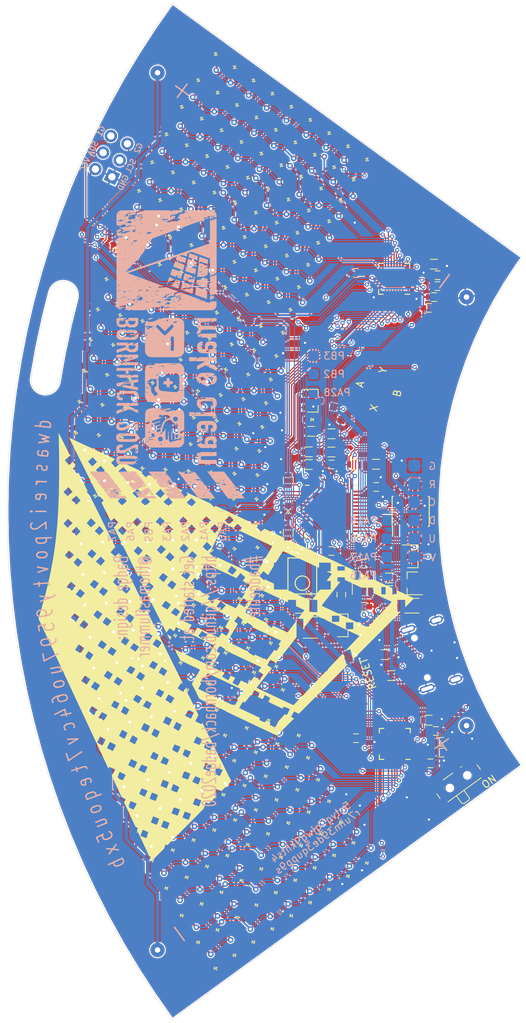
<source format=kicad_pcb>
(kicad_pcb (version 20171130) (host pcbnew "(5.1.5-0-10_14)")
  (title_block (title "Charlie Distance Badge") (company BornHack))
  (layers (0 F.Cu signal) (31 B.Cu signal) (34 B.Paste user) (35 F.Paste user) (36 B.SilkS user) (37 F.SilkS user) (38 B.Mask user) (39 F.Mask user) (44 Edge.Cuts user))
  (net 0 "")
  (net 1 "Net-(BT1-Pad2)")
  (net 2 /psu/BAT+)
  (net 3 GND)
  (net 4 VCC)
  (net 5 "Net-(C3-Pad1)")
  (net 6 "Net-(C6-Pad1)")
  (net 7 /psu/USB_BUS_POWER)
  (net 8 /psu/VREG_OUT)
  (net 9 "Net-(C11-Pad1)")
  (net 10 /issi_charlie_9x16_a/CA2)
  (net 11 /issi_charlie_9x16_a/CA1)
  (net 12 /issi_charlie_9x16_a/CA3)
  (net 13 /issi_charlie_9x16_a/CA4)
  (net 14 /issi_charlie_9x16_a/CA5)
  (net 15 /issi_charlie_9x16_a/CA6)
  (net 16 /issi_charlie_9x16_a/CA7)
  (net 17 /issi_charlie_9x16_a/CA8)
  (net 18 /issi_charlie_9x16_a/CA9)
  (net 19 /issi_charlie_9x16_a/CB1)
  (net 20 /issi_charlie_9x16_a/CB2)
  (net 21 /issi_charlie_9x16_a/CB3)
  (net 22 /issi_charlie_9x16_a/CB4)
  (net 23 /issi_charlie_9x16_a/CB5)
  (net 24 /issi_charlie_9x16_a/CB6)
  (net 25 /issi_charlie_9x16_a/CB7)
  (net 26 /issi_charlie_9x16_a/CB8)
  (net 27 /issi_charlie_9x16_a/CB9)
  (net 28 /issi_charlie_9x16_b/CA2)
  (net 29 /issi_charlie_9x16_b/CA1)
  (net 30 /issi_charlie_9x16_b/CA3)
  (net 31 /issi_charlie_9x16_b/CA4)
  (net 32 /issi_charlie_9x16_b/CA5)
  (net 33 /issi_charlie_9x16_b/CA6)
  (net 34 /issi_charlie_9x16_b/CA7)
  (net 35 /issi_charlie_9x16_b/CA8)
  (net 36 /issi_charlie_9x16_b/CA9)
  (net 37 /issi_charlie_9x16_b/CB2)
  (net 38 /issi_charlie_9x16_b/CB1)
  (net 39 /issi_charlie_9x16_b/CB3)
  (net 40 /issi_charlie_9x16_b/CB4)
  (net 41 /issi_charlie_9x16_b/CB5)
  (net 42 /issi_charlie_9x16_b/CB6)
  (net 43 /issi_charlie_9x16_b/CB7)
  (net 44 /issi_charlie_9x16_b/CB8)
  (net 45 /issi_charlie_9x16_b/CB9)
  (net 46 "Net-(D289-Pad2)")
  (net 47 "Net-(D290-Pad2)")
  (net 48 "Net-(IC1-Pad48)")
  (net 49 "Net-(IC1-Pad47)")
  (net 50 /samd21/SWDIO)
  (net 51 /samd21/SWDCLK)
  (net 52 "Net-(IC1-Pad41)")
  (net 53 /samd21/~RESET)
  (net 54 /samd21/USB_D+)
  (net 55 /samd21/USB_D-)
  (net 56 /samd21/FLASH_SCK)
  (net 57 /samd21/FLASH_MOSI)
  (net 58 /samd21/FLASH_MISO)
  (net 59 /samd21/FLASH_CS)
  (net 60 "Net-(IC1-Pad28)")
  (net 61 "Net-(IC1-Pad27)")
  (net 62 "Net-(IC1-Pad26)")
  (net 63 "Net-(IC1-Pad25)")
  (net 64 SCL)
  (net 65 SDA)
  (net 66 "Net-(IC1-Pad12)")
  (net 67 "Net-(IC1-Pad11)")
  (net 68 "Net-(IC1-Pad8)")
  (net 69 "Net-(IC1-Pad7)")
  (net 70 "Net-(IC1-Pad4)")
  (net 71 "Net-(IC1-Pad3)")
  (net 72 "Net-(IC1-Pad2)")
  (net 73 "Net-(IC1-Pad1)")
  (net 74 "Net-(J1-PadB5)")
  (net 75 "Net-(J1-PadA5)")
  (net 76 "Net-(Q2-Pad1)")
  (net 77 "Net-(R1-Pad1)")
  (net 78 "Net-(R2-Pad1)")
  (net 79 /buttons/A)
  (net 80 /buttons/B)
  (net 81 "Net-(U1-Pad17)")
  (net 82 IS_SDB)
  (net 83 "Net-(U2-Pad17)")
  (net 84 "Net-(U3-Pad4)")
  (net 85 /samd21/BTN_Y)
  (net 86 /samd21/BTN_X)
  (net 87 /samd21/SBU2)
  (net 88 /samd21/SBU1)
  (net 89 /samd21/SAO_GPIO2)
  (net 90 /samd21/SAO_GPIO1)
  (net 91 /samd21/IR_RX)
  (net 92 /samd21/IR_TX)
  (net 93 "Net-(C16-Pad1)")
  (net 94 "Net-(C17-Pad1)")
  (net 95 "Net-(C18-Pad1)")
  (net 96 "Net-(D290-Pad1)")
  (net 97 INTB_2)
  (net 98 INTB_1)
  (net 99 "Net-(L1-Pad2)")
  (net 100 "Net-(Q3-Pad1)")
  (net 101 "Net-(SW6-Pad1)")
  (module Aesthetics:bh2020_make_clean_silk (layer B.Cu) (at 72.2 78.2 270)
    (fp_text reference G*** hide)
    (fp_text value LOGO hide)
  )
  (module Aesthetics:bh2020_logo_2_silk (layer F.Cu) (at 85.62 99.71)
    (fp_text reference G*** hide)
    (fp_text value LOGO hide)
  )
  (module Connectors:TestPoint_Large (layer B.Cu) (at 92.53 78.41)
    (fp_text reference TP8 hide)
    (fp_text value PB3 (at 1.27 0) (layer B.SilkS) (effects (justify right mirror)))
    (pad 1 smd roundrect (at 0 0) (size 1.524 1.524) (layers B.Cu B.Mask) (net 48 "Net-(IC1-Pad48)"))
  )
  (module Connectors:TestPoint_Large (layer B.Cu) (at 92.53 80.95)
    (fp_text reference TP9 hide)
    (fp_text value PB2 (at 1.27 0) (layer B.SilkS) (effects (justify right mirror)))
    (pad 1 smd roundrect (at 0 0) (size 1.524 1.524) (layers B.Cu B.Mask) (net 49 "Net-(IC1-Pad47)"))
  )
  (module Connectors:TestPoint_Large (layer B.Cu) (at 92.53 83.49)
    (fp_text reference TP10 hide)
    (fp_text value PA28 (at 1.27 0) (layer B.SilkS) (effects (justify right mirror)))
    (pad 1 smd roundrect (at 0 0) (size 1.524 1.524) (layers B.Cu B.Mask) (net 52 "Net-(IC1-Pad41)"))
  )
  (module Connectors:TestPoint_Large (layer B.Cu) (at 64.59 100)
    (fp_text reference TP7 hide)
    (fp_text value PA7 (at 0 1.27 90) (layer B.SilkS) (effects (justify left mirror)))
    (pad 1 smd roundrect (at 0 0) (size 1.524 1.524) (layers B.Cu B.Mask) (net 66 "Net-(IC1-Pad12)"))
  )
  (module Connectors:TestPoint_Large (layer B.Cu) (at 67.13 100)
    (fp_text reference TP6 hide)
    (fp_text value PA6 (at 0 1.27 90) (layer B.SilkS) (effects (justify left mirror)))
    (pad 1 smd roundrect (at 0 0) (size 1.524 1.524) (layers B.Cu B.Mask) (net 67 "Net-(IC1-Pad11)"))
  )
  (module Connectors:TestPoint_Large (layer B.Cu) (at 69.67 100)
    (fp_text reference TP5 hide)
    (fp_text value PB9 (at 0 1.27 90) (layer B.SilkS) (effects (justify left mirror)))
    (pad 1 smd roundrect (at 0 0) (size 1.524 1.524) (layers B.Cu B.Mask) (net 68 "Net-(IC1-Pad8)"))
  )
  (module Connectors:TestPoint_Large (layer B.Cu) (at 72.21 100)
    (fp_text reference TP4 hide)
    (fp_text value PA3 (at 0 1.27 90) (layer B.SilkS) (effects (justify left mirror)))
    (pad 1 smd roundrect (at 0 0) (size 1.524 1.524) (layers B.Cu B.Mask) (net 70 "Net-(IC1-Pad4)"))
  )
  (module Connectors:TestPoint_Large (layer B.Cu) (at 74.75 100)
    (fp_text reference TP3 hide)
    (fp_text value PA2 (at 0 1.27 90) (layer B.SilkS) (effects (justify left mirror)))
    (pad 1 smd roundrect (at 0 0) (size 1.524 1.524) (layers B.Cu B.Mask) (net 71 "Net-(IC1-Pad3)"))
  )
  (module Connectors:TestPoint_Large (layer B.Cu) (at 77.29 100)
    (fp_text reference TP2 hide)
    (fp_text value PA1 (at 0 1.27 90) (layer B.SilkS) (effects (justify left mirror)))
    (pad 1 smd roundrect (at 0 0) (size 1.524 1.524) (layers B.Cu B.Mask) (net 72 "Net-(IC1-Pad2)"))
  )
  (module Connectors:TestPoint_Large (layer B.Cu) (at 79.83 100)
    (fp_text reference TP1 hide)
    (fp_text value PA0 (at 0 1.27 90) (layer B.SilkS) (effects (justify left mirror)))
    (pad 1 smd roundrect (at 0 0) (size 1.524 1.524) (layers B.Cu B.Mask) (net 73 "Net-(IC1-Pad1)"))
  )
  (module Connectors:TestPoint_Large (layer B.Cu) (at 102.69 108.89)
    (fp_text reference TP14 hide)
    (fp_text value PA16 (at -1.27 0) (layer B.SilkS) (effects (justify left mirror)))
    (pad 1 smd roundrect (at 0 0) (size 1.524 1.524) (layers B.Cu B.Mask) (net 63 "Net-(IC1-Pad25)"))
  )
  (module Connectors:TestPoint_Large (layer B.Cu) (at 102.69 106.35)
    (fp_text reference TP13 hide)
    (fp_text value PA17 (at -1.27 0) (layer B.SilkS) (effects (justify left mirror)))
    (pad 1 smd roundrect (at 0 0) (size 1.524 1.524) (layers B.Cu B.Mask) (net 62 "Net-(IC1-Pad26)"))
  )
  (module Connectors:TestPoint_Large (layer B.Cu) (at 102.69 103.81)
    (fp_text reference TP12 hide)
    (fp_text value PA18 (at -1.27 0) (layer B.SilkS) (effects (justify left mirror)))
    (pad 1 smd roundrect (at 0 0) (size 1.524 1.524) (layers B.Cu B.Mask) (net 61 "Net-(IC1-Pad27)"))
  )
  (module Connectors:TestPoint_Large (layer B.Cu) (at 102.69 101.27)
    (fp_text reference TP11 hide)
    (fp_text value PA19 (at -1.27 0) (layer B.SilkS) (effects (justify left mirror)))
    (pad 1 smd roundrect (at 0 0) (size 1.524 1.524) (layers B.Cu B.Mask) (net 60 "Net-(IC1-Pad28)"))
  )
  (module Buttons:SW_SPST_TS3625A-HT (layer F.Cu) (at 100.263581 88.281133 166)
    (fp_text reference SW4)
    (fp_text value X)
    (pad 1 smd rect (at -4 0 166) (size 1 1) (layers F.Cu F.Paste F.Mask) (net 86 /samd21/BTN_X))
    (pad 2 smd rect (at 4 0 166) (size 1 1) (layers F.Cu F.Paste F.Mask) (net 3 GND))
  )
  (module Buttons:SW_SPST_TS3625A-HT (layer F.Cu) (at 106.930778 84.275077 256)
    (fp_text reference SW3)
    (fp_text value B)
    (pad 2 smd rect (at 4 0 256) (size 1 1) (layers F.Cu F.Paste F.Mask) (net 3 GND))
    (pad 1 smd rect (at -4 0 256) (size 1 1) (layers F.Cu F.Paste F.Mask) (net 80 /buttons/B))
  )
  (module Buttons:SW_SPST_TS3625A-HT (layer F.Cu) (at 102.924721 77.60788 346)
    (fp_text reference SW5)
    (fp_text value Y)
    (pad 2 smd rect (at 4 0 346) (size 1 1) (layers F.Cu F.Paste F.Mask) (net 3 GND))
    (pad 1 smd rect (at -4 0 346) (size 1 1) (layers F.Cu F.Paste F.Mask) (net 85 /samd21/BTN_Y))
  )
  (module Buttons:SW_SPST_TS3625A-HT (layer F.Cu) (at 96.257525 81.613935 76)
    (fp_text reference SW2)
    (fp_text value A)
    (pad 1 smd rect (at -4 0 76) (size 1 1) (layers F.Cu F.Paste F.Mask) (net 79 /buttons/A))
    (pad 2 smd rect (at 4 0 76) (size 1 1) (layers F.Cu F.Paste F.Mask) (net 3 GND))
  )
  (module Buttons_Switches_SMD:SW_SPST_TL3342 (layer F.Cu) (at 96.5 123.75 288)
    (fp_text reference SW1)
    (fp_text value RESET)
    (pad 2 smd rect (at 3.15 1.9 288) (size 1.7 1) (layers F.Cu F.Paste F.Mask) (net 3 GND))
    (pad 2 smd rect (at -3.15 1.9 288) (size 1.7 1) (layers F.Cu F.Paste F.Mask) (net 3 GND))
    (pad 1 smd rect (at 3.15 -1.9 288) (size 1.7 1) (layers F.Cu F.Paste F.Mask) (net 53 /samd21/~RESET))
    (pad 1 smd rect (at -3.15 -1.9 288) (size 1.7 1) (layers F.Cu F.Paste F.Mask) (net 53 /samd21/~RESET))
  )
  (module Connectors:USB_C_Receptacle_U262-161N-4BVC11 (layer F.Cu) (at 109.132384 119.777088 108)
    (fp_text reference J1)
    (fp_text value USB_C)
    (pad S1 thru_hole oval (at -4.32 1.87 108) (size 1 1.8) (drill oval 0.6 1.4) (layers *.Cu *.Mask) (net 3 GND))
    (pad S1 thru_hole oval (at 4.32 1.87 108) (size 1 1.8) (drill oval 0.6 1.4) (layers *.Cu *.Mask) (net 3 GND))
    (pad S1 thru_hole oval (at -4.32 -2.31 108) (size 0.9 2.1) (drill oval 0.5 1.7) (layers *.Cu *.Mask) (net 3 GND))
    (pad S1 thru_hole oval (at 4.32 -2.31 108) (size 0.9 2.1) (drill oval 0.5 1.7) (layers *.Cu *.Mask) (net 3 GND))
    (pad "" np_thru_hole circle (at -2.89 -1.81 108) (size 0.65 0.65) (drill 0.65) (layers *.Cu *.Mask))
    (pad "" np_thru_hole circle (at 2.89 -1.81 108) (size 0.65 0.65) (drill 0.65) (layers *.Cu *.Mask))
    (pad A7 smd rect (at 0.25 -3.15 108) (size 0.3 1.75) (layers F.Cu F.Paste F.Mask) (net 55 /samd21/USB_D-))
    (pad B6 smd rect (at 0.75 -3.15 108) (size 0.3 1.75) (layers F.Cu F.Paste F.Mask) (net 54 /samd21/USB_D+))
    (pad A8 smd rect (at 1.25 -3.15 108) (size 0.3 1.75) (layers F.Cu F.Paste F.Mask) (net 88 /samd21/SBU1))
    (pad B5 smd rect (at 1.75 -3.15 108) (size 0.3 1.75) (layers F.Cu F.Paste F.Mask) (net 74 "Net-(J1-PadB5)"))
    (pad B7 smd rect (at -0.75 -3.15 108) (size 0.3 1.75) (layers F.Cu F.Paste F.Mask) (net 55 /samd21/USB_D-))
    (pad B8 smd rect (at -1.75 -3.15 108) (size 0.3 1.75) (layers F.Cu F.Paste F.Mask) (net 87 /samd21/SBU2))
    (pad A5 smd rect (at -1.25 -3.15 108) (size 0.3 1.75) (layers F.Cu F.Paste F.Mask) (net 75 "Net-(J1-PadA5)"))
    (pad A6 smd rect (at -0.25 -3.15 108) (size 0.3 1.75) (layers F.Cu F.Paste F.Mask) (net 54 /samd21/USB_D+))
    (pad A1 smd rect (at -3.35 -3.15 108) (size 0.3 1.75) (layers F.Cu F.Paste F.Mask) (net 3 GND))
    (pad B12 smd rect (at -3.05 -3.15 108) (size 0.3 1.75) (layers F.Cu F.Paste F.Mask) (net 3 GND))
    (pad A4 smd rect (at -2.55 -3.15 108) (size 0.3 1.75) (layers F.Cu F.Paste F.Mask) (net 7 /psu/USB_BUS_POWER))
    (pad B9 smd rect (at -2.25 -3.15 108) (size 0.3 1.75) (layers F.Cu F.Paste F.Mask) (net 7 /psu/USB_BUS_POWER))
    (pad A9 smd rect (at 2.55 -3.15 108) (size 0.3 1.75) (layers F.Cu F.Paste F.Mask) (net 7 /psu/USB_BUS_POWER))
    (pad B4 smd rect (at 2.25 -3.15 108) (size 0.3 1.75) (layers F.Cu F.Paste F.Mask) (net 7 /psu/USB_BUS_POWER))
    (pad B1 smd rect (at 3.05 -3.15 108) (size 0.3 1.75) (layers F.Cu F.Paste F.Mask) (net 3 GND))
    (pad A12 smd rect (at 3.35 -3.15 108) (size 0.3 1.75) (layers F.Cu F.Paste F.Mask) (net 3 GND))
  )
  (module Opto:LED_0603_Clean (layer F.Cu) (at 78.935439 163.468463 349.875)
    (fp_text reference D1 hide)
    (fp_text value LED_Small_ALT)
    (pad 2 smd rect (at 0.8 0 169.875) (size 0.8 0.8) (layers F.Cu F.Paste F.Mask) (net 10 /issi_charlie_9x16_a/CA2))
    (pad 1 smd rect (at -0.8 0 169.875) (size 0.8 0.8) (layers F.Cu F.Paste F.Mask) (net 11 /issi_charlie_9x16_a/CA1))
  )
  (module Opto:LED_0603_Clean (layer F.Cu) (at 81.560724 161.638742 349.875)
    (fp_text reference D2 hide)
    (fp_text value LED_Small_ALT)
    (pad 2 smd rect (at 0.8 0 169.875) (size 0.8 0.8) (layers F.Cu F.Paste F.Mask) (net 11 /issi_charlie_9x16_a/CA1))
    (pad 1 smd rect (at -0.8 0 169.875) (size 0.8 0.8) (layers F.Cu F.Paste F.Mask) (net 10 /issi_charlie_9x16_a/CA2))
  )
  (module Opto:LED_0603_Clean (layer F.Cu) (at 84.186009 159.80902 349.875)
    (fp_text reference D3 hide)
    (fp_text value LED_Small_ALT)
    (pad 2 smd rect (at 0.8 0 169.875) (size 0.8 0.8) (layers F.Cu F.Paste F.Mask) (net 11 /issi_charlie_9x16_a/CA1))
    (pad 1 smd rect (at -0.8 0 169.875) (size 0.8 0.8) (layers F.Cu F.Paste F.Mask) (net 12 /issi_charlie_9x16_a/CA3))
  )
  (module Opto:LED_0603_Clean (layer F.Cu) (at 86.811293 157.979299 349.875)
    (fp_text reference D4 hide)
    (fp_text value LED_Small_ALT)
    (pad 2 smd rect (at 0.8 0 169.875) (size 0.8 0.8) (layers F.Cu F.Paste F.Mask) (net 11 /issi_charlie_9x16_a/CA1))
    (pad 1 smd rect (at -0.8 0 169.875) (size 0.8 0.8) (layers F.Cu F.Paste F.Mask) (net 13 /issi_charlie_9x16_a/CA4))
  )
  (module Opto:LED_0603_Clean (layer F.Cu) (at 89.436578 156.149577 349.875)
    (fp_text reference D5 hide)
    (fp_text value LED_Small_ALT)
    (pad 2 smd rect (at 0.8 0 169.875) (size 0.8 0.8) (layers F.Cu F.Paste F.Mask) (net 11 /issi_charlie_9x16_a/CA1))
    (pad 1 smd rect (at -0.8 0 169.875) (size 0.8 0.8) (layers F.Cu F.Paste F.Mask) (net 14 /issi_charlie_9x16_a/CA5))
  )
  (module Opto:LED_0603_Clean (layer F.Cu) (at 92.061862 154.319856 349.875)
    (fp_text reference D6 hide)
    (fp_text value LED_Small_ALT)
    (pad 2 smd rect (at 0.8 0 169.875) (size 0.8 0.8) (layers F.Cu F.Paste F.Mask) (net 11 /issi_charlie_9x16_a/CA1))
    (pad 1 smd rect (at -0.8 0 169.875) (size 0.8 0.8) (layers F.Cu F.Paste F.Mask) (net 15 /issi_charlie_9x16_a/CA6))
  )
  (module Opto:LED_0603_Clean (layer F.Cu) (at 94.687147 152.490134 349.875)
    (fp_text reference D7 hide)
    (fp_text value LED_Small_ALT)
    (pad 2 smd rect (at 0.8 0 169.875) (size 0.8 0.8) (layers F.Cu F.Paste F.Mask) (net 11 /issi_charlie_9x16_a/CA1))
    (pad 1 smd rect (at -0.8 0 169.875) (size 0.8 0.8) (layers F.Cu F.Paste F.Mask) (net 16 /issi_charlie_9x16_a/CA7))
  )
  (module Opto:LED_0603_Clean (layer F.Cu) (at 97.312432 150.660413 349.875)
    (fp_text reference D8 hide)
    (fp_text value LED_Small_ALT)
    (pad 2 smd rect (at 0.8 0 169.875) (size 0.8 0.8) (layers F.Cu F.Paste F.Mask) (net 11 /issi_charlie_9x16_a/CA1))
    (pad 1 smd rect (at -0.8 0 169.875) (size 0.8 0.8) (layers F.Cu F.Paste F.Mask) (net 17 /issi_charlie_9x16_a/CA8))
  )
  (module Opto:LED_0603_Clean (layer F.Cu) (at 99.937716 148.830691 349.875)
    (fp_text reference D9 hide)
    (fp_text value LED_Small_ALT)
    (pad 2 smd rect (at 0.8 0 169.875) (size 0.8 0.8) (layers F.Cu F.Paste F.Mask) (net 11 /issi_charlie_9x16_a/CA1))
    (pad 1 smd rect (at -0.8 0 169.875) (size 0.8 0.8) (layers F.Cu F.Paste F.Mask) (net 18 /issi_charlie_9x16_a/CA9))
  )
  (module Opto:LED_0603_Clean (layer F.Cu) (at 76.513887 159.844353 347.625)
    (fp_text reference D10 hide)
    (fp_text value LED_Small_ALT)
    (pad 2 smd rect (at 0.8 0 167.625) (size 0.8 0.8) (layers F.Cu F.Paste F.Mask) (net 12 /issi_charlie_9x16_a/CA3))
    (pad 1 smd rect (at -0.8 0 167.625) (size 0.8 0.8) (layers F.Cu F.Paste F.Mask) (net 11 /issi_charlie_9x16_a/CA1))
  )
  (module Opto:LED_0603_Clean (layer F.Cu) (at 79.208982 158.119111 347.625)
    (fp_text reference D11 hide)
    (fp_text value LED_Small_ALT)
    (pad 2 smd rect (at 0.8 0 167.625) (size 0.8 0.8) (layers F.Cu F.Paste F.Mask) (net 12 /issi_charlie_9x16_a/CA3))
    (pad 1 smd rect (at -0.8 0 167.625) (size 0.8 0.8) (layers F.Cu F.Paste F.Mask) (net 10 /issi_charlie_9x16_a/CA2))
  )
  (module Opto:LED_0603_Clean (layer F.Cu) (at 81.904077 156.393868 347.625)
    (fp_text reference D12 hide)
    (fp_text value LED_Small_ALT)
    (pad 2 smd rect (at 0.8 0 167.625) (size 0.8 0.8) (layers F.Cu F.Paste F.Mask) (net 10 /issi_charlie_9x16_a/CA2))
    (pad 1 smd rect (at -0.8 0 167.625) (size 0.8 0.8) (layers F.Cu F.Paste F.Mask) (net 12 /issi_charlie_9x16_a/CA3))
  )
  (module Opto:LED_0603_Clean (layer F.Cu) (at 84.599172 154.668625 347.625)
    (fp_text reference D13 hide)
    (fp_text value LED_Small_ALT)
    (pad 2 smd rect (at 0.8 0 167.625) (size 0.8 0.8) (layers F.Cu F.Paste F.Mask) (net 10 /issi_charlie_9x16_a/CA2))
    (pad 1 smd rect (at -0.8 0 167.625) (size 0.8 0.8) (layers F.Cu F.Paste F.Mask) (net 13 /issi_charlie_9x16_a/CA4))
  )
  (module Opto:LED_0603_Clean (layer F.Cu) (at 87.294267 152.943383 347.625)
    (fp_text reference D14 hide)
    (fp_text value LED_Small_ALT)
    (pad 2 smd rect (at 0.8 0 167.625) (size 0.8 0.8) (layers F.Cu F.Paste F.Mask) (net 10 /issi_charlie_9x16_a/CA2))
    (pad 1 smd rect (at -0.8 0 167.625) (size 0.8 0.8) (layers F.Cu F.Paste F.Mask) (net 14 /issi_charlie_9x16_a/CA5))
  )
  (module Opto:LED_0603_Clean (layer F.Cu) (at 89.989362 151.21814 347.625)
    (fp_text reference D15 hide)
    (fp_text value LED_Small_ALT)
    (pad 2 smd rect (at 0.8 0 167.625) (size 0.8 0.8) (layers F.Cu F.Paste F.Mask) (net 10 /issi_charlie_9x16_a/CA2))
    (pad 1 smd rect (at -0.8 0 167.625) (size 0.8 0.8) (layers F.Cu F.Paste F.Mask) (net 15 /issi_charlie_9x16_a/CA6))
  )
  (module Opto:LED_0603_Clean (layer F.Cu) (at 92.684457 149.492898 347.625)
    (fp_text reference D16 hide)
    (fp_text value LED_Small_ALT)
    (pad 2 smd rect (at 0.8 0 167.625) (size 0.8 0.8) (layers F.Cu F.Paste F.Mask) (net 10 /issi_charlie_9x16_a/CA2))
    (pad 1 smd rect (at -0.8 0 167.625) (size 0.8 0.8) (layers F.Cu F.Paste F.Mask) (net 16 /issi_charlie_9x16_a/CA7))
  )
  (module Opto:LED_0603_Clean (layer F.Cu) (at 95.379553 147.767655 347.625)
    (fp_text reference D17 hide)
    (fp_text value LED_Small_ALT)
    (pad 2 smd rect (at 0.8 0 167.625) (size 0.8 0.8) (layers F.Cu F.Paste F.Mask) (net 10 /issi_charlie_9x16_a/CA2))
    (pad 1 smd rect (at -0.8 0 167.625) (size 0.8 0.8) (layers F.Cu F.Paste F.Mask) (net 17 /issi_charlie_9x16_a/CA8))
  )
  (module Opto:LED_0603_Clean (layer F.Cu) (at 98.074648 146.042412 347.625)
    (fp_text reference D18 hide)
    (fp_text value LED_Small_ALT)
    (pad 2 smd rect (at 0.8 0 167.625) (size 0.8 0.8) (layers F.Cu F.Paste F.Mask) (net 10 /issi_charlie_9x16_a/CA2))
    (pad 1 smd rect (at -0.8 0 167.625) (size 0.8 0.8) (layers F.Cu F.Paste F.Mask) (net 18 /issi_charlie_9x16_a/CA9))
  )
  (module Opto:LED_0603_Clean (layer F.Cu) (at 74.236483 156.127968 345.375)
    (fp_text reference D19 hide)
    (fp_text value LED_Small_ALT)
    (pad 2 smd rect (at 0.8 0 165.375) (size 0.8 0.8) (layers F.Cu F.Paste F.Mask) (net 13 /issi_charlie_9x16_a/CA4))
    (pad 1 smd rect (at -0.8 0 165.375) (size 0.8 0.8) (layers F.Cu F.Paste F.Mask) (net 11 /issi_charlie_9x16_a/CA1))
  )
  (module Opto:LED_0603_Clean (layer F.Cu) (at 76.997233 154.509864 345.375)
    (fp_text reference D20 hide)
    (fp_text value LED_Small_ALT)
    (pad 2 smd rect (at 0.8 0 165.375) (size 0.8 0.8) (layers F.Cu F.Paste F.Mask) (net 13 /issi_charlie_9x16_a/CA4))
    (pad 1 smd rect (at -0.8 0 165.375) (size 0.8 0.8) (layers F.Cu F.Paste F.Mask) (net 10 /issi_charlie_9x16_a/CA2))
  )
  (module Opto:LED_0603_Clean (layer F.Cu) (at 79.757983 152.891761 345.375)
    (fp_text reference D21 hide)
    (fp_text value LED_Small_ALT)
    (pad 2 smd rect (at 0.8 0 165.375) (size 0.8 0.8) (layers F.Cu F.Paste F.Mask) (net 13 /issi_charlie_9x16_a/CA4))
    (pad 1 smd rect (at -0.8 0 165.375) (size 0.8 0.8) (layers F.Cu F.Paste F.Mask) (net 12 /issi_charlie_9x16_a/CA3))
  )
  (module Opto:LED_0603_Clean (layer F.Cu) (at 82.518733 151.273657 345.375)
    (fp_text reference D22 hide)
    (fp_text value LED_Small_ALT)
    (pad 2 smd rect (at 0.8 0 165.375) (size 0.8 0.8) (layers F.Cu F.Paste F.Mask) (net 12 /issi_charlie_9x16_a/CA3))
    (pad 1 smd rect (at -0.8 0 165.375) (size 0.8 0.8) (layers F.Cu F.Paste F.Mask) (net 13 /issi_charlie_9x16_a/CA4))
  )
  (module Opto:LED_0603_Clean (layer F.Cu) (at 85.279483 149.655554 345.375)
    (fp_text reference D23 hide)
    (fp_text value LED_Small_ALT)
    (pad 2 smd rect (at 0.8 0 165.375) (size 0.8 0.8) (layers F.Cu F.Paste F.Mask) (net 12 /issi_charlie_9x16_a/CA3))
    (pad 1 smd rect (at -0.8 0 165.375) (size 0.8 0.8) (layers F.Cu F.Paste F.Mask) (net 14 /issi_charlie_9x16_a/CA5))
  )
  (module Opto:LED_0603_Clean (layer F.Cu) (at 88.040233 148.03745 345.375)
    (fp_text reference D24 hide)
    (fp_text value LED_Small_ALT)
    (pad 2 smd rect (at 0.8 0 165.375) (size 0.8 0.8) (layers F.Cu F.Paste F.Mask) (net 12 /issi_charlie_9x16_a/CA3))
    (pad 1 smd rect (at -0.8 0 165.375) (size 0.8 0.8) (layers F.Cu F.Paste F.Mask) (net 15 /issi_charlie_9x16_a/CA6))
  )
  (module Opto:LED_0603_Clean (layer F.Cu) (at 90.800983 146.419346 345.375)
    (fp_text reference D25 hide)
    (fp_text value LED_Small_ALT)
    (pad 2 smd rect (at 0.8 0 165.375) (size 0.8 0.8) (layers F.Cu F.Paste F.Mask) (net 12 /issi_charlie_9x16_a/CA3))
    (pad 1 smd rect (at -0.8 0 165.375) (size 0.8 0.8) (layers F.Cu F.Paste F.Mask) (net 16 /issi_charlie_9x16_a/CA7))
  )
  (module Opto:LED_0603_Clean (layer F.Cu) (at 93.561733 144.801243 345.375)
    (fp_text reference D26 hide)
    (fp_text value LED_Small_ALT)
    (pad 2 smd rect (at 0.8 0 165.375) (size 0.8 0.8) (layers F.Cu F.Paste F.Mask) (net 12 /issi_charlie_9x16_a/CA3))
    (pad 1 smd rect (at -0.8 0 165.375) (size 0.8 0.8) (layers F.Cu F.Paste F.Mask) (net 17 /issi_charlie_9x16_a/CA8))
  )
  (module Opto:LED_0603_Clean (layer F.Cu) (at 96.322483 143.183139 345.375)
    (fp_text reference D27 hide)
    (fp_text value LED_Small_ALT)
    (pad 2 smd rect (at 0.8 0 165.375) (size 0.8 0.8) (layers F.Cu F.Paste F.Mask) (net 12 /issi_charlie_9x16_a/CA3))
    (pad 1 smd rect (at -0.8 0 165.375) (size 0.8 0.8) (layers F.Cu F.Paste F.Mask) (net 18 /issi_charlie_9x16_a/CA9))
  )
  (module Opto:LED_0603_Clean (layer F.Cu) (at 72.106739 152.325037 343.125)
    (fp_text reference D28 hide)
    (fp_text value LED_Small_ALT)
    (pad 2 smd rect (at 0.8 0 163.125) (size 0.8 0.8) (layers F.Cu F.Paste F.Mask) (net 14 /issi_charlie_9x16_a/CA5))
    (pad 1 smd rect (at -0.8 0 163.125) (size 0.8 0.8) (layers F.Cu F.Paste F.Mask) (net 11 /issi_charlie_9x16_a/CA1))
  )
  (module Opto:LED_0603_Clean (layer F.Cu) (at 74.928887 150.816568 343.125)
    (fp_text reference D29 hide)
    (fp_text value LED_Small_ALT)
    (pad 2 smd rect (at 0.8 0 163.125) (size 0.8 0.8) (layers F.Cu F.Paste F.Mask) (net 14 /issi_charlie_9x16_a/CA5))
    (pad 1 smd rect (at -0.8 0 163.125) (size 0.8 0.8) (layers F.Cu F.Paste F.Mask) (net 10 /issi_charlie_9x16_a/CA2))
  )
  (module Opto:LED_0603_Clean (layer F.Cu) (at 77.751035 149.308098 343.125)
    (fp_text reference D30 hide)
    (fp_text value LED_Small_ALT)
    (pad 2 smd rect (at 0.8 0 163.125) (size 0.8 0.8) (layers F.Cu F.Paste F.Mask) (net 14 /issi_charlie_9x16_a/CA5))
    (pad 1 smd rect (at -0.8 0 163.125) (size 0.8 0.8) (layers F.Cu F.Paste F.Mask) (net 12 /issi_charlie_9x16_a/CA3))
  )
  (module Opto:LED_0603_Clean (layer F.Cu) (at 80.573183 147.799629 343.125)
    (fp_text reference D31 hide)
    (fp_text value LED_Small_ALT)
    (pad 2 smd rect (at 0.8 0 163.125) (size 0.8 0.8) (layers F.Cu F.Paste F.Mask) (net 14 /issi_charlie_9x16_a/CA5))
    (pad 1 smd rect (at -0.8 0 163.125) (size 0.8 0.8) (layers F.Cu F.Paste F.Mask) (net 13 /issi_charlie_9x16_a/CA4))
  )
  (module Opto:LED_0603_Clean (layer F.Cu) (at 83.395331 146.291159 343.125)
    (fp_text reference D32 hide)
    (fp_text value LED_Small_ALT)
    (pad 2 smd rect (at 0.8 0 163.125) (size 0.8 0.8) (layers F.Cu F.Paste F.Mask) (net 13 /issi_charlie_9x16_a/CA4))
    (pad 1 smd rect (at -0.8 0 163.125) (size 0.8 0.8) (layers F.Cu F.Paste F.Mask) (net 14 /issi_charlie_9x16_a/CA5))
  )
  (module Opto:LED_0603_Clean (layer F.Cu) (at 86.217479 144.782689 343.125)
    (fp_text reference D33 hide)
    (fp_text value LED_Small_ALT)
    (pad 2 smd rect (at 0.8 0 163.125) (size 0.8 0.8) (layers F.Cu F.Paste F.Mask) (net 13 /issi_charlie_9x16_a/CA4))
    (pad 1 smd rect (at -0.8 0 163.125) (size 0.8 0.8) (layers F.Cu F.Paste F.Mask) (net 15 /issi_charlie_9x16_a/CA6))
  )
  (module Opto:LED_0603_Clean (layer F.Cu) (at 89.039627 143.27422 343.125)
    (fp_text reference D34 hide)
    (fp_text value LED_Small_ALT)
    (pad 2 smd rect (at 0.8 0 163.125) (size 0.8 0.8) (layers F.Cu F.Paste F.Mask) (net 13 /issi_charlie_9x16_a/CA4))
    (pad 1 smd rect (at -0.8 0 163.125) (size 0.8 0.8) (layers F.Cu F.Paste F.Mask) (net 16 /issi_charlie_9x16_a/CA7))
  )
  (module Opto:LED_0603_Clean (layer F.Cu) (at 91.861775 141.76575 343.125)
    (fp_text reference D35 hide)
    (fp_text value LED_Small_ALT)
    (pad 2 smd rect (at 0.8 0 163.125) (size 0.8 0.8) (layers F.Cu F.Paste F.Mask) (net 13 /issi_charlie_9x16_a/CA4))
    (pad 1 smd rect (at -0.8 0 163.125) (size 0.8 0.8) (layers F.Cu F.Paste F.Mask) (net 17 /issi_charlie_9x16_a/CA8))
  )
  (module Opto:LED_0603_Clean (layer F.Cu) (at 94.683924 140.257281 343.125)
    (fp_text reference D36 hide)
    (fp_text value LED_Small_ALT)
    (pad 2 smd rect (at 0.8 0 163.125) (size 0.8 0.8) (layers F.Cu F.Paste F.Mask) (net 13 /issi_charlie_9x16_a/CA4))
    (pad 1 smd rect (at -0.8 0 163.125) (size 0.8 0.8) (layers F.Cu F.Paste F.Mask) (net 18 /issi_charlie_9x16_a/CA9))
  )
  (module Opto:LED_0603_Clean (layer F.Cu) (at 70.12794 148.441425 340.875)
    (fp_text reference D37 hide)
    (fp_text value LED_Small_ALT)
    (pad 2 smd rect (at 0.8 0 160.875) (size 0.8 0.8) (layers F.Cu F.Paste F.Mask) (net 15 /issi_charlie_9x16_a/CA6))
    (pad 1 smd rect (at -0.8 0 160.875) (size 0.8 0.8) (layers F.Cu F.Paste F.Mask) (net 11 /issi_charlie_9x16_a/CA1))
  )
  (module Opto:LED_0603_Clean (layer F.Cu) (at 73.007134 147.044916 340.875)
    (fp_text reference D38 hide)
    (fp_text value LED_Small_ALT)
    (pad 2 smd rect (at 0.8 0 160.875) (size 0.8 0.8) (layers F.Cu F.Paste F.Mask) (net 15 /issi_charlie_9x16_a/CA6))
    (pad 1 smd rect (at -0.8 0 160.875) (size 0.8 0.8) (layers F.Cu F.Paste F.Mask) (net 10 /issi_charlie_9x16_a/CA2))
  )
  (module Opto:LED_0603_Clean (layer F.Cu) (at 75.886329 145.648406 340.875)
    (fp_text reference D39 hide)
    (fp_text value LED_Small_ALT)
    (pad 2 smd rect (at 0.8 0 160.875) (size 0.8 0.8) (layers F.Cu F.Paste F.Mask) (net 15 /issi_charlie_9x16_a/CA6))
    (pad 1 smd rect (at -0.8 0 160.875) (size 0.8 0.8) (layers F.Cu F.Paste F.Mask) (net 12 /issi_charlie_9x16_a/CA3))
  )
  (module Opto:LED_0603_Clean (layer F.Cu) (at 78.765523 144.251897 340.875)
    (fp_text reference D40 hide)
    (fp_text value LED_Small_ALT)
    (pad 2 smd rect (at 0.8 0 160.875) (size 0.8 0.8) (layers F.Cu F.Paste F.Mask) (net 15 /issi_charlie_9x16_a/CA6))
    (pad 1 smd rect (at -0.8 0 160.875) (size 0.8 0.8) (layers F.Cu F.Paste F.Mask) (net 13 /issi_charlie_9x16_a/CA4))
  )
  (module Opto:LED_0603_Clean (layer F.Cu) (at 81.644718 142.855387 340.875)
    (fp_text reference D41 hide)
    (fp_text value LED_Small_ALT)
    (pad 2 smd rect (at 0.8 0 160.875) (size 0.8 0.8) (layers F.Cu F.Paste F.Mask) (net 15 /issi_charlie_9x16_a/CA6))
    (pad 1 smd rect (at -0.8 0 160.875) (size 0.8 0.8) (layers F.Cu F.Paste F.Mask) (net 14 /issi_charlie_9x16_a/CA5))
  )
  (module Opto:LED_0603_Clean (layer F.Cu) (at 84.523913 141.458877 340.875)
    (fp_text reference D42 hide)
    (fp_text value LED_Small_ALT)
    (pad 2 smd rect (at 0.8 0 160.875) (size 0.8 0.8) (layers F.Cu F.Paste F.Mask) (net 14 /issi_charlie_9x16_a/CA5))
    (pad 1 smd rect (at -0.8 0 160.875) (size 0.8 0.8) (layers F.Cu F.Paste F.Mask) (net 15 /issi_charlie_9x16_a/CA6))
  )
  (module Opto:LED_0603_Clean (layer F.Cu) (at 87.403107 140.062368 340.875)
    (fp_text reference D43 hide)
    (fp_text value LED_Small_ALT)
    (pad 2 smd rect (at 0.8 0 160.875) (size 0.8 0.8) (layers F.Cu F.Paste F.Mask) (net 14 /issi_charlie_9x16_a/CA5))
    (pad 1 smd rect (at -0.8 0 160.875) (size 0.8 0.8) (layers F.Cu F.Paste F.Mask) (net 16 /issi_charlie_9x16_a/CA7))
  )
  (module Opto:LED_0603_Clean (layer F.Cu) (at 90.282302 138.665858 340.875)
    (fp_text reference D44 hide)
    (fp_text value LED_Small_ALT)
    (pad 2 smd rect (at 0.8 0 160.875) (size 0.8 0.8) (layers F.Cu F.Paste F.Mask) (net 14 /issi_charlie_9x16_a/CA5))
    (pad 1 smd rect (at -0.8 0 160.875) (size 0.8 0.8) (layers F.Cu F.Paste F.Mask) (net 17 /issi_charlie_9x16_a/CA8))
  )
  (module Opto:LED_0603_Clean (layer F.Cu) (at 93.161496 137.269349 340.875)
    (fp_text reference D45 hide)
    (fp_text value LED_Small_ALT)
    (pad 2 smd rect (at 0.8 0 160.875) (size 0.8 0.8) (layers F.Cu F.Paste F.Mask) (net 14 /issi_charlie_9x16_a/CA5))
    (pad 1 smd rect (at -0.8 0 160.875) (size 0.8 0.8) (layers F.Cu F.Paste F.Mask) (net 18 /issi_charlie_9x16_a/CA9))
  )
  (module Opto:LED_0603_Clean (layer F.Cu) (at 68.303136 144.48312 338.625)
    (fp_text reference D46 hide)
    (fp_text value LED_Small_ALT)
    (pad 2 smd rect (at 0.8 0 158.625) (size 0.8 0.8) (layers F.Cu F.Paste F.Mask) (net 16 /issi_charlie_9x16_a/CA7))
    (pad 1 smd rect (at -0.8 0 158.625) (size 0.8 0.8) (layers F.Cu F.Paste F.Mask) (net 11 /issi_charlie_9x16_a/CA1))
  )
  (module Opto:LED_0603_Clean (layer F.Cu) (at 71.234938 143.200724 338.625)
    (fp_text reference D47 hide)
    (fp_text value LED_Small_ALT)
    (pad 2 smd rect (at 0.8 0 158.625) (size 0.8 0.8) (layers F.Cu F.Paste F.Mask) (net 16 /issi_charlie_9x16_a/CA7))
    (pad 1 smd rect (at -0.8 0 158.625) (size 0.8 0.8) (layers F.Cu F.Paste F.Mask) (net 10 /issi_charlie_9x16_a/CA2))
  )
  (module Opto:LED_0603_Clean (layer F.Cu) (at 74.166739 141.918327 338.625)
    (fp_text reference D48 hide)
    (fp_text value LED_Small_ALT)
    (pad 2 smd rect (at 0.8 0 158.625) (size 0.8 0.8) (layers F.Cu F.Paste F.Mask) (net 16 /issi_charlie_9x16_a/CA7))
    (pad 1 smd rect (at -0.8 0 158.625) (size 0.8 0.8) (layers F.Cu F.Paste F.Mask) (net 12 /issi_charlie_9x16_a/CA3))
  )
  (module Opto:LED_0603_Clean (layer F.Cu) (at 77.098541 140.635931 338.625)
    (fp_text reference D49 hide)
    (fp_text value LED_Small_ALT)
    (pad 2 smd rect (at 0.8 0 158.625) (size 0.8 0.8) (layers F.Cu F.Paste F.Mask) (net 16 /issi_charlie_9x16_a/CA7))
    (pad 1 smd rect (at -0.8 0 158.625) (size 0.8 0.8) (layers F.Cu F.Paste F.Mask) (net 13 /issi_charlie_9x16_a/CA4))
  )
  (module Opto:LED_0603_Clean (layer F.Cu) (at 80.030342 139.353535 338.625)
    (fp_text reference D50 hide)
    (fp_text value LED_Small_ALT)
    (pad 2 smd rect (at 0.8 0 158.625) (size 0.8 0.8) (layers F.Cu F.Paste F.Mask) (net 16 /issi_charlie_9x16_a/CA7))
    (pad 1 smd rect (at -0.8 0 158.625) (size 0.8 0.8) (layers F.Cu F.Paste F.Mask) (net 14 /issi_charlie_9x16_a/CA5))
  )
  (module Opto:LED_0603_Clean (layer F.Cu) (at 82.962144 138.071139 338.625)
    (fp_text reference D51 hide)
    (fp_text value LED_Small_ALT)
    (pad 2 smd rect (at 0.8 0 158.625) (size 0.8 0.8) (layers F.Cu F.Paste F.Mask) (net 16 /issi_charlie_9x16_a/CA7))
    (pad 1 smd rect (at -0.8 0 158.625) (size 0.8 0.8) (layers F.Cu F.Paste F.Mask) (net 15 /issi_charlie_9x16_a/CA6))
  )
  (module Opto:LED_0603_Clean (layer F.Cu) (at 85.893945 136.788742 338.625)
    (fp_text reference D52 hide)
    (fp_text value LED_Small_ALT)
    (pad 2 smd rect (at 0.8 0 158.625) (size 0.8 0.8) (layers F.Cu F.Paste F.Mask) (net 15 /issi_charlie_9x16_a/CA6))
    (pad 1 smd rect (at -0.8 0 158.625) (size 0.8 0.8) (layers F.Cu F.Paste F.Mask) (net 16 /issi_charlie_9x16_a/CA7))
  )
  (module Opto:LED_0603_Clean (layer F.Cu) (at 88.825746 135.506346 338.625)
    (fp_text reference D53 hide)
    (fp_text value LED_Small_ALT)
    (pad 2 smd rect (at 0.8 0 158.625) (size 0.8 0.8) (layers F.Cu F.Paste F.Mask) (net 15 /issi_charlie_9x16_a/CA6))
    (pad 1 smd rect (at -0.8 0 158.625) (size 0.8 0.8) (layers F.Cu F.Paste F.Mask) (net 17 /issi_charlie_9x16_a/CA8))
  )
  (module Opto:LED_0603_Clean (layer F.Cu) (at 91.757548 134.22395 338.625)
    (fp_text reference D54 hide)
    (fp_text value LED_Small_ALT)
    (pad 2 smd rect (at 0.8 0 158.625) (size 0.8 0.8) (layers F.Cu F.Paste F.Mask) (net 15 /issi_charlie_9x16_a/CA6))
    (pad 1 smd rect (at -0.8 0 158.625) (size 0.8 0.8) (layers F.Cu F.Paste F.Mask) (net 18 /issi_charlie_9x16_a/CA9))
  )
  (module Opto:LED_0603_Clean (layer F.Cu) (at 66.635142 140.456225 336.375)
    (fp_text reference D55 hide)
    (fp_text value LED_Small_ALT)
    (pad 2 smd rect (at 0.8 0 156.375) (size 0.8 0.8) (layers F.Cu F.Paste F.Mask) (net 17 /issi_charlie_9x16_a/CA8))
    (pad 1 smd rect (at -0.8 0 156.375) (size 0.8 0.8) (layers F.Cu F.Paste F.Mask) (net 11 /issi_charlie_9x16_a/CA1))
  )
  (module Opto:LED_0603_Clean (layer F.Cu) (at 69.61503 139.289919 336.375)
    (fp_text reference D56 hide)
    (fp_text value LED_Small_ALT)
    (pad 2 smd rect (at 0.8 0 156.375) (size 0.8 0.8) (layers F.Cu F.Paste F.Mask) (net 17 /issi_charlie_9x16_a/CA8))
    (pad 1 smd rect (at -0.8 0 156.375) (size 0.8 0.8) (layers F.Cu F.Paste F.Mask) (net 10 /issi_charlie_9x16_a/CA2))
  )
  (module Opto:LED_0603_Clean (layer F.Cu) (at 72.594917 138.123614 336.375)
    (fp_text reference D57 hide)
    (fp_text value LED_Small_ALT)
    (pad 2 smd rect (at 0.8 0 156.375) (size 0.8 0.8) (layers F.Cu F.Paste F.Mask) (net 17 /issi_charlie_9x16_a/CA8))
    (pad 1 smd rect (at -0.8 0 156.375) (size 0.8 0.8) (layers F.Cu F.Paste F.Mask) (net 12 /issi_charlie_9x16_a/CA3))
  )
  (module Opto:LED_0603_Clean (layer F.Cu) (at 75.574805 136.957308 336.375)
    (fp_text reference D58 hide)
    (fp_text value LED_Small_ALT)
    (pad 2 smd rect (at 0.8 0 156.375) (size 0.8 0.8) (layers F.Cu F.Paste F.Mask) (net 17 /issi_charlie_9x16_a/CA8))
    (pad 1 smd rect (at -0.8 0 156.375) (size 0.8 0.8) (layers F.Cu F.Paste F.Mask) (net 13 /issi_charlie_9x16_a/CA4))
  )
  (module Opto:LED_0603_Clean (layer F.Cu) (at 78.554693 135.791003 336.375)
    (fp_text reference D59 hide)
    (fp_text value LED_Small_ALT)
    (pad 2 smd rect (at 0.8 0 156.375) (size 0.8 0.8) (layers F.Cu F.Paste F.Mask) (net 17 /issi_charlie_9x16_a/CA8))
    (pad 1 smd rect (at -0.8 0 156.375) (size 0.8 0.8) (layers F.Cu F.Paste F.Mask) (net 14 /issi_charlie_9x16_a/CA5))
  )
  (module Opto:LED_0603_Clean (layer F.Cu) (at 81.534581 134.624697 336.375)
    (fp_text reference D60 hide)
    (fp_text value LED_Small_ALT)
    (pad 2 smd rect (at 0.8 0 156.375) (size 0.8 0.8) (layers F.Cu F.Paste F.Mask) (net 17 /issi_charlie_9x16_a/CA8))
    (pad 1 smd rect (at -0.8 0 156.375) (size 0.8 0.8) (layers F.Cu F.Paste F.Mask) (net 15 /issi_charlie_9x16_a/CA6))
  )
  (module Opto:LED_0603_Clean (layer F.Cu) (at 84.514468 133.458391 336.375)
    (fp_text reference D61 hide)
    (fp_text value LED_Small_ALT)
    (pad 2 smd rect (at 0.8 0 156.375) (size 0.8 0.8) (layers F.Cu F.Paste F.Mask) (net 17 /issi_charlie_9x16_a/CA8))
    (pad 1 smd rect (at -0.8 0 156.375) (size 0.8 0.8) (layers F.Cu F.Paste F.Mask) (net 16 /issi_charlie_9x16_a/CA7))
  )
  (module Opto:LED_0603_Clean (layer F.Cu) (at 87.494356 132.292086 336.375)
    (fp_text reference D62 hide)
    (fp_text value LED_Small_ALT)
    (pad 2 smd rect (at 0.8 0 156.375) (size 0.8 0.8) (layers F.Cu F.Paste F.Mask) (net 16 /issi_charlie_9x16_a/CA7))
    (pad 1 smd rect (at -0.8 0 156.375) (size 0.8 0.8) (layers F.Cu F.Paste F.Mask) (net 17 /issi_charlie_9x16_a/CA8))
  )
  (module Opto:LED_0603_Clean (layer F.Cu) (at 90.474244 131.12578 336.375)
    (fp_text reference D63 hide)
    (fp_text value LED_Small_ALT)
    (pad 2 smd rect (at 0.8 0 156.375) (size 0.8 0.8) (layers F.Cu F.Paste F.Mask) (net 16 /issi_charlie_9x16_a/CA7))
    (pad 1 smd rect (at -0.8 0 156.375) (size 0.8 0.8) (layers F.Cu F.Paste F.Mask) (net 18 /issi_charlie_9x16_a/CA9))
  )
  (module Opto:LED_0603_Clean (layer F.Cu) (at 65.126528 136.366949 334.125)
    (fp_text reference D64 hide)
    (fp_text value LED_Small_ALT)
    (pad 2 smd rect (at 0.8 0 154.125) (size 0.8 0.8) (layers F.Cu F.Paste F.Mask) (net 18 /issi_charlie_9x16_a/CA9))
    (pad 1 smd rect (at -0.8 0 154.125) (size 0.8 0.8) (layers F.Cu F.Paste F.Mask) (net 11 /issi_charlie_9x16_a/CA1))
  )
  (module Opto:LED_0603_Clean (layer F.Cu) (at 68.149908 135.318533 334.125)
    (fp_text reference D65 hide)
    (fp_text value LED_Small_ALT)
    (pad 2 smd rect (at 0.8 0 154.125) (size 0.8 0.8) (layers F.Cu F.Paste F.Mask) (net 18 /issi_charlie_9x16_a/CA9))
    (pad 1 smd rect (at -0.8 0 154.125) (size 0.8 0.8) (layers F.Cu F.Paste F.Mask) (net 10 /issi_charlie_9x16_a/CA2))
  )
  (module Opto:LED_0603_Clean (layer F.Cu) (at 71.173287 134.270116 334.125)
    (fp_text reference D66 hide)
    (fp_text value LED_Small_ALT)
    (pad 2 smd rect (at 0.8 0 154.125) (size 0.8 0.8) (layers F.Cu F.Paste F.Mask) (net 18 /issi_charlie_9x16_a/CA9))
    (pad 1 smd rect (at -0.8 0 154.125) (size 0.8 0.8) (layers F.Cu F.Paste F.Mask) (net 12 /issi_charlie_9x16_a/CA3))
  )
  (module Opto:LED_0603_Clean (layer F.Cu) (at 74.196666 133.2217 334.125)
    (fp_text reference D67 hide)
    (fp_text value LED_Small_ALT)
    (pad 2 smd rect (at 0.8 0 154.125) (size 0.8 0.8) (layers F.Cu F.Paste F.Mask) (net 18 /issi_charlie_9x16_a/CA9))
    (pad 1 smd rect (at -0.8 0 154.125) (size 0.8 0.8) (layers F.Cu F.Paste F.Mask) (net 13 /issi_charlie_9x16_a/CA4))
  )
  (module Opto:LED_0603_Clean (layer F.Cu) (at 77.220046 132.173283 334.125)
    (fp_text reference D68 hide)
    (fp_text value LED_Small_ALT)
    (pad 2 smd rect (at 0.8 0 154.125) (size 0.8 0.8) (layers F.Cu F.Paste F.Mask) (net 18 /issi_charlie_9x16_a/CA9))
    (pad 1 smd rect (at -0.8 0 154.125) (size 0.8 0.8) (layers F.Cu F.Paste F.Mask) (net 14 /issi_charlie_9x16_a/CA5))
  )
  (module Opto:LED_0603_Clean (layer F.Cu) (at 80.243425 131.124867 334.125)
    (fp_text reference D69 hide)
    (fp_text value LED_Small_ALT)
    (pad 2 smd rect (at 0.8 0 154.125) (size 0.8 0.8) (layers F.Cu F.Paste F.Mask) (net 18 /issi_charlie_9x16_a/CA9))
    (pad 1 smd rect (at -0.8 0 154.125) (size 0.8 0.8) (layers F.Cu F.Paste F.Mask) (net 15 /issi_charlie_9x16_a/CA6))
  )
  (module Opto:LED_0603_Clean (layer F.Cu) (at 83.266804 130.07645 334.125)
    (fp_text reference D70 hide)
    (fp_text value LED_Small_ALT)
    (pad 2 smd rect (at 0.8 0 154.125) (size 0.8 0.8) (layers F.Cu F.Paste F.Mask) (net 18 /issi_charlie_9x16_a/CA9))
    (pad 1 smd rect (at -0.8 0 154.125) (size 0.8 0.8) (layers F.Cu F.Paste F.Mask) (net 16 /issi_charlie_9x16_a/CA7))
  )
  (module Opto:LED_0603_Clean (layer F.Cu) (at 86.290184 129.028033 334.125)
    (fp_text reference D71 hide)
    (fp_text value LED_Small_ALT)
    (pad 2 smd rect (at 0.8 0 154.125) (size 0.8 0.8) (layers F.Cu F.Paste F.Mask) (net 18 /issi_charlie_9x16_a/CA9))
    (pad 1 smd rect (at -0.8 0 154.125) (size 0.8 0.8) (layers F.Cu F.Paste F.Mask) (net 17 /issi_charlie_9x16_a/CA8))
  )
  (module Opto:LED_0603_Clean (layer F.Cu) (at 89.313563 127.979617 334.125)
    (fp_text reference D72 hide)
    (fp_text value LED_Small_ALT)
    (pad 2 smd rect (at 0.8 0 154.125) (size 0.8 0.8) (layers F.Cu F.Paste F.Mask) (net 17 /issi_charlie_9x16_a/CA8))
    (pad 1 smd rect (at -0.8 0 154.125) (size 0.8 0.8) (layers F.Cu F.Paste F.Mask) (net 18 /issi_charlie_9x16_a/CA9))
  )
  (module Opto:LED_0603_Clean (layer F.Cu) (at 63.779622 132.221599 331.875)
    (fp_text reference D73 hide)
    (fp_text value LED_Small_ALT)
    (pad 2 smd rect (at 0.8 0 151.875) (size 0.8 0.8) (layers F.Cu F.Paste F.Mask) (net 20 /issi_charlie_9x16_a/CB2))
    (pad 1 smd rect (at -0.8 0 151.875) (size 0.8 0.8) (layers F.Cu F.Paste F.Mask) (net 19 /issi_charlie_9x16_a/CB1))
  )
  (module Opto:LED_0603_Clean (layer F.Cu) (at 66.841831 131.292688 331.875)
    (fp_text reference D74 hide)
    (fp_text value LED_Small_ALT)
    (pad 2 smd rect (at 0.8 0 151.875) (size 0.8 0.8) (layers F.Cu F.Paste F.Mask) (net 19 /issi_charlie_9x16_a/CB1))
    (pad 1 smd rect (at -0.8 0 151.875) (size 0.8 0.8) (layers F.Cu F.Paste F.Mask) (net 20 /issi_charlie_9x16_a/CB2))
  )
  (module Opto:LED_0603_Clean (layer F.Cu) (at 69.90404 130.363777 331.875)
    (fp_text reference D75 hide)
    (fp_text value LED_Small_ALT)
    (pad 2 smd rect (at 0.8 0 151.875) (size 0.8 0.8) (layers F.Cu F.Paste F.Mask) (net 19 /issi_charlie_9x16_a/CB1))
    (pad 1 smd rect (at -0.8 0 151.875) (size 0.8 0.8) (layers F.Cu F.Paste F.Mask) (net 21 /issi_charlie_9x16_a/CB3))
  )
  (module Opto:LED_0603_Clean (layer F.Cu) (at 72.966249 129.434866 331.875)
    (fp_text reference D76 hide)
    (fp_text value LED_Small_ALT)
    (pad 2 smd rect (at 0.8 0 151.875) (size 0.8 0.8) (layers F.Cu F.Paste F.Mask) (net 19 /issi_charlie_9x16_a/CB1))
    (pad 1 smd rect (at -0.8 0 151.875) (size 0.8 0.8) (layers F.Cu F.Paste F.Mask) (net 22 /issi_charlie_9x16_a/CB4))
  )
  (module Opto:LED_0603_Clean (layer F.Cu) (at 76.028459 128.505955 331.875)
    (fp_text reference D77 hide)
    (fp_text value LED_Small_ALT)
    (pad 2 smd rect (at 0.8 0 151.875) (size 0.8 0.8) (layers F.Cu F.Paste F.Mask) (net 19 /issi_charlie_9x16_a/CB1))
    (pad 1 smd rect (at -0.8 0 151.875) (size 0.8 0.8) (layers F.Cu F.Paste F.Mask) (net 23 /issi_charlie_9x16_a/CB5))
  )
  (module Opto:LED_0603_Clean (layer F.Cu) (at 79.090668 127.577044 331.875)
    (fp_text reference D78 hide)
    (fp_text value LED_Small_ALT)
    (pad 2 smd rect (at 0.8 0 151.875) (size 0.8 0.8) (layers F.Cu F.Paste F.Mask) (net 19 /issi_charlie_9x16_a/CB1))
    (pad 1 smd rect (at -0.8 0 151.875) (size 0.8 0.8) (layers F.Cu F.Paste F.Mask) (net 24 /issi_charlie_9x16_a/CB6))
  )
  (module Opto:LED_0603_Clean (layer F.Cu) (at 82.152877 126.648133 331.875)
    (fp_text reference D79 hide)
    (fp_text value LED_Small_ALT)
    (pad 2 smd rect (at 0.8 0 151.875) (size 0.8 0.8) (layers F.Cu F.Paste F.Mask) (net 19 /issi_charlie_9x16_a/CB1))
    (pad 1 smd rect (at -0.8 0 151.875) (size 0.8 0.8) (layers F.Cu F.Paste F.Mask) (net 25 /issi_charlie_9x16_a/CB7))
  )
  (module Opto:LED_0603_Clean (layer F.Cu) (at 85.215086 125.719222 331.875)
    (fp_text reference D80 hide)
    (fp_text value LED_Small_ALT)
    (pad 2 smd rect (at 0.8 0 151.875) (size 0.8 0.8) (layers F.Cu F.Paste F.Mask) (net 19 /issi_charlie_9x16_a/CB1))
    (pad 1 smd rect (at -0.8 0 151.875) (size 0.8 0.8) (layers F.Cu F.Paste F.Mask) (net 26 /issi_charlie_9x16_a/CB8))
  )
  (module Opto:LED_0603_Clean (layer F.Cu) (at 88.277295 124.790311 331.875)
    (fp_text reference D81 hide)
    (fp_text value LED_Small_ALT)
    (pad 2 smd rect (at 0.8 0 151.875) (size 0.8 0.8) (layers F.Cu F.Paste F.Mask) (net 19 /issi_charlie_9x16_a/CB1))
    (pad 1 smd rect (at -0.8 0 151.875) (size 0.8 0.8) (layers F.Cu F.Paste F.Mask) (net 27 /issi_charlie_9x16_a/CB9))
  )
  (module Opto:LED_0603_Clean (layer F.Cu) (at 62.5965 128.026565 329.625)
    (fp_text reference D82 hide)
    (fp_text value LED_Small_ALT)
    (pad 2 smd rect (at 0.8 0 149.625) (size 0.8 0.8) (layers F.Cu F.Paste F.Mask) (net 21 /issi_charlie_9x16_a/CB3))
    (pad 1 smd rect (at -0.8 0 149.625) (size 0.8 0.8) (layers F.Cu F.Paste F.Mask) (net 19 /issi_charlie_9x16_a/CB1))
  )
  (module Opto:LED_0603_Clean (layer F.Cu) (at 65.692817 127.218592 329.625)
    (fp_text reference D83 hide)
    (fp_text value LED_Small_ALT)
    (pad 2 smd rect (at 0.8 0 149.625) (size 0.8 0.8) (layers F.Cu F.Paste F.Mask) (net 21 /issi_charlie_9x16_a/CB3))
    (pad 1 smd rect (at -0.8 0 149.625) (size 0.8 0.8) (layers F.Cu F.Paste F.Mask) (net 20 /issi_charlie_9x16_a/CB2))
  )
  (module Opto:LED_0603_Clean (layer F.Cu) (at 68.789134 126.410618 329.625)
    (fp_text reference D84 hide)
    (fp_text value LED_Small_ALT)
    (pad 2 smd rect (at 0.8 0 149.625) (size 0.8 0.8) (layers F.Cu F.Paste F.Mask) (net 20 /issi_charlie_9x16_a/CB2))
    (pad 1 smd rect (at -0.8 0 149.625) (size 0.8 0.8) (layers F.Cu F.Paste F.Mask) (net 21 /issi_charlie_9x16_a/CB3))
  )
  (module Opto:LED_0603_Clean (layer F.Cu) (at 71.885452 125.602645 329.625)
    (fp_text reference D85 hide)
    (fp_text value LED_Small_ALT)
    (pad 2 smd rect (at 0.8 0 149.625) (size 0.8 0.8) (layers F.Cu F.Paste F.Mask) (net 20 /issi_charlie_9x16_a/CB2))
    (pad 1 smd rect (at -0.8 0 149.625) (size 0.8 0.8) (layers F.Cu F.Paste F.Mask) (net 22 /issi_charlie_9x16_a/CB4))
  )
  (module Opto:LED_0603_Clean (layer F.Cu) (at 74.981769 124.794672 329.625)
    (fp_text reference D86 hide)
    (fp_text value LED_Small_ALT)
    (pad 2 smd rect (at 0.8 0 149.625) (size 0.8 0.8) (layers F.Cu F.Paste F.Mask) (net 20 /issi_charlie_9x16_a/CB2))
    (pad 1 smd rect (at -0.8 0 149.625) (size 0.8 0.8) (layers F.Cu F.Paste F.Mask) (net 23 /issi_charlie_9x16_a/CB5))
  )
  (module Opto:LED_0603_Clean (layer F.Cu) (at 78.078086 123.986699 329.625)
    (fp_text reference D87 hide)
    (fp_text value LED_Small_ALT)
    (pad 2 smd rect (at 0.8 0 149.625) (size 0.8 0.8) (layers F.Cu F.Paste F.Mask) (net 20 /issi_charlie_9x16_a/CB2))
    (pad 1 smd rect (at -0.8 0 149.625) (size 0.8 0.8) (layers F.Cu F.Paste F.Mask) (net 24 /issi_charlie_9x16_a/CB6))
  )
  (module Opto:LED_0603_Clean (layer F.Cu) (at 81.174403 123.178726 329.625)
    (fp_text reference D88 hide)
    (fp_text value LED_Small_ALT)
    (pad 2 smd rect (at 0.8 0 149.625) (size 0.8 0.8) (layers F.Cu F.Paste F.Mask) (net 20 /issi_charlie_9x16_a/CB2))
    (pad 1 smd rect (at -0.8 0 149.625) (size 0.8 0.8) (layers F.Cu F.Paste F.Mask) (net 25 /issi_charlie_9x16_a/CB7))
  )
  (module Opto:LED_0603_Clean (layer F.Cu) (at 84.27072 122.370753 329.625)
    (fp_text reference D89 hide)
    (fp_text value LED_Small_ALT)
    (pad 2 smd rect (at 0.8 0 149.625) (size 0.8 0.8) (layers F.Cu F.Paste F.Mask) (net 20 /issi_charlie_9x16_a/CB2))
    (pad 1 smd rect (at -0.8 0 149.625) (size 0.8 0.8) (layers F.Cu F.Paste F.Mask) (net 26 /issi_charlie_9x16_a/CB8))
  )
  (module Opto:LED_0603_Clean (layer F.Cu) (at 87.367037 121.56278 329.625)
    (fp_text reference D90 hide)
    (fp_text value LED_Small_ALT)
    (pad 2 smd rect (at 0.8 0 149.625) (size 0.8 0.8) (layers F.Cu F.Paste F.Mask) (net 20 /issi_charlie_9x16_a/CB2))
    (pad 1 smd rect (at -0.8 0 149.625) (size 0.8 0.8) (layers F.Cu F.Paste F.Mask) (net 27 /issi_charlie_9x16_a/CB9))
  )
  (module Opto:LED_0603_Clean (layer F.Cu) (at 61.578987 123.788315 327.375)
    (fp_text reference D91 hide)
    (fp_text value LED_Small_ALT)
    (pad 2 smd rect (at 0.8 0 147.375) (size 0.8 0.8) (layers F.Cu F.Paste F.Mask) (net 22 /issi_charlie_9x16_a/CB4))
    (pad 1 smd rect (at -0.8 0 147.375) (size 0.8 0.8) (layers F.Cu F.Paste F.Mask) (net 19 /issi_charlie_9x16_a/CB1))
  )
  (module Opto:LED_0603_Clean (layer F.Cu) (at 64.704637 123.102526 327.375)
    (fp_text reference D92 hide)
    (fp_text value LED_Small_ALT)
    (pad 2 smd rect (at 0.8 0 147.375) (size 0.8 0.8) (layers F.Cu F.Paste F.Mask) (net 22 /issi_charlie_9x16_a/CB4))
    (pad 1 smd rect (at -0.8 0 147.375) (size 0.8 0.8) (layers F.Cu F.Paste F.Mask) (net 20 /issi_charlie_9x16_a/CB2))
  )
  (module Opto:LED_0603_Clean (layer F.Cu) (at 67.830288 122.416737 327.375)
    (fp_text reference D93 hide)
    (fp_text value LED_Small_ALT)
    (pad 2 smd rect (at 0.8 0 147.375) (size 0.8 0.8) (layers F.Cu F.Paste F.Mask) (net 22 /issi_charlie_9x16_a/CB4))
    (pad 1 smd rect (at -0.8 0 147.375) (size 0.8 0.8) (layers F.Cu F.Paste F.Mask) (net 21 /issi_charlie_9x16_a/CB3))
  )
  (module Opto:LED_0603_Clean (layer F.Cu) (at 70.955939 121.730948 327.375)
    (fp_text reference D94 hide)
    (fp_text value LED_Small_ALT)
    (pad 2 smd rect (at 0.8 0 147.375) (size 0.8 0.8) (layers F.Cu F.Paste F.Mask) (net 21 /issi_charlie_9x16_a/CB3))
    (pad 1 smd rect (at -0.8 0 147.375) (size 0.8 0.8) (layers F.Cu F.Paste F.Mask) (net 22 /issi_charlie_9x16_a/CB4))
  )
  (module Opto:LED_0603_Clean (layer F.Cu) (at 74.08159 121.045158 327.375)
    (fp_text reference D95 hide)
    (fp_text value LED_Small_ALT)
    (pad 2 smd rect (at 0.8 0 147.375) (size 0.8 0.8) (layers F.Cu F.Paste F.Mask) (net 21 /issi_charlie_9x16_a/CB3))
    (pad 1 smd rect (at -0.8 0 147.375) (size 0.8 0.8) (layers F.Cu F.Paste F.Mask) (net 23 /issi_charlie_9x16_a/CB5))
  )
  (module Opto:LED_0603_Clean (layer F.Cu) (at 77.207241 120.359369 327.375)
    (fp_text reference D96 hide)
    (fp_text value LED_Small_ALT)
    (pad 2 smd rect (at 0.8 0 147.375) (size 0.8 0.8) (layers F.Cu F.Paste F.Mask) (net 21 /issi_charlie_9x16_a/CB3))
    (pad 1 smd rect (at -0.8 0 147.375) (size 0.8 0.8) (layers F.Cu F.Paste F.Mask) (net 24 /issi_charlie_9x16_a/CB6))
  )
  (module Opto:LED_0603_Clean (layer F.Cu) (at 80.332892 119.67358 327.375)
    (fp_text reference D97 hide)
    (fp_text value LED_Small_ALT)
    (pad 2 smd rect (at 0.8 0 147.375) (size 0.8 0.8) (layers F.Cu F.Paste F.Mask) (net 21 /issi_charlie_9x16_a/CB3))
    (pad 1 smd rect (at -0.8 0 147.375) (size 0.8 0.8) (layers F.Cu F.Paste F.Mask) (net 25 /issi_charlie_9x16_a/CB7))
  )
  (module Opto:LED_0603_Clean (layer F.Cu) (at 83.458542 118.98779 327.375)
    (fp_text reference D98 hide)
    (fp_text value LED_Small_ALT)
    (pad 2 smd rect (at 0.8 0 147.375) (size 0.8 0.8) (layers F.Cu F.Paste F.Mask) (net 21 /issi_charlie_9x16_a/CB3))
    (pad 1 smd rect (at -0.8 0 147.375) (size 0.8 0.8) (layers F.Cu F.Paste F.Mask) (net 26 /issi_charlie_9x16_a/CB8))
  )
  (module Opto:LED_0603_Clean (layer F.Cu) (at 86.584193 118.302001 327.375)
    (fp_text reference D99 hide)
    (fp_text value LED_Small_ALT)
    (pad 2 smd rect (at 0.8 0 147.375) (size 0.8 0.8) (layers F.Cu F.Paste F.Mask) (net 21 /issi_charlie_9x16_a/CB3))
    (pad 1 smd rect (at -0.8 0 147.375) (size 0.8 0.8) (layers F.Cu F.Paste F.Mask) (net 27 /issi_charlie_9x16_a/CB9))
  )
  (module Opto:LED_0603_Clean (layer F.Cu) (at 60.72865 119.513387 325.125)
    (fp_text reference D100 hide)
    (fp_text value LED_Small_ALT)
    (pad 2 smd rect (at 0.8 0 145.125) (size 0.8 0.8) (layers F.Cu F.Paste F.Mask) (net 23 /issi_charlie_9x16_a/CB5))
    (pad 1 smd rect (at -0.8 0 145.125) (size 0.8 0.8) (layers F.Cu F.Paste F.Mask) (net 19 /issi_charlie_9x16_a/CB1))
  )
  (module Opto:LED_0603_Clean (layer F.Cu) (at 63.878815 118.950838 325.125)
    (fp_text reference D101 hide)
    (fp_text value LED_Small_ALT)
    (pad 2 smd rect (at 0.8 0 145.125) (size 0.8 0.8) (layers F.Cu F.Paste F.Mask) (net 23 /issi_charlie_9x16_a/CB5))
    (pad 1 smd rect (at -0.8 0 145.125) (size 0.8 0.8) (layers F.Cu F.Paste F.Mask) (net 20 /issi_charlie_9x16_a/CB2))
  )
  (module Opto:LED_0603_Clean (layer F.Cu) (at 67.02898 118.38829 325.125)
    (fp_text reference D102 hide)
    (fp_text value LED_Small_ALT)
    (pad 2 smd rect (at 0.8 0 145.125) (size 0.8 0.8) (layers F.Cu F.Paste F.Mask) (net 23 /issi_charlie_9x16_a/CB5))
    (pad 1 smd rect (at -0.8 0 145.125) (size 0.8 0.8) (layers F.Cu F.Paste F.Mask) (net 21 /issi_charlie_9x16_a/CB3))
  )
  (module Opto:LED_0603_Clean (layer F.Cu) (at 70.179145 117.825742 325.125)
    (fp_text reference D103 hide)
    (fp_text value LED_Small_ALT)
    (pad 2 smd rect (at 0.8 0 145.125) (size 0.8 0.8) (layers F.Cu F.Paste F.Mask) (net 23 /issi_charlie_9x16_a/CB5))
    (pad 1 smd rect (at -0.8 0 145.125) (size 0.8 0.8) (layers F.Cu F.Paste F.Mask) (net 22 /issi_charlie_9x16_a/CB4))
  )
  (module Opto:LED_0603_Clean (layer F.Cu) (at 73.329311 117.263194 325.125)
    (fp_text reference D104 hide)
    (fp_text value LED_Small_ALT)
    (pad 2 smd rect (at 0.8 0 145.125) (size 0.8 0.8) (layers F.Cu F.Paste F.Mask) (net 22 /issi_charlie_9x16_a/CB4))
    (pad 1 smd rect (at -0.8 0 145.125) (size 0.8 0.8) (layers F.Cu F.Paste F.Mask) (net 23 /issi_charlie_9x16_a/CB5))
  )
  (module Opto:LED_0603_Clean (layer F.Cu) (at 76.479476 116.700646 325.125)
    (fp_text reference D105 hide)
    (fp_text value LED_Small_ALT)
    (pad 2 smd rect (at 0.8 0 145.125) (size 0.8 0.8) (layers F.Cu F.Paste F.Mask) (net 22 /issi_charlie_9x16_a/CB4))
    (pad 1 smd rect (at -0.8 0 145.125) (size 0.8 0.8) (layers F.Cu F.Paste F.Mask) (net 24 /issi_charlie_9x16_a/CB6))
  )
  (module Opto:LED_0603_Clean (layer F.Cu) (at 79.629641 116.138098 325.125)
    (fp_text reference D106 hide)
    (fp_text value LED_Small_ALT)
    (pad 2 smd rect (at 0.8 0 145.125) (size 0.8 0.8) (layers F.Cu F.Paste F.Mask) (net 22 /issi_charlie_9x16_a/CB4))
    (pad 1 smd rect (at -0.8 0 145.125) (size 0.8 0.8) (layers F.Cu F.Paste F.Mask) (net 25 /issi_charlie_9x16_a/CB7))
  )
  (module Opto:LED_0603_Clean (layer F.Cu) (at 82.779806 115.57555 325.125)
    (fp_text reference D107 hide)
    (fp_text value LED_Small_ALT)
    (pad 2 smd rect (at 0.8 0 145.125) (size 0.8 0.8) (layers F.Cu F.Paste F.Mask) (net 22 /issi_charlie_9x16_a/CB4))
    (pad 1 smd rect (at -0.8 0 145.125) (size 0.8 0.8) (layers F.Cu F.Paste F.Mask) (net 26 /issi_charlie_9x16_a/CB8))
  )
  (module Opto:LED_0603_Clean (layer F.Cu) (at 85.929971 115.013002 325.125)
    (fp_text reference D108 hide)
    (fp_text value LED_Small_ALT)
    (pad 2 smd rect (at 0.8 0 145.125) (size 0.8 0.8) (layers F.Cu F.Paste F.Mask) (net 22 /issi_charlie_9x16_a/CB4))
    (pad 1 smd rect (at -0.8 0 145.125) (size 0.8 0.8) (layers F.Cu F.Paste F.Mask) (net 27 /issi_charlie_9x16_a/CB9))
  )
  (module Opto:LED_0603_Clean (layer F.Cu) (at 60.046803 115.208369 322.875)
    (fp_text reference D109 hide)
    (fp_text value LED_Small_ALT)
    (pad 2 smd rect (at 0.8 0 142.875) (size 0.8 0.8) (layers F.Cu F.Paste F.Mask) (net 24 /issi_charlie_9x16_a/CB6))
    (pad 1 smd rect (at -0.8 0 142.875) (size 0.8 0.8) (layers F.Cu F.Paste F.Mask) (net 19 /issi_charlie_9x16_a/CB1))
  )
  (module Opto:LED_0603_Clean (layer F.Cu) (at 63.216625 114.76993 322.875)
    (fp_text reference D110 hide)
    (fp_text value LED_Small_ALT)
    (pad 2 smd rect (at 0.8 0 142.875) (size 0.8 0.8) (layers F.Cu F.Paste F.Mask) (net 24 /issi_charlie_9x16_a/CB6))
    (pad 1 smd rect (at -0.8 0 142.875) (size 0.8 0.8) (layers F.Cu F.Paste F.Mask) (net 20 /issi_charlie_9x16_a/CB2))
  )
  (module Opto:LED_0603_Clean (layer F.Cu) (at 66.386446 114.33149 322.875)
    (fp_text reference D111 hide)
    (fp_text value LED_Small_ALT)
    (pad 2 smd rect (at 0.8 0 142.875) (size 0.8 0.8) (layers F.Cu F.Paste F.Mask) (net 24 /issi_charlie_9x16_a/CB6))
    (pad 1 smd rect (at -0.8 0 142.875) (size 0.8 0.8) (layers F.Cu F.Paste F.Mask) (net 21 /issi_charlie_9x16_a/CB3))
  )
  (module Opto:LED_0603_Clean (layer F.Cu) (at 69.556268 113.893051 322.875)
    (fp_text reference D112 hide)
    (fp_text value LED_Small_ALT)
    (pad 2 smd rect (at 0.8 0 142.875) (size 0.8 0.8) (layers F.Cu F.Paste F.Mask) (net 24 /issi_charlie_9x16_a/CB6))
    (pad 1 smd rect (at -0.8 0 142.875) (size 0.8 0.8) (layers F.Cu F.Paste F.Mask) (net 22 /issi_charlie_9x16_a/CB4))
  )
  (module Opto:LED_0603_Clean (layer F.Cu) (at 72.72609 113.454611 322.875)
    (fp_text reference D113 hide)
    (fp_text value LED_Small_ALT)
    (pad 2 smd rect (at 0.8 0 142.875) (size 0.8 0.8) (layers F.Cu F.Paste F.Mask) (net 24 /issi_charlie_9x16_a/CB6))
    (pad 1 smd rect (at -0.8 0 142.875) (size 0.8 0.8) (layers F.Cu F.Paste F.Mask) (net 23 /issi_charlie_9x16_a/CB5))
  )
  (module Opto:LED_0603_Clean (layer F.Cu) (at 75.895912 113.016172 322.875)
    (fp_text reference D114 hide)
    (fp_text value LED_Small_ALT)
    (pad 2 smd rect (at 0.8 0 142.875) (size 0.8 0.8) (layers F.Cu F.Paste F.Mask) (net 23 /issi_charlie_9x16_a/CB5))
    (pad 1 smd rect (at -0.8 0 142.875) (size 0.8 0.8) (layers F.Cu F.Paste F.Mask) (net 24 /issi_charlie_9x16_a/CB6))
  )
  (module Opto:LED_0603_Clean (layer F.Cu) (at 79.065734 112.577732 322.875)
    (fp_text reference D115 hide)
    (fp_text value LED_Small_ALT)
    (pad 2 smd rect (at 0.8 0 142.875) (size 0.8 0.8) (layers F.Cu F.Paste F.Mask) (net 23 /issi_charlie_9x16_a/CB5))
    (pad 1 smd rect (at -0.8 0 142.875) (size 0.8 0.8) (layers F.Cu F.Paste F.Mask) (net 25 /issi_charlie_9x16_a/CB7))
  )
  (module Opto:LED_0603_Clean (layer F.Cu) (at 82.235556 112.139293 322.875)
    (fp_text reference D116 hide)
    (fp_text value LED_Small_ALT)
    (pad 2 smd rect (at 0.8 0 142.875) (size 0.8 0.8) (layers F.Cu F.Paste F.Mask) (net 23 /issi_charlie_9x16_a/CB5))
    (pad 1 smd rect (at -0.8 0 142.875) (size 0.8 0.8) (layers F.Cu F.Paste F.Mask) (net 26 /issi_charlie_9x16_a/CB8))
  )
  (module Opto:LED_0603_Clean (layer F.Cu) (at 85.405378 111.700853 322.875)
    (fp_text reference D117 hide)
    (fp_text value LED_Small_ALT)
    (pad 2 smd rect (at 0.8 0 142.875) (size 0.8 0.8) (layers F.Cu F.Paste F.Mask) (net 23 /issi_charlie_9x16_a/CB5))
    (pad 1 smd rect (at -0.8 0 142.875) (size 0.8 0.8) (layers F.Cu F.Paste F.Mask) (net 27 /issi_charlie_9x16_a/CB9))
  )
  (module Opto:LED_0603_Clean (layer F.Cu) (at 59.534495 110.879902 320.625)
    (fp_text reference D118 hide)
    (fp_text value LED_Small_ALT)
    (pad 2 smd rect (at 0.8 0 140.625) (size 0.8 0.8) (layers F.Cu F.Paste F.Mask) (net 25 /issi_charlie_9x16_a/CB7))
    (pad 1 smd rect (at -0.8 0 140.625) (size 0.8 0.8) (layers F.Cu F.Paste F.Mask) (net 19 /issi_charlie_9x16_a/CB1))
  )
  (module Opto:LED_0603_Clean (layer F.Cu) (at 62.719086 110.566247 320.625)
    (fp_text reference D119 hide)
    (fp_text value LED_Small_ALT)
    (pad 2 smd rect (at 0.8 0 140.625) (size 0.8 0.8) (layers F.Cu F.Paste F.Mask) (net 25 /issi_charlie_9x16_a/CB7))
    (pad 1 smd rect (at -0.8 0 140.625) (size 0.8 0.8) (layers F.Cu F.Paste F.Mask) (net 20 /issi_charlie_9x16_a/CB2))
  )
  (module Opto:LED_0603_Clean (layer F.Cu) (at 65.903677 110.252592 320.625)
    (fp_text reference D120 hide)
    (fp_text value LED_Small_ALT)
    (pad 2 smd rect (at 0.8 0 140.625) (size 0.8 0.8) (layers F.Cu F.Paste F.Mask) (net 25 /issi_charlie_9x16_a/CB7))
    (pad 1 smd rect (at -0.8 0 140.625) (size 0.8 0.8) (layers F.Cu F.Paste F.Mask) (net 21 /issi_charlie_9x16_a/CB3))
  )
  (module Opto:LED_0603_Clean (layer F.Cu) (at 69.088268 109.938938 320.625)
    (fp_text reference D121 hide)
    (fp_text value LED_Small_ALT)
    (pad 2 smd rect (at 0.8 0 140.625) (size 0.8 0.8) (layers F.Cu F.Paste F.Mask) (net 25 /issi_charlie_9x16_a/CB7))
    (pad 1 smd rect (at -0.8 0 140.625) (size 0.8 0.8) (layers F.Cu F.Paste F.Mask) (net 22 /issi_charlie_9x16_a/CB4))
  )
  (module Opto:LED_0603_Clean (layer F.Cu) (at 72.272859 109.625283 320.625)
    (fp_text reference D122 hide)
    (fp_text value LED_Small_ALT)
    (pad 2 smd rect (at 0.8 0 140.625) (size 0.8 0.8) (layers F.Cu F.Paste F.Mask) (net 25 /issi_charlie_9x16_a/CB7))
    (pad 1 smd rect (at -0.8 0 140.625) (size 0.8 0.8) (layers F.Cu F.Paste F.Mask) (net 23 /issi_charlie_9x16_a/CB5))
  )
  (module Opto:LED_0603_Clean (layer F.Cu) (at 75.45745 109.311628 320.625)
    (fp_text reference D123 hide)
    (fp_text value LED_Small_ALT)
    (pad 2 smd rect (at 0.8 0 140.625) (size 0.8 0.8) (layers F.Cu F.Paste F.Mask) (net 25 /issi_charlie_9x16_a/CB7))
    (pad 1 smd rect (at -0.8 0 140.625) (size 0.8 0.8) (layers F.Cu F.Paste F.Mask) (net 24 /issi_charlie_9x16_a/CB6))
  )
  (module Opto:LED_0603_Clean (layer F.Cu) (at 78.642042 108.997973 320.625)
    (fp_text reference D124 hide)
    (fp_text value LED_Small_ALT)
    (pad 2 smd rect (at 0.8 0 140.625) (size 0.8 0.8) (layers F.Cu F.Paste F.Mask) (net 24 /issi_charlie_9x16_a/CB6))
    (pad 1 smd rect (at -0.8 0 140.625) (size 0.8 0.8) (layers F.Cu F.Paste F.Mask) (net 25 /issi_charlie_9x16_a/CB7))
  )
  (module Opto:LED_0603_Clean (layer F.Cu) (at 81.826633 108.684318 320.625)
    (fp_text reference D125 hide)
    (fp_text value LED_Small_ALT)
    (pad 2 smd rect (at 0.8 0 140.625) (size 0.8 0.8) (layers F.Cu F.Paste F.Mask) (net 24 /issi_charlie_9x16_a/CB6))
    (pad 1 smd rect (at -0.8 0 140.625) (size 0.8 0.8) (layers F.Cu F.Paste F.Mask) (net 26 /issi_charlie_9x16_a/CB8))
  )
  (module Opto:LED_0603_Clean (layer F.Cu) (at 85.011224 108.370663 320.625)
    (fp_text reference D126 hide)
    (fp_text value LED_Small_ALT)
    (pad 2 smd rect (at 0.8 0 140.625) (size 0.8 0.8) (layers F.Cu F.Paste F.Mask) (net 24 /issi_charlie_9x16_a/CB6))
    (pad 1 smd rect (at -0.8 0 140.625) (size 0.8 0.8) (layers F.Cu F.Paste F.Mask) (net 27 /issi_charlie_9x16_a/CB9))
  )
  (module Opto:LED_0603_Clean (layer F.Cu) (at 59.192517 106.534659 318.375)
    (fp_text reference D127 hide)
    (fp_text value LED_Small_ALT)
    (pad 2 smd rect (at 0.8 0 138.375) (size 0.8 0.8) (layers F.Cu F.Paste F.Mask) (net 26 /issi_charlie_9x16_a/CB8))
    (pad 1 smd rect (at -0.8 0 138.375) (size 0.8 0.8) (layers F.Cu F.Paste F.Mask) (net 19 /issi_charlie_9x16_a/CB1))
  )
  (module Opto:LED_0603_Clean (layer F.Cu) (at 62.386967 106.346272 318.375)
    (fp_text reference D128 hide)
    (fp_text value LED_Small_ALT)
    (pad 2 smd rect (at 0.8 0 138.375) (size 0.8 0.8) (layers F.Cu F.Paste F.Mask) (net 26 /issi_charlie_9x16_a/CB8))
    (pad 1 smd rect (at -0.8 0 138.375) (size 0.8 0.8) (layers F.Cu F.Paste F.Mask) (net 20 /issi_charlie_9x16_a/CB2))
  )
  (module Opto:LED_0603_Clean (layer F.Cu) (at 65.581417 106.157886 318.375)
    (fp_text reference D129 hide)
    (fp_text value LED_Small_ALT)
    (pad 2 smd rect (at 0.8 0 138.375) (size 0.8 0.8) (layers F.Cu F.Paste F.Mask) (net 26 /issi_charlie_9x16_a/CB8))
    (pad 1 smd rect (at -0.8 0 138.375) (size 0.8 0.8) (layers F.Cu F.Paste F.Mask) (net 21 /issi_charlie_9x16_a/CB3))
  )
  (module Opto:LED_0603_Clean (layer F.Cu) (at 68.775867 105.969499 318.375)
    (fp_text reference D130 hide)
    (fp_text value LED_Small_ALT)
    (pad 2 smd rect (at 0.8 0 138.375) (size 0.8 0.8) (layers F.Cu F.Paste F.Mask) (net 26 /issi_charlie_9x16_a/CB8))
    (pad 1 smd rect (at -0.8 0 138.375) (size 0.8 0.8) (layers F.Cu F.Paste F.Mask) (net 22 /issi_charlie_9x16_a/CB4))
  )
  (module Opto:LED_0603_Clean (layer F.Cu) (at 71.970317 105.781112 318.375)
    (fp_text reference D131 hide)
    (fp_text value LED_Small_ALT)
    (pad 2 smd rect (at 0.8 0 138.375) (size 0.8 0.8) (layers F.Cu F.Paste F.Mask) (net 26 /issi_charlie_9x16_a/CB8))
    (pad 1 smd rect (at -0.8 0 138.375) (size 0.8 0.8) (layers F.Cu F.Paste F.Mask) (net 23 /issi_charlie_9x16_a/CB5))
  )
  (module Opto:LED_0603_Clean (layer F.Cu) (at 75.164767 105.592726 318.375)
    (fp_text reference D132 hide)
    (fp_text value LED_Small_ALT)
    (pad 2 smd rect (at 0.8 0 138.375) (size 0.8 0.8) (layers F.Cu F.Paste F.Mask) (net 26 /issi_charlie_9x16_a/CB8))
    (pad 1 smd rect (at -0.8 0 138.375) (size 0.8 0.8) (layers F.Cu F.Paste F.Mask) (net 24 /issi_charlie_9x16_a/CB6))
  )
  (module Opto:LED_0603_Clean (layer F.Cu) (at 78.359216 105.404339 318.375)
    (fp_text reference D133 hide)
    (fp_text value LED_Small_ALT)
    (pad 2 smd rect (at 0.8 0 138.375) (size 0.8 0.8) (layers F.Cu F.Paste F.Mask) (net 26 /issi_charlie_9x16_a/CB8))
    (pad 1 smd rect (at -0.8 0 138.375) (size 0.8 0.8) (layers F.Cu F.Paste F.Mask) (net 25 /issi_charlie_9x16_a/CB7))
  )
  (module Opto:LED_0603_Clean (layer F.Cu) (at 81.553666 105.215953 318.375)
    (fp_text reference D134 hide)
    (fp_text value LED_Small_ALT)
    (pad 2 smd rect (at 0.8 0 138.375) (size 0.8 0.8) (layers F.Cu F.Paste F.Mask) (net 25 /issi_charlie_9x16_a/CB7))
    (pad 1 smd rect (at -0.8 0 138.375) (size 0.8 0.8) (layers F.Cu F.Paste F.Mask) (net 26 /issi_charlie_9x16_a/CB8))
  )
  (module Opto:LED_0603_Clean (layer F.Cu) (at 84.748116 105.027566 318.375)
    (fp_text reference D135 hide)
    (fp_text value LED_Small_ALT)
    (pad 2 smd rect (at 0.8 0 138.375) (size 0.8 0.8) (layers F.Cu F.Paste F.Mask) (net 25 /issi_charlie_9x16_a/CB7))
    (pad 1 smd rect (at -0.8 0 138.375) (size 0.8 0.8) (layers F.Cu F.Paste F.Mask) (net 27 /issi_charlie_9x16_a/CB9))
  )
  (module Opto:LED_0603_Clean (layer F.Cu) (at 59.021396 102.179339 316.125)
    (fp_text reference D136 hide)
    (fp_text value LED_Small_ALT)
    (pad 2 smd rect (at 0.8 0 136.125) (size 0.8 0.8) (layers F.Cu F.Paste F.Mask) (net 27 /issi_charlie_9x16_a/CB9))
    (pad 1 smd rect (at -0.8 0 136.125) (size 0.8 0.8) (layers F.Cu F.Paste F.Mask) (net 19 /issi_charlie_9x16_a/CB1))
  )
  (module Opto:LED_0603_Clean (layer F.Cu) (at 62.220779 102.116512 316.125)
    (fp_text reference D137 hide)
    (fp_text value LED_Small_ALT)
    (pad 2 smd rect (at 0.8 0 136.125) (size 0.8 0.8) (layers F.Cu F.Paste F.Mask) (net 27 /issi_charlie_9x16_a/CB9))
    (pad 1 smd rect (at -0.8 0 136.125) (size 0.8 0.8) (layers F.Cu F.Paste F.Mask) (net 20 /issi_charlie_9x16_a/CB2))
  )
  (module Opto:LED_0603_Clean (layer F.Cu) (at 65.420162 102.053684 316.125)
    (fp_text reference D138 hide)
    (fp_text value LED_Small_ALT)
    (pad 2 smd rect (at 0.8 0 136.125) (size 0.8 0.8) (layers F.Cu F.Paste F.Mask) (net 27 /issi_charlie_9x16_a/CB9))
    (pad 1 smd rect (at -0.8 0 136.125) (size 0.8 0.8) (layers F.Cu F.Paste F.Mask) (net 21 /issi_charlie_9x16_a/CB3))
  )
  (module Opto:LED_0603_Clean (layer F.Cu) (at 68.619545 101.990856 316.125)
    (fp_text reference D139 hide)
    (fp_text value LED_Small_ALT)
    (pad 2 smd rect (at 0.8 0 136.125) (size 0.8 0.8) (layers F.Cu F.Paste F.Mask) (net 27 /issi_charlie_9x16_a/CB9))
    (pad 1 smd rect (at -0.8 0 136.125) (size 0.8 0.8) (layers F.Cu F.Paste F.Mask) (net 22 /issi_charlie_9x16_a/CB4))
  )
  (module Opto:LED_0603_Clean (layer F.Cu) (at 71.818928 101.928028 316.125)
    (fp_text reference D140 hide)
    (fp_text value LED_Small_ALT)
    (pad 2 smd rect (at 0.8 0 136.125) (size 0.8 0.8) (layers F.Cu F.Paste F.Mask) (net 27 /issi_charlie_9x16_a/CB9))
    (pad 1 smd rect (at -0.8 0 136.125) (size 0.8 0.8) (layers F.Cu F.Paste F.Mask) (net 23 /issi_charlie_9x16_a/CB5))
  )
  (module Opto:LED_0603_Clean (layer F.Cu) (at 75.018312 101.8652 316.125)
    (fp_text reference D141 hide)
    (fp_text value LED_Small_ALT)
    (pad 2 smd rect (at 0.8 0 136.125) (size 0.8 0.8) (layers F.Cu F.Paste F.Mask) (net 27 /issi_charlie_9x16_a/CB9))
    (pad 1 smd rect (at -0.8 0 136.125) (size 0.8 0.8) (layers F.Cu F.Paste F.Mask) (net 24 /issi_charlie_9x16_a/CB6))
  )
  (module Opto:LED_0603_Clean (layer F.Cu) (at 78.217695 101.802372 316.125)
    (fp_text reference D142 hide)
    (fp_text value LED_Small_ALT)
    (pad 2 smd rect (at 0.8 0 136.125) (size 0.8 0.8) (layers F.Cu F.Paste F.Mask) (net 27 /issi_charlie_9x16_a/CB9))
    (pad 1 smd rect (at -0.8 0 136.125) (size 0.8 0.8) (layers F.Cu F.Paste F.Mask) (net 25 /issi_charlie_9x16_a/CB7))
  )
  (module Opto:LED_0603_Clean (layer F.Cu) (at 81.417078 101.739545 316.125)
    (fp_text reference D143 hide)
    (fp_text value LED_Small_ALT)
    (pad 2 smd rect (at 0.8 0 136.125) (size 0.8 0.8) (layers F.Cu F.Paste F.Mask) (net 27 /issi_charlie_9x16_a/CB9))
    (pad 1 smd rect (at -0.8 0 136.125) (size 0.8 0.8) (layers F.Cu F.Paste F.Mask) (net 26 /issi_charlie_9x16_a/CB8))
  )
  (module Opto:LED_0603_Clean (layer F.Cu) (at 84.616461 101.676717 316.125)
    (fp_text reference D144 hide)
    (fp_text value LED_Small_ALT)
    (pad 2 smd rect (at 0.8 0 136.125) (size 0.8 0.8) (layers F.Cu F.Paste F.Mask) (net 26 /issi_charlie_9x16_a/CB8))
    (pad 1 smd rect (at -0.8 0 136.125) (size 0.8 0.8) (layers F.Cu F.Paste F.Mask) (net 27 /issi_charlie_9x16_a/CB9))
  )
  (module Opto:LED_0603_Clean (layer F.Cu) (at 59.021396 97.82066 313.875)
    (fp_text reference D145 hide)
    (fp_text value LED_Small_ALT)
    (pad 2 smd rect (at 0.8 0 133.875) (size 0.8 0.8) (layers F.Cu F.Paste F.Mask) (net 28 /issi_charlie_9x16_b/CA2))
    (pad 1 smd rect (at -0.8 0 133.875) (size 0.8 0.8) (layers F.Cu F.Paste F.Mask) (net 29 /issi_charlie_9x16_b/CA1))
  )
  (module Opto:LED_0603_Clean (layer F.Cu) (at 62.220779 97.883487 313.875)
    (fp_text reference D146 hide)
    (fp_text value LED_Small_ALT)
    (pad 2 smd rect (at 0.8 0 133.875) (size 0.8 0.8) (layers F.Cu F.Paste F.Mask) (net 29 /issi_charlie_9x16_b/CA1))
    (pad 1 smd rect (at -0.8 0 133.875) (size 0.8 0.8) (layers F.Cu F.Paste F.Mask) (net 28 /issi_charlie_9x16_b/CA2))
  )
  (module Opto:LED_0603_Clean (layer F.Cu) (at 65.420162 97.946315 313.875)
    (fp_text reference D147 hide)
    (fp_text value LED_Small_ALT)
    (pad 2 smd rect (at 0.8 0 133.875) (size 0.8 0.8) (layers F.Cu F.Paste F.Mask) (net 29 /issi_charlie_9x16_b/CA1))
    (pad 1 smd rect (at -0.8 0 133.875) (size 0.8 0.8) (layers F.Cu F.Paste F.Mask) (net 30 /issi_charlie_9x16_b/CA3))
  )
  (module Opto:LED_0603_Clean (layer F.Cu) (at 68.619545 98.009143 313.875)
    (fp_text reference D148 hide)
    (fp_text value LED_Small_ALT)
    (pad 2 smd rect (at 0.8 0 133.875) (size 0.8 0.8) (layers F.Cu F.Paste F.Mask) (net 29 /issi_charlie_9x16_b/CA1))
    (pad 1 smd rect (at -0.8 0 133.875) (size 0.8 0.8) (layers F.Cu F.Paste F.Mask) (net 31 /issi_charlie_9x16_b/CA4))
  )
  (module Opto:LED_0603_Clean (layer F.Cu) (at 71.818928 98.071971 313.875)
    (fp_text reference D149 hide)
    (fp_text value LED_Small_ALT)
    (pad 2 smd rect (at 0.8 0 133.875) (size 0.8 0.8) (layers F.Cu F.Paste F.Mask) (net 29 /issi_charlie_9x16_b/CA1))
    (pad 1 smd rect (at -0.8 0 133.875) (size 0.8 0.8) (layers F.Cu F.Paste F.Mask) (net 32 /issi_charlie_9x16_b/CA5))
  )
  (module Opto:LED_0603_Clean (layer F.Cu) (at 75.018312 98.134799 313.875)
    (fp_text reference D150 hide)
    (fp_text value LED_Small_ALT)
    (pad 2 smd rect (at 0.8 0 133.875) (size 0.8 0.8) (layers F.Cu F.Paste F.Mask) (net 29 /issi_charlie_9x16_b/CA1))
    (pad 1 smd rect (at -0.8 0 133.875) (size 0.8 0.8) (layers F.Cu F.Paste F.Mask) (net 33 /issi_charlie_9x16_b/CA6))
  )
  (module Opto:LED_0603_Clean (layer F.Cu) (at 78.217695 98.197627 313.875)
    (fp_text reference D151 hide)
    (fp_text value LED_Small_ALT)
    (pad 2 smd rect (at 0.8 0 133.875) (size 0.8 0.8) (layers F.Cu F.Paste F.Mask) (net 29 /issi_charlie_9x16_b/CA1))
    (pad 1 smd rect (at -0.8 0 133.875) (size 0.8 0.8) (layers F.Cu F.Paste F.Mask) (net 34 /issi_charlie_9x16_b/CA7))
  )
  (module Opto:LED_0603_Clean (layer F.Cu) (at 81.417078 98.260454 313.875)
    (fp_text reference D152 hide)
    (fp_text value LED_Small_ALT)
    (pad 2 smd rect (at 0.8 0 133.875) (size 0.8 0.8) (layers F.Cu F.Paste F.Mask) (net 29 /issi_charlie_9x16_b/CA1))
    (pad 1 smd rect (at -0.8 0 133.875) (size 0.8 0.8) (layers F.Cu F.Paste F.Mask) (net 35 /issi_charlie_9x16_b/CA8))
  )
  (module Opto:LED_0603_Clean (layer F.Cu) (at 84.616461 98.323282 313.875)
    (fp_text reference D153 hide)
    (fp_text value LED_Small_ALT)
    (pad 2 smd rect (at 0.8 0 133.875) (size 0.8 0.8) (layers F.Cu F.Paste F.Mask) (net 29 /issi_charlie_9x16_b/CA1))
    (pad 1 smd rect (at -0.8 0 133.875) (size 0.8 0.8) (layers F.Cu F.Paste F.Mask) (net 36 /issi_charlie_9x16_b/CA9))
  )
  (module Opto:LED_0603_Clean (layer F.Cu) (at 59.192517 93.46534 311.625)
    (fp_text reference D154 hide)
    (fp_text value LED_Small_ALT)
    (pad 2 smd rect (at 0.8 0 131.625) (size 0.8 0.8) (layers F.Cu F.Paste F.Mask) (net 30 /issi_charlie_9x16_b/CA3))
    (pad 1 smd rect (at -0.8 0 131.625) (size 0.8 0.8) (layers F.Cu F.Paste F.Mask) (net 29 /issi_charlie_9x16_b/CA1))
  )
  (module Opto:LED_0603_Clean (layer F.Cu) (at 62.386967 93.653727 311.625)
    (fp_text reference D155 hide)
    (fp_text value LED_Small_ALT)
    (pad 2 smd rect (at 0.8 0 131.625) (size 0.8 0.8) (layers F.Cu F.Paste F.Mask) (net 30 /issi_charlie_9x16_b/CA3))
    (pad 1 smd rect (at -0.8 0 131.625) (size 0.8 0.8) (layers F.Cu F.Paste F.Mask) (net 28 /issi_charlie_9x16_b/CA2))
  )
  (module Opto:LED_0603_Clean (layer F.Cu) (at 65.581417 93.842113 311.625)
    (fp_text reference D156 hide)
    (fp_text value LED_Small_ALT)
    (pad 2 smd rect (at 0.8 0 131.625) (size 0.8 0.8) (layers F.Cu F.Paste F.Mask) (net 28 /issi_charlie_9x16_b/CA2))
    (pad 1 smd rect (at -0.8 0 131.625) (size 0.8 0.8) (layers F.Cu F.Paste F.Mask) (net 30 /issi_charlie_9x16_b/CA3))
  )
  (module Opto:LED_0603_Clean (layer F.Cu) (at 68.775867 94.0305 311.625)
    (fp_text reference D157 hide)
    (fp_text value LED_Small_ALT)
    (pad 2 smd rect (at 0.8 0 131.625) (size 0.8 0.8) (layers F.Cu F.Paste F.Mask) (net 28 /issi_charlie_9x16_b/CA2))
    (pad 1 smd rect (at -0.8 0 131.625) (size 0.8 0.8) (layers F.Cu F.Paste F.Mask) (net 31 /issi_charlie_9x16_b/CA4))
  )
  (module Opto:LED_0603_Clean (layer F.Cu) (at 71.970317 94.218887 311.625)
    (fp_text reference D158 hide)
    (fp_text value LED_Small_ALT)
    (pad 2 smd rect (at 0.8 0 131.625) (size 0.8 0.8) (layers F.Cu F.Paste F.Mask) (net 28 /issi_charlie_9x16_b/CA2))
    (pad 1 smd rect (at -0.8 0 131.625) (size 0.8 0.8) (layers F.Cu F.Paste F.Mask) (net 32 /issi_charlie_9x16_b/CA5))
  )
  (module Opto:LED_0603_Clean (layer F.Cu) (at 75.164767 94.407273 311.625)
    (fp_text reference D159 hide)
    (fp_text value LED_Small_ALT)
    (pad 2 smd rect (at 0.8 0 131.625) (size 0.8 0.8) (layers F.Cu F.Paste F.Mask) (net 28 /issi_charlie_9x16_b/CA2))
    (pad 1 smd rect (at -0.8 0 131.625) (size 0.8 0.8) (layers F.Cu F.Paste F.Mask) (net 33 /issi_charlie_9x16_b/CA6))
  )
  (module Opto:LED_0603_Clean (layer F.Cu) (at 78.359216 94.59566 311.625)
    (fp_text reference D160 hide)
    (fp_text value LED_Small_ALT)
    (pad 2 smd rect (at 0.8 0 131.625) (size 0.8 0.8) (layers F.Cu F.Paste F.Mask) (net 28 /issi_charlie_9x16_b/CA2))
    (pad 1 smd rect (at -0.8 0 131.625) (size 0.8 0.8) (layers F.Cu F.Paste F.Mask) (net 34 /issi_charlie_9x16_b/CA7))
  )
  (module Opto:LED_0603_Clean (layer F.Cu) (at 81.553666 94.784046 311.625)
    (fp_text reference D161 hide)
    (fp_text value LED_Small_ALT)
    (pad 2 smd rect (at 0.8 0 131.625) (size 0.8 0.8) (layers F.Cu F.Paste F.Mask) (net 28 /issi_charlie_9x16_b/CA2))
    (pad 1 smd rect (at -0.8 0 131.625) (size 0.8 0.8) (layers F.Cu F.Paste F.Mask) (net 35 /issi_charlie_9x16_b/CA8))
  )
  (module Opto:LED_0603_Clean (layer F.Cu) (at 84.748116 94.972433 311.625)
    (fp_text reference D162 hide)
    (fp_text value LED_Small_ALT)
    (pad 2 smd rect (at 0.8 0 131.625) (size 0.8 0.8) (layers F.Cu F.Paste F.Mask) (net 28 /issi_charlie_9x16_b/CA2))
    (pad 1 smd rect (at -0.8 0 131.625) (size 0.8 0.8) (layers F.Cu F.Paste F.Mask) (net 36 /issi_charlie_9x16_b/CA9))
  )
  (module Opto:LED_0603_Clean (layer F.Cu) (at 59.534495 89.120097 309.375)
    (fp_text reference D163 hide)
    (fp_text value LED_Small_ALT)
    (pad 2 smd rect (at 0.8 0 129.375) (size 0.8 0.8) (layers F.Cu F.Paste F.Mask) (net 31 /issi_charlie_9x16_b/CA4))
    (pad 1 smd rect (at -0.8 0 129.375) (size 0.8 0.8) (layers F.Cu F.Paste F.Mask) (net 29 /issi_charlie_9x16_b/CA1))
  )
  (module Opto:LED_0603_Clean (layer F.Cu) (at 62.719086 89.433752 309.375)
    (fp_text reference D164 hide)
    (fp_text value LED_Small_ALT)
    (pad 2 smd rect (at 0.8 0 129.375) (size 0.8 0.8) (layers F.Cu F.Paste F.Mask) (net 31 /issi_charlie_9x16_b/CA4))
    (pad 1 smd rect (at -0.8 0 129.375) (size 0.8 0.8) (layers F.Cu F.Paste F.Mask) (net 28 /issi_charlie_9x16_b/CA2))
  )
  (module Opto:LED_0603_Clean (layer F.Cu) (at 65.903677 89.747407 309.375)
    (fp_text reference D165 hide)
    (fp_text value LED_Small_ALT)
    (pad 2 smd rect (at 0.8 0 129.375) (size 0.8 0.8) (layers F.Cu F.Paste F.Mask) (net 31 /issi_charlie_9x16_b/CA4))
    (pad 1 smd rect (at -0.8 0 129.375) (size 0.8 0.8) (layers F.Cu F.Paste F.Mask) (net 30 /issi_charlie_9x16_b/CA3))
  )
  (module Opto:LED_0603_Clean (layer F.Cu) (at 69.088268 90.061061 309.375)
    (fp_text reference D166 hide)
    (fp_text value LED_Small_ALT)
    (pad 2 smd rect (at 0.8 0 129.375) (size 0.8 0.8) (layers F.Cu F.Paste F.Mask) (net 30 /issi_charlie_9x16_b/CA3))
    (pad 1 smd rect (at -0.8 0 129.375) (size 0.8 0.8) (layers F.Cu F.Paste F.Mask) (net 31 /issi_charlie_9x16_b/CA4))
  )
  (module Opto:LED_0603_Clean (layer F.Cu) (at 72.272859 90.374716 309.375)
    (fp_text reference D167 hide)
    (fp_text value LED_Small_ALT)
    (pad 2 smd rect (at 0.8 0 129.375) (size 0.8 0.8) (layers F.Cu F.Paste F.Mask) (net 30 /issi_charlie_9x16_b/CA3))
    (pad 1 smd rect (at -0.8 0 129.375) (size 0.8 0.8) (layers F.Cu F.Paste F.Mask) (net 32 /issi_charlie_9x16_b/CA5))
  )
  (module Opto:LED_0603_Clean (layer F.Cu) (at 75.45745 90.688371 309.375)
    (fp_text reference D168 hide)
    (fp_text value LED_Small_ALT)
    (pad 2 smd rect (at 0.8 0 129.375) (size 0.8 0.8) (layers F.Cu F.Paste F.Mask) (net 30 /issi_charlie_9x16_b/CA3))
    (pad 1 smd rect (at -0.8 0 129.375) (size 0.8 0.8) (layers F.Cu F.Paste F.Mask) (net 33 /issi_charlie_9x16_b/CA6))
  )
  (module Opto:LED_0603_Clean (layer F.Cu) (at 78.642042 91.002026 309.375)
    (fp_text reference D169 hide)
    (fp_text value LED_Small_ALT)
    (pad 2 smd rect (at 0.8 0 129.375) (size 0.8 0.8) (layers F.Cu F.Paste F.Mask) (net 30 /issi_charlie_9x16_b/CA3))
    (pad 1 smd rect (at -0.8 0 129.375) (size 0.8 0.8) (layers F.Cu F.Paste F.Mask) (net 34 /issi_charlie_9x16_b/CA7))
  )
  (module Opto:LED_0603_Clean (layer F.Cu) (at 81.826633 91.315681 309.375)
    (fp_text reference D170 hide)
    (fp_text value LED_Small_ALT)
    (pad 2 smd rect (at 0.8 0 129.375) (size 0.8 0.8) (layers F.Cu F.Paste F.Mask) (net 30 /issi_charlie_9x16_b/CA3))
    (pad 1 smd rect (at -0.8 0 129.375) (size 0.8 0.8) (layers F.Cu F.Paste F.Mask) (net 35 /issi_charlie_9x16_b/CA8))
  )
  (module Opto:LED_0603_Clean (layer F.Cu) (at 85.011224 91.629336 309.375)
    (fp_text reference D171 hide)
    (fp_text value LED_Small_ALT)
    (pad 2 smd rect (at 0.8 0 129.375) (size 0.8 0.8) (layers F.Cu F.Paste F.Mask) (net 30 /issi_charlie_9x16_b/CA3))
    (pad 1 smd rect (at -0.8 0 129.375) (size 0.8 0.8) (layers F.Cu F.Paste F.Mask) (net 36 /issi_charlie_9x16_b/CA9))
  )
  (module Opto:LED_0603_Clean (layer F.Cu) (at 60.046803 84.79163 307.125)
    (fp_text reference D172 hide)
    (fp_text value LED_Small_ALT)
    (pad 2 smd rect (at 0.8 0 127.125) (size 0.8 0.8) (layers F.Cu F.Paste F.Mask) (net 32 /issi_charlie_9x16_b/CA5))
    (pad 1 smd rect (at -0.8 0 127.125) (size 0.8 0.8) (layers F.Cu F.Paste F.Mask) (net 29 /issi_charlie_9x16_b/CA1))
  )
  (module Opto:LED_0603_Clean (layer F.Cu) (at 63.216625 85.230069 307.125)
    (fp_text reference D173 hide)
    (fp_text value LED_Small_ALT)
    (pad 2 smd rect (at 0.8 0 127.125) (size 0.8 0.8) (layers F.Cu F.Paste F.Mask) (net 32 /issi_charlie_9x16_b/CA5))
    (pad 1 smd rect (at -0.8 0 127.125) (size 0.8 0.8) (layers F.Cu F.Paste F.Mask) (net 28 /issi_charlie_9x16_b/CA2))
  )
  (module Opto:LED_0603_Clean (layer F.Cu) (at 66.386446 85.668509 307.125)
    (fp_text reference D174 hide)
    (fp_text value LED_Small_ALT)
    (pad 2 smd rect (at 0.8 0 127.125) (size 0.8 0.8) (layers F.Cu F.Paste F.Mask) (net 32 /issi_charlie_9x16_b/CA5))
    (pad 1 smd rect (at -0.8 0 127.125) (size 0.8 0.8) (layers F.Cu F.Paste F.Mask) (net 30 /issi_charlie_9x16_b/CA3))
  )
  (module Opto:LED_0603_Clean (layer F.Cu) (at 69.556268 86.106948 307.125)
    (fp_text reference D175 hide)
    (fp_text value LED_Small_ALT)
    (pad 2 smd rect (at 0.8 0 127.125) (size 0.8 0.8) (layers F.Cu F.Paste F.Mask) (net 32 /issi_charlie_9x16_b/CA5))
    (pad 1 smd rect (at -0.8 0 127.125) (size 0.8 0.8) (layers F.Cu F.Paste F.Mask) (net 31 /issi_charlie_9x16_b/CA4))
  )
  (module Opto:LED_0603_Clean (layer F.Cu) (at 72.72609 86.545388 307.125)
    (fp_text reference D176 hide)
    (fp_text value LED_Small_ALT)
    (pad 2 smd rect (at 0.8 0 127.125) (size 0.8 0.8) (layers F.Cu F.Paste F.Mask) (net 31 /issi_charlie_9x16_b/CA4))
    (pad 1 smd rect (at -0.8 0 127.125) (size 0.8 0.8) (layers F.Cu F.Paste F.Mask) (net 32 /issi_charlie_9x16_b/CA5))
  )
  (module Opto:LED_0603_Clean (layer F.Cu) (at 75.895912 86.983827 307.125)
    (fp_text reference D177 hide)
    (fp_text value LED_Small_ALT)
    (pad 2 smd rect (at 0.8 0 127.125) (size 0.8 0.8) (layers F.Cu F.Paste F.Mask) (net 31 /issi_charlie_9x16_b/CA4))
    (pad 1 smd rect (at -0.8 0 127.125) (size 0.8 0.8) (layers F.Cu F.Paste F.Mask) (net 33 /issi_charlie_9x16_b/CA6))
  )
  (module Opto:LED_0603_Clean (layer F.Cu) (at 79.065734 87.422267 307.125)
    (fp_text reference D178 hide)
    (fp_text value LED_Small_ALT)
    (pad 2 smd rect (at 0.8 0 127.125) (size 0.8 0.8) (layers F.Cu F.Paste F.Mask) (net 31 /issi_charlie_9x16_b/CA4))
    (pad 1 smd rect (at -0.8 0 127.125) (size 0.8 0.8) (layers F.Cu F.Paste F.Mask) (net 34 /issi_charlie_9x16_b/CA7))
  )
  (module Opto:LED_0603_Clean (layer F.Cu) (at 82.235556 87.860706 307.125)
    (fp_text reference D179 hide)
    (fp_text value LED_Small_ALT)
    (pad 2 smd rect (at 0.8 0 127.125) (size 0.8 0.8) (layers F.Cu F.Paste F.Mask) (net 31 /issi_charlie_9x16_b/CA4))
    (pad 1 smd rect (at -0.8 0 127.125) (size 0.8 0.8) (layers F.Cu F.Paste F.Mask) (net 35 /issi_charlie_9x16_b/CA8))
  )
  (module Opto:LED_0603_Clean (layer F.Cu) (at 85.405378 88.299146 307.125)
    (fp_text reference D180 hide)
    (fp_text value LED_Small_ALT)
    (pad 2 smd rect (at 0.8 0 127.125) (size 0.8 0.8) (layers F.Cu F.Paste F.Mask) (net 31 /issi_charlie_9x16_b/CA4))
    (pad 1 smd rect (at -0.8 0 127.125) (size 0.8 0.8) (layers F.Cu F.Paste F.Mask) (net 36 /issi_charlie_9x16_b/CA9))
  )
  (module Opto:LED_0603_Clean (layer F.Cu) (at 60.72865 80.486612 304.875)
    (fp_text reference D181 hide)
    (fp_text value LED_Small_ALT)
    (pad 2 smd rect (at 0.8 0 124.875) (size 0.8 0.8) (layers F.Cu F.Paste F.Mask) (net 33 /issi_charlie_9x16_b/CA6))
    (pad 1 smd rect (at -0.8 0 124.875) (size 0.8 0.8) (layers F.Cu F.Paste F.Mask) (net 29 /issi_charlie_9x16_b/CA1))
  )
  (module Opto:LED_0603_Clean (layer F.Cu) (at 63.878815 81.049161 304.875)
    (fp_text reference D182 hide)
    (fp_text value LED_Small_ALT)
    (pad 2 smd rect (at 0.8 0 124.875) (size 0.8 0.8) (layers F.Cu F.Paste F.Mask) (net 33 /issi_charlie_9x16_b/CA6))
    (pad 1 smd rect (at -0.8 0 124.875) (size 0.8 0.8) (layers F.Cu F.Paste F.Mask) (net 28 /issi_charlie_9x16_b/CA2))
  )
  (module Opto:LED_0603_Clean (layer F.Cu) (at 67.02898 81.611709 304.875)
    (fp_text reference D183 hide)
    (fp_text value LED_Small_ALT)
    (pad 2 smd rect (at 0.8 0 124.875) (size 0.8 0.8) (layers F.Cu F.Paste F.Mask) (net 33 /issi_charlie_9x16_b/CA6))
    (pad 1 smd rect (at -0.8 0 124.875) (size 0.8 0.8) (layers F.Cu F.Paste F.Mask) (net 30 /issi_charlie_9x16_b/CA3))
  )
  (module Opto:LED_0603_Clean (layer F.Cu) (at 70.179145 82.174257 304.875)
    (fp_text reference D184 hide)
    (fp_text value LED_Small_ALT)
    (pad 2 smd rect (at 0.8 0 124.875) (size 0.8 0.8) (layers F.Cu F.Paste F.Mask) (net 33 /issi_charlie_9x16_b/CA6))
    (pad 1 smd rect (at -0.8 0 124.875) (size 0.8 0.8) (layers F.Cu F.Paste F.Mask) (net 31 /issi_charlie_9x16_b/CA4))
  )
  (module Opto:LED_0603_Clean (layer F.Cu) (at 73.329311 82.736805 304.875)
    (fp_text reference D185 hide)
    (fp_text value LED_Small_ALT)
    (pad 2 smd rect (at 0.8 0 124.875) (size 0.8 0.8) (layers F.Cu F.Paste F.Mask) (net 33 /issi_charlie_9x16_b/CA6))
    (pad 1 smd rect (at -0.8 0 124.875) (size 0.8 0.8) (layers F.Cu F.Paste F.Mask) (net 32 /issi_charlie_9x16_b/CA5))
  )
  (module Opto:LED_0603_Clean (layer F.Cu) (at 76.479476 83.299353 304.875)
    (fp_text reference D186 hide)
    (fp_text value LED_Small_ALT)
    (pad 2 smd rect (at 0.8 0 124.875) (size 0.8 0.8) (layers F.Cu F.Paste F.Mask) (net 32 /issi_charlie_9x16_b/CA5))
    (pad 1 smd rect (at -0.8 0 124.875) (size 0.8 0.8) (layers F.Cu F.Paste F.Mask) (net 33 /issi_charlie_9x16_b/CA6))
  )
  (module Opto:LED_0603_Clean (layer F.Cu) (at 79.629641 83.861901 304.875)
    (fp_text reference D187 hide)
    (fp_text value LED_Small_ALT)
    (pad 2 smd rect (at 0.8 0 124.875) (size 0.8 0.8) (layers F.Cu F.Paste F.Mask) (net 32 /issi_charlie_9x16_b/CA5))
    (pad 1 smd rect (at -0.8 0 124.875) (size 0.8 0.8) (layers F.Cu F.Paste F.Mask) (net 34 /issi_charlie_9x16_b/CA7))
  )
  (module Opto:LED_0603_Clean (layer F.Cu) (at 82.779806 84.424449 304.875)
    (fp_text reference D188 hide)
    (fp_text value LED_Small_ALT)
    (pad 2 smd rect (at 0.8 0 124.875) (size 0.8 0.8) (layers F.Cu F.Paste F.Mask) (net 32 /issi_charlie_9x16_b/CA5))
    (pad 1 smd rect (at -0.8 0 124.875) (size 0.8 0.8) (layers F.Cu F.Paste F.Mask) (net 35 /issi_charlie_9x16_b/CA8))
  )
  (module Opto:LED_0603_Clean (layer F.Cu) (at 85.929971 84.986997 304.875)
    (fp_text reference D189 hide)
    (fp_text value LED_Small_ALT)
    (pad 2 smd rect (at 0.8 0 124.875) (size 0.8 0.8) (layers F.Cu F.Paste F.Mask) (net 32 /issi_charlie_9x16_b/CA5))
    (pad 1 smd rect (at -0.8 0 124.875) (size 0.8 0.8) (layers F.Cu F.Paste F.Mask) (net 36 /issi_charlie_9x16_b/CA9))
  )
  (module Opto:LED_0603_Clean (layer F.Cu) (at 61.578987 76.211684 302.625)
    (fp_text reference D190 hide)
    (fp_text value LED_Small_ALT)
    (pad 2 smd rect (at 0.8 0 122.625) (size 0.8 0.8) (layers F.Cu F.Paste F.Mask) (net 34 /issi_charlie_9x16_b/CA7))
    (pad 1 smd rect (at -0.8 0 122.625) (size 0.8 0.8) (layers F.Cu F.Paste F.Mask) (net 29 /issi_charlie_9x16_b/CA1))
  )
  (module Opto:LED_0603_Clean (layer F.Cu) (at 64.704637 76.897473 302.625)
    (fp_text reference D191 hide)
    (fp_text value LED_Small_ALT)
    (pad 2 smd rect (at 0.8 0 122.625) (size 0.8 0.8) (layers F.Cu F.Paste F.Mask) (net 34 /issi_charlie_9x16_b/CA7))
    (pad 1 smd rect (at -0.8 0 122.625) (size 0.8 0.8) (layers F.Cu F.Paste F.Mask) (net 28 /issi_charlie_9x16_b/CA2))
  )
  (module Opto:LED_0603_Clean (layer F.Cu) (at 67.830288 77.583262 302.625)
    (fp_text reference D192 hide)
    (fp_text value LED_Small_ALT)
    (pad 2 smd rect (at 0.8 0 122.625) (size 0.8 0.8) (layers F.Cu F.Paste F.Mask) (net 34 /issi_charlie_9x16_b/CA7))
    (pad 1 smd rect (at -0.8 0 122.625) (size 0.8 0.8) (layers F.Cu F.Paste F.Mask) (net 30 /issi_charlie_9x16_b/CA3))
  )
  (module Opto:LED_0603_Clean (layer F.Cu) (at 70.955939 78.269051 302.625)
    (fp_text reference D193 hide)
    (fp_text value LED_Small_ALT)
    (pad 2 smd rect (at 0.8 0 122.625) (size 0.8 0.8) (layers F.Cu F.Paste F.Mask) (net 34 /issi_charlie_9x16_b/CA7))
    (pad 1 smd rect (at -0.8 0 122.625) (size 0.8 0.8) (layers F.Cu F.Paste F.Mask) (net 31 /issi_charlie_9x16_b/CA4))
  )
  (module Opto:LED_0603_Clean (layer F.Cu) (at 74.08159 78.954841 302.625)
    (fp_text reference D194 hide)
    (fp_text value LED_Small_ALT)
    (pad 2 smd rect (at 0.8 0 122.625) (size 0.8 0.8) (layers F.Cu F.Paste F.Mask) (net 34 /issi_charlie_9x16_b/CA7))
    (pad 1 smd rect (at -0.8 0 122.625) (size 0.8 0.8) (layers F.Cu F.Paste F.Mask) (net 32 /issi_charlie_9x16_b/CA5))
  )
  (module Opto:LED_0603_Clean (layer F.Cu) (at 77.207241 79.64063 302.625)
    (fp_text reference D195 hide)
    (fp_text value LED_Small_ALT)
    (pad 2 smd rect (at 0.8 0 122.625) (size 0.8 0.8) (layers F.Cu F.Paste F.Mask) (net 34 /issi_charlie_9x16_b/CA7))
    (pad 1 smd rect (at -0.8 0 122.625) (size 0.8 0.8) (layers F.Cu F.Paste F.Mask) (net 33 /issi_charlie_9x16_b/CA6))
  )
  (module Opto:LED_0603_Clean (layer F.Cu) (at 80.332892 80.326419 302.625)
    (fp_text reference D196 hide)
    (fp_text value LED_Small_ALT)
    (pad 2 smd rect (at 0.8 0 122.625) (size 0.8 0.8) (layers F.Cu F.Paste F.Mask) (net 33 /issi_charlie_9x16_b/CA6))
    (pad 1 smd rect (at -0.8 0 122.625) (size 0.8 0.8) (layers F.Cu F.Paste F.Mask) (net 34 /issi_charlie_9x16_b/CA7))
  )
  (module Opto:LED_0603_Clean (layer F.Cu) (at 83.458542 81.012209 302.625)
    (fp_text reference D197 hide)
    (fp_text value LED_Small_ALT)
    (pad 2 smd rect (at 0.8 0 122.625) (size 0.8 0.8) (layers F.Cu F.Paste F.Mask) (net 33 /issi_charlie_9x16_b/CA6))
    (pad 1 smd rect (at -0.8 0 122.625) (size 0.8 0.8) (layers F.Cu F.Paste F.Mask) (net 35 /issi_charlie_9x16_b/CA8))
  )
  (module Opto:LED_0603_Clean (layer F.Cu) (at 86.584193 81.697998 302.625)
    (fp_text reference D198 hide)
    (fp_text value LED_Small_ALT)
    (pad 2 smd rect (at 0.8 0 122.625) (size 0.8 0.8) (layers F.Cu F.Paste F.Mask) (net 33 /issi_charlie_9x16_b/CA6))
    (pad 1 smd rect (at -0.8 0 122.625) (size 0.8 0.8) (layers F.Cu F.Paste F.Mask) (net 36 /issi_charlie_9x16_b/CA9))
  )
  (module Opto:LED_0603_Clean (layer F.Cu) (at 62.5965 71.973434 300.375)
    (fp_text reference D199 hide)
    (fp_text value LED_Small_ALT)
    (pad 2 smd rect (at 0.8 0 120.375) (size 0.8 0.8) (layers F.Cu F.Paste F.Mask) (net 35 /issi_charlie_9x16_b/CA8))
    (pad 1 smd rect (at -0.8 0 120.375) (size 0.8 0.8) (layers F.Cu F.Paste F.Mask) (net 29 /issi_charlie_9x16_b/CA1))
  )
  (module Opto:LED_0603_Clean (layer F.Cu) (at 65.692817 72.781407 300.375)
    (fp_text reference D200 hide)
    (fp_text value LED_Small_ALT)
    (pad 2 smd rect (at 0.8 0 120.375) (size 0.8 0.8) (layers F.Cu F.Paste F.Mask) (net 35 /issi_charlie_9x16_b/CA8))
    (pad 1 smd rect (at -0.8 0 120.375) (size 0.8 0.8) (layers F.Cu F.Paste F.Mask) (net 28 /issi_charlie_9x16_b/CA2))
  )
  (module Opto:LED_0603_Clean (layer F.Cu) (at 68.789134 73.589381 300.375)
    (fp_text reference D201 hide)
    (fp_text value LED_Small_ALT)
    (pad 2 smd rect (at 0.8 0 120.375) (size 0.8 0.8) (layers F.Cu F.Paste F.Mask) (net 35 /issi_charlie_9x16_b/CA8))
    (pad 1 smd rect (at -0.8 0 120.375) (size 0.8 0.8) (layers F.Cu F.Paste F.Mask) (net 30 /issi_charlie_9x16_b/CA3))
  )
  (module Opto:LED_0603_Clean (layer F.Cu) (at 71.885452 74.397354 300.375)
    (fp_text reference D202 hide)
    (fp_text value LED_Small_ALT)
    (pad 2 smd rect (at 0.8 0 120.375) (size 0.8 0.8) (layers F.Cu F.Paste F.Mask) (net 35 /issi_charlie_9x16_b/CA8))
    (pad 1 smd rect (at -0.8 0 120.375) (size 0.8 0.8) (layers F.Cu F.Paste F.Mask) (net 31 /issi_charlie_9x16_b/CA4))
  )
  (module Opto:LED_0603_Clean (layer F.Cu) (at 74.981769 75.205327 300.375)
    (fp_text reference D203 hide)
    (fp_text value LED_Small_ALT)
    (pad 2 smd rect (at 0.8 0 120.375) (size 0.8 0.8) (layers F.Cu F.Paste F.Mask) (net 35 /issi_charlie_9x16_b/CA8))
    (pad 1 smd rect (at -0.8 0 120.375) (size 0.8 0.8) (layers F.Cu F.Paste F.Mask) (net 32 /issi_charlie_9x16_b/CA5))
  )
  (module Opto:LED_0603_Clean (layer F.Cu) (at 78.078086 76.0133 300.375)
    (fp_text reference D204 hide)
    (fp_text value LED_Small_ALT)
    (pad 2 smd rect (at 0.8 0 120.375) (size 0.8 0.8) (layers F.Cu F.Paste F.Mask) (net 35 /issi_charlie_9x16_b/CA8))
    (pad 1 smd rect (at -0.8 0 120.375) (size 0.8 0.8) (layers F.Cu F.Paste F.Mask) (net 33 /issi_charlie_9x16_b/CA6))
  )
  (module Opto:LED_0603_Clean (layer F.Cu) (at 81.174403 76.821273 300.375)
    (fp_text reference D205 hide)
    (fp_text value LED_Small_ALT)
    (pad 2 smd rect (at 0.8 0 120.375) (size 0.8 0.8) (layers F.Cu F.Paste F.Mask) (net 35 /issi_charlie_9x16_b/CA8))
    (pad 1 smd rect (at -0.8 0 120.375) (size 0.8 0.8) (layers F.Cu F.Paste F.Mask) (net 34 /issi_charlie_9x16_b/CA7))
  )
  (module Opto:LED_0603_Clean (layer F.Cu) (at 84.27072 77.629246 300.375)
    (fp_text reference D206 hide)
    (fp_text value LED_Small_ALT)
    (pad 2 smd rect (at 0.8 0 120.375) (size 0.8 0.8) (layers F.Cu F.Paste F.Mask) (net 34 /issi_charlie_9x16_b/CA7))
    (pad 1 smd rect (at -0.8 0 120.375) (size 0.8 0.8) (layers F.Cu F.Paste F.Mask) (net 35 /issi_charlie_9x16_b/CA8))
  )
  (module Opto:LED_0603_Clean (layer F.Cu) (at 87.367037 78.437219 300.375)
    (fp_text reference D207 hide)
    (fp_text value LED_Small_ALT)
    (pad 2 smd rect (at 0.8 0 120.375) (size 0.8 0.8) (layers F.Cu F.Paste F.Mask) (net 34 /issi_charlie_9x16_b/CA7))
    (pad 1 smd rect (at -0.8 0 120.375) (size 0.8 0.8) (layers F.Cu F.Paste F.Mask) (net 36 /issi_charlie_9x16_b/CA9))
  )
  (module Opto:LED_0603_Clean (layer F.Cu) (at 63.779622 67.7784 298.125)
    (fp_text reference D208 hide)
    (fp_text value LED_Small_ALT)
    (pad 2 smd rect (at 0.8 0 118.125) (size 0.8 0.8) (layers F.Cu F.Paste F.Mask) (net 36 /issi_charlie_9x16_b/CA9))
    (pad 1 smd rect (at -0.8 0 118.125) (size 0.8 0.8) (layers F.Cu F.Paste F.Mask) (net 29 /issi_charlie_9x16_b/CA1))
  )
  (module Opto:LED_0603_Clean (layer F.Cu) (at 66.841831 68.707311 298.125)
    (fp_text reference D209 hide)
    (fp_text value LED_Small_ALT)
    (pad 2 smd rect (at 0.8 0 118.125) (size 0.8 0.8) (layers F.Cu F.Paste F.Mask) (net 36 /issi_charlie_9x16_b/CA9))
    (pad 1 smd rect (at -0.8 0 118.125) (size 0.8 0.8) (layers F.Cu F.Paste F.Mask) (net 28 /issi_charlie_9x16_b/CA2))
  )
  (module Opto:LED_0603_Clean (layer F.Cu) (at 69.90404 69.636222 298.125)
    (fp_text reference D210 hide)
    (fp_text value LED_Small_ALT)
    (pad 2 smd rect (at 0.8 0 118.125) (size 0.8 0.8) (layers F.Cu F.Paste F.Mask) (net 36 /issi_charlie_9x16_b/CA9))
    (pad 1 smd rect (at -0.8 0 118.125) (size 0.8 0.8) (layers F.Cu F.Paste F.Mask) (net 30 /issi_charlie_9x16_b/CA3))
  )
  (module Opto:LED_0603_Clean (layer F.Cu) (at 72.966249 70.565133 298.125)
    (fp_text reference D211 hide)
    (fp_text value LED_Small_ALT)
    (pad 2 smd rect (at 0.8 0 118.125) (size 0.8 0.8) (layers F.Cu F.Paste F.Mask) (net 36 /issi_charlie_9x16_b/CA9))
    (pad 1 smd rect (at -0.8 0 118.125) (size 0.8 0.8) (layers F.Cu F.Paste F.Mask) (net 31 /issi_charlie_9x16_b/CA4))
  )
  (module Opto:LED_0603_Clean (layer F.Cu) (at 76.028459 71.494044 298.125)
    (fp_text reference D212 hide)
    (fp_text value LED_Small_ALT)
    (pad 2 smd rect (at 0.8 0 118.125) (size 0.8 0.8) (layers F.Cu F.Paste F.Mask) (net 36 /issi_charlie_9x16_b/CA9))
    (pad 1 smd rect (at -0.8 0 118.125) (size 0.8 0.8) (layers F.Cu F.Paste F.Mask) (net 32 /issi_charlie_9x16_b/CA5))
  )
  (module Opto:LED_0603_Clean (layer F.Cu) (at 79.090668 72.422955 298.125)
    (fp_text reference D213 hide)
    (fp_text value LED_Small_ALT)
    (pad 2 smd rect (at 0.8 0 118.125) (size 0.8 0.8) (layers F.Cu F.Paste F.Mask) (net 36 /issi_charlie_9x16_b/CA9))
    (pad 1 smd rect (at -0.8 0 118.125) (size 0.8 0.8) (layers F.Cu F.Paste F.Mask) (net 33 /issi_charlie_9x16_b/CA6))
  )
  (module Opto:LED_0603_Clean (layer F.Cu) (at 82.152877 73.351866 298.125)
    (fp_text reference D214 hide)
    (fp_text value LED_Small_ALT)
    (pad 2 smd rect (at 0.8 0 118.125) (size 0.8 0.8) (layers F.Cu F.Paste F.Mask) (net 36 /issi_charlie_9x16_b/CA9))
    (pad 1 smd rect (at -0.8 0 118.125) (size 0.8 0.8) (layers F.Cu F.Paste F.Mask) (net 34 /issi_charlie_9x16_b/CA7))
  )
  (module Opto:LED_0603_Clean (layer F.Cu) (at 85.215086 74.280777 298.125)
    (fp_text reference D215 hide)
    (fp_text value LED_Small_ALT)
    (pad 2 smd rect (at 0.8 0 118.125) (size 0.8 0.8) (layers F.Cu F.Paste F.Mask) (net 36 /issi_charlie_9x16_b/CA9))
    (pad 1 smd rect (at -0.8 0 118.125) (size 0.8 0.8) (layers F.Cu F.Paste F.Mask) (net 35 /issi_charlie_9x16_b/CA8))
  )
  (module Opto:LED_0603_Clean (layer F.Cu) (at 88.277295 75.209688 298.125)
    (fp_text reference D216 hide)
    (fp_text value LED_Small_ALT)
    (pad 2 smd rect (at 0.8 0 118.125) (size 0.8 0.8) (layers F.Cu F.Paste F.Mask) (net 35 /issi_charlie_9x16_b/CA8))
    (pad 1 smd rect (at -0.8 0 118.125) (size 0.8 0.8) (layers F.Cu F.Paste F.Mask) (net 36 /issi_charlie_9x16_b/CA9))
  )
  (module Opto:LED_0603_Clean (layer F.Cu) (at 65.126528 63.63305 295.875)
    (fp_text reference D217 hide)
    (fp_text value LED_Small_ALT)
    (pad 2 smd rect (at 0.8 0 115.875) (size 0.8 0.8) (layers F.Cu F.Paste F.Mask) (net 37 /issi_charlie_9x16_b/CB2))
    (pad 1 smd rect (at -0.8 0 115.875) (size 0.8 0.8) (layers F.Cu F.Paste F.Mask) (net 38 /issi_charlie_9x16_b/CB1))
  )
  (module Opto:LED_0603_Clean (layer F.Cu) (at 68.149908 64.681466 295.875)
    (fp_text reference D218 hide)
    (fp_text value LED_Small_ALT)
    (pad 2 smd rect (at 0.8 0 115.875) (size 0.8 0.8) (layers F.Cu F.Paste F.Mask) (net 38 /issi_charlie_9x16_b/CB1))
    (pad 1 smd rect (at -0.8 0 115.875) (size 0.8 0.8) (layers F.Cu F.Paste F.Mask) (net 37 /issi_charlie_9x16_b/CB2))
  )
  (module Opto:LED_0603_Clean (layer F.Cu) (at 71.173287 65.729883 295.875)
    (fp_text reference D219 hide)
    (fp_text value LED_Small_ALT)
    (pad 2 smd rect (at 0.8 0 115.875) (size 0.8 0.8) (layers F.Cu F.Paste F.Mask) (net 38 /issi_charlie_9x16_b/CB1))
    (pad 1 smd rect (at -0.8 0 115.875) (size 0.8 0.8) (layers F.Cu F.Paste F.Mask) (net 39 /issi_charlie_9x16_b/CB3))
  )
  (module Opto:LED_0603_Clean (layer F.Cu) (at 74.196666 66.778299 295.875)
    (fp_text reference D220 hide)
    (fp_text value LED_Small_ALT)
    (pad 2 smd rect (at 0.8 0 115.875) (size 0.8 0.8) (layers F.Cu F.Paste F.Mask) (net 38 /issi_charlie_9x16_b/CB1))
    (pad 1 smd rect (at -0.8 0 115.875) (size 0.8 0.8) (layers F.Cu F.Paste F.Mask) (net 40 /issi_charlie_9x16_b/CB4))
  )
  (module Opto:LED_0603_Clean (layer F.Cu) (at 77.220046 67.826716 295.875)
    (fp_text reference D221 hide)
    (fp_text value LED_Small_ALT)
    (pad 2 smd rect (at 0.8 0 115.875) (size 0.8 0.8) (layers F.Cu F.Paste F.Mask) (net 38 /issi_charlie_9x16_b/CB1))
    (pad 1 smd rect (at -0.8 0 115.875) (size 0.8 0.8) (layers F.Cu F.Paste F.Mask) (net 41 /issi_charlie_9x16_b/CB5))
  )
  (module Opto:LED_0603_Clean (layer F.Cu) (at 80.243425 68.875132 295.875)
    (fp_text reference D222 hide)
    (fp_text value LED_Small_ALT)
    (pad 2 smd rect (at 0.8 0 115.875) (size 0.8 0.8) (layers F.Cu F.Paste F.Mask) (net 38 /issi_charlie_9x16_b/CB1))
    (pad 1 smd rect (at -0.8 0 115.875) (size 0.8 0.8) (layers F.Cu F.Paste F.Mask) (net 42 /issi_charlie_9x16_b/CB6))
  )
  (module Opto:LED_0603_Clean (layer F.Cu) (at 83.266804 69.923549 295.875)
    (fp_text reference D223 hide)
    (fp_text value LED_Small_ALT)
    (pad 2 smd rect (at 0.8 0 115.875) (size 0.8 0.8) (layers F.Cu F.Paste F.Mask) (net 38 /issi_charlie_9x16_b/CB1))
    (pad 1 smd rect (at -0.8 0 115.875) (size 0.8 0.8) (layers F.Cu F.Paste F.Mask) (net 43 /issi_charlie_9x16_b/CB7))
  )
  (module Opto:LED_0603_Clean (layer F.Cu) (at 86.290184 70.971966 295.875)
    (fp_text reference D224 hide)
    (fp_text value LED_Small_ALT)
    (pad 2 smd rect (at 0.8 0 115.875) (size 0.8 0.8) (layers F.Cu F.Paste F.Mask) (net 38 /issi_charlie_9x16_b/CB1))
    (pad 1 smd rect (at -0.8 0 115.875) (size 0.8 0.8) (layers F.Cu F.Paste F.Mask) (net 44 /issi_charlie_9x16_b/CB8))
  )
  (module Opto:LED_0603_Clean (layer F.Cu) (at 89.313563 72.020382 295.875)
    (fp_text reference D225 hide)
    (fp_text value LED_Small_ALT)
    (pad 2 smd rect (at 0.8 0 115.875) (size 0.8 0.8) (layers F.Cu F.Paste F.Mask) (net 38 /issi_charlie_9x16_b/CB1))
    (pad 1 smd rect (at -0.8 0 115.875) (size 0.8 0.8) (layers F.Cu F.Paste F.Mask) (net 45 /issi_charlie_9x16_b/CB9))
  )
  (module Opto:LED_0603_Clean (layer F.Cu) (at 66.635142 59.543774 293.625)
    (fp_text reference D226 hide)
    (fp_text value LED_Small_ALT)
    (pad 2 smd rect (at 0.8 0 113.625) (size 0.8 0.8) (layers F.Cu F.Paste F.Mask) (net 39 /issi_charlie_9x16_b/CB3))
    (pad 1 smd rect (at -0.8 0 113.625) (size 0.8 0.8) (layers F.Cu F.Paste F.Mask) (net 38 /issi_charlie_9x16_b/CB1))
  )
  (module Opto:LED_0603_Clean (layer F.Cu) (at 69.61503 60.71008 293.625)
    (fp_text reference D227 hide)
    (fp_text value LED_Small_ALT)
    (pad 2 smd rect (at 0.8 0 113.625) (size 0.8 0.8) (layers F.Cu F.Paste F.Mask) (net 39 /issi_charlie_9x16_b/CB3))
    (pad 1 smd rect (at -0.8 0 113.625) (size 0.8 0.8) (layers F.Cu F.Paste F.Mask) (net 37 /issi_charlie_9x16_b/CB2))
  )
  (module Opto:LED_0603_Clean (layer F.Cu) (at 72.594917 61.876385 293.625)
    (fp_text reference D228 hide)
    (fp_text value LED_Small_ALT)
    (pad 2 smd rect (at 0.8 0 113.625) (size 0.8 0.8) (layers F.Cu F.Paste F.Mask) (net 37 /issi_charlie_9x16_b/CB2))
    (pad 1 smd rect (at -0.8 0 113.625) (size 0.8 0.8) (layers F.Cu F.Paste F.Mask) (net 39 /issi_charlie_9x16_b/CB3))
  )
  (module Opto:LED_0603_Clean (layer F.Cu) (at 75.574805 63.042691 293.625)
    (fp_text reference D229 hide)
    (fp_text value LED_Small_ALT)
    (pad 2 smd rect (at 0.8 0 113.625) (size 0.8 0.8) (layers F.Cu F.Paste F.Mask) (net 37 /issi_charlie_9x16_b/CB2))
    (pad 1 smd rect (at -0.8 0 113.625) (size 0.8 0.8) (layers F.Cu F.Paste F.Mask) (net 40 /issi_charlie_9x16_b/CB4))
  )
  (module Opto:LED_0603_Clean (layer F.Cu) (at 78.554693 64.208996 293.625)
    (fp_text reference D230 hide)
    (fp_text value LED_Small_ALT)
    (pad 2 smd rect (at 0.8 0 113.625) (size 0.8 0.8) (layers F.Cu F.Paste F.Mask) (net 37 /issi_charlie_9x16_b/CB2))
    (pad 1 smd rect (at -0.8 0 113.625) (size 0.8 0.8) (layers F.Cu F.Paste F.Mask) (net 41 /issi_charlie_9x16_b/CB5))
  )
  (module Opto:LED_0603_Clean (layer F.Cu) (at 81.534581 65.375302 293.625)
    (fp_text reference D231 hide)
    (fp_text value LED_Small_ALT)
    (pad 2 smd rect (at 0.8 0 113.625) (size 0.8 0.8) (layers F.Cu F.Paste F.Mask) (net 37 /issi_charlie_9x16_b/CB2))
    (pad 1 smd rect (at -0.8 0 113.625) (size 0.8 0.8) (layers F.Cu F.Paste F.Mask) (net 42 /issi_charlie_9x16_b/CB6))
  )
  (module Opto:LED_0603_Clean (layer F.Cu) (at 84.514468 66.541608 293.625)
    (fp_text reference D232 hide)
    (fp_text value LED_Small_ALT)
    (pad 2 smd rect (at 0.8 0 113.625) (size 0.8 0.8) (layers F.Cu F.Paste F.Mask) (net 37 /issi_charlie_9x16_b/CB2))
    (pad 1 smd rect (at -0.8 0 113.625) (size 0.8 0.8) (layers F.Cu F.Paste F.Mask) (net 43 /issi_charlie_9x16_b/CB7))
  )
  (module Opto:LED_0603_Clean (layer F.Cu) (at 87.494356 67.707913 293.625)
    (fp_text reference D233 hide)
    (fp_text value LED_Small_ALT)
    (pad 2 smd rect (at 0.8 0 113.625) (size 0.8 0.8) (layers F.Cu F.Paste F.Mask) (net 37 /issi_charlie_9x16_b/CB2))
    (pad 1 smd rect (at -0.8 0 113.625) (size 0.8 0.8) (layers F.Cu F.Paste F.Mask) (net 44 /issi_charlie_9x16_b/CB8))
  )
  (module Opto:LED_0603_Clean (layer F.Cu) (at 90.474244 68.874219 293.625)
    (fp_text reference D234 hide)
    (fp_text value LED_Small_ALT)
    (pad 2 smd rect (at 0.8 0 113.625) (size 0.8 0.8) (layers F.Cu F.Paste F.Mask) (net 37 /issi_charlie_9x16_b/CB2))
    (pad 1 smd rect (at -0.8 0 113.625) (size 0.8 0.8) (layers F.Cu F.Paste F.Mask) (net 45 /issi_charlie_9x16_b/CB9))
  )
  (module Opto:LED_0603_Clean (layer F.Cu) (at 68.303136 55.516879 291.375)
    (fp_text reference D235 hide)
    (fp_text value LED_Small_ALT)
    (pad 2 smd rect (at 0.8 0 111.375) (size 0.8 0.8) (layers F.Cu F.Paste F.Mask) (net 40 /issi_charlie_9x16_b/CB4))
    (pad 1 smd rect (at -0.8 0 111.375) (size 0.8 0.8) (layers F.Cu F.Paste F.Mask) (net 38 /issi_charlie_9x16_b/CB1))
  )
  (module Opto:LED_0603_Clean (layer F.Cu) (at 71.234938 56.799275 291.375)
    (fp_text reference D236 hide)
    (fp_text value LED_Small_ALT)
    (pad 2 smd rect (at 0.8 0 111.375) (size 0.8 0.8) (layers F.Cu F.Paste F.Mask) (net 40 /issi_charlie_9x16_b/CB4))
    (pad 1 smd rect (at -0.8 0 111.375) (size 0.8 0.8) (layers F.Cu F.Paste F.Mask) (net 37 /issi_charlie_9x16_b/CB2))
  )
  (module Opto:LED_0603_Clean (layer F.Cu) (at 74.166739 58.081672 291.375)
    (fp_text reference D237 hide)
    (fp_text value LED_Small_ALT)
    (pad 2 smd rect (at 0.8 0 111.375) (size 0.8 0.8) (layers F.Cu F.Paste F.Mask) (net 40 /issi_charlie_9x16_b/CB4))
    (pad 1 smd rect (at -0.8 0 111.375) (size 0.8 0.8) (layers F.Cu F.Paste F.Mask) (net 39 /issi_charlie_9x16_b/CB3))
  )
  (module Opto:LED_0603_Clean (layer F.Cu) (at 77.098541 59.364068 291.375)
    (fp_text reference D238 hide)
    (fp_text value LED_Small_ALT)
    (pad 2 smd rect (at 0.8 0 111.375) (size 0.8 0.8) (layers F.Cu F.Paste F.Mask) (net 39 /issi_charlie_9x16_b/CB3))
    (pad 1 smd rect (at -0.8 0 111.375) (size 0.8 0.8) (layers F.Cu F.Paste F.Mask) (net 40 /issi_charlie_9x16_b/CB4))
  )
  (module Opto:LED_0603_Clean (layer F.Cu) (at 80.030342 60.646464 291.375)
    (fp_text reference D239 hide)
    (fp_text value LED_Small_ALT)
    (pad 2 smd rect (at 0.8 0 111.375) (size 0.8 0.8) (layers F.Cu F.Paste F.Mask) (net 39 /issi_charlie_9x16_b/CB3))
    (pad 1 smd rect (at -0.8 0 111.375) (size 0.8 0.8) (layers F.Cu F.Paste F.Mask) (net 41 /issi_charlie_9x16_b/CB5))
  )
  (module Opto:LED_0603_Clean (layer F.Cu) (at 82.962144 61.92886 291.375)
    (fp_text reference D240 hide)
    (fp_text value LED_Small_ALT)
    (pad 2 smd rect (at 0.8 0 111.375) (size 0.8 0.8) (layers F.Cu F.Paste F.Mask) (net 39 /issi_charlie_9x16_b/CB3))
    (pad 1 smd rect (at -0.8 0 111.375) (size 0.8 0.8) (layers F.Cu F.Paste F.Mask) (net 42 /issi_charlie_9x16_b/CB6))
  )
  (module Opto:LED_0603_Clean (layer F.Cu) (at 85.893945 63.211257 291.375)
    (fp_text reference D241 hide)
    (fp_text value LED_Small_ALT)
    (pad 2 smd rect (at 0.8 0 111.375) (size 0.8 0.8) (layers F.Cu F.Paste F.Mask) (net 39 /issi_charlie_9x16_b/CB3))
    (pad 1 smd rect (at -0.8 0 111.375) (size 0.8 0.8) (layers F.Cu F.Paste F.Mask) (net 43 /issi_charlie_9x16_b/CB7))
  )
  (module Opto:LED_0603_Clean (layer F.Cu) (at 88.825746 64.493653 291.375)
    (fp_text reference D242 hide)
    (fp_text value LED_Small_ALT)
    (pad 2 smd rect (at 0.8 0 111.375) (size 0.8 0.8) (layers F.Cu F.Paste F.Mask) (net 39 /issi_charlie_9x16_b/CB3))
    (pad 1 smd rect (at -0.8 0 111.375) (size 0.8 0.8) (layers F.Cu F.Paste F.Mask) (net 44 /issi_charlie_9x16_b/CB8))
  )
  (module Opto:LED_0603_Clean (layer F.Cu) (at 91.757548 65.776049 291.375)
    (fp_text reference D243 hide)
    (fp_text value LED_Small_ALT)
    (pad 2 smd rect (at 0.8 0 111.375) (size 0.8 0.8) (layers F.Cu F.Paste F.Mask) (net 39 /issi_charlie_9x16_b/CB3))
    (pad 1 smd rect (at -0.8 0 111.375) (size 0.8 0.8) (layers F.Cu F.Paste F.Mask) (net 45 /issi_charlie_9x16_b/CB9))
  )
  (module Opto:LED_0603_Clean (layer F.Cu) (at 70.12794 51.558574 289.125)
    (fp_text reference D244 hide)
    (fp_text value LED_Small_ALT)
    (pad 2 smd rect (at 0.8 0 109.125) (size 0.8 0.8) (layers F.Cu F.Paste F.Mask) (net 41 /issi_charlie_9x16_b/CB5))
    (pad 1 smd rect (at -0.8 0 109.125) (size 0.8 0.8) (layers F.Cu F.Paste F.Mask) (net 38 /issi_charlie_9x16_b/CB1))
  )
  (module Opto:LED_0603_Clean (layer F.Cu) (at 73.007134 52.955083 289.125)
    (fp_text reference D245 hide)
    (fp_text value LED_Small_ALT)
    (pad 2 smd rect (at 0.8 0 109.125) (size 0.8 0.8) (layers F.Cu F.Paste F.Mask) (net 41 /issi_charlie_9x16_b/CB5))
    (pad 1 smd rect (at -0.8 0 109.125) (size 0.8 0.8) (layers F.Cu F.Paste F.Mask) (net 37 /issi_charlie_9x16_b/CB2))
  )
  (module Opto:LED_0603_Clean (layer F.Cu) (at 75.886329 54.351593 289.125)
    (fp_text reference D246 hide)
    (fp_text value LED_Small_ALT)
    (pad 2 smd rect (at 0.8 0 109.125) (size 0.8 0.8) (layers F.Cu F.Paste F.Mask) (net 41 /issi_charlie_9x16_b/CB5))
    (pad 1 smd rect (at -0.8 0 109.125) (size 0.8 0.8) (layers F.Cu F.Paste F.Mask) (net 39 /issi_charlie_9x16_b/CB3))
  )
  (module Opto:LED_0603_Clean (layer F.Cu) (at 78.765523 55.748102 289.125)
    (fp_text reference D247 hide)
    (fp_text value LED_Small_ALT)
    (pad 2 smd rect (at 0.8 0 109.125) (size 0.8 0.8) (layers F.Cu F.Paste F.Mask) (net 41 /issi_charlie_9x16_b/CB5))
    (pad 1 smd rect (at -0.8 0 109.125) (size 0.8 0.8) (layers F.Cu F.Paste F.Mask) (net 40 /issi_charlie_9x16_b/CB4))
  )
  (module Opto:LED_0603_Clean (layer F.Cu) (at 81.644718 57.144612 289.125)
    (fp_text reference D248 hide)
    (fp_text value LED_Small_ALT)
    (pad 2 smd rect (at 0.8 0 109.125) (size 0.8 0.8) (layers F.Cu F.Paste F.Mask) (net 40 /issi_charlie_9x16_b/CB4))
    (pad 1 smd rect (at -0.8 0 109.125) (size 0.8 0.8) (layers F.Cu F.Paste F.Mask) (net 41 /issi_charlie_9x16_b/CB5))
  )
  (module Opto:LED_0603_Clean (layer F.Cu) (at 84.523913 58.541122 289.125)
    (fp_text reference D249 hide)
    (fp_text value LED_Small_ALT)
    (pad 2 smd rect (at 0.8 0 109.125) (size 0.8 0.8) (layers F.Cu F.Paste F.Mask) (net 40 /issi_charlie_9x16_b/CB4))
    (pad 1 smd rect (at -0.8 0 109.125) (size 0.8 0.8) (layers F.Cu F.Paste F.Mask) (net 42 /issi_charlie_9x16_b/CB6))
  )
  (module Opto:LED_0603_Clean (layer F.Cu) (at 87.403107 59.937631 289.125)
    (fp_text reference D250 hide)
    (fp_text value LED_Small_ALT)
    (pad 2 smd rect (at 0.8 0 109.125) (size 0.8 0.8) (layers F.Cu F.Paste F.Mask) (net 40 /issi_charlie_9x16_b/CB4))
    (pad 1 smd rect (at -0.8 0 109.125) (size 0.8 0.8) (layers F.Cu F.Paste F.Mask) (net 43 /issi_charlie_9x16_b/CB7))
  )
  (module Opto:LED_0603_Clean (layer F.Cu) (at 90.282302 61.334141 289.125)
    (fp_text reference D251 hide)
    (fp_text value LED_Small_ALT)
    (pad 2 smd rect (at 0.8 0 109.125) (size 0.8 0.8) (layers F.Cu F.Paste F.Mask) (net 40 /issi_charlie_9x16_b/CB4))
    (pad 1 smd rect (at -0.8 0 109.125) (size 0.8 0.8) (layers F.Cu F.Paste F.Mask) (net 44 /issi_charlie_9x16_b/CB8))
  )
  (module Opto:LED_0603_Clean (layer F.Cu) (at 93.161496 62.73065 289.125)
    (fp_text reference D252 hide)
    (fp_text value LED_Small_ALT)
    (pad 2 smd rect (at 0.8 0 109.125) (size 0.8 0.8) (layers F.Cu F.Paste F.Mask) (net 40 /issi_charlie_9x16_b/CB4))
    (pad 1 smd rect (at -0.8 0 109.125) (size 0.8 0.8) (layers F.Cu F.Paste F.Mask) (net 45 /issi_charlie_9x16_b/CB9))
  )
  (module Opto:LED_0603_Clean (layer F.Cu) (at 72.106739 47.674962 286.875)
    (fp_text reference D253 hide)
    (fp_text value LED_Small_ALT)
    (pad 2 smd rect (at 0.8 0 106.875) (size 0.8 0.8) (layers F.Cu F.Paste F.Mask) (net 42 /issi_charlie_9x16_b/CB6))
    (pad 1 smd rect (at -0.8 0 106.875) (size 0.8 0.8) (layers F.Cu F.Paste F.Mask) (net 38 /issi_charlie_9x16_b/CB1))
  )
  (module Opto:LED_0603_Clean (layer F.Cu) (at 74.928887 49.183431 286.875)
    (fp_text reference D254 hide)
    (fp_text value LED_Small_ALT)
    (pad 2 smd rect (at 0.8 0 106.875) (size 0.8 0.8) (layers F.Cu F.Paste F.Mask) (net 42 /issi_charlie_9x16_b/CB6))
    (pad 1 smd rect (at -0.8 0 106.875) (size 0.8 0.8) (layers F.Cu F.Paste F.Mask) (net 37 /issi_charlie_9x16_b/CB2))
  )
  (module Opto:LED_0603_Clean (layer F.Cu) (at 77.751035 50.691901 286.875)
    (fp_text reference D255 hide)
    (fp_text value LED_Small_ALT)
    (pad 2 smd rect (at 0.8 0 106.875) (size 0.8 0.8) (layers F.Cu F.Paste F.Mask) (net 42 /issi_charlie_9x16_b/CB6))
    (pad 1 smd rect (at -0.8 0 106.875) (size 0.8 0.8) (layers F.Cu F.Paste F.Mask) (net 39 /issi_charlie_9x16_b/CB3))
  )
  (module Opto:LED_0603_Clean (layer F.Cu) (at 80.573183 52.20037 286.875)
    (fp_text reference D256 hide)
    (fp_text value LED_Small_ALT)
    (pad 2 smd rect (at 0.8 0 106.875) (size 0.8 0.8) (layers F.Cu F.Paste F.Mask) (net 42 /issi_charlie_9x16_b/CB6))
    (pad 1 smd rect (at -0.8 0 106.875) (size 0.8 0.8) (layers F.Cu F.Paste F.Mask) (net 40 /issi_charlie_9x16_b/CB4))
  )
  (module Opto:LED_0603_Clean (layer F.Cu) (at 83.395331 53.70884 286.875)
    (fp_text reference D257 hide)
    (fp_text value LED_Small_ALT)
    (pad 2 smd rect (at 0.8 0 106.875) (size 0.8 0.8) (layers F.Cu F.Paste F.Mask) (net 42 /issi_charlie_9x16_b/CB6))
    (pad 1 smd rect (at -0.8 0 106.875) (size 0.8 0.8) (layers F.Cu F.Paste F.Mask) (net 41 /issi_charlie_9x16_b/CB5))
  )
  (module Opto:LED_0603_Clean (layer F.Cu) (at 86.217479 55.21731 286.875)
    (fp_text reference D258 hide)
    (fp_text value LED_Small_ALT)
    (pad 2 smd rect (at 0.8 0 106.875) (size 0.8 0.8) (layers F.Cu F.Paste F.Mask) (net 41 /issi_charlie_9x16_b/CB5))
    (pad 1 smd rect (at -0.8 0 106.875) (size 0.8 0.8) (layers F.Cu F.Paste F.Mask) (net 42 /issi_charlie_9x16_b/CB6))
  )
  (module Opto:LED_0603_Clean (layer F.Cu) (at 89.039627 56.725779 286.875)
    (fp_text reference D259 hide)
    (fp_text value LED_Small_ALT)
    (pad 2 smd rect (at 0.8 0 106.875) (size 0.8 0.8) (layers F.Cu F.Paste F.Mask) (net 41 /issi_charlie_9x16_b/CB5))
    (pad 1 smd rect (at -0.8 0 106.875) (size 0.8 0.8) (layers F.Cu F.Paste F.Mask) (net 43 /issi_charlie_9x16_b/CB7))
  )
  (module Opto:LED_0603_Clean (layer F.Cu) (at 91.861775 58.234249 286.875)
    (fp_text reference D260 hide)
    (fp_text value LED_Small_ALT)
    (pad 2 smd rect (at 0.8 0 106.875) (size 0.8 0.8) (layers F.Cu F.Paste F.Mask) (net 41 /issi_charlie_9x16_b/CB5))
    (pad 1 smd rect (at -0.8 0 106.875) (size 0.8 0.8) (layers F.Cu F.Paste F.Mask) (net 44 /issi_charlie_9x16_b/CB8))
  )
  (module Opto:LED_0603_Clean (layer F.Cu) (at 94.683924 59.742718 286.875)
    (fp_text reference D261 hide)
    (fp_text value LED_Small_ALT)
    (pad 2 smd rect (at 0.8 0 106.875) (size 0.8 0.8) (layers F.Cu F.Paste F.Mask) (net 41 /issi_charlie_9x16_b/CB5))
    (pad 1 smd rect (at -0.8 0 106.875) (size 0.8 0.8) (layers F.Cu F.Paste F.Mask) (net 45 /issi_charlie_9x16_b/CB9))
  )
  (module Opto:LED_0603_Clean (layer F.Cu) (at 74.236483 43.872031 284.625)
    (fp_text reference D262 hide)
    (fp_text value LED_Small_ALT)
    (pad 2 smd rect (at 0.8 0 104.625) (size 0.8 0.8) (layers F.Cu F.Paste F.Mask) (net 43 /issi_charlie_9x16_b/CB7))
    (pad 1 smd rect (at -0.8 0 104.625) (size 0.8 0.8) (layers F.Cu F.Paste F.Mask) (net 38 /issi_charlie_9x16_b/CB1))
  )
  (module Opto:LED_0603_Clean (layer F.Cu) (at 76.997233 45.490135 284.625)
    (fp_text reference D263 hide)
    (fp_text value LED_Small_ALT)
    (pad 2 smd rect (at 0.8 0 104.625) (size 0.8 0.8) (layers F.Cu F.Paste F.Mask) (net 43 /issi_charlie_9x16_b/CB7))
    (pad 1 smd rect (at -0.8 0 104.625) (size 0.8 0.8) (layers F.Cu F.Paste F.Mask) (net 37 /issi_charlie_9x16_b/CB2))
  )
  (module Opto:LED_0603_Clean (layer F.Cu) (at 79.757983 47.108238 284.625)
    (fp_text reference D264 hide)
    (fp_text value LED_Small_ALT)
    (pad 2 smd rect (at 0.8 0 104.625) (size 0.8 0.8) (layers F.Cu F.Paste F.Mask) (net 43 /issi_charlie_9x16_b/CB7))
    (pad 1 smd rect (at -0.8 0 104.625) (size 0.8 0.8) (layers F.Cu F.Paste F.Mask) (net 39 /issi_charlie_9x16_b/CB3))
  )
  (module Opto:LED_0603_Clean (layer F.Cu) (at 82.518733 48.726342 284.625)
    (fp_text reference D265 hide)
    (fp_text value LED_Small_ALT)
    (pad 2 smd rect (at 0.8 0 104.625) (size 0.8 0.8) (layers F.Cu F.Paste F.Mask) (net 43 /issi_charlie_9x16_b/CB7))
    (pad 1 smd rect (at -0.8 0 104.625) (size 0.8 0.8) (layers F.Cu F.Paste F.Mask) (net 40 /issi_charlie_9x16_b/CB4))
  )
  (module Opto:LED_0603_Clean (layer F.Cu) (at 85.279483 50.344445 284.625)
    (fp_text reference D266 hide)
    (fp_text value LED_Small_ALT)
    (pad 2 smd rect (at 0.8 0 104.625) (size 0.8 0.8) (layers F.Cu F.Paste F.Mask) (net 43 /issi_charlie_9x16_b/CB7))
    (pad 1 smd rect (at -0.8 0 104.625) (size 0.8 0.8) (layers F.Cu F.Paste F.Mask) (net 41 /issi_charlie_9x16_b/CB5))
  )
  (module Opto:LED_0603_Clean (layer F.Cu) (at 88.040233 51.962549 284.625)
    (fp_text reference D267 hide)
    (fp_text value LED_Small_ALT)
    (pad 2 smd rect (at 0.8 0 104.625) (size 0.8 0.8) (layers F.Cu F.Paste F.Mask) (net 43 /issi_charlie_9x16_b/CB7))
    (pad 1 smd rect (at -0.8 0 104.625) (size 0.8 0.8) (layers F.Cu F.Paste F.Mask) (net 42 /issi_charlie_9x16_b/CB6))
  )
  (module Opto:LED_0603_Clean (layer F.Cu) (at 90.800983 53.580653 284.625)
    (fp_text reference D268 hide)
    (fp_text value LED_Small_ALT)
    (pad 2 smd rect (at 0.8 0 104.625) (size 0.8 0.8) (layers F.Cu F.Paste F.Mask) (net 42 /issi_charlie_9x16_b/CB6))
    (pad 1 smd rect (at -0.8 0 104.625) (size 0.8 0.8) (layers F.Cu F.Paste F.Mask) (net 43 /issi_charlie_9x16_b/CB7))
  )
  (module Opto:LED_0603_Clean (layer F.Cu) (at 93.561733 55.198756 284.625)
    (fp_text reference D269 hide)
    (fp_text value LED_Small_ALT)
    (pad 2 smd rect (at 0.8 0 104.625) (size 0.8 0.8) (layers F.Cu F.Paste F.Mask) (net 42 /issi_charlie_9x16_b/CB6))
    (pad 1 smd rect (at -0.8 0 104.625) (size 0.8 0.8) (layers F.Cu F.Paste F.Mask) (net 44 /issi_charlie_9x16_b/CB8))
  )
  (module Opto:LED_0603_Clean (layer F.Cu) (at 96.322483 56.81686 284.625)
    (fp_text reference D270 hide)
    (fp_text value LED_Small_ALT)
    (pad 2 smd rect (at 0.8 0 104.625) (size 0.8 0.8) (layers F.Cu F.Paste F.Mask) (net 42 /issi_charlie_9x16_b/CB6))
    (pad 1 smd rect (at -0.8 0 104.625) (size 0.8 0.8) (layers F.Cu F.Paste F.Mask) (net 45 /issi_charlie_9x16_b/CB9))
  )
  (module Opto:LED_0603_Clean (layer F.Cu) (at 76.513887 40.155646 282.375)
    (fp_text reference D271 hide)
    (fp_text value LED_Small_ALT)
    (pad 2 smd rect (at 0.8 0 102.375) (size 0.8 0.8) (layers F.Cu F.Paste F.Mask) (net 44 /issi_charlie_9x16_b/CB8))
    (pad 1 smd rect (at -0.8 0 102.375) (size 0.8 0.8) (layers F.Cu F.Paste F.Mask) (net 38 /issi_charlie_9x16_b/CB1))
  )
  (module Opto:LED_0603_Clean (layer F.Cu) (at 79.208982 41.880888 282.375)
    (fp_text reference D272 hide)
    (fp_text value LED_Small_ALT)
    (pad 2 smd rect (at 0.8 0 102.375) (size 0.8 0.8) (layers F.Cu F.Paste F.Mask) (net 44 /issi_charlie_9x16_b/CB8))
    (pad 1 smd rect (at -0.8 0 102.375) (size 0.8 0.8) (layers F.Cu F.Paste F.Mask) (net 37 /issi_charlie_9x16_b/CB2))
  )
  (module Opto:LED_0603_Clean (layer F.Cu) (at 81.904077 43.606131 282.375)
    (fp_text reference D273 hide)
    (fp_text value LED_Small_ALT)
    (pad 2 smd rect (at 0.8 0 102.375) (size 0.8 0.8) (layers F.Cu F.Paste F.Mask) (net 44 /issi_charlie_9x16_b/CB8))
    (pad 1 smd rect (at -0.8 0 102.375) (size 0.8 0.8) (layers F.Cu F.Paste F.Mask) (net 39 /issi_charlie_9x16_b/CB3))
  )
  (module Opto:LED_0603_Clean (layer F.Cu) (at 84.599172 45.331374 282.375)
    (fp_text reference D274 hide)
    (fp_text value LED_Small_ALT)
    (pad 2 smd rect (at 0.8 0 102.375) (size 0.8 0.8) (layers F.Cu F.Paste F.Mask) (net 44 /issi_charlie_9x16_b/CB8))
    (pad 1 smd rect (at -0.8 0 102.375) (size 0.8 0.8) (layers F.Cu F.Paste F.Mask) (net 40 /issi_charlie_9x16_b/CB4))
  )
  (module Opto:LED_0603_Clean (layer F.Cu) (at 87.294267 47.056616 282.375)
    (fp_text reference D275 hide)
    (fp_text value LED_Small_ALT)
    (pad 2 smd rect (at 0.8 0 102.375) (size 0.8 0.8) (layers F.Cu F.Paste F.Mask) (net 44 /issi_charlie_9x16_b/CB8))
    (pad 1 smd rect (at -0.8 0 102.375) (size 0.8 0.8) (layers F.Cu F.Paste F.Mask) (net 41 /issi_charlie_9x16_b/CB5))
  )
  (module Opto:LED_0603_Clean (layer F.Cu) (at 89.989362 48.781859 282.375)
    (fp_text reference D276 hide)
    (fp_text value LED_Small_ALT)
    (pad 2 smd rect (at 0.8 0 102.375) (size 0.8 0.8) (layers F.Cu F.Paste F.Mask) (net 44 /issi_charlie_9x16_b/CB8))
    (pad 1 smd rect (at -0.8 0 102.375) (size 0.8 0.8) (layers F.Cu F.Paste F.Mask) (net 42 /issi_charlie_9x16_b/CB6))
  )
  (module Opto:LED_0603_Clean (layer F.Cu) (at 92.684457 50.507101 282.375)
    (fp_text reference D277 hide)
    (fp_text value LED_Small_ALT)
    (pad 2 smd rect (at 0.8 0 102.375) (size 0.8 0.8) (layers F.Cu F.Paste F.Mask) (net 44 /issi_charlie_9x16_b/CB8))
    (pad 1 smd rect (at -0.8 0 102.375) (size 0.8 0.8) (layers F.Cu F.Paste F.Mask) (net 43 /issi_charlie_9x16_b/CB7))
  )
  (module Opto:LED_0603_Clean (layer F.Cu) (at 95.379553 52.232344 282.375)
    (fp_text reference D278 hide)
    (fp_text value LED_Small_ALT)
    (pad 2 smd rect (at 0.8 0 102.375) (size 0.8 0.8) (layers F.Cu F.Paste F.Mask) (net 43 /issi_charlie_9x16_b/CB7))
    (pad 1 smd rect (at -0.8 0 102.375) (size 0.8 0.8) (layers F.Cu F.Paste F.Mask) (net 44 /issi_charlie_9x16_b/CB8))
  )
  (module Opto:LED_0603_Clean (layer F.Cu) (at 98.074648 53.957587 282.375)
    (fp_text reference D279 hide)
    (fp_text value LED_Small_ALT)
    (pad 2 smd rect (at 0.8 0 102.375) (size 0.8 0.8) (layers F.Cu F.Paste F.Mask) (net 43 /issi_charlie_9x16_b/CB7))
    (pad 1 smd rect (at -0.8 0 102.375) (size 0.8 0.8) (layers F.Cu F.Paste F.Mask) (net 45 /issi_charlie_9x16_b/CB9))
  )
  (module Opto:LED_0603_Clean (layer F.Cu) (at 78.935439 36.531536 280.125)
    (fp_text reference D280 hide)
    (fp_text value LED_Small_ALT)
    (pad 2 smd rect (at 0.8 0 100.125) (size 0.8 0.8) (layers F.Cu F.Paste F.Mask) (net 45 /issi_charlie_9x16_b/CB9))
    (pad 1 smd rect (at -0.8 0 100.125) (size 0.8 0.8) (layers F.Cu F.Paste F.Mask) (net 38 /issi_charlie_9x16_b/CB1))
  )
  (module Opto:LED_0603_Clean (layer F.Cu) (at 81.560724 38.361257 280.125)
    (fp_text reference D281 hide)
    (fp_text value LED_Small_ALT)
    (pad 2 smd rect (at 0.8 0 100.125) (size 0.8 0.8) (layers F.Cu F.Paste F.Mask) (net 45 /issi_charlie_9x16_b/CB9))
    (pad 1 smd rect (at -0.8 0 100.125) (size 0.8 0.8) (layers F.Cu F.Paste F.Mask) (net 37 /issi_charlie_9x16_b/CB2))
  )
  (module Opto:LED_0603_Clean (layer F.Cu) (at 84.186009 40.190979 280.125)
    (fp_text reference D282 hide)
    (fp_text value LED_Small_ALT)
    (pad 2 smd rect (at 0.8 0 100.125) (size 0.8 0.8) (layers F.Cu F.Paste F.Mask) (net 45 /issi_charlie_9x16_b/CB9))
    (pad 1 smd rect (at -0.8 0 100.125) (size 0.8 0.8) (layers F.Cu F.Paste F.Mask) (net 39 /issi_charlie_9x16_b/CB3))
  )
  (module Opto:LED_0603_Clean (layer F.Cu) (at 86.811293 42.0207 280.125)
    (fp_text reference D283 hide)
    (fp_text value LED_Small_ALT)
    (pad 2 smd rect (at 0.8 0 100.125) (size 0.8 0.8) (layers F.Cu F.Paste F.Mask) (net 45 /issi_charlie_9x16_b/CB9))
    (pad 1 smd rect (at -0.8 0 100.125) (size 0.8 0.8) (layers F.Cu F.Paste F.Mask) (net 40 /issi_charlie_9x16_b/CB4))
  )
  (module Opto:LED_0603_Clean (layer F.Cu) (at 89.436578 43.850422 280.125)
    (fp_text reference D284 hide)
    (fp_text value LED_Small_ALT)
    (pad 2 smd rect (at 0.8 0 100.125) (size 0.8 0.8) (layers F.Cu F.Paste F.Mask) (net 45 /issi_charlie_9x16_b/CB9))
    (pad 1 smd rect (at -0.8 0 100.125) (size 0.8 0.8) (layers F.Cu F.Paste F.Mask) (net 41 /issi_charlie_9x16_b/CB5))
  )
  (module Opto:LED_0603_Clean (layer F.Cu) (at 92.061862 45.680143 280.125)
    (fp_text reference D285 hide)
    (fp_text value LED_Small_ALT)
    (pad 2 smd rect (at 0.8 0 100.125) (size 0.8 0.8) (layers F.Cu F.Paste F.Mask) (net 45 /issi_charlie_9x16_b/CB9))
    (pad 1 smd rect (at -0.8 0 100.125) (size 0.8 0.8) (layers F.Cu F.Paste F.Mask) (net 42 /issi_charlie_9x16_b/CB6))
  )
  (module Opto:LED_0603_Clean (layer F.Cu) (at 94.687147 47.509865 280.125)
    (fp_text reference D286 hide)
    (fp_text value LED_Small_ALT)
    (pad 2 smd rect (at 0.8 0 100.125) (size 0.8 0.8) (layers F.Cu F.Paste F.Mask) (net 45 /issi_charlie_9x16_b/CB9))
    (pad 1 smd rect (at -0.8 0 100.125) (size 0.8 0.8) (layers F.Cu F.Paste F.Mask) (net 43 /issi_charlie_9x16_b/CB7))
  )
  (module Opto:LED_0603_Clean (layer F.Cu) (at 97.312432 49.339586 280.125)
    (fp_text reference D287 hide)
    (fp_text value LED_Small_ALT)
    (pad 2 smd rect (at 0.8 0 100.125) (size 0.8 0.8) (layers F.Cu F.Paste F.Mask) (net 45 /issi_charlie_9x16_b/CB9))
    (pad 1 smd rect (at -0.8 0 100.125) (size 0.8 0.8) (layers F.Cu F.Paste F.Mask) (net 44 /issi_charlie_9x16_b/CB8))
  )
  (module Opto:LED_0603_Clean (layer F.Cu) (at 99.937716 51.169308 280.125)
    (fp_text reference D288 hide)
    (fp_text value LED_Small_ALT)
    (pad 2 smd rect (at 0.8 0 100.125) (size 0.8 0.8) (layers F.Cu F.Paste F.Mask) (net 44 /issi_charlie_9x16_b/CB8))
    (pad 1 smd rect (at -0.8 0 100.125) (size 0.8 0.8) (layers F.Cu F.Paste F.Mask) (net 45 /issi_charlie_9x16_b/CB9))
  )
  (module Opto:LED_0603_Clean (layer F.Cu) (at 89 100 270)
    (fp_text reference D289 hide)
    (fp_text value LED)
    (pad 2 smd rect (at 0.8 0 90) (size 0.8 0.8) (layers F.Cu F.Paste F.Mask) (net 46 "Net-(D289-Pad2)"))
    (pad 1 smd rect (at -0.8 0 90) (size 0.8 0.8) (layers F.Cu F.Paste F.Mask) (net 3 GND))
  )
  (module Opto:LED_0603_Clean (layer F.Cu) (at 92.3 87.25 180)
    (fp_text reference D290 hide)
    (fp_text value "IR19-21C/TR8(AQL)")
    (pad 2 smd rect (at 0.8 0) (size 0.8 0.8) (layers F.Cu F.Paste F.Mask) (net 47 "Net-(D290-Pad2)"))
    (pad 1 smd rect (at -0.8 0) (size 0.8 0.8) (layers F.Cu F.Paste F.Mask) (net 96 "Net-(D290-Pad1)"))
  )
  (module Power:Single_AA (layer B.Cu) (at 92.302912 145.325627 126)
    (fp_text reference BT1 hide)
    (fp_text value AA)
    (fp_text user - (at 0 -22.5 -54) (layer B.SilkS) (effects (font (size 3 3) (thickness 0.2)) (justify mirror)))
    (fp_text user + (at 0 22.5 -54) (layer B.SilkS) (effects (font (size 3 3) (thickness 0.2)) (justify mirror)))
    (pad 2 thru_hole circle (at 0 -26.5 126) (size 2 2) (drill 0.762) (layers *.Cu *.Mask) (net 1 "Net-(BT1-Pad2)"))
    (pad 1 thru_hole circle (at 0 26.5 126) (size 2 2) (drill 0.762) (layers *.Cu *.Mask) (net 2 /psu/BAT+))
  )
  (module Power:Single_AA (layer B.Cu) (at 92.302912 54.674372 234)
    (fp_text reference BT2 hide)
    (fp_text value AA)
    (fp_text user + (at 0 22.5 54) (layer B.SilkS) (effects (font (size 3 3) (thickness 0.2)) (justify mirror)))
    (fp_text user - (at 0 -22.5 54) (layer B.SilkS) (effects (font (size 3 3) (thickness 0.2)) (justify mirror)))
    (pad 1 thru_hole circle (at 0 26.5 234) (size 2 2) (drill 0.762) (layers *.Cu *.Mask) (net 1 "Net-(BT1-Pad2)"))
    (pad 2 thru_hole circle (at 0 -26.5 234) (size 2 2) (drill 0.762) (layers *.Cu *.Mask) (net 3 GND))
  )
  (module badgelife_sao_v169bis:Badgelife-SAOv169-BADGE-2x3 (layer F.Cu) (at 64.415143 50.764973 65)
    (fp_text reference X1 hide)
    (fp_text value Badgelife_sao_connector_v169bis)
    (fp_text user VCC (at -2.54 -2.794 65) (layer B.SilkS) (effects (font (size 0.75 0.75)) (justify mirror)))
    (fp_text user GND (at -2.54 3.048 65) (layer B.SilkS) (effects (font (size 0.75 0.75)) (justify mirror)))
    (fp_text user SDA (at 0 -2.794 65) (layer B.SilkS) (effects (font (size 0.75 0.75)) (justify mirror)))
    (fp_text user SCL (at 0 3.048 65) (layer B.SilkS) (effects (font (size 0.75 0.75)) (justify mirror)))
    (fp_text user G2 (at 2.686178 2.956643 65) (layer B.SilkS) (effects (font (size 0.75 0.75)) (justify mirror)))
    (fp_text user G1 (at 2.632898 -2.789178 65) (layer B.SilkS) (effects (font (size 0.75 0.75)) (justify mirror)))
    (pad 5 thru_hole circle (at 2.6 -1.25 335) (size 1.7272 1.7272) (drill 1.016) (layers *.Cu *.Mask) (net 90 /samd21/SAO_GPIO1))
    (pad 6 thru_hole circle (at 2.6 1.29 335) (size 1.7272 1.7272) (drill 1.016) (layers *.Cu *.Mask) (net 89 /samd21/SAO_GPIO2))
    (pad 3 thru_hole oval (at 0.06 -1.25 335) (size 1.7272 1.7272) (drill 1.016) (layers *.Cu *.Mask) (net 65 SDA))
    (pad 4 thru_hole oval (at 0.06 1.29 335) (size 1.7272 1.7272) (drill 1.016) (layers *.Cu *.Mask) (net 64 SCL))
    (pad 1 thru_hole oval (at -2.48 -1.25 335) (size 1.7272 1.7272) (drill 1.016) (layers *.Cu *.Mask) (net 4 VCC))
    (pad 2 thru_hole rect (at -2.48 1.29 335) (size 1.7272 1.7272) (drill 1.016) (layers *.Cu *.Mask) (net 3 GND))
  )
  (module Pin_Headers:Pin_Header_Straight_1x06_Pitch2.54mm (layer B.Cu) (at 106.5 106.35)
    (fp_text reference J2 hide)
    (fp_text value DEBUG)
    (pad 6 smd roundrect (at 0 -12.7) (size 1.7 1.7) (layers B.Cu B.Mask) (net 3 GND))
    (pad 5 smd roundrect (at 0 -10.16) (size 1.7 1.7) (layers B.Cu B.Mask) (net 53 /samd21/~RESET))
    (pad 4 smd roundrect (at 0 -7.62) (size 1.7 1.7) (layers B.Cu B.Mask) (net 51 /samd21/SWDCLK))
    (pad 3 smd roundrect (at 0 -5.08) (size 1.7 1.7) (layers B.Cu B.Mask) (net 50 /samd21/SWDIO))
    (pad 2 smd roundrect (at 0 -2.54) (size 1.7 1.7) (layers B.Cu B.Mask) (net 7 /psu/USB_BUS_POWER))
    (pad 1 smd roundrect (at 0 0) (size 1.7 1.7) (layers B.Cu B.Mask) (net 4 VCC))
  )
  (module Housings_SOIC:SOIC-8-1EP_3.9x4.9mm_Pitch1.27mm (layer F.Cu) (at 106 100 90)
    (fp_text reference U4)
    (fp_text value GD25Q32C)
    (pad 8 smd rect (at 2.7 -1.905 90) (size 1.55 0.6) (layers F.Cu F.Paste F.Mask) (net 4 VCC))
    (pad 7 smd rect (at 2.7 -0.635 90) (size 1.55 0.6) (layers F.Cu F.Paste F.Mask) (net 4 VCC))
    (pad 6 smd rect (at 2.7 0.635 90) (size 1.55 0.6) (layers F.Cu F.Paste F.Mask) (net 56 /samd21/FLASH_SCK))
    (pad 5 smd rect (at 2.7 1.905 90) (size 1.55 0.6) (layers F.Cu F.Paste F.Mask) (net 57 /samd21/FLASH_MOSI))
    (pad 4 smd rect (at -2.7 1.905 90) (size 1.55 0.6) (layers F.Cu F.Paste F.Mask) (net 3 GND))
    (pad 3 smd rect (at -2.7 0.635 90) (size 1.55 0.6) (layers F.Cu F.Paste F.Mask) (net 4 VCC))
    (pad 2 smd rect (at -2.7 -0.635 90) (size 1.55 0.6) (layers F.Cu F.Paste F.Mask) (net 58 /samd21/FLASH_MISO))
    (pad 1 smd rect (at -2.7 -1.905 90) (size 1.55 0.6) (layers F.Cu F.Paste F.Mask) (net 59 /samd21/FLASH_CS))
  )
  (module Capacitors_SMD:C_0603 (layer F.Cu) (at 109.5 130.5)
    (fp_text reference C1)
    (fp_text value 1uF)
    (pad 2 smd rect (at 0.75 0) (size 0.8 0.75) (layers F.Cu F.Paste F.Mask) (net 3 GND))
    (pad 1 smd rect (at -0.75 0) (size 0.8 0.75) (layers F.Cu F.Paste F.Mask) (net 4 VCC))
  )
  (module Capacitors_SMD:C_0603 (layer F.Cu) (at 110.25 132)
    (fp_text reference C2)
    (fp_text value 100nF)
    (pad 1 smd rect (at -0.75 0) (size 0.8 0.75) (layers F.Cu F.Paste F.Mask) (net 4 VCC))
    (pad 2 smd rect (at 0.75 0) (size 0.8 0.75) (layers F.Cu F.Paste F.Mask) (net 3 GND))
  )
  (module Capacitors_SMD:C_0603 (layer F.Cu) (at 98.4 131.5 180)
    (fp_text reference C3)
    (fp_text value 100nF)
    (pad 1 smd rect (at -0.75 0 180) (size 0.8 0.75) (layers F.Cu F.Paste F.Mask) (net 5 "Net-(C3-Pad1)"))
    (pad 2 smd rect (at 0.75 0 180) (size 0.8 0.75) (layers F.Cu F.Paste F.Mask) (net 3 GND))
  )
  (module Capacitors_SMD:C_0603 (layer F.Cu) (at 109.25 70.25)
    (fp_text reference C4)
    (fp_text value 1uF)
    (pad 1 smd rect (at -0.75 0) (size 0.8 0.75) (layers F.Cu F.Paste F.Mask) (net 4 VCC))
    (pad 2 smd rect (at 0.75 0) (size 0.8 0.75) (layers F.Cu F.Paste F.Mask) (net 3 GND))
  )
  (module Capacitors_SMD:C_0603 (layer F.Cu) (at 108.5 71.75)
    (fp_text reference C5)
    (fp_text value 100nF)
    (pad 2 smd rect (at 0.75 0) (size 0.8 0.75) (layers F.Cu F.Paste F.Mask) (net 3 GND))
    (pad 1 smd rect (at -0.75 0) (size 0.8 0.75) (layers F.Cu F.Paste F.Mask) (net 4 VCC))
  )
  (module Capacitors_SMD:C_0603 (layer F.Cu) (at 98.4 66.9 180)
    (fp_text reference C6)
    (fp_text value 100nF)
    (pad 2 smd rect (at 0.75 0 180) (size 0.8 0.75) (layers F.Cu F.Paste F.Mask) (net 3 GND))
    (pad 1 smd rect (at -0.75 0 180) (size 0.8 0.75) (layers F.Cu F.Paste F.Mask) (net 6 "Net-(C6-Pad1)"))
  )
  (module Capacitors_SMD:C_0603 (layer F.Cu) (at 99.5 113.25)
    (fp_text reference C7)
    (fp_text value 1uF)
    (pad 1 smd rect (at -0.75 0) (size 0.8 0.75) (layers F.Cu F.Paste F.Mask) (net 7 /psu/USB_BUS_POWER))
    (pad 2 smd rect (at 0.75 0) (size 0.8 0.75) (layers F.Cu F.Paste F.Mask) (net 3 GND))
  )
  (module Capacitors_SMD:C_0603 (layer F.Cu) (at 99.51 107.26)
    (fp_text reference C8)
    (fp_text value 1uF)
    (pad 1 smd rect (at -0.75 0) (size 0.8 0.75) (layers F.Cu F.Paste F.Mask) (net 8 /psu/VREG_OUT))
    (pad 2 smd rect (at 0.75 0) (size 0.8 0.75) (layers F.Cu F.Paste F.Mask) (net 3 GND))
  )
  (module Capacitors_SMD:C_0603 (layer F.Cu) (at 95 105.5)
    (fp_text reference C9)
    (fp_text value 100nF)
    (pad 2 smd rect (at 0.75 0) (size 0.8 0.75) (layers F.Cu F.Paste F.Mask) (net 3 GND))
    (pad 1 smd rect (at -0.75 0) (size 0.8 0.75) (layers F.Cu F.Paste F.Mask) (net 4 VCC))
  )
  (module Capacitors_SMD:C_0603 (layer F.Cu) (at 101.22 96.61)
    (fp_text reference C10)
    (fp_text value 10uF)
    (pad 2 smd rect (at 0.75 0) (size 0.8 0.75) (layers F.Cu F.Paste F.Mask) (net 3 GND))
    (pad 1 smd rect (at -0.75 0) (size 0.8 0.75) (layers F.Cu F.Paste F.Mask) (net 4 VCC))
  )
  (module Capacitors_SMD:C_0603 (layer F.Cu) (at 95 93.5)
    (fp_text reference C11)
    (fp_text value 1uF)
    (pad 1 smd rect (at -0.75 0) (size 0.8 0.75) (layers F.Cu F.Paste F.Mask) (net 9 "Net-(C11-Pad1)"))
    (pad 2 smd rect (at 0.75 0) (size 0.8 0.75) (layers F.Cu F.Paste F.Mask) (net 3 GND))
  )
  (module Housings_DFN_QFN:QFN-48-1EP_7x7mm_Pitch0.5mm (layer F.Cu) (at 95 100)
    (fp_text reference IC1)
    (fp_text value SAMD21G18A)
    (pad 49 smd rect (at -1.93125 -1.93125) (size 1.2875 1.2875) (layers F.Cu F.Paste F.Mask))
    (pad 49 smd rect (at -1.93125 -0.64375) (size 1.2875 1.2875) (layers F.Cu F.Paste F.Mask))
    (pad 49 smd rect (at -1.93125 0.64375) (size 1.2875 1.2875) (layers F.Cu F.Paste F.Mask))
    (pad 49 smd rect (at -1.93125 1.93125) (size 1.2875 1.2875) (layers F.Cu F.Paste F.Mask))
    (pad 49 smd rect (at -0.64375 -1.93125) (size 1.2875 1.2875) (layers F.Cu F.Paste F.Mask))
    (pad 49 smd rect (at -0.64375 -0.64375) (size 1.2875 1.2875) (layers F.Cu F.Paste F.Mask))
    (pad 49 smd rect (at -0.64375 0.64375) (size 1.2875 1.2875) (layers F.Cu F.Paste F.Mask))
    (pad 49 smd rect (at -0.64375 1.93125) (size 1.2875 1.2875) (layers F.Cu F.Paste F.Mask))
    (pad 49 smd rect (at 0.64375 -1.93125) (size 1.2875 1.2875) (layers F.Cu F.Paste F.Mask))
    (pad 49 smd rect (at 0.64375 -0.64375) (size 1.2875 1.2875) (layers F.Cu F.Paste F.Mask))
    (pad 49 smd rect (at 0.64375 0.64375) (size 1.2875 1.2875) (layers F.Cu F.Paste F.Mask))
    (pad 49 smd rect (at 0.64375 1.93125) (size 1.2875 1.2875) (layers F.Cu F.Paste F.Mask))
    (pad 49 smd rect (at 1.93125 -1.93125) (size 1.2875 1.2875) (layers F.Cu F.Paste F.Mask))
    (pad 49 smd rect (at 1.93125 -0.64375) (size 1.2875 1.2875) (layers F.Cu F.Paste F.Mask))
    (pad 49 smd rect (at 1.93125 0.64375) (size 1.2875 1.2875) (layers F.Cu F.Paste F.Mask))
    (pad 49 smd rect (at 1.93125 1.93125) (size 1.2875 1.2875) (layers F.Cu F.Paste F.Mask))
    (pad 48 smd rect (at -2.75 -3.4 90) (size 0.7 0.25) (layers F.Cu F.Paste F.Mask) (net 48 "Net-(IC1-Pad48)"))
    (pad 47 smd rect (at -2.25 -3.4 90) (size 0.7 0.25) (layers F.Cu F.Paste F.Mask) (net 49 "Net-(IC1-Pad47)"))
    (pad 46 smd rect (at -1.75 -3.4 90) (size 0.7 0.25) (layers F.Cu F.Paste F.Mask) (net 50 /samd21/SWDIO))
    (pad 45 smd rect (at -1.25 -3.4 90) (size 0.7 0.25) (layers F.Cu F.Paste F.Mask) (net 51 /samd21/SWDCLK))
    (pad 44 smd rect (at -0.75 -3.4 90) (size 0.7 0.25) (layers F.Cu F.Paste F.Mask) (net 4 VCC))
    (pad 43 smd rect (at -0.25 -3.4 90) (size 0.7 0.25) (layers F.Cu F.Paste F.Mask) (net 9 "Net-(C11-Pad1)"))
    (pad 42 smd rect (at 0.25 -3.4 90) (size 0.7 0.25) (layers F.Cu F.Paste F.Mask) (net 3 GND))
    (pad 41 smd rect (at 0.75 -3.4 90) (size 0.7 0.25) (layers F.Cu F.Paste F.Mask) (net 52 "Net-(IC1-Pad41)"))
    (pad 40 smd rect (at 1.25 -3.4 90) (size 0.7 0.25) (layers F.Cu F.Paste F.Mask) (net 53 /samd21/~RESET))
    (pad 39 smd rect (at 1.75 -3.4 90) (size 0.7 0.25) (layers F.Cu F.Paste F.Mask) (net 97 INTB_2))
    (pad 38 smd rect (at 2.25 -3.4 90) (size 0.7 0.25) (layers F.Cu F.Paste F.Mask) (net 98 INTB_1))
    (pad 37 smd rect (at 2.75 -3.4 90) (size 0.7 0.25) (layers F.Cu F.Paste F.Mask) (net 82 IS_SDB))
    (pad 36 smd rect (at 3.4 -2.75) (size 0.7 0.25) (layers F.Cu F.Paste F.Mask) (net 4 VCC))
    (pad 35 smd rect (at 3.4 -2.25) (size 0.7 0.25) (layers F.Cu F.Paste F.Mask) (net 3 GND))
    (pad 34 smd rect (at 3.4 -1.75) (size 0.7 0.25) (layers F.Cu F.Paste F.Mask) (net 54 /samd21/USB_D+))
    (pad 33 smd rect (at 3.4 -1.25) (size 0.7 0.25) (layers F.Cu F.Paste F.Mask) (net 55 /samd21/USB_D-))
    (pad 32 smd rect (at 3.4 -0.75) (size 0.7 0.25) (layers F.Cu F.Paste F.Mask) (net 56 /samd21/FLASH_SCK))
    (pad 31 smd rect (at 3.4 -0.25) (size 0.7 0.25) (layers F.Cu F.Paste F.Mask) (net 57 /samd21/FLASH_MOSI))
    (pad 30 smd rect (at 3.4 0.25) (size 0.7 0.25) (layers F.Cu F.Paste F.Mask) (net 58 /samd21/FLASH_MISO))
    (pad 29 smd rect (at 3.4 0.75) (size 0.7 0.25) (layers F.Cu F.Paste F.Mask) (net 59 /samd21/FLASH_CS))
    (pad 28 smd rect (at 3.4 1.25) (size 0.7 0.25) (layers F.Cu F.Paste F.Mask) (net 60 "Net-(IC1-Pad28)"))
    (pad 27 smd rect (at 3.4 1.75) (size 0.7 0.25) (layers F.Cu F.Paste F.Mask) (net 61 "Net-(IC1-Pad27)"))
    (pad 26 smd rect (at 3.4 2.25) (size 0.7 0.25) (layers F.Cu F.Paste F.Mask) (net 62 "Net-(IC1-Pad26)"))
    (pad 25 smd rect (at 3.4 2.75) (size 0.7 0.25) (layers F.Cu F.Paste F.Mask) (net 63 "Net-(IC1-Pad25)"))
    (pad 24 smd rect (at 2.75 3.4 90) (size 0.7 0.25) (layers F.Cu F.Paste F.Mask) (net 85 /samd21/BTN_Y))
    (pad 23 smd rect (at 2.25 3.4 90) (size 0.7 0.25) (layers F.Cu F.Paste F.Mask) (net 86 /samd21/BTN_X))
    (pad 22 smd rect (at 1.75 3.4 90) (size 0.7 0.25) (layers F.Cu F.Paste F.Mask) (net 80 /buttons/B))
    (pad 21 smd rect (at 1.25 3.4 90) (size 0.7 0.25) (layers F.Cu F.Paste F.Mask) (net 79 /buttons/A))
    (pad 20 smd rect (at 0.75 3.4 90) (size 0.7 0.25) (layers F.Cu F.Paste F.Mask) (net 87 /samd21/SBU2))
    (pad 19 smd rect (at 0.25 3.4 90) (size 0.7 0.25) (layers F.Cu F.Paste F.Mask) (net 88 /samd21/SBU1))
    (pad 18 smd rect (at -0.25 3.4 90) (size 0.7 0.25) (layers F.Cu F.Paste F.Mask) (net 3 GND))
    (pad 17 smd rect (at -0.75 3.4 90) (size 0.7 0.25) (layers F.Cu F.Paste F.Mask) (net 4 VCC))
    (pad 16 smd rect (at -1.25 3.4 90) (size 0.7 0.25) (layers F.Cu F.Paste F.Mask) (net 89 /samd21/SAO_GPIO2))
    (pad 15 smd rect (at -1.75 3.4 90) (size 0.7 0.25) (layers F.Cu F.Paste F.Mask) (net 90 /samd21/SAO_GPIO1))
    (pad 14 smd rect (at -2.25 3.4 90) (size 0.7 0.25) (layers F.Cu F.Paste F.Mask) (net 64 SCL))
    (pad 13 smd rect (at -2.75 3.4 90) (size 0.7 0.25) (layers F.Cu F.Paste F.Mask) (net 65 SDA))
    (pad 12 smd rect (at -3.4 2.75) (size 0.7 0.25) (layers F.Cu F.Paste F.Mask) (net 66 "Net-(IC1-Pad12)"))
    (pad 11 smd rect (at -3.4 2.25) (size 0.7 0.25) (layers F.Cu F.Paste F.Mask) (net 67 "Net-(IC1-Pad11)"))
    (pad 10 smd rect (at -3.4 1.75) (size 0.7 0.25) (layers F.Cu F.Paste F.Mask) (net 91 /samd21/IR_RX))
    (pad 9 smd rect (at -3.4 1.25) (size 0.7 0.25) (layers F.Cu F.Paste F.Mask) (net 92 /samd21/IR_TX))
    (pad 8 smd rect (at -3.4 0.75) (size 0.7 0.25) (layers F.Cu F.Paste F.Mask) (net 68 "Net-(IC1-Pad8)"))
    (pad 7 smd rect (at -3.4 0.25) (size 0.7 0.25) (layers F.Cu F.Paste F.Mask) (net 69 "Net-(IC1-Pad7)"))
    (pad 6 smd rect (at -3.4 -0.25) (size 0.7 0.25) (layers F.Cu F.Paste F.Mask) (net 4 VCC))
    (pad 5 smd rect (at -3.4 -0.75) (size 0.7 0.25) (layers F.Cu F.Paste F.Mask) (net 3 GND))
    (pad 4 smd rect (at -3.4 -1.25) (size 0.7 0.25) (layers F.Cu F.Paste F.Mask) (net 70 "Net-(IC1-Pad4)"))
    (pad 3 smd rect (at -3.4 -1.75) (size 0.7 0.25) (layers F.Cu F.Paste F.Mask) (net 71 "Net-(IC1-Pad3)"))
    (pad 2 smd rect (at -3.4 -2.25) (size 0.7 0.25) (layers F.Cu F.Paste F.Mask) (net 72 "Net-(IC1-Pad2)"))
    (pad 1 smd rect (at -3.4 -2.75) (size 0.7 0.25) (layers F.Cu F.Paste F.Mask) (net 73 "Net-(IC1-Pad1)"))
  )
  (module TO_SOT_Packages_SMD:SOT-23 (layer F.Cu) (at 106.25 106.25)
    (fp_text reference Q1)
    (fp_text value CJ2302)
    (pad 1 smd rect (at -1 -0.95) (size 0.9 0.8) (layers F.Cu F.Paste F.Mask) (net 7 /psu/USB_BUS_POWER))
    (pad 2 smd rect (at -1 0.95) (size 0.9 0.8) (layers F.Cu F.Paste F.Mask) (net 8 /psu/VREG_OUT))
    (pad 3 smd rect (at 1 0) (size 0.9 0.8) (layers F.Cu F.Paste F.Mask) (net 4 VCC))
  )
  (module TO_SOT_Packages_SMD:SOT-23 (layer F.Cu) (at 106.25 110 180)
    (fp_text reference Q2)
    (fp_text value CJ2305)
    (pad 3 smd rect (at 1 0 180) (size 0.9 0.8) (layers F.Cu F.Paste F.Mask) (net 94 "Net-(C17-Pad1)"))
    (pad 2 smd rect (at -1 0.95 180) (size 0.9 0.8) (layers F.Cu F.Paste F.Mask) (net 4 VCC))
    (pad 1 smd rect (at -1 -0.95 180) (size 0.9 0.8) (layers F.Cu F.Paste F.Mask) (net 76 "Net-(Q2-Pad1)"))
  )
  (module Resistors_SMD:R_0603 (layer F.Cu) (at 108.5 129)
    (fp_text reference R1)
    (fp_text value 20k)
    (pad 2 smd rect (at 0.75 0) (size 0.5 0.9) (layers F.Cu F.Paste F.Mask) (net 3 GND))
    (pad 1 smd rect (at -0.75 0) (size 0.5 0.9) (layers F.Cu F.Paste F.Mask) (net 77 "Net-(R1-Pad1)"))
  )
  (module Resistors_SMD:R_0603 (layer F.Cu) (at 109.21 65.68)
    (fp_text reference R2)
    (fp_text value 20k)
    (pad 2 smd rect (at 0.75 0) (size 0.5 0.9) (layers F.Cu F.Paste F.Mask) (net 3 GND))
    (pad 1 smd rect (at -0.75 0) (size 0.5 0.9) (layers F.Cu F.Paste F.Mask) (net 78 "Net-(R2-Pad1)"))
  )
  (module Resistors_SMD:R_0603 (layer F.Cu) (at 103 111)
    (fp_text reference R3)
    (fp_text value 4.7k)
    (pad 2 smd rect (at 0.75 0) (size 0.5 0.9) (layers F.Cu F.Paste F.Mask) (net 76 "Net-(Q2-Pad1)"))
    (pad 1 smd rect (at -0.75 0) (size 0.5 0.9) (layers F.Cu F.Paste F.Mask) (net 7 /psu/USB_BUS_POWER))
  )
  (module Resistors_SMD:R_0603 (layer F.Cu) (at 103 109.25 180)
    (fp_text reference R4)
    (fp_text value 6.8k)
    (pad 1 smd rect (at -0.75 0 180) (size 0.5 0.9) (layers F.Cu F.Paste F.Mask) (net 76 "Net-(Q2-Pad1)"))
    (pad 2 smd rect (at 0.75 0 180) (size 0.5 0.9) (layers F.Cu F.Paste F.Mask) (net 3 GND))
  )
  (module Resistors_SMD:R_0603 (layer F.Cu) (at 103.3 122.8)
    (fp_text reference R5)
    (fp_text value 5.1k)
    (pad 2 smd rect (at 0.75 0) (size 0.5 0.9) (layers F.Cu F.Paste F.Mask) (net 75 "Net-(J1-PadA5)"))
    (pad 1 smd rect (at -0.75 0) (size 0.5 0.9) (layers F.Cu F.Paste F.Mask) (net 3 GND))
  )
  (module Resistors_SMD:R_0603 (layer F.Cu) (at 102.4 119.9)
    (fp_text reference R6)
    (fp_text value 5.1k)
    (pad 2 smd rect (at 0.75 0) (size 0.5 0.9) (layers F.Cu F.Paste F.Mask) (net 74 "Net-(J1-PadB5)"))
    (pad 1 smd rect (at -0.75 0) (size 0.5 0.9) (layers F.Cu F.Paste F.Mask) (net 3 GND))
  )
  (module Resistors_SMD:R_0603 (layer F.Cu) (at 89 103 270)
    (fp_text reference R7)
    (fp_text value 1k)
    (pad 1 smd rect (at -0.75 0 270) (size 0.5 0.9) (layers F.Cu F.Paste F.Mask) (net 46 "Net-(D289-Pad2)"))
    (pad 2 smd rect (at 0.75 0 270) (size 0.5 0.9) (layers F.Cu F.Paste F.Mask) (net 69 "Net-(IC1-Pad7)"))
  )
  (module Resistors_SMD:R_0603 (layer F.Cu) (at 92.18 88.89)
    (fp_text reference R8)
    (fp_text value 100)
    (pad 1 smd rect (at -0.75 0) (size 0.5 0.9) (layers F.Cu F.Paste F.Mask) (net 4 VCC))
    (pad 2 smd rect (at 0.75 0) (size 0.5 0.9) (layers F.Cu F.Paste F.Mask) (net 47 "Net-(D290-Pad2)"))
  )
  (module Housings_DFN_QFN:QFN-28-1EP_4x4mm_Pitch0.4mm (layer F.Cu) (at 103.794831 132.290419 180)
    (fp_text reference U1)
    (fp_text value IS31FL3731-QF)
    (pad 29 smd rect (at -0.6 -0.6 180) (size 1.2 1.2) (layers F.Cu F.Paste F.Mask) (net 3 GND))
    (pad 29 smd rect (at -0.6 0.6 180) (size 1.2 1.2) (layers F.Cu F.Paste F.Mask) (net 3 GND))
    (pad 29 smd rect (at 0.6 -0.6 180) (size 1.2 1.2) (layers F.Cu F.Paste F.Mask) (net 3 GND))
    (pad 29 smd rect (at 0.6 0.6 180) (size 1.2 1.2) (layers F.Cu F.Paste F.Mask) (net 3 GND))
    (pad 28 smd rect (at -1.2 -1.95 270) (size 0.8 0.2) (layers F.Cu F.Paste F.Mask) (net 17 /issi_charlie_9x16_a/CA8))
    (pad 27 smd rect (at -0.8 -1.95 270) (size 0.8 0.2) (layers F.Cu F.Paste F.Mask) (net 16 /issi_charlie_9x16_a/CA7))
    (pad 26 smd rect (at -0.4 -1.95 270) (size 0.8 0.2) (layers F.Cu F.Paste F.Mask) (net 15 /issi_charlie_9x16_a/CA6))
    (pad 25 smd rect (at 0 -1.95 270) (size 0.8 0.2) (layers F.Cu F.Paste F.Mask) (net 14 /issi_charlie_9x16_a/CA5))
    (pad 24 smd rect (at 0.4 -1.95 270) (size 0.8 0.2) (layers F.Cu F.Paste F.Mask) (net 13 /issi_charlie_9x16_a/CA4))
    (pad 23 smd rect (at 0.8 -1.95 270) (size 0.8 0.2) (layers F.Cu F.Paste F.Mask) (net 12 /issi_charlie_9x16_a/CA3))
    (pad 22 smd rect (at 1.2 -1.95 270) (size 0.8 0.2) (layers F.Cu F.Paste F.Mask) (net 10 /issi_charlie_9x16_a/CA2))
    (pad 21 smd rect (at 1.95 -1.2 180) (size 0.8 0.2) (layers F.Cu F.Paste F.Mask) (net 11 /issi_charlie_9x16_a/CA1))
    (pad 20 smd rect (at 1.95 -0.8 180) (size 0.8 0.2) (layers F.Cu F.Paste F.Mask) (net 64 SCL))
    (pad 19 smd rect (at 1.95 -0.4 180) (size 0.8 0.2) (layers F.Cu F.Paste F.Mask) (net 65 SDA))
    (pad 18 smd rect (at 1.95 0 180) (size 0.8 0.2) (layers F.Cu F.Paste F.Mask) (net 3 GND))
    (pad 17 smd rect (at 1.95 0.4 180) (size 0.8 0.2) (layers F.Cu F.Paste F.Mask) (net 81 "Net-(U1-Pad17)"))
    (pad 16 smd rect (at 1.95 0.8 180) (size 0.8 0.2) (layers F.Cu F.Paste F.Mask) (net 5 "Net-(C3-Pad1)"))
    (pad 15 smd rect (at 1.95 1.2 180) (size 0.8 0.2) (layers F.Cu F.Paste F.Mask) (net 27 /issi_charlie_9x16_a/CB9))
    (pad 14 smd rect (at 1.2 1.95 270) (size 0.8 0.2) (layers F.Cu F.Paste F.Mask) (net 26 /issi_charlie_9x16_a/CB8))
    (pad 13 smd rect (at 0.8 1.95 270) (size 0.8 0.2) (layers F.Cu F.Paste F.Mask) (net 25 /issi_charlie_9x16_a/CB7))
    (pad 12 smd rect (at 0.4 1.95 270) (size 0.8 0.2) (layers F.Cu F.Paste F.Mask) (net 24 /issi_charlie_9x16_a/CB6))
    (pad 11 smd rect (at 0 1.95 270) (size 0.8 0.2) (layers F.Cu F.Paste F.Mask) (net 23 /issi_charlie_9x16_a/CB5))
    (pad 10 smd rect (at -0.4 1.95 270) (size 0.8 0.2) (layers F.Cu F.Paste F.Mask) (net 22 /issi_charlie_9x16_a/CB4))
    (pad 9 smd rect (at -0.8 1.95 270) (size 0.8 0.2) (layers F.Cu F.Paste F.Mask) (net 21 /issi_charlie_9x16_a/CB3))
    (pad 8 smd rect (at -1.2 1.95 270) (size 0.8 0.2) (layers F.Cu F.Paste F.Mask) (net 20 /issi_charlie_9x16_a/CB2))
    (pad 7 smd rect (at -1.95 1.2 180) (size 0.8 0.2) (layers F.Cu F.Paste F.Mask) (net 19 /issi_charlie_9x16_a/CB1))
    (pad 6 smd rect (at -1.95 0.8 180) (size 0.8 0.2) (layers F.Cu F.Paste F.Mask) (net 77 "Net-(R1-Pad1)"))
    (pad 5 smd rect (at -1.95 0.4 180) (size 0.8 0.2) (layers F.Cu F.Paste F.Mask) (net 3 GND))
    (pad 4 smd rect (at -1.95 0 180) (size 0.8 0.2) (layers F.Cu F.Paste F.Mask) (net 98 INTB_1))
    (pad 3 smd rect (at -1.95 -0.4 180) (size 0.8 0.2) (layers F.Cu F.Paste F.Mask) (net 82 IS_SDB))
    (pad 2 smd rect (at -1.95 -0.8 180) (size 0.8 0.2) (layers F.Cu F.Paste F.Mask) (net 4 VCC))
    (pad 1 smd rect (at -1.95 -1.2 180) (size 0.8 0.2) (layers F.Cu F.Paste F.Mask) (net 18 /issi_charlie_9x16_a/CA9))
  )
  (module Housings_DFN_QFN:QFN-28-1EP_4x4mm_Pitch0.4mm (layer F.Cu) (at 103.7 67.709581 180)
    (fp_text reference U2)
    (fp_text value IS31FL3731-QF)
    (pad 1 smd rect (at -1.95 -1.2 180) (size 0.8 0.2) (layers F.Cu F.Paste F.Mask) (net 36 /issi_charlie_9x16_b/CA9))
    (pad 2 smd rect (at -1.95 -0.8 180) (size 0.8 0.2) (layers F.Cu F.Paste F.Mask) (net 4 VCC))
    (pad 3 smd rect (at -1.95 -0.4 180) (size 0.8 0.2) (layers F.Cu F.Paste F.Mask) (net 82 IS_SDB))
    (pad 4 smd rect (at -1.95 0 180) (size 0.8 0.2) (layers F.Cu F.Paste F.Mask) (net 97 INTB_2))
    (pad 5 smd rect (at -1.95 0.4 180) (size 0.8 0.2) (layers F.Cu F.Paste F.Mask) (net 3 GND))
    (pad 6 smd rect (at -1.95 0.8 180) (size 0.8 0.2) (layers F.Cu F.Paste F.Mask) (net 78 "Net-(R2-Pad1)"))
    (pad 7 smd rect (at -1.95 1.2 180) (size 0.8 0.2) (layers F.Cu F.Paste F.Mask) (net 38 /issi_charlie_9x16_b/CB1))
    (pad 8 smd rect (at -1.2 1.95 270) (size 0.8 0.2) (layers F.Cu F.Paste F.Mask) (net 37 /issi_charlie_9x16_b/CB2))
    (pad 9 smd rect (at -0.8 1.95 270) (size 0.8 0.2) (layers F.Cu F.Paste F.Mask) (net 39 /issi_charlie_9x16_b/CB3))
    (pad 10 smd rect (at -0.4 1.95 270) (size 0.8 0.2) (layers F.Cu F.Paste F.Mask) (net 40 /issi_charlie_9x16_b/CB4))
    (pad 11 smd rect (at 0 1.95 270) (size 0.8 0.2) (layers F.Cu F.Paste F.Mask) (net 41 /issi_charlie_9x16_b/CB5))
    (pad 12 smd rect (at 0.4 1.95 270) (size 0.8 0.2) (layers F.Cu F.Paste F.Mask) (net 42 /issi_charlie_9x16_b/CB6))
    (pad 13 smd rect (at 0.8 1.95 270) (size 0.8 0.2) (layers F.Cu F.Paste F.Mask) (net 43 /issi_charlie_9x16_b/CB7))
    (pad 14 smd rect (at 1.2 1.95 270) (size 0.8 0.2) (layers F.Cu F.Paste F.Mask) (net 44 /issi_charlie_9x16_b/CB8))
    (pad 15 smd rect (at 1.95 1.2 180) (size 0.8 0.2) (layers F.Cu F.Paste F.Mask) (net 45 /issi_charlie_9x16_b/CB9))
    (pad 16 smd rect (at 1.95 0.8 180) (size 0.8 0.2) (layers F.Cu F.Paste F.Mask) (net 6 "Net-(C6-Pad1)"))
    (pad 17 smd rect (at 1.95 0.4 180) (size 0.8 0.2) (layers F.Cu F.Paste F.Mask) (net 83 "Net-(U2-Pad17)"))
    (pad 18 smd rect (at 1.95 0 180) (size 0.8 0.2) (layers F.Cu F.Paste F.Mask) (net 4 VCC))
    (pad 19 smd rect (at 1.95 -0.4 180) (size 0.8 0.2) (layers F.Cu F.Paste F.Mask) (net 65 SDA))
    (pad 20 smd rect (at 1.95 -0.8 180) (size 0.8 0.2) (layers F.Cu F.Paste F.Mask) (net 64 SCL))
    (pad 21 smd rect (at 1.95 -1.2 180) (size 0.8 0.2) (layers F.Cu F.Paste F.Mask) (net 29 /issi_charlie_9x16_b/CA1))
    (pad 22 smd rect (at 1.2 -1.95 270) (size 0.8 0.2) (layers F.Cu F.Paste F.Mask) (net 28 /issi_charlie_9x16_b/CA2))
    (pad 23 smd rect (at 0.8 -1.95 270) (size 0.8 0.2) (layers F.Cu F.Paste F.Mask) (net 30 /issi_charlie_9x16_b/CA3))
    (pad 24 smd rect (at 0.4 -1.95 270) (size 0.8 0.2) (layers F.Cu F.Paste F.Mask) (net 31 /issi_charlie_9x16_b/CA4))
    (pad 25 smd rect (at 0 -1.95 270) (size 0.8 0.2) (layers F.Cu F.Paste F.Mask) (net 32 /issi_charlie_9x16_b/CA5))
    (pad 26 smd rect (at -0.4 -1.95 270) (size 0.8 0.2) (layers F.Cu F.Paste F.Mask) (net 33 /issi_charlie_9x16_b/CA6))
    (pad 27 smd rect (at -0.8 -1.95 270) (size 0.8 0.2) (layers F.Cu F.Paste F.Mask) (net 34 /issi_charlie_9x16_b/CA7))
    (pad 28 smd rect (at -1.2 -1.95 270) (size 0.8 0.2) (layers F.Cu F.Paste F.Mask) (net 35 /issi_charlie_9x16_b/CA8))
    (pad 29 smd rect (at 0.6 0.6 180) (size 1.2 1.2) (layers F.Cu F.Paste F.Mask) (net 3 GND))
    (pad 29 smd rect (at 0.6 -0.6 180) (size 1.2 1.2) (layers F.Cu F.Paste F.Mask) (net 3 GND))
    (pad 29 smd rect (at -0.6 0.6 180) (size 1.2 1.2) (layers F.Cu F.Paste F.Mask) (net 3 GND))
    (pad 29 smd rect (at -0.6 -0.6 180) (size 1.2 1.2) (layers F.Cu F.Paste F.Mask) (net 3 GND))
  )
  (module TO_SOT_Packages_SMD:SOT-23-5 (layer F.Cu) (at 99.5 110 90)
    (fp_text reference U3)
    (fp_text value HX9193-33GB)
    (pad 5 smd rect (at 1.1 -0.95 90) (size 1.06 0.65) (layers F.Cu F.Paste F.Mask) (net 8 /psu/VREG_OUT))
    (pad 4 smd rect (at 1.1 0.95 90) (size 1.06 0.65) (layers F.Cu F.Paste F.Mask) (net 84 "Net-(U3-Pad4)"))
    (pad 3 smd rect (at -1.1 0.95 90) (size 1.06 0.65) (layers F.Cu F.Paste F.Mask) (net 7 /psu/USB_BUS_POWER))
    (pad 2 smd rect (at -1.1 0 90) (size 1.06 0.65) (layers F.Cu F.Paste F.Mask) (net 3 GND))
    (pad 1 smd rect (at -1.1 -0.95 90) (size 1.06 0.65) (layers F.Cu F.Paste F.Mask) (net 7 /psu/USB_BUS_POWER))
  )
  (module Resistors_SMD:R_0603 (layer F.Cu) (at 98.2 93.5)
    (fp_text reference R10)
    (fp_text value 10k)
    (pad 2 smd rect (at 0.75 0) (size 0.5 0.9) (layers F.Cu F.Paste F.Mask) (net 4 VCC))
    (pad 1 smd rect (at -0.75 0) (size 0.5 0.9) (layers F.Cu F.Paste F.Mask) (net 53 /samd21/~RESET))
  )
  (module Resistors_SMD:R_0603 (layer F.Cu) (at 91.85 91.74)
    (fp_text reference R11)
    (fp_text value 4.7k)
    (pad 2 smd rect (at 0.75 0) (size 0.5 0.9) (layers F.Cu F.Paste F.Mask) (net 4 VCC))
    (pad 1 smd rect (at -0.75 0) (size 0.5 0.9) (layers F.Cu F.Paste F.Mask) (net 65 SDA))
  )
  (module Resistors_SMD:R_0603 (layer F.Cu) (at 91.85 93.5)
    (fp_text reference R12)
    (fp_text value 4.7k)
    (pad 1 smd rect (at -0.75 0) (size 0.5 0.9) (layers F.Cu F.Paste F.Mask) (net 64 SCL))
    (pad 2 smd rect (at 0.75 0) (size 0.5 0.9) (layers F.Cu F.Paste F.Mask) (net 4 VCC))
  )
  (module Resistors_SMD:R_0603 (layer F.Cu) (at 101.18 93.46)
    (fp_text reference R13)
    (fp_text value 4.7k)
    (pad 2 smd rect (at 0.75 0) (size 0.5 0.9) (layers F.Cu F.Paste F.Mask) (net 4 VCC))
    (pad 1 smd rect (at -0.75 0) (size 0.5 0.9) (layers F.Cu F.Paste F.Mask) (net 98 INTB_1))
  )
  (module Resistors_SMD:R_0603 (layer F.Cu) (at 94.99 91.76)
    (fp_text reference R14)
    (fp_text value 100k)
    (pad 2 smd rect (at 0.75 0) (size 0.5 0.9) (layers F.Cu F.Paste F.Mask) (net 82 IS_SDB))
    (pad 1 smd rect (at -0.75 0) (size 0.5 0.9) (layers F.Cu F.Paste F.Mask) (net 3 GND))
  )
  (module Capacitors_SMD:C_0603 (layer F.Cu) (at 110.24 133.5)
    (fp_text reference C12)
    (fp_text value 10uF)
    (pad 2 smd rect (at 0.75 0) (size 0.8 0.75) (layers F.Cu F.Paste F.Mask) (net 3 GND))
    (pad 1 smd rect (at -0.75 0) (size 0.8 0.75) (layers F.Cu F.Paste F.Mask) (net 4 VCC))
  )
  (module Capacitors_SMD:C_0603 (layer F.Cu) (at 108.73 134.99)
    (fp_text reference C13)
    (fp_text value 10uF)
    (pad 1 smd rect (at -0.75 0) (size 0.8 0.75) (layers F.Cu F.Paste F.Mask) (net 4 VCC))
    (pad 2 smd rect (at 0.75 0) (size 0.8 0.75) (layers F.Cu F.Paste F.Mask) (net 3 GND))
  )
  (module Capacitors_SMD:C_0603 (layer F.Cu) (at 109.71 68.73)
    (fp_text reference C14)
    (fp_text value 10uF)
    (pad 1 smd rect (at -0.75 0) (size 0.8 0.75) (layers F.Cu F.Paste F.Mask) (net 4 VCC))
    (pad 2 smd rect (at 0.75 0) (size 0.8 0.75) (layers F.Cu F.Paste F.Mask) (net 3 GND))
  )
  (module Capacitors_SMD:C_0603 (layer F.Cu) (at 109.73 67.22)
    (fp_text reference C15)
    (fp_text value 10uF)
    (pad 2 smd rect (at 0.75 0) (size 0.8 0.75) (layers F.Cu F.Paste F.Mask) (net 3 GND))
    (pad 1 smd rect (at -0.75 0) (size 0.8 0.75) (layers F.Cu F.Paste F.Mask) (net 4 VCC))
  )
  (module Capacitors_SMD:C_1206 (layer F.Cu) (at 90.99 113.12)
    (fp_text reference C16)
    (fp_text value 100uF)
    (pad 1 smd rect (at -1.5 0) (size 1 1.6) (layers F.Cu F.Paste F.Mask) (net 93 "Net-(C16-Pad1)"))
    (pad 2 smd rect (at 1.5 0) (size 1 1.6) (layers F.Cu F.Paste F.Mask) (net 3 GND))
  )
  (module Capacitors_SMD:C_1206 (layer F.Cu) (at 106.16 113.1)
    (fp_text reference C17)
    (fp_text value 100uF)
    (pad 2 smd rect (at 1.5 0) (size 1 1.6) (layers F.Cu F.Paste F.Mask) (net 3 GND))
    (pad 1 smd rect (at -1.5 0) (size 1 1.6) (layers F.Cu F.Paste F.Mask) (net 94 "Net-(C17-Pad1)"))
  )
  (module Capacitors_SMD:C_0603 (layer F.Cu) (at 96.37 111.57 270)
    (fp_text reference C18)
    (fp_text value 2.2uF)
    (pad 1 smd rect (at -0.75 0 270) (size 0.8 0.75) (layers F.Cu F.Paste F.Mask) (net 95 "Net-(C18-Pad1)"))
    (pad 2 smd rect (at 0.75 0 270) (size 0.8 0.75) (layers F.Cu F.Paste F.Mask) (net 3 GND))
  )
  (module Inductors_SMD:L_1210 (layer F.Cu) (at 92.08 116.13)
    (fp_text reference L1)
    (fp_text value 47uH)
    (pad 2 smd rect (at 1.45 0) (size 0.9 2.5) (layers F.Cu F.Paste F.Mask) (net 99 "Net-(L1-Pad2)"))
    (pad 1 smd rect (at -1.45 0) (size 0.9 2.5) (layers F.Cu F.Paste F.Mask) (net 93 "Net-(C16-Pad1)"))
  )
  (module TO_SOT_Packages_SMD:SOT-23 (layer F.Cu) (at 92.39 84.64)
    (fp_text reference Q3)
    (fp_text value BC817)
    (pad 3 smd rect (at 1 0) (size 0.9 0.8) (layers F.Cu F.Paste F.Mask) (net 96 "Net-(D290-Pad1)"))
    (pad 2 smd rect (at -1 0.95) (size 0.9 0.8) (layers F.Cu F.Paste F.Mask) (net 3 GND))
    (pad 1 smd rect (at -1 -0.95) (size 0.9 0.8) (layers F.Cu F.Paste F.Mask) (net 100 "Net-(Q3-Pad1)"))
  )
  (module Resistors_SMD:R_0603 (layer F.Cu) (at 95.01 89.23 180)
    (fp_text reference R9)
    (fp_text value 4.7k)
    (pad 2 smd rect (at 0.75 0 180) (size 0.5 0.9) (layers F.Cu F.Paste F.Mask) (net 4 VCC))
    (pad 1 smd rect (at -0.75 0 180) (size 0.5 0.9) (layers F.Cu F.Paste F.Mask) (net 97 INTB_2))
  )
  (module Resistors_SMD:R_0603 (layer F.Cu) (at 89.01 95.72 270)
    (fp_text reference R15)
    (fp_text value 1k)
    (pad 1 smd rect (at -0.75 0 270) (size 0.5 0.9) (layers F.Cu F.Paste F.Mask) (net 100 "Net-(Q3-Pad1)"))
    (pad 2 smd rect (at 0.75 0 270) (size 0.5 0.9) (layers F.Cu F.Paste F.Mask) (net 92 /samd21/IR_TX))
  )
  (module Resistors_SMD:R_0603 (layer F.Cu) (at 96.37 108.65 90)
    (fp_text reference R16)
    (fp_text value 100)
    (pad 2 smd rect (at 0.75 0 90) (size 0.5 0.9) (layers F.Cu F.Paste F.Mask) (net 4 VCC))
    (pad 1 smd rect (at -0.75 0 90) (size 0.5 0.9) (layers F.Cu F.Paste F.Mask) (net 95 "Net-(C18-Pad1)"))
  )
  (module Buttons_Switches_SMD:SW_SPDT_PCM12 (layer F.Cu) (at 112.449556 137.271347 36)
    (fp_text reference SW6 hide)
    (fp_text value POWER)
    (pad "" smd rect (at -3.65 -0.78 36) (size 1 0.8) (layers F.Cu F.Paste F.Mask))
    (pad "" smd rect (at 3.65 -0.78 36) (size 1 0.8) (layers F.Cu F.Paste F.Mask))
    (pad "" smd rect (at 3.65 1.43 36) (size 1 0.8) (layers F.Cu F.Paste F.Mask))
    (pad "" smd rect (at -3.65 1.43 36) (size 1 0.8) (layers F.Cu F.Paste F.Mask))
    (pad 3 smd rect (at 2.25 -1.43 36) (size 0.7 1.5) (layers F.Cu F.Paste F.Mask) (net 93 "Net-(C16-Pad1)"))
    (pad 2 smd rect (at 0.75 -1.43 36) (size 0.7 1.5) (layers F.Cu F.Paste F.Mask) (net 2 /psu/BAT+))
    (pad 1 smd rect (at -2.25 -1.43 36) (size 0.7 1.5) (layers F.Cu F.Paste F.Mask) (net 101 "Net-(SW6-Pad1)"))
    (pad "" np_thru_hole circle (at 1.5 0.33 36) (size 0.9 0.9) (drill 0.9) (layers *.Cu *.Mask))
    (pad "" np_thru_hole circle (at -1.5 0.33 36) (size 0.9 0.9) (drill 0.9) (layers *.Cu *.Mask))
  )
  (module TO_SOT_Packages_SMD:SOT-23 (layer F.Cu) (at 96.55 115.83)
    (fp_text reference U5)
    (fp_text value QX2304)
    (pad 1 smd rect (at -1 -0.95) (size 0.9 0.8) (layers F.Cu F.Paste F.Mask) (net 3 GND))
    (pad 2 smd rect (at -1 0.95) (size 0.9 0.8) (layers F.Cu F.Paste F.Mask) (net 99 "Net-(L1-Pad2)"))
    (pad 3 smd rect (at 1 0) (size 0.9 0.8) (layers F.Cu F.Paste F.Mask) (net 94 "Net-(C17-Pad1)"))
  )
  (module Opto:IRM-H6xxT (layer F.Cu) (at 90.96 108.97 180)
    (fp_text reference U6)
    (fp_text value IRM-H6xxT)
    (pad 2 smd rect (at -3.15 1.27 180) (size 1.5 1.1) (layers F.Cu F.Paste F.Mask) (net 3 GND))
    (pad 1 smd rect (at -3.15 -1.27 180) (size 1.5 1.1) (layers F.Cu F.Paste F.Mask) (net 3 GND))
    (pad 3 smd rect (at 3.15 1.27 180) (size 1.5 1.1) (layers F.Cu F.Paste F.Mask) (net 91 /samd21/IR_RX))
    (pad 4 smd rect (at 3.15 -1.27 180) (size 1.5 1.1) (layers F.Cu F.Paste F.Mask) (net 95 "Net-(C18-Pad1)"))
  )
  (gr_text "5ctvq7gjwg9khts4\nr7uim39de3qupp9s" (at 92.6 145.2 36) (layer B.SilkS) (effects (font (size 1 1)) (justify mirror)))
  (gr_text b (at 65.231073 148.856484 115) (layer B.SilkS) (effects (font (size 2.1 1.5) (thickness 0.2)) (justify mirror)))
  (gr_text x (at 64.394367 147.020573 114) (layer B.SilkS) (effects (font (size 2.1 1.5) (thickness 0.2)) (justify mirror)))
  (gr_text 5 (at 63.589829 145.170339 113) (layer B.SilkS) (effects (font (size 2.1 1.5) (thickness 0.2)) (justify mirror)))
  (gr_text u (at 62.817705 143.306346 112) (layer B.SilkS) (effects (font (size 2.1 1.5) (thickness 0.2)) (justify mirror)))
  (gr_text o (at 62.078229 141.429161 111) (layer B.SilkS) (effects (font (size 2.1 1.5) (thickness 0.2)) (justify mirror)))
  (gr_text q (at 61.371627 139.539357 110) (layer B.SilkS) (effects (font (size 2.1 1.5) (thickness 0.2)) (justify mirror)))
  (gr_text e (at 60.698115 137.637508 109) (layer B.SilkS) (effects (font (size 2.1 1.5) (thickness 0.2)) (justify mirror)))
  (gr_text t (at 60.057897 135.724195 108) (layer B.SilkS) (effects (font (size 2.1 1.5) (thickness 0.2)) (justify mirror)))
  (gr_text 7 (at 59.451169 133.798171 107) (layer B.SilkS) (effects (font (size 2.1 1.5) (thickness 0.2)) (justify mirror)))
  (gr_text v (at 58.878147 131.86368 106) (layer B.SilkS) (effects (font (size 2.1 1.5) (thickness 0.2)) (justify mirror)))
  (gr_text c (at 58.338974 129.919483 105) (layer B.SilkS) (effects (font (size 2.1 1.5) (thickness 0.2)) (justify mirror)))
  (gr_text 4 (at 57.833814 127.966173 104) (layer B.SilkS) (effects (font (size 2.1 1.5) (thickness 0.2)) (justify mirror)))
  (gr_text 6 (at 57.36282 126.004344 103) (layer B.SilkS) (effects (font (size 2.1 1.5) (thickness 0.2)) (justify mirror)))
  (gr_text o (at 56.926137 124.034594 102) (layer B.SilkS) (effects (font (size 2.1 1.5) (thickness 0.2)) (justify mirror)))
  (gr_text u (at 56.523897 122.057522 101) (layer B.SilkS) (effects (font (size 2.1 1.5) (thickness 0.2)) (justify mirror)))
  (gr_text 7 (at 56.156223 120.073731 100) (layer B.SilkS) (effects (font (size 2.1 1.5) (thickness 0.2)) (justify mirror)))
  (gr_text 9 (at 55.823227 118.083826 99) (layer B.SilkS) (effects (font (size 2.1 1.5) (thickness 0.2)) (justify mirror)))
  (gr_text 5 (at 55.52501 116.088412 98) (layer B.SilkS) (effects (font (size 2.1 1.5) (thickness 0.2)) (justify mirror)))
  (gr_text 9 (at 55.261664 114.088098 97) (layer B.SilkS) (effects (font (size 2.1 1.5) (thickness 0.2)) (justify mirror)))
  (gr_text y (at 55.033268 112.083492 96) (layer B.SilkS) (effects (font (size 2.1 1.5) (thickness 0.2)) (justify mirror)))
  (gr_text t (at 54.839892 110.075205 95) (layer B.SilkS) (effects (font (size 2.1 1.5) (thickness 0.2)) (justify mirror)))
  (gr_text v (at 54.681595 108.063849 94) (layer B.SilkS) (effects (font (size 2.1 1.5) (thickness 0.2)) (justify mirror)))
  (gr_text o (at 54.558425 106.050037 93) (layer B.SilkS) (effects (font (size 2.1 1.5) (thickness 0.2)) (justify mirror)))
  (gr_text p (at 54.47042 104.034382 92) (layer B.SilkS) (effects (font (size 2.1 1.5) (thickness 0.2)) (justify mirror)))
  (gr_text 2 (at 54.417606 102.017498 91) (layer B.SilkS) (effects (font (size 2.1 1.5) (thickness 0.2)) (justify mirror)))
  (gr_text e (at 54.417606 97.982502 89) (layer B.SilkS) (effects (font (size 2.1 1.5) (thickness 0.2)) (justify mirror)))
  (gr_text r (at 54.47042 95.965618 88) (layer B.SilkS) (effects (font (size 2.1 1.5) (thickness 0.2)) (justify mirror)))
  (gr_text s (at 54.558426 93.949963 87) (layer B.SilkS) (effects (font (size 2.1 1.5) (thickness 0.2)) (justify mirror)))
  (gr_text a (at 54.681596 91.936152 86) (layer B.SilkS) (effects (font (size 2.1 1.5) (thickness 0.2)) (justify mirror)))
  (gr_text w (at 54.839893 89.924796 85) (layer B.SilkS) (effects (font (size 2.1 1.5) (thickness 0.2)) (justify mirror)))
  (gr_text d (at 55.033269 87.91651 84) (layer B.SilkS) (effects (font (size 2.1 1.5) (thickness 0.2)) (justify mirror)))
  (gr_text i (at 54.4 100 90) (layer B.SilkS) (effects (font (size 2.1 1.5) (thickness 0.2)) (justify mirror)))
  (gr_text "Badge design:\n@thomasflummer\n\nGet started at:\nhttps://github.com/bornhack/badge2020\n\n#badgelife" (at 75 106 90) (layer B.SilkS) (effects (font (size 1.9 1.1) (thickness 0.18)) (justify left mirror)))
  (gr_text Y (at 102.18 80.42 76) (layer F.SilkS) (effects (font (size 1 1))))
  (gr_text X (at 100.9 85.64 76) (layer F.SilkS) (effects (font (size 1 1))))
  (gr_text A (at 98.98 82.35 76) (layer F.SilkS) (effects (font (size 1 1))))
  (gr_text B (at 104.14 83.61 76) (layer F.SilkS) (effects (font (size 1 1))))
  (gr_text RESET (at 100.1 122.55 108) (layer F.SilkS) (effects (font (size 1 1))))
  (gr_text ON (at 116.88 137.55 36) (layer F.SilkS) (effects (font (size 1 1))))
  (gr_text U (at 109.6 103.81) (layer B.SilkS) (effects (font (size 1 1)) (justify left mirror)))
  (gr_text V (at 109.6 106.43) (layer B.SilkS) (effects (font (size 1 1)) (justify left mirror)))
  (gr_text D (at 109.6 101.27) (layer B.SilkS) (effects (font (size 1 1)) (justify left mirror)))
  (gr_text C (at 109.6 98.73) (layer B.SilkS) (effects (font (size 1 1)) (justify left mirror)))
  (gr_text R (at 109.6 96.27) (layer B.SilkS) (effects (font (size 1 1)) (justify left mirror)))
  (gr_text G (at 109.6 93.73) (layer B.SilkS) (effects (font (size 1 1)) (justify left mirror)))
  (gr_arc (start 170 100) (end 59.738644 70.429183) (angle -6.025575008) (layer Edge.Cuts) (width 0.05))
  (gr_arc (start 170 100) (end 55.826055 69.597536) (angle -5.821675677) (layer Edge.Cuts) (width 0.05))
  (gr_arc (start 57.782348 70.013358) (end 59.738643 70.429181) (angle -180) (layer Edge.Cuts) (width 0.05))
  (gr_arc (start 55.287408 81.751129) (end 53.331113 81.335306) (angle -180) (layer Edge.Cuts) (width 0.05))
  (gr_line (start 72.917961 170.53423) (end 121.45898 135.267115) (layer Edge.Cuts) (width 0.05))
  (gr_line (start 121.45898 64.732885) (end 72.917961 29.46577) (layer Edge.Cuts) (width 0.05))
  (gr_arc (start 170 100) (end 110 100) (angle 36) (layer Edge.Cuts) (width 0.05))
  (gr_arc (start 170 100) (end 110 100) (angle -36) (layer Edge.Cuts) (width 0.05))
  (gr_arc (start 170 100) (end 50 100) (angle 36) (layer Edge.Cuts) (width 0.05))
  (gr_arc (start 170 100) (end 50 100) (angle -36) (layer Edge.Cuts) (width 0.05))
  (segment (start 66.5 145.5) (end 69.5 148.5) (width 0.508) (layer B.Cu) (net 1))
  (segment (start 66.5 141) (end 66.5 145.5) (width 0.508) (layer B.Cu) (net 1))
  (segment (start 62.75 133) (end 65 135.25) (width 0.508) (layer B.Cu) (net 1))
  (segment (start 59 114.5) (end 60.5 116) (width 0.508) (layer B.Cu) (net 1))
  (segment (start 60.5 116) (end 60.5 126.5) (width 0.508) (layer B.Cu) (net 1))
  (segment (start 65 139.5) (end 66.5 141) (width 0.508) (layer B.Cu) (net 1))
  (segment (start 60.75 85.25) (end 59 87) (width 0.508) (layer B.Cu) (net 1))
  (segment (start 60.5 126.5) (end 62.75 128.75) (width 0.508) (layer B.Cu) (net 1))
  (segment (start 59 87) (end 59 114.5) (width 0.508) (layer B.Cu) (net 1))
  (segment (start 69.5 151.75) (end 70.863962 153.113962) (width 0.508) (layer B.Cu) (net 1))
  (segment (start 65 135.25) (end 65 139.5) (width 0.508) (layer B.Cu) (net 1))
  (segment (start 60.75 78) (end 60.75 85.25) (width 0.508) (layer B.Cu) (net 1))
  (segment (start 61.13 77.62) (end 60.75 78) (width 0.508) (layer B.Cu) (net 1))
  (segment (start 62.75 128.75) (end 62.75 133) (width 0.508) (layer B.Cu) (net 1))
  (segment (start 68.25 53.5) (end 61.13 60.62) (width 0.508) (layer B.Cu) (net 1))
  (segment (start 68.25 51.25) (end 68.25 53.5) (width 0.508) (layer B.Cu) (net 1))
  (segment (start 69.5 148.5) (end 69.5 151.75) (width 0.508) (layer B.Cu) (net 1))
  (segment (start 70.863962 39.098063) (end 70.863962 48.636038) (width 0.508) (layer B.Cu) (net 1))
  (segment (start 70.863962 48.636038) (end 68.25 51.25) (width 0.508) (layer B.Cu) (net 1))
  (segment (start 70.863962 153.113962) (end 70.863962 160.901936) (width 0.508) (layer B.Cu) (net 1))
  (segment (start 61.13 60.62) (end 61.13 77.62) (width 0.508) (layer B.Cu) (net 1))
  (segment (start 112.215786 135.078159) (end 112.215786 135.673614) (width 0.3048) (layer F.Cu) (net 2))
  (segment (start 113.741862 132.018138) (end 112.215786 133.544214) (width 0.3048) (layer F.Cu) (net 2))
  (segment (start 112.215786 133.544214) (end 112.215786 135.078159) (width 0.3048) (layer F.Cu) (net 2))
  (segment (start 113.741862 129.749318) (end 113.741862 132.018138) (width 0.3048) (layer F.Cu) (net 2))
  (segment (start 104.594831 131.890419) (end 104.394831 131.690419) (width 0.1524) (layer F.Cu) (net 3))
  (segment (start 105.744831 131.890419) (end 104.594831 131.890419) (width 0.1524) (layer F.Cu) (net 3))
  (segment (start 104.5 67.309581) (end 104.3 67.109581) (width 0.1524) (layer F.Cu) (net 3))
  (segment (start 105.65 67.309581) (end 104.5 67.309581) (width 0.1524) (layer F.Cu) (net 3))
  (segment (start 107.171763 123.936531) (end 107.079058 123.651214) (width 0.254) (layer F.Cu) (net 3))
  (segment (start 105.194054 117.849769) (end 105.101349 117.564452) (width 0.254) (layer F.Cu) (net 3))
  (segment (start 105.075014 117.730729) (end 105.101349 117.564452) (width 0.3048) (layer F.Cu) (net 3))
  (segment (start 105.194054 117.849769) (end 105.075014 117.730729) (width 0.3048) (layer F.Cu) (net 3))
  (segment (start 105.101349 117.564452) (end 103.95 117.925) (width 0.3048) (layer F.Cu) (net 3))
  (segment (start 107.079058 123.808933) (end 107.171763 123.936531) (width 0.3048) (layer F.Cu) (net 3))
  (segment (start 107.079058 123.651214) (end 107.079058 123.808933) (width 0.3048) (layer F.Cu) (net 3))
  (segment (start 107.171763 123.936531) (end 105.975 124.325) (width 0.3048) (layer F.Cu) (net 3))
  (via (at 101.925 121.3) (size 0.6) (drill 0.3) (layers F.Cu B.Cu) (net 3))
  (via (at 104.3 120.25) (size 0.6) (drill 0.3) (layers F.Cu B.Cu) (net 3))
  (via (at 108.375 132.4) (size 0.6) (drill 0.3) (layers F.Cu B.Cu) (net 3))
  (via (at 102.12 97.98) (size 0.6) (drill 0.3) (layers F.Cu B.Cu) (net 3))
  (via (at 98.23 59.91) (size 0.6) (drill 0.3) (layers F.Cu B.Cu) (net 3))
  (via (at 88.13 88.75) (size 0.6) (drill 0.3) (layers F.Cu B.Cu) (net 3))
  (via (at 84.15 89.15) (size 0.6) (drill 0.3) (layers F.Cu B.Cu) (net 3))
  (via (at 73.86 85.81) (size 0.6) (drill 0.3) (layers F.Cu B.Cu) (net 3))
  (via (at 73.78 95.52) (size 0.6) (drill 0.3) (layers F.Cu B.Cu) (net 3))
  (via (at 91.32 76.6) (size 0.6) (drill 0.3) (layers F.Cu B.Cu) (net 3))
  (via (at 87.91 86.31) (size 0.6) (drill 0.3) (layers F.Cu B.Cu) (net 3))
  (segment (start 102.594831 132.290419) (end 103.194831 131.690419) (width 0.1524) (layer F.Cu) (net 3))
  (segment (start 101.844831 132.290419) (end 102.594831 132.290419) (width 0.1524) (layer F.Cu) (net 3))
  (via (at 105.46 139.71) (size 0.6) (drill 0.3) (layers F.Cu B.Cu) (net 3))
  (via (at 99.58 143.53) (size 0.6) (drill 0.3) (layers F.Cu B.Cu) (net 3))
  (via (at 98.95 140.85) (size 0.6) (drill 0.3) (layers F.Cu B.Cu) (net 3))
  (via (at 97.06 139.29) (size 0.6) (drill 0.3) (layers F.Cu B.Cu) (net 3))
  (via (at 108.53 142.8) (size 0.6) (drill 0.3) (layers F.Cu B.Cu) (net 3))
  (via (at 99.24 149.84) (size 0.6) (drill 0.3) (layers F.Cu B.Cu) (net 3))
  (via (at 96.51 151.75) (size 0.6) (drill 0.3) (layers F.Cu B.Cu) (net 3))
  (via (at 83.67 143.64) (size 0.6) (drill 0.3) (layers F.Cu B.Cu) (net 3))
  (via (at 81.17 124.52) (size 0.6) (drill 0.3) (layers F.Cu B.Cu) (net 3))
  (via (at 79.2 121.03) (size 0.6) (drill 0.3) (layers F.Cu B.Cu) (net 3))
  (via (at 71.9 120.78) (size 0.6) (drill 0.3) (layers F.Cu B.Cu) (net 3))
  (via (at 88 92.76) (size 0.6) (drill 0.3) (layers F.Cu B.Cu) (net 3))
  (via (at 77.67 113.8) (size 0.6) (drill 0.3) (layers F.Cu B.Cu) (net 3))
  (via (at 106.8 70.49) (size 0.6) (drill 0.3) (layers F.Cu B.Cu) (net 3))
  (via (at 100.87 70.28) (size 0.6) (drill 0.3) (layers F.Cu B.Cu) (net 3))
  (via (at 88.28 78.04) (size 0.6) (drill 0.3) (layers F.Cu B.Cu) (net 3))
  (via (at 112.43 120.36) (size 0.6) (drill 0.3) (layers F.Cu B.Cu) (net 3))
  (via (at 112.08 118.19) (size 0.6) (drill 0.3) (layers F.Cu B.Cu) (net 3))
  (via (at 108.89 119.34) (size 0.6) (drill 0.3) (layers F.Cu B.Cu) (net 3))
  (via (at 61.25 98.54) (size 0.6) (drill 0.3) (layers F.Cu B.Cu) (net 3))
  (via (at 86.10126 96.21032) (size 0.6) (drill 0.3) (layers F.Cu B.Cu) (net 3))
  (via (at 85.82 91.08) (size 0.6) (drill 0.3) (layers F.Cu B.Cu) (net 3))
  (via (at 67.27224 120.39112) (size 0.6) (drill 0.3) (layers F.Cu B.Cu) (net 3))
  (via (at 107.78 66.87) (size 0.6) (drill 0.3) (layers F.Cu B.Cu) (net 3))
  (via (at 111.03 65.93) (size 0.6) (drill 0.3) (layers F.Cu B.Cu) (net 3))
  (via (at 110.61 134.6) (size 0.6) (drill 0.3) (layers F.Cu B.Cu) (net 3))
  (via (at 111.76 130.67) (size 0.6) (drill 0.3) (layers F.Cu B.Cu) (net 3))
  (via (at 110.31 128.84) (size 0.6) (drill 0.3) (layers F.Cu B.Cu) (net 3))
  (via (at 114.52 131.56) (size 0.6) (drill 0.3) (layers F.Cu B.Cu) (net 3))
  (via (at 95.71 94.43) (size 0.6) (drill 0.3) (layers F.Cu B.Cu) (net 3))
  (via (at 93.81 94.42) (size 0.6) (drill 0.3) (layers F.Cu B.Cu) (net 3))
  (via (at 103.3 105.08) (size 0.6) (drill 0.3) (layers F.Cu B.Cu) (net 3))
  (via (at 108.46 104.58) (size 0.6) (drill 0.3) (layers F.Cu B.Cu) (net 3))
  (via (at 107.94 99.22) (size 0.6) (drill 0.3) (layers F.Cu B.Cu) (net 3))
  (via (at 104.22 98.82) (size 0.6) (drill 0.3) (layers F.Cu B.Cu) (net 3))
  (via (at 101.84 95.26) (size 0.6) (drill 0.3) (layers F.Cu B.Cu) (net 3))
  (via (at 86.87 104.32) (size 0.6) (drill 0.3) (layers F.Cu B.Cu) (net 3))
  (via (at 87.92 102.91) (size 0.6) (drill 0.3) (layers F.Cu B.Cu) (net 3))
  (via (at 85.69 100.47) (size 0.6) (drill 0.3) (layers F.Cu B.Cu) (net 3))
  (via (at 86.05 116.54) (size 0.6) (drill 0.3) (layers F.Cu B.Cu) (net 3))
  (via (at 73.86 116.56) (size 0.6) (drill 0.3) (layers F.Cu B.Cu) (net 3))
  (via (at 87.98 100.16) (size 0.6) (drill 0.3) (layers F.Cu B.Cu) (net 3))
  (via (at 94.72 87.96) (size 0.6) (drill 0.3) (layers F.Cu B.Cu) (net 3))
  (via (at 104.76 92.96) (size 0.6) (drill 0.3) (layers F.Cu B.Cu) (net 3))
  (via (at 92.49 85.45) (size 0.6) (drill 0.3) (layers F.Cu B.Cu) (net 3))
  (via (at 101.66 117.87) (size 0.6) (drill 0.3) (layers F.Cu B.Cu) (net 3))
  (via (at 99.04 117.16) (size 0.6) (drill 0.3) (layers F.Cu B.Cu) (net 3))
  (via (at 100.97 132.03) (size 0.6) (drill 0.3) (layers F.Cu B.Cu) (net 3))
  (via (at 98.9 120.45) (size 0.6) (drill 0.3) (layers F.Cu B.Cu) (net 3))
  (segment (start 107.25 109.05) (end 107.25 106.25) (width 0.3048) (layer F.Cu) (net 4))
  (segment (start 104.095 97.3) (end 105.365 97.3) (width 0.3048) (layer F.Cu) (net 4))
  (segment (start 105.365 96.2202) (end 105.365 97.3) (width 0.3048) (layer F.Cu) (net 4))
  (segment (start 105.9852 95.6) (end 105.365 96.2202) (width 0.3048) (layer F.Cu) (net 4))
  (segment (start 108.1 95.6) (end 105.9852 95.6) (width 0.3048) (layer F.Cu) (net 4))
  (segment (start 109 96.5) (end 108.1 95.6) (width 0.3048) (layer F.Cu) (net 4))
  (segment (start 106.635 102.7) (end 106.635 101.6202) (width 0.3048) (layer F.Cu) (net 4))
  (segment (start 109 99.2552) (end 109 96.5) (width 0.3048) (layer F.Cu) (net 4))
  (segment (start 106.635 101.6202) (end 109 99.2552) (width 0.3048) (layer F.Cu) (net 4))
  (via (at 108.4 106.3) (size 0.6) (drill 0.3) (layers F.Cu B.Cu) (net 4))
  (segment (start 108.35 106.25) (end 108.4 106.3) (width 0.3048) (layer F.Cu) (net 4))
  (segment (start 107.25 106.25) (end 108.35 106.25) (width 0.3048) (layer F.Cu) (net 4))
  (segment (start 106.55 106.3) (end 106.5 106.35) (width 0.3048) (layer B.Cu) (net 4))
  (segment (start 108.4 106.3) (end 106.55 106.3) (width 0.3048) (layer B.Cu) (net 4))
  (segment (start 108.75 131.8532) (end 108.75 131.0782) (width 0.2032) (layer F.Cu) (net 4))
  (segment (start 108.8968 132) (end 108.75 131.8532) (width 0.2032) (layer F.Cu) (net 4))
  (segment (start 108.75 131.0782) (end 108.75 130.5) (width 0.2032) (layer F.Cu) (net 4))
  (segment (start 109.5 132) (end 108.8968 132) (width 0.2032) (layer F.Cu) (net 4))
  (segment (start 107.75 71.1718) (end 107.75 71.75) (width 0.2032) (layer F.Cu) (net 4))
  (segment (start 107.75 70.3968) (end 107.75 71.1718) (width 0.2032) (layer F.Cu) (net 4))
  (segment (start 107.8968 70.25) (end 107.75 70.3968) (width 0.2032) (layer F.Cu) (net 4))
  (segment (start 108.5 70.25) (end 107.8968 70.25) (width 0.2032) (layer F.Cu) (net 4))
  (segment (start 107.925 70.25) (end 108.5 70.25) (width 0.2032) (layer F.Cu) (net 4))
  (segment (start 107.75 73.12) (end 107.75 71.75) (width 0.3048) (layer F.Cu) (net 4))
  (segment (start 109.88 87.75) (end 109.88 75.25) (width 0.3048) (layer F.Cu) (net 4))
  (segment (start 109.88 75.25) (end 107.75 73.12) (width 0.3048) (layer F.Cu) (net 4))
  (segment (start 108.1 89.53) (end 109.88 87.75) (width 0.3048) (layer F.Cu) (net 4))
  (segment (start 108.1 95.6) (end 108.1 89.53) (width 0.3048) (layer F.Cu) (net 4))
  (segment (start 98.4 97.25) (end 99.16 97.25) (width 0.254) (layer F.Cu) (net 4))
  (segment (start 99.8 96.61) (end 100.47 96.61) (width 0.254) (layer F.Cu) (net 4))
  (segment (start 99.16 97.25) (end 99.8 96.61) (width 0.254) (layer F.Cu) (net 4))
  (segment (start 100.47 97.13) (end 100.64 97.3) (width 0.3048) (layer F.Cu) (net 4))
  (segment (start 100.64 97.3) (end 104.095 97.3) (width 0.3048) (layer F.Cu) (net 4))
  (segment (start 100.47 96.61) (end 100.47 97.13) (width 0.3048) (layer F.Cu) (net 4))
  (segment (start 101.38 94.62) (end 101.93 94.07) (width 0.1524) (layer F.Cu) (net 4))
  (segment (start 98.95 94.1024) (end 99.4676 94.62) (width 0.1524) (layer F.Cu) (net 4))
  (segment (start 101.93 94.07) (end 101.93 93.46) (width 0.1524) (layer F.Cu) (net 4))
  (segment (start 98.95 93.5) (end 98.95 94.1024) (width 0.1524) (layer F.Cu) (net 4))
  (segment (start 100.47 96.61) (end 100.47 94.66) (width 0.1524) (layer F.Cu) (net 4))
  (segment (start 100.43 94.62) (end 101.38 94.62) (width 0.1524) (layer F.Cu) (net 4))
  (segment (start 100.47 94.66) (end 100.43 94.62) (width 0.1524) (layer F.Cu) (net 4))
  (segment (start 99.4676 94.62) (end 100.43 94.62) (width 0.1524) (layer F.Cu) (net 4))
  (segment (start 94.225 105.5) (end 93.6468 106.0782) (width 0.2032) (layer F.Cu) (net 4))
  (segment (start 94.25 105.5) (end 94.225 105.5) (width 0.2032) (layer F.Cu) (net 4))
  (segment (start 93.6468 106.0782) (end 93.3 106.1) (width 0.2032) (layer F.Cu) (net 4))
  (via (at 93.3 106.1) (size 0.6) (drill 0.3) (layers F.Cu B.Cu) (net 4))
  (via (at 93.78 95.31) (size 0.6) (drill 0.3) (layers F.Cu B.Cu) (net 4))
  (segment (start 92.6 94.14) (end 92.6 93.5) (width 0.3048) (layer F.Cu) (net 4))
  (segment (start 93.77 95.31) (end 92.6 94.14) (width 0.3048) (layer F.Cu) (net 4))
  (segment (start 93.78 95.31) (end 93.77 95.31) (width 0.3048) (layer F.Cu) (net 4))
  (segment (start 94.25 95.78) (end 94.25 96.6) (width 0.254) (layer F.Cu) (net 4))
  (segment (start 93.78 95.31) (end 94.25 95.78) (width 0.254) (layer F.Cu) (net 4))
  (segment (start 94.25 103.4) (end 94.25 105.5) (width 0.254) (layer F.Cu) (net 4))
  (segment (start 94.25 106.129) (end 95.011 106.89) (width 0.254) (layer F.Cu) (net 4))
  (segment (start 94.25 105.5) (end 94.25 106.129) (width 0.254) (layer F.Cu) (net 4))
  (via (at 106.87 69.09) (size 0.6) (drill 0.3) (layers F.Cu B.Cu) (net 4))
  (segment (start 106.87 69.09) (end 107.925 70.25) (width 0.2032) (layer F.Cu) (net 4))
  (segment (start 106.289581 68.509581) (end 106.87 69.09) (width 0.254) (layer F.Cu) (net 4))
  (segment (start 105.65 68.509581) (end 106.289581 68.509581) (width 0.254) (layer F.Cu) (net 4))
  (via (at 100.636854 67.589317) (size 0.6) (drill 0.3) (layers F.Cu B.Cu) (net 4))
  (segment (start 106.87 69.09) (end 102.137537 69.09) (width 0.254) (layer B.Cu) (net 4))
  (segment (start 101.75 67.709581) (end 100.757118 67.709581) (width 0.254) (layer F.Cu) (net 4))
  (segment (start 102.137537 69.09) (end 100.636854 67.589317) (width 0.254) (layer B.Cu) (net 4))
  (segment (start 100.757118 67.709581) (end 100.636854 67.589317) (width 0.254) (layer F.Cu) (net 4))
  (via (at 62.896579 60.52) (size 0.6) (drill 0.3) (layers F.Cu B.Cu) (net 4))
  (segment (start 62.59658 60.220001) (end 62.896579 60.52) (width 0.254) (layer F.Cu) (net 4))
  (segment (start 61.25 58.873421) (end 62.59658 60.220001) (width 0.254) (layer F.Cu) (net 4))
  (segment (start 61.25 53.468508) (end 61.25 58.873421) (width 0.254) (layer F.Cu) (net 4))
  (segment (start 62.234165 52.484343) (end 61.25 53.468508) (width 0.254) (layer F.Cu) (net 4))
  (segment (start 63.320843 60.52) (end 62.896579 60.52) (width 0.254) (layer B.Cu) (net 4))
  (segment (start 79.186107 68.3) (end 71.12611 68.3) (width 0.254) (layer B.Cu) (net 4))
  (segment (start 71.12611 68.3) (end 63.34611 60.52) (width 0.254) (layer B.Cu) (net 4))
  (segment (start 83.656107 72.77) (end 79.186107 68.3) (width 0.254) (layer B.Cu) (net 4))
  (segment (start 63.34611 60.52) (end 63.320843 60.52) (width 0.254) (layer B.Cu) (net 4))
  (segment (start 100.636854 67.589317) (end 98.566708 67.589317) (width 0.254) (layer B.Cu) (net 4))
  (segment (start 93.386025 72.77) (end 83.656107 72.77) (width 0.254) (layer B.Cu) (net 4))
  (segment (start 98.566708 67.589317) (end 93.386025 72.77) (width 0.254) (layer B.Cu) (net 4))
  (segment (start 107.25 109.05) (end 108.0048 109.05) (width 0.3048) (layer F.Cu) (net 4))
  (segment (start 109.24 110.2852) (end 109.24 112.67) (width 0.3048) (layer F.Cu) (net 4))
  (segment (start 111.22 114.65) (end 111.22 120.4) (width 0.3048) (layer F.Cu) (net 4))
  (segment (start 111.22 120.4) (end 114.06 123.24) (width 0.3048) (layer F.Cu) (net 4))
  (segment (start 109.24 112.67) (end 111.22 114.65) (width 0.3048) (layer F.Cu) (net 4))
  (segment (start 114.06 123.24) (end 114.06 126.5) (width 0.3048) (layer F.Cu) (net 4))
  (segment (start 108.0048 109.05) (end 109.24 110.2852) (width 0.3048) (layer F.Cu) (net 4))
  (segment (start 108.96 69.79) (end 108.5 70.25) (width 0.3048) (layer F.Cu) (net 4))
  (segment (start 108.96 68.73) (end 108.96 69.79) (width 0.3048) (layer F.Cu) (net 4))
  (segment (start 108.98 68.71) (end 108.96 68.73) (width 0.3048) (layer F.Cu) (net 4))
  (segment (start 108.98 67.22) (end 108.98 68.71) (width 0.3048) (layer F.Cu) (net 4))
  (segment (start 109.5 133.49) (end 109.49 133.5) (width 0.3048) (layer F.Cu) (net 4))
  (segment (start 109.5 132) (end 109.5 133.49) (width 0.3048) (layer F.Cu) (net 4))
  (segment (start 107.98 134.3102) (end 108.3702 133.92) (width 0.3048) (layer F.Cu) (net 4))
  (segment (start 107.98 134.99) (end 107.98 134.3102) (width 0.3048) (layer F.Cu) (net 4))
  (segment (start 108.7852 133.5) (end 109.49 133.5) (width 0.3048) (layer F.Cu) (net 4))
  (segment (start 108.3702 133.915) (end 108.7852 133.5) (width 0.3048) (layer F.Cu) (net 4))
  (segment (start 108.3702 133.92) (end 108.3702 133.915) (width 0.3048) (layer F.Cu) (net 4))
  (segment (start 108.375619 133.090419) (end 108.7852 133.5) (width 0.2032) (layer F.Cu) (net 4))
  (segment (start 105.744831 133.090419) (end 108.375619 133.090419) (width 0.2032) (layer F.Cu) (net 4))
  (segment (start 96.37 107.396) (end 96.37 106.89) (width 0.254) (layer F.Cu) (net 4))
  (segment (start 96.37 107.9) (end 96.37 107.396) (width 0.254) (layer F.Cu) (net 4))
  (segment (start 95.011 106.89) (end 96.37 106.89) (width 0.254) (layer F.Cu) (net 4))
  (via (at 113.65 127.21) (size 0.6) (drill 0.3) (layers F.Cu B.Cu) (net 4))
  (segment (start 114.06 126.8) (end 113.65 127.21) (width 0.3048) (layer F.Cu) (net 4))
  (segment (start 114.06 126.5) (end 114.06 126.8) (width 0.3048) (layer F.Cu) (net 4))
  (via (at 108.5 136.34) (size 0.6) (drill 0.3) (layers F.Cu B.Cu) (net 4))
  (segment (start 107.98 135.82) (end 107.98 134.99) (width 0.3048) (layer F.Cu) (net 4))
  (segment (start 108.5 136.34) (end 107.98 135.82) (width 0.3048) (layer F.Cu) (net 4))
  (segment (start 109.11 136.34) (end 108.5 136.34) (width 0.3048) (layer B.Cu) (net 4))
  (segment (start 109.77 131.1) (end 109.77 135.68) (width 0.3048) (layer B.Cu) (net 4))
  (segment (start 113.65 127.22) (end 109.77 131.1) (width 0.3048) (layer B.Cu) (net 4))
  (segment (start 109.77 135.68) (end 109.11 136.34) (width 0.3048) (layer B.Cu) (net 4))
  (segment (start 113.65 127.21) (end 113.65 127.22) (width 0.3048) (layer B.Cu) (net 4))
  (segment (start 93.32 92.59) (end 93.33 92.6) (width 0.254) (layer F.Cu) (net 4))
  (segment (start 92.6 92.59) (end 93.32 92.59) (width 0.254) (layer F.Cu) (net 4))
  (segment (start 92.6 93.5) (end 92.6 92.59) (width 0.254) (layer F.Cu) (net 4))
  (via (at 93.33 92.6) (size 0.6) (drill 0.3) (layers F.Cu B.Cu) (net 4))
  (segment (start 92.6 92.59) (end 92.6 91.74) (width 0.254) (layer F.Cu) (net 4))
  (segment (start 93.8576 89.23) (end 93.33139 89.75621) (width 0.1524) (layer F.Cu) (net 4))
  (segment (start 94.26 89.23) (end 93.8576 89.23) (width 0.1524) (layer F.Cu) (net 4))
  (segment (start 93.33 92.6) (end 93.33 89.767715) (width 0.254) (layer B.Cu) (net 4))
  (segment (start 93.33 89.767715) (end 93.33139 89.766325) (width 0.254) (layer B.Cu) (net 4))
  (segment (start 93.33139 89.75621) (end 93.33139 89.766325) (width 0.1524) (layer F.Cu) (net 4))
  (via (at 93.33139 89.766325) (size 0.6) (drill 0.3) (layers F.Cu B.Cu) (net 4))
  (segment (start 91.703925 89.766325) (end 92.907126 89.766325) (width 0.1524) (layer F.Cu) (net 4))
  (segment (start 92.907126 89.766325) (end 93.33139 89.766325) (width 0.1524) (layer F.Cu) (net 4))
  (segment (start 91.43 88.89) (end 91.43 89.4924) (width 0.1524) (layer F.Cu) (net 4))
  (segment (start 91.43 89.4924) (end 91.703925 89.766325) (width 0.1524) (layer F.Cu) (net 4))
  (segment (start 93.78 95.31) (end 93.78 96.52) (width 0.3048) (layer B.Cu) (net 4))
  (segment (start 90.849999 100.049999) (end 90.55 99.75) (width 0.3048) (layer B.Cu) (net 4))
  (segment (start 93.3 106.1) (end 93.3 102.5) (width 0.3048) (layer B.Cu) (net 4))
  (segment (start 93.3 102.5) (end 90.849999 100.049999) (width 0.3048) (layer B.Cu) (net 4))
  (segment (start 93.78 96.52) (end 90.849999 99.450001) (width 0.3048) (layer B.Cu) (net 4))
  (via (at 90.55 99.75) (size 0.6) (drill 0.3) (layers F.Cu B.Cu) (net 4))
  (segment (start 90.849999 99.450001) (end 90.55 99.75) (width 0.3048) (layer B.Cu) (net 4))
  (segment (start 91.6 99.75) (end 90.55 99.75) (width 0.254) (layer F.Cu) (net 4))
  (segment (start 100.66 106.02) (end 102.43 104.25) (width 0.254) (layer F.Cu) (net 4))
  (segment (start 98.26 106.02) (end 100.66 106.02) (width 0.254) (layer F.Cu) (net 4))
  (segment (start 97.39 106.89) (end 98.26 106.02) (width 0.254) (layer F.Cu) (net 4))
  (segment (start 96.37 106.89) (end 97.39 106.89) (width 0.254) (layer F.Cu) (net 4))
  (segment (start 106.635 104.025) (end 106.635 102.7) (width 0.3048) (layer F.Cu) (net 4))
  (segment (start 107.25 104.64) (end 106.635 104.025) (width 0.3048) (layer F.Cu) (net 4))
  (segment (start 107.25 106.25) (end 107.25 104.64) (width 0.3048) (layer F.Cu) (net 4))
  (segment (start 106.41 104.25) (end 106.635 104.025) (width 0.254) (layer F.Cu) (net 4))
  (segment (start 102.43 104.25) (end 106.41 104.25) (width 0.254) (layer F.Cu) (net 4))
  (segment (start 101.83525 131.5) (end 101.844831 131.490419) (width 0.1524) (layer F.Cu) (net 5))
  (segment (start 99.15 131.5) (end 101.83525 131.5) (width 0.1524) (layer F.Cu) (net 5))
  (segment (start 101.740419 66.9) (end 101.75 66.909581) (width 0.1524) (layer F.Cu) (net 6))
  (segment (start 99.15 66.9) (end 101.740419 66.9) (width 0.1524) (layer F.Cu) (net 6))
  (segment (start 98.55 113.05) (end 98.75 113.25) (width 0.3048) (layer F.Cu) (net 7))
  (segment (start 98.55 111.1) (end 98.55 113.05) (width 0.3048) (layer F.Cu) (net 7))
  (segment (start 100.45 111.9348) (end 100.45 111.1) (width 0.3048) (layer F.Cu) (net 7))
  (segment (start 98.550001 111.934801) (end 100.45 111.9348) (width 0.3048) (layer F.Cu) (net 7))
  (segment (start 98.55 111.1) (end 98.550001 111.934801) (width 0.3048) (layer F.Cu) (net 7))
  (segment (start 102.15 111.1) (end 102.25 111) (width 0.3048) (layer F.Cu) (net 7))
  (segment (start 100.45 111.1) (end 102.15 111.1) (width 0.3048) (layer F.Cu) (net 7))
  (segment (start 105.441268 118.610614) (end 105.348563 118.325297) (width 0.254) (layer F.Cu) (net 7))
  (segment (start 106.924549 123.175686) (end 106.831844 122.890369) (width 0.254) (layer F.Cu) (net 7))
  (segment (start 106.805509 123.056646) (end 106.343354 123.056646) (width 0.254) (layer F.Cu) (net 7))
  (segment (start 106.924549 123.175686) (end 106.805509 123.056646) (width 0.254) (layer F.Cu) (net 7))
  (segment (start 105.133426 118.491574) (end 105.441268 118.610614) (width 0.3048) (layer F.Cu) (net 7))
  (segment (start 105.322228 118.491574) (end 105.133426 118.491574) (width 0.3048) (layer F.Cu) (net 7))
  (segment (start 105.441268 118.610614) (end 105.322228 118.491574) (width 0.3048) (layer F.Cu) (net 7))
  (segment (start 105.348563 118.325297) (end 103.7 118.875) (width 0.3048) (layer F.Cu) (net 7))
  (segment (start 100.7 118.875) (end 100.625 118.95) (width 0.3048) (layer F.Cu) (net 7))
  (segment (start 103.7 118.875) (end 100.7 118.875) (width 0.3048) (layer F.Cu) (net 7))
  (segment (start 105.9032 105.3) (end 105.25 105.3) (width 0.2032) (layer F.Cu) (net 7))
  (segment (start 105.8 108.2) (end 105.954001 108.045999) (width 0.2032) (layer F.Cu) (net 7))
  (segment (start 103.225 108.617798) (end 103.642798 108.2) (width 0.2032) (layer F.Cu) (net 7))
  (segment (start 102.7032 111) (end 103.225 110.4782) (width 0.2032) (layer F.Cu) (net 7))
  (segment (start 105.954001 108.045999) (end 105.954001 105.350801) (width 0.2032) (layer F.Cu) (net 7))
  (segment (start 103.642798 108.2) (end 105.8 108.2) (width 0.2032) (layer F.Cu) (net 7))
  (segment (start 105.954001 105.350801) (end 105.9032 105.3) (width 0.2032) (layer F.Cu) (net 7))
  (segment (start 103.225 110.4782) (end 103.225 108.617798) (width 0.2032) (layer F.Cu) (net 7))
  (segment (start 102.25 111) (end 102.7032 111) (width 0.2032) (layer F.Cu) (net 7))
  (segment (start 100.625 122.165) (end 100.625 118.95) (width 0.3048) (layer F.Cu) (net 7))
  (segment (start 102.185 123.725) (end 100.625 122.165) (width 0.3048) (layer F.Cu) (net 7))
  (segment (start 105.225 123.725) (end 102.185 123.725) (width 0.3048) (layer F.Cu) (net 7))
  (segment (start 106.924549 123.175686) (end 105.225 123.725) (width 0.3048) (layer F.Cu) (net 7))
  (segment (start 98.75 113.9298) (end 98.75 113.25) (width 0.3048) (layer F.Cu) (net 7))
  (segment (start 98.75 114.49) (end 98.75 113.9298) (width 0.3048) (layer F.Cu) (net 7))
  (segment (start 100.625 116.365) (end 98.75 114.49) (width 0.3048) (layer F.Cu) (net 7))
  (segment (start 100.625 118.95) (end 100.625 116.365) (width 0.3048) (layer F.Cu) (net 7))
  (segment (start 106.5 104.96) (end 106.48 104.98) (width 0.1524) (layer B.Cu) (net 7))
  (segment (start 106.5 103.81) (end 106.5 104.96) (width 0.1524) (layer B.Cu) (net 7))
  (via (at 106.48 104.98) (size 0.6) (drill 0.3) (layers F.Cu B.Cu) (net 7))
  (segment (start 106.11 104.98) (end 106.48 104.98) (width 0.1524) (layer F.Cu) (net 7))
  (segment (start 105.954001 105.135999) (end 106.11 104.98) (width 0.1524) (layer F.Cu) (net 7))
  (segment (start 105.954001 105.350801) (end 105.954001 105.135999) (width 0.1524) (layer F.Cu) (net 7))
  (segment (start 98.55 107.47) (end 98.76 107.26) (width 0.254) (layer F.Cu) (net 8))
  (segment (start 98.55 108.9) (end 98.55 107.47) (width 0.254) (layer F.Cu) (net 8))
  (segment (start 98.76 106.631) (end 98.931 106.46) (width 0.254) (layer F.Cu) (net 8))
  (segment (start 98.76 107.26) (end 98.76 106.631) (width 0.254) (layer F.Cu) (net 8))
  (segment (start 98.931 106.46) (end 101.68 106.46) (width 0.254) (layer F.Cu) (net 8))
  (segment (start 102.42 107.2) (end 105.25 107.2) (width 0.254) (layer F.Cu) (net 8))
  (segment (start 101.68 106.46) (end 102.42 107.2) (width 0.254) (layer F.Cu) (net 8))
  (segment (start 94.75 94.5274) (end 94.75 96.0976) (width 0.1524) (layer F.Cu) (net 9))
  (segment (start 94.75 96.0976) (end 94.75 96.6) (width 0.1524) (layer F.Cu) (net 9))
  (segment (start 94.25 94.0274) (end 94.75 94.5274) (width 0.1524) (layer F.Cu) (net 9))
  (segment (start 94.25 93.5) (end 94.25 94.0274) (width 0.1524) (layer F.Cu) (net 9))
  (segment (start 67.430109 137.517349) (end 68.88208 138.96932) (width 0.25) (layer F.Cu) (net 10))
  (segment (start 67.430109 134.969406) (end 67.430109 137.517349) (width 0.25) (layer F.Cu) (net 10))
  (segment (start 68.88208 141.301262) (end 70.489966 142.909148) (width 0.25) (layer F.Cu) (net 10))
  (segment (start 68.88208 138.96932) (end 68.88208 141.301262) (width 0.25) (layer F.Cu) (net 10))
  (segment (start 70.489966 145.021489) (end 72.251289 146.782812) (width 0.25) (layer F.Cu) (net 10))
  (segment (start 70.489966 142.909148) (end 70.489966 145.021489) (width 0.25) (layer F.Cu) (net 10))
  (segment (start 72.251289 148.672294) (end 74.163335 150.58434) (width 0.25) (layer F.Cu) (net 10))
  (segment (start 72.251289 146.782812) (end 72.251289 148.672294) (width 0.25) (layer F.Cu) (net 10))
  (segment (start 74.163335 152.248052) (end 76.223154 154.307871) (width 0.25) (layer F.Cu) (net 10))
  (segment (start 74.163335 150.58434) (end 74.163335 152.248052) (width 0.25) (layer F.Cu) (net 10))
  (segment (start 76.223154 155.743249) (end 78.427569 157.947664) (width 0.25) (layer F.Cu) (net 10))
  (segment (start 76.223154 154.307871) (end 76.223154 155.743249) (width 0.25) (layer F.Cu) (net 10))
  (segment (start 78.427569 159.558818) (end 80.366856 161.498105) (width 0.25) (layer F.Cu) (net 10))
  (segment (start 78.427569 157.947664) (end 78.427569 159.558818) (width 0.25) (layer F.Cu) (net 10))
  (via (at 83.75 158) (size 0.8) (drill 0.4) (layers F.Cu B.Cu) (net 10))
  (segment (start 82.68549 156.93549) (end 83.75 158) (width 0.25) (layer F.Cu) (net 10))
  (segment (start 82.68549 156.565315) (end 82.68549 156.93549) (width 0.25) (layer F.Cu) (net 10))
  (segment (start 85.5 156.25) (end 86.5 156.25) (width 0.25) (layer B.Cu) (net 10))
  (via (at 86.5 156.25) (size 0.8) (drill 0.4) (layers F.Cu B.Cu) (net 10))
  (segment (start 83.75 158) (end 85.5 156.25) (width 0.25) (layer B.Cu) (net 10))
  (segment (start 86.5 155.959487) (end 85.380585 154.840072) (width 0.25) (layer F.Cu) (net 10))
  (segment (start 86.5 156.25) (end 86.5 155.959487) (width 0.25) (layer F.Cu) (net 10))
  (via (at 89 154.5) (size 0.8) (drill 0.4) (layers F.Cu B.Cu) (net 10))
  (segment (start 88.07568 153.57568) (end 89 154.5) (width 0.25) (layer F.Cu) (net 10))
  (segment (start 88.07568 153.11483) (end 88.07568 153.57568) (width 0.25) (layer F.Cu) (net 10))
  (segment (start 87.25 156.25) (end 86.5 156.25) (width 0.25) (layer B.Cu) (net 10))
  (segment (start 89 154.5) (end 87.25 156.25) (width 0.25) (layer B.Cu) (net 10))
  (via (at 92 152.75) (size 0.8) (drill 0.4) (layers F.Cu B.Cu) (net 10))
  (segment (start 90.770775 151.520775) (end 92 152.75) (width 0.25) (layer F.Cu) (net 10))
  (segment (start 90.770775 151.389587) (end 90.770775 151.520775) (width 0.25) (layer F.Cu) (net 10))
  (segment (start 90.25 154.5) (end 89 154.5) (width 0.25) (layer B.Cu) (net 10))
  (segment (start 92 152.75) (end 90.25 154.5) (width 0.25) (layer B.Cu) (net 10))
  (via (at 94.75 150.75) (size 0.8) (drill 0.4) (layers F.Cu B.Cu) (net 10))
  (segment (start 93.664345 149.664345) (end 94.75 150.75) (width 0.25) (layer F.Cu) (net 10))
  (segment (start 93.46587 149.664345) (end 93.664345 149.664345) (width 0.25) (layer F.Cu) (net 10))
  (segment (start 92.75 152.75) (end 92 152.75) (width 0.25) (layer B.Cu) (net 10))
  (segment (start 94.75 150.75) (end 92.75 152.75) (width 0.25) (layer B.Cu) (net 10))
  (via (at 97.5 149.25) (size 0.8) (drill 0.4) (layers F.Cu B.Cu) (net 10))
  (segment (start 96.189102 147.939102) (end 97.5 149.25) (width 0.25) (layer F.Cu) (net 10))
  (segment (start 96.160966 147.939102) (end 96.189102 147.939102) (width 0.25) (layer F.Cu) (net 10))
  (segment (start 96 150.75) (end 94.75 150.75) (width 0.25) (layer B.Cu) (net 10))
  (segment (start 97.5 149.25) (end 96 150.75) (width 0.25) (layer B.Cu) (net 10))
  (segment (start 80.366856 161.498105) (end 80.773183 161.498105) (width 0.25) (layer F.Cu) (net 10))
  (segment (start 79.72298 162.141981) (end 80.366856 161.498105) (width 0.25) (layer F.Cu) (net 10))
  (segment (start 79.72298 163.6091) (end 79.72298 162.141981) (width 0.25) (layer F.Cu) (net 10))
  (segment (start 78.427569 157.947664) (end 78.802336 157.947664) (width 0.25) (layer F.Cu) (net 10))
  (via (at 79.75 157) (size 0.8) (drill 0.4) (layers F.Cu B.Cu) (net 10))
  (segment (start 78.802336 157.947664) (end 79.75 157) (width 0.25) (layer F.Cu) (net 10))
  (segment (start 83.350001 157.600001) (end 83.75 158) (width 0.25) (layer B.Cu) (net 10))
  (segment (start 82.350001 156.600001) (end 83.350001 157.600001) (width 0.25) (layer B.Cu) (net 10))
  (segment (start 80.149999 156.600001) (end 82.350001 156.600001) (width 0.25) (layer B.Cu) (net 10))
  (segment (start 79.75 157) (end 80.149999 156.600001) (width 0.25) (layer B.Cu) (net 10))
  (via (at 100.497452 146.748925) (size 0.8) (drill 0.4) (layers F.Cu B.Cu) (net 10))
  (segment (start 98.856061 146.213859) (end 99.962386 146.213859) (width 0.25) (layer F.Cu) (net 10))
  (segment (start 99.962386 146.213859) (end 100.497452 146.748925) (width 0.25) (layer F.Cu) (net 10))
  (segment (start 97.5 149.25) (end 100.001075 146.748925) (width 0.25) (layer B.Cu) (net 10))
  (segment (start 100.001075 146.748925) (end 100.497452 146.748925) (width 0.25) (layer B.Cu) (net 10))
  (via (at 102.19 139.84) (size 0.6) (drill 0.3) (layers F.Cu B.Cu) (net 10))
  (segment (start 100.497452 146.748925) (end 100.497452 141.532548) (width 0.1524) (layer B.Cu) (net 10))
  (segment (start 100.497452 141.532548) (end 102.19 139.84) (width 0.1524) (layer B.Cu) (net 10))
  (segment (start 102.19 134.39285) (end 102.19 138.74) (width 0.1524) (layer F.Cu) (net 10))
  (segment (start 102.342431 134.240419) (end 102.19 134.39285) (width 0.1524) (layer F.Cu) (net 10))
  (segment (start 102.19 138.74) (end 102.19 139.84) (width 0.1524) (layer F.Cu) (net 10))
  (segment (start 102.594831 134.240419) (end 102.342431 134.240419) (width 0.1524) (layer F.Cu) (net 10))
  (segment (start 64.406729 138.640163) (end 65.902192 140.135626) (width 0.25) (layer F.Cu) (net 11))
  (segment (start 64.406729 136.017822) (end 64.406729 138.640163) (width 0.25) (layer F.Cu) (net 11))
  (segment (start 65.902192 142.535572) (end 67.558164 144.191544) (width 0.25) (layer F.Cu) (net 11))
  (segment (start 65.902192 140.135626) (end 65.902192 142.535572) (width 0.25) (layer F.Cu) (net 11))
  (segment (start 69.057738 147.864964) (end 69.372095 148.179321) (width 0.25) (layer F.Cu) (net 11))
  (segment (start 67.86688 146.674106) (end 69.057738 147.864964) (width 0.25) (layer F.Cu) (net 11))
  (segment (start 67.86688 144.50026) (end 67.86688 146.674106) (width 0.25) (layer F.Cu) (net 11))
  (segment (start 67.558164 144.191544) (end 67.86688 144.50026) (width 0.25) (layer F.Cu) (net 11))
  (segment (start 69.372095 150.123717) (end 71.341187 152.092809) (width 0.25) (layer F.Cu) (net 11))
  (segment (start 69.372095 148.179321) (end 69.372095 150.123717) (width 0.25) (layer F.Cu) (net 11))
  (segment (start 71.341187 153.804758) (end 73.462404 155.925975) (width 0.25) (layer F.Cu) (net 11))
  (segment (start 71.341187 152.092809) (end 71.341187 153.804758) (width 0.25) (layer F.Cu) (net 11))
  (segment (start 73.462404 157.402836) (end 75.732474 159.672906) (width 0.25) (layer F.Cu) (net 11))
  (segment (start 73.462404 155.925975) (end 73.462404 157.402836) (width 0.25) (layer F.Cu) (net 11))
  (segment (start 77.741571 163.327826) (end 78.147898 163.327826) (width 0.25) (layer F.Cu) (net 11))
  (segment (start 75.732474 161.318729) (end 77.741571 163.327826) (width 0.25) (layer F.Cu) (net 11))
  (segment (start 75.732474 159.672906) (end 75.732474 161.318729) (width 0.25) (layer F.Cu) (net 11))
  (segment (start 82.348265 162.185706) (end 82.348265 161.779379) (width 0.25) (layer F.Cu) (net 11))
  (segment (start 82.348265 162.230991) (end 82.348265 162.185706) (width 0.25) (layer F.Cu) (net 11))
  (segment (start 80.181057 164.398199) (end 82.348265 162.230991) (width 0.25) (layer F.Cu) (net 11))
  (segment (start 78.147898 163.734153) (end 78.811944 164.398199) (width 0.25) (layer F.Cu) (net 11))
  (segment (start 78.811944 164.398199) (end 80.181057 164.398199) (width 0.25) (layer F.Cu) (net 11))
  (segment (start 78.147898 163.327826) (end 78.147898 163.734153) (width 0.25) (layer F.Cu) (net 11))
  (segment (start 84.97355 160.355984) (end 84.97355 159.949657) (width 0.25) (layer F.Cu) (net 11))
  (segment (start 83.550155 161.779379) (end 84.97355 160.355984) (width 0.25) (layer F.Cu) (net 11))
  (segment (start 82.348265 161.779379) (end 83.550155 161.779379) (width 0.25) (layer F.Cu) (net 11))
  (segment (start 87.598834 158.526263) (end 87.598834 158.119936) (width 0.25) (layer F.Cu) (net 11))
  (segment (start 86.17544 159.949657) (end 87.598834 158.526263) (width 0.25) (layer F.Cu) (net 11))
  (segment (start 84.97355 159.949657) (end 86.17544 159.949657) (width 0.25) (layer F.Cu) (net 11))
  (segment (start 90.224119 156.696541) (end 90.224119 156.290214) (width 0.25) (layer F.Cu) (net 11))
  (segment (start 88.800724 158.119936) (end 90.224119 156.696541) (width 0.25) (layer F.Cu) (net 11))
  (segment (start 87.598834 158.119936) (end 88.800724 158.119936) (width 0.25) (layer F.Cu) (net 11))
  (segment (start 92.849403 154.86682) (end 92.849403 154.460493) (width 0.25) (layer F.Cu) (net 11))
  (segment (start 91.426009 156.290214) (end 92.849403 154.86682) (width 0.25) (layer F.Cu) (net 11))
  (segment (start 90.224119 156.290214) (end 91.426009 156.290214) (width 0.25) (layer F.Cu) (net 11))
  (segment (start 95.474688 153.037098) (end 95.474688 152.630771) (width 0.25) (layer F.Cu) (net 11))
  (segment (start 94.051293 154.460493) (end 95.474688 153.037098) (width 0.25) (layer F.Cu) (net 11))
  (segment (start 92.849403 154.460493) (end 94.051293 154.460493) (width 0.25) (layer F.Cu) (net 11))
  (segment (start 98.099973 151.207377) (end 98.099973 150.80105) (width 0.25) (layer F.Cu) (net 11))
  (segment (start 96.676579 152.630771) (end 98.099973 151.207377) (width 0.25) (layer F.Cu) (net 11))
  (segment (start 95.474688 152.630771) (end 96.676579 152.630771) (width 0.25) (layer F.Cu) (net 11))
  (segment (start 100.725257 149.377655) (end 100.725257 148.971328) (width 0.25) (layer F.Cu) (net 11))
  (segment (start 99.301862 150.80105) (end 100.725257 149.377655) (width 0.25) (layer F.Cu) (net 11))
  (segment (start 98.099973 150.80105) (end 99.301862 150.80105) (width 0.25) (layer F.Cu) (net 11))
  (via (at 102.14 147.91) (size 0.6) (drill 0.3) (layers F.Cu B.Cu) (net 11))
  (segment (start 101.380258 147.91) (end 102.14 147.91) (width 0.1524) (layer F.Cu) (net 11))
  (segment (start 100.725257 148.565001) (end 101.380258 147.91) (width 0.1524) (layer F.Cu) (net 11))
  (segment (start 100.725257 148.971328) (end 100.725257 148.565001) (width 0.1524) (layer F.Cu) (net 11))
  (via (at 102 146.04) (size 0.6) (drill 0.3) (layers F.Cu B.Cu) (net 11))
  (segment (start 102.14 146.18) (end 102 146.04) (width 0.1524) (layer B.Cu) (net 11))
  (segment (start 102.14 147.91) (end 102.14 146.18) (width 0.1524) (layer B.Cu) (net 11))
  (segment (start 101.844831 133.742819) (end 101.844831 133.490419) (width 0.1524) (layer F.Cu) (net 11))
  (segment (start 101.27 134.31765) (end 101.844831 133.742819) (width 0.1524) (layer F.Cu) (net 11))
  (segment (start 101.27 145.31) (end 101.27 134.31765) (width 0.1524) (layer F.Cu) (net 11))
  (segment (start 102 146.04) (end 101.27 145.31) (width 0.1524) (layer F.Cu) (net 11))
  (segment (start 70.453488 136.394536) (end 71.861967 137.803015) (width 0.25) (layer F.Cu) (net 12))
  (segment (start 70.453488 133.920989) (end 70.453488 136.394536) (width 0.25) (layer F.Cu) (net 12))
  (segment (start 71.861967 140.066951) (end 73.421767 141.626751) (width 0.25) (layer F.Cu) (net 12))
  (segment (start 71.861967 137.803015) (end 71.861967 140.066951) (width 0.25) (layer F.Cu) (net 12))
  (segment (start 73.421767 143.677585) (end 75.130484 145.386302) (width 0.25) (layer F.Cu) (net 12))
  (segment (start 73.421767 141.626751) (end 73.421767 143.677585) (width 0.25) (layer F.Cu) (net 12))
  (segment (start 75.130484 147.220871) (end 76.985483 149.07587) (width 0.25) (layer F.Cu) (net 12))
  (segment (start 75.130484 145.386302) (end 75.130484 147.220871) (width 0.25) (layer F.Cu) (net 12))
  (segment (start 78.65606 152.361924) (end 78.983904 152.689768) (width 0.25) (layer F.Cu) (net 12))
  (segment (start 77.306194 149.396581) (end 77.306194 151.012058) (width 0.25) (layer F.Cu) (net 12))
  (segment (start 77.306194 151.012058) (end 78.65606 152.361924) (width 0.25) (layer F.Cu) (net 12))
  (segment (start 76.985483 149.07587) (end 77.306194 149.396581) (width 0.25) (layer F.Cu) (net 12))
  (segment (start 78.983904 154.083661) (end 81.122664 156.222421) (width 0.25) (layer F.Cu) (net 12))
  (segment (start 78.983904 152.689768) (end 78.983904 154.083661) (width 0.25) (layer F.Cu) (net 12))
  (segment (start 81.122664 157.798906) (end 82.992141 159.668383) (width 0.25) (layer F.Cu) (net 12))
  (segment (start 82.992141 159.668383) (end 83.398468 159.668383) (width 0.25) (layer F.Cu) (net 12))
  (segment (start 81.122664 156.222421) (end 81.122664 157.798906) (width 0.25) (layer F.Cu) (net 12))
  (via (at 84.5 152.5) (size 0.8) (drill 0.4) (layers F.Cu B.Cu) (net 12))
  (segment (start 83.47565 151.47565) (end 84.5 152.5) (width 0.25) (layer F.Cu) (net 12))
  (segment (start 83.292812 151.47565) (end 83.47565 151.47565) (width 0.25) (layer F.Cu) (net 12))
  (via (at 87.5 151.25) (size 0.8) (drill 0.4) (layers F.Cu B.Cu) (net 12))
  (segment (start 85.75 151.25) (end 87.5 151.25) (width 0.25) (layer B.Cu) (net 12))
  (segment (start 84.5 152.5) (end 85.75 151.25) (width 0.25) (layer B.Cu) (net 12))
  (segment (start 87.446015 151.25) (end 86.053562 149.857547) (width 0.25) (layer F.Cu) (net 12))
  (segment (start 87.5 151.25) (end 87.446015 151.25) (width 0.25) (layer F.Cu) (net 12))
  (segment (start 88.814312 148.314312) (end 90 149.5) (width 0.25) (layer F.Cu) (net 12))
  (via (at 90 149.5) (size 0.8) (drill 0.4) (layers F.Cu B.Cu) (net 12))
  (segment (start 88.814312 148.239443) (end 88.814312 148.314312) (width 0.25) (layer F.Cu) (net 12))
  (segment (start 88.25 151.25) (end 87.5 151.25) (width 0.25) (layer B.Cu) (net 12))
  (segment (start 90 149.5) (end 88.25 151.25) (width 0.25) (layer B.Cu) (net 12))
  (via (at 92.75 148) (size 0.8) (drill 0.4) (layers F.Cu B.Cu) (net 12))
  (segment (start 91.575062 146.825062) (end 92.75 148) (width 0.25) (layer F.Cu) (net 12))
  (segment (start 91.575062 146.621339) (end 91.575062 146.825062) (width 0.25) (layer F.Cu) (net 12))
  (segment (start 91.25 149.5) (end 90 149.5) (width 0.25) (layer B.Cu) (net 12))
  (segment (start 92.75 148) (end 91.25 149.5) (width 0.25) (layer B.Cu) (net 12))
  (via (at 95.25 146.25) (size 0.8) (drill 0.4) (layers F.Cu B.Cu) (net 12))
  (segment (start 94.335812 145.335812) (end 95.25 146.25) (width 0.25) (layer F.Cu) (net 12))
  (segment (start 94.335812 145.003236) (end 94.335812 145.335812) (width 0.25) (layer F.Cu) (net 12))
  (segment (start 93.5 148) (end 92.75 148) (width 0.25) (layer B.Cu) (net 12))
  (segment (start 95.25 146.25) (end 93.5 148) (width 0.25) (layer B.Cu) (net 12))
  (via (at 98.5 144.5) (size 0.8) (drill 0.4) (layers F.Cu B.Cu) (net 12))
  (segment (start 97.385132 143.385132) (end 98.5 144.5) (width 0.25) (layer F.Cu) (net 12))
  (segment (start 97.096562 143.385132) (end 97.385132 143.385132) (width 0.25) (layer F.Cu) (net 12))
  (segment (start 96.75 146.25) (end 95.25 146.25) (width 0.25) (layer B.Cu) (net 12))
  (segment (start 98.5 144.5) (end 96.75 146.25) (width 0.25) (layer B.Cu) (net 12))
  (via (at 78.25 161.5) (size 0.8) (drill 0.4) (layers F.Cu B.Cu) (net 12))
  (segment (start 77.2953 160.5453) (end 78.25 161.5) (width 0.25) (layer F.Cu) (net 12))
  (segment (start 77.2953 160.0158) (end 77.2953 160.5453) (width 0.25) (layer F.Cu) (net 12))
  (segment (start 80.25 159.5) (end 81 159.5) (width 0.25) (layer B.Cu) (net 12))
  (via (at 81 159.5) (size 0.8) (drill 0.4) (layers F.Cu B.Cu) (net 12))
  (segment (start 78.25 161.5) (end 80.25 159.5) (width 0.25) (layer B.Cu) (net 12))
  (segment (start 81 159.300163) (end 79.990395 158.290558) (width 0.25) (layer F.Cu) (net 12))
  (segment (start 81 159.5) (end 81 159.300163) (width 0.25) (layer F.Cu) (net 12))
  (segment (start 80.891561 157.798906) (end 81.122664 157.798906) (width 0.25) (layer F.Cu) (net 12))
  (segment (start 80.399909 158.290558) (end 80.891561 157.798906) (width 0.25) (layer F.Cu) (net 12))
  (segment (start 79.990395 158.290558) (end 80.399909 158.290558) (width 0.25) (layer F.Cu) (net 12))
  (via (at 80.25 151.75) (size 0.8) (drill 0.4) (layers F.Cu B.Cu) (net 12))
  (segment (start 79.310232 152.689768) (end 80.25 151.75) (width 0.25) (layer F.Cu) (net 12))
  (segment (start 78.983904 152.689768) (end 79.310232 152.689768) (width 0.25) (layer F.Cu) (net 12))
  (segment (start 83.75 151.75) (end 84.5 152.5) (width 0.25) (layer B.Cu) (net 12))
  (segment (start 80.25 151.75) (end 83.75 151.75) (width 0.25) (layer B.Cu) (net 12))
  (segment (start 102.92 138.745736) (end 102.92 139.17) (width 0.1524) (layer F.Cu) (net 12))
  (segment (start 102.994831 134.240419) (end 102.994831 134.792819) (width 0.1524) (layer F.Cu) (net 12))
  (via (at 102.92 139.17) (size 0.6) (drill 0.3) (layers F.Cu B.Cu) (net 12))
  (segment (start 102.994831 134.792819) (end 102.9 134.88765) (width 0.1524) (layer F.Cu) (net 12))
  (segment (start 102.9 134.88765) (end 102.9 138.725736) (width 0.1524) (layer F.Cu) (net 12))
  (segment (start 102.9 138.725736) (end 102.92 138.745736) (width 0.1524) (layer F.Cu) (net 12))
  (segment (start 98.5 142.747668) (end 102.077668 139.17) (width 0.1524) (layer B.Cu) (net 12))
  (segment (start 102.077668 139.17) (end 102.495736 139.17) (width 0.1524) (layer B.Cu) (net 12))
  (segment (start 98.5 144.5) (end 98.5 142.747668) (width 0.1524) (layer B.Cu) (net 12))
  (segment (start 102.495736 139.17) (end 102.92 139.17) (width 0.1524) (layer B.Cu) (net 12))
  (segment (start 73.476867 135.271721) (end 74.841855 136.636709) (width 0.25) (layer F.Cu) (net 13))
  (segment (start 73.476867 132.872573) (end 73.476867 135.271721) (width 0.25) (layer F.Cu) (net 13))
  (segment (start 74.841855 138.832641) (end 76.353569 140.344355) (width 0.25) (layer F.Cu) (net 13))
  (segment (start 74.841855 136.636709) (end 74.841855 138.832641) (width 0.25) (layer F.Cu) (net 13))
  (segment (start 76.353569 142.333684) (end 78.009678 143.989793) (width 0.25) (layer F.Cu) (net 13))
  (segment (start 76.353569 140.344355) (end 76.353569 142.333684) (width 0.25) (layer F.Cu) (net 13))
  (segment (start 78.009678 145.769448) (end 79.807631 147.567401) (width 0.25) (layer F.Cu) (net 13))
  (segment (start 78.009678 143.989793) (end 78.009678 145.769448) (width 0.25) (layer F.Cu) (net 13))
  (segment (start 79.807631 149.134641) (end 81.744654 151.071664) (width 0.25) (layer F.Cu) (net 13))
  (segment (start 79.807631 147.567401) (end 79.807631 149.134641) (width 0.25) (layer F.Cu) (net 13))
  (segment (start 81.744654 152.424073) (end 83.817759 154.497178) (width 0.25) (layer F.Cu) (net 13))
  (segment (start 81.744654 151.071664) (end 81.744654 152.424073) (width 0.25) (layer F.Cu) (net 13))
  (segment (start 84.15359 156.374827) (end 85.617425 157.838662) (width 0.25) (layer F.Cu) (net 13))
  (segment (start 85.617425 157.838662) (end 86.023752 157.838662) (width 0.25) (layer F.Cu) (net 13))
  (segment (start 84.15359 154.833009) (end 84.15359 156.374827) (width 0.25) (layer F.Cu) (net 13))
  (segment (start 83.817759 154.497178) (end 84.15359 154.833009) (width 0.25) (layer F.Cu) (net 13))
  (via (at 85.25 147.75) (size 0.8) (drill 0.4) (layers F.Cu B.Cu) (net 13))
  (segment (start 84.160883 146.660883) (end 85.25 147.75) (width 0.25) (layer F.Cu) (net 13))
  (segment (start 84.160883 146.523387) (end 84.160883 146.660883) (width 0.25) (layer F.Cu) (net 13))
  (via (at 88.25 146.25) (size 0.8) (drill 0.4) (layers F.Cu B.Cu) (net 13))
  (segment (start 86.75 146.25) (end 88.25 146.25) (width 0.25) (layer B.Cu) (net 13))
  (segment (start 85.25 147.75) (end 86.75 146.25) (width 0.25) (layer B.Cu) (net 13))
  (segment (start 88.218114 146.25) (end 86.983031 145.014917) (width 0.25) (layer F.Cu) (net 13))
  (segment (start 88.25 146.25) (end 88.218114 146.25) (width 0.25) (layer F.Cu) (net 13))
  (via (at 90.75 144.75) (size 0.8) (drill 0.4) (layers F.Cu B.Cu) (net 13))
  (segment (start 89.805179 143.805179) (end 90.75 144.75) (width 0.25) (layer F.Cu) (net 13))
  (segment (start 89.805179 143.506448) (end 89.805179 143.805179) (width 0.25) (layer F.Cu) (net 13))
  (segment (start 89.25 146.25) (end 88.25 146.25) (width 0.25) (layer B.Cu) (net 13))
  (segment (start 90.75 144.75) (end 89.25 146.25) (width 0.25) (layer B.Cu) (net 13))
  (via (at 93.75 143.25) (size 0.8) (drill 0.4) (layers F.Cu B.Cu) (net 13))
  (segment (start 92.627327 142.127327) (end 93.75 143.25) (width 0.25) (layer F.Cu) (net 13))
  (segment (start 92.627327 141.997978) (end 92.627327 142.127327) (width 0.25) (layer F.Cu) (net 13))
  (segment (start 92.25 144.75) (end 90.75 144.75) (width 0.25) (layer B.Cu) (net 13))
  (segment (start 93.75 143.25) (end 92.25 144.75) (width 0.25) (layer B.Cu) (net 13))
  (via (at 96.75 141.5) (size 0.8) (drill 0.4) (layers F.Cu B.Cu) (net 13))
  (segment (start 95.739509 140.489509) (end 96.75 141.5) (width 0.25) (layer F.Cu) (net 13))
  (segment (start 95.449476 140.489509) (end 95.739509 140.489509) (width 0.25) (layer F.Cu) (net 13))
  (segment (start 95 143.25) (end 93.75 143.25) (width 0.25) (layer B.Cu) (net 13))
  (segment (start 96.75 141.5) (end 95 143.25) (width 0.25) (layer B.Cu) (net 13))
  (via (at 76.25 157.75) (size 0.8) (drill 0.4) (layers F.Cu B.Cu) (net 13))
  (segment (start 75.010562 156.510562) (end 76.25 157.75) (width 0.25) (layer F.Cu) (net 13))
  (segment (start 75.010562 156.329961) (end 75.010562 156.510562) (width 0.25) (layer F.Cu) (net 13))
  (via (at 81.5 154.5) (size 0.8) (drill 0.4) (layers F.Cu B.Cu) (net 13))
  (segment (start 80.532062 153.532062) (end 81.5 154.5) (width 0.25) (layer F.Cu) (net 13))
  (segment (start 80.532062 153.093754) (end 80.532062 153.532062) (width 0.25) (layer F.Cu) (net 13))
  (segment (start 83.814937 154.5) (end 83.817759 154.497178) (width 0.25) (layer F.Cu) (net 13))
  (segment (start 81.5 154.5) (end 83.814937 154.5) (width 0.25) (layer F.Cu) (net 13))
  (via (at 81.25 146.75) (size 0.8) (drill 0.4) (layers F.Cu B.Cu) (net 13))
  (segment (start 79.807631 147.567401) (end 80.432599 147.567401) (width 0.25) (layer F.Cu) (net 13))
  (segment (start 80.432599 147.567401) (end 81.25 146.75) (width 0.25) (layer F.Cu) (net 13))
  (segment (start 84.25 146.75) (end 85.25 147.75) (width 0.25) (layer B.Cu) (net 13))
  (segment (start 81.25 146.75) (end 84.25 146.75) (width 0.25) (layer B.Cu) (net 13))
  (segment (start 79.83206 156.16794) (end 79.195293 156.16794) (width 0.25) (layer B.Cu) (net 13))
  (segment (start 76.25 157.75) (end 77.613233 157.75) (width 0.25) (layer B.Cu) (net 13))
  (segment (start 77.613233 157.75) (end 79.195293 156.16794) (width 0.25) (layer B.Cu) (net 13))
  (via (at 79.195293 156.16794) (size 0.8) (drill 0.4) (layers F.Cu B.Cu) (net 13))
  (segment (start 77.771312 154.711857) (end 79.195293 156.135838) (width 0.25) (layer F.Cu) (net 13))
  (segment (start 79.195293 156.135838) (end 79.195293 156.16794) (width 0.25) (layer F.Cu) (net 13))
  (segment (start 81.5 154.5) (end 79.83206 156.16794) (width 0.25) (layer B.Cu) (net 13))
  (segment (start 96.75 141.5) (end 99.61 138.64) (width 0.1524) (layer B.Cu) (net 13))
  (segment (start 103.394831 138.524831) (end 103.51 138.64) (width 0.1524) (layer F.Cu) (net 13))
  (via (at 103.51 138.64) (size 0.6) (drill 0.3) (layers F.Cu B.Cu) (net 13))
  (segment (start 103.085736 138.64) (end 103.51 138.64) (width 0.1524) (layer B.Cu) (net 13))
  (segment (start 103.394831 134.240419) (end 103.394831 138.524831) (width 0.1524) (layer F.Cu) (net 13))
  (segment (start 99.61 138.64) (end 103.085736 138.64) (width 0.1524) (layer B.Cu) (net 13))
  (segment (start 76.500247 134.148908) (end 77.821743 135.470404) (width 0.25) (layer F.Cu) (net 14))
  (segment (start 76.500247 131.824156) (end 76.500247 134.148908) (width 0.25) (layer F.Cu) (net 14))
  (segment (start 78.976654 138.753243) (end 79.28537 139.061959) (width 0.25) (layer F.Cu) (net 14))
  (segment (start 78.125478 137.902067) (end 78.976654 138.753243) (width 0.25) (layer F.Cu) (net 14))
  (segment (start 78.125478 135.774139) (end 78.125478 137.902067) (width 0.25) (layer F.Cu) (net 14))
  (segment (start 77.821743 135.470404) (end 78.125478 135.774139) (width 0.25) (layer F.Cu) (net 14))
  (segment (start 79.28537 140.98978) (end 80.888873 142.593283) (width 0.25) (layer F.Cu) (net 14))
  (segment (start 79.28537 139.061959) (end 79.28537 140.98978) (width 0.25) (layer F.Cu) (net 14))
  (segment (start 80.888873 144.318025) (end 82.629779 146.058931) (width 0.25) (layer F.Cu) (net 14))
  (segment (start 80.888873 142.593283) (end 80.888873 144.318025) (width 0.25) (layer F.Cu) (net 14))
  (segment (start 82.629779 147.577936) (end 84.505404 149.453561) (width 0.25) (layer F.Cu) (net 14))
  (segment (start 82.629779 146.058931) (end 82.629779 147.577936) (width 0.25) (layer F.Cu) (net 14))
  (segment (start 84.505404 150.764486) (end 86.512854 152.771936) (width 0.25) (layer F.Cu) (net 14))
  (segment (start 84.505404 149.453561) (end 84.505404 150.764486) (width 0.25) (layer F.Cu) (net 14))
  (segment (start 88.24271 156.00894) (end 88.649037 156.00894) (width 0.25) (layer F.Cu) (net 14))
  (segment (start 86.512854 154.279084) (end 88.24271 156.00894) (width 0.25) (layer F.Cu) (net 14))
  (segment (start 86.512854 152.771936) (end 86.512854 154.279084) (width 0.25) (layer F.Cu) (net 14))
  (via (at 86.25 143) (size 0.8) (drill 0.4) (layers F.Cu B.Cu) (net 14))
  (segment (start 85.279758 142.029758) (end 86.25 143) (width 0.25) (layer F.Cu) (net 14))
  (segment (start 85.279758 141.720981) (end 85.279758 142.029758) (width 0.25) (layer F.Cu) (net 14))
  (via (at 89.25 141.5) (size 0.8) (drill 0.4) (layers F.Cu B.Cu) (net 14))
  (segment (start 87.75 141.5) (end 89.25 141.5) (width 0.25) (layer B.Cu) (net 14))
  (segment (start 86.25 143) (end 87.75 141.5) (width 0.25) (layer B.Cu) (net 14))
  (segment (start 89.25 141.41552) (end 88.158952 140.324472) (width 0.25) (layer F.Cu) (net 14))
  (segment (start 89.25 141.5) (end 89.25 141.41552) (width 0.25) (layer F.Cu) (net 14))
  (via (at 92.25 140.25) (size 0.8) (drill 0.4) (layers F.Cu B.Cu) (net 14))
  (segment (start 91.038147 139.038147) (end 92.25 140.25) (width 0.25) (layer F.Cu) (net 14))
  (segment (start 91.038147 138.927962) (end 91.038147 139.038147) (width 0.25) (layer F.Cu) (net 14))
  (segment (start 91 141.5) (end 89.25 141.5) (width 0.25) (layer B.Cu) (net 14))
  (segment (start 92.25 140.25) (end 91 141.5) (width 0.25) (layer B.Cu) (net 14))
  (via (at 95 138.5) (size 0.8) (drill 0.4) (layers F.Cu B.Cu) (net 14))
  (segment (start 94.031453 137.531453) (end 95 138.5) (width 0.25) (layer F.Cu) (net 14))
  (segment (start 93.917341 137.531453) (end 94.031453 137.531453) (width 0.25) (layer F.Cu) (net 14))
  (segment (start 93.25 140.25) (end 92.25 140.25) (width 0.25) (layer B.Cu) (net 14))
  (segment (start 95 138.5) (end 93.25 140.25) (width 0.25) (layer B.Cu) (net 14))
  (via (at 74 154) (size 0.8) (drill 0.4) (layers F.Cu B.Cu) (net 14))
  (segment (start 72.872291 152.872291) (end 74 154) (width 0.25) (layer F.Cu) (net 14))
  (segment (start 72.872291 152.557265) (end 72.872291 152.872291) (width 0.25) (layer F.Cu) (net 14))
  (via (at 76.75 152.5) (size 0.8) (drill 0.4) (layers F.Cu B.Cu) (net 14))
  (segment (start 75.5 152.5) (end 76.75 152.5) (width 0.25) (layer B.Cu) (net 14))
  (segment (start 74 154) (end 75.5 152.5) (width 0.25) (layer B.Cu) (net 14))
  (segment (start 76.75 152.104357) (end 75.694439 151.048796) (width 0.25) (layer F.Cu) (net 14))
  (segment (start 76.75 152.5) (end 76.75 152.104357) (width 0.25) (layer F.Cu) (net 14))
  (segment (start 78.516587 150.016587) (end 79.5 151) (width 0.25) (layer F.Cu) (net 14))
  (via (at 79.5 151) (size 0.8) (drill 0.4) (layers F.Cu B.Cu) (net 14))
  (segment (start 78.516587 149.540326) (end 78.516587 150.016587) (width 0.25) (layer F.Cu) (net 14))
  (segment (start 78 152.5) (end 76.75 152.5) (width 0.25) (layer B.Cu) (net 14))
  (segment (start 79.5 151) (end 78 152.5) (width 0.25) (layer B.Cu) (net 14))
  (via (at 82.25 149.5) (size 0.8) (drill 0.4) (layers F.Cu B.Cu) (net 14))
  (segment (start 81.338735 148.588735) (end 82.25 149.5) (width 0.25) (layer F.Cu) (net 14))
  (segment (start 81.338735 148.031857) (end 81.338735 148.588735) (width 0.25) (layer F.Cu) (net 14))
  (segment (start 80.75 151) (end 79.5 151) (width 0.25) (layer B.Cu) (net 14))
  (segment (start 82.25 149.5) (end 80.75 151) (width 0.25) (layer B.Cu) (net 14))
  (segment (start 84.458965 149.5) (end 84.505404 149.453561) (width 0.25) (layer F.Cu) (net 14))
  (segment (start 82.25 149.5) (end 84.458965 149.5) (width 0.25) (layer F.Cu) (net 14))
  (segment (start 81.656717 142.593283) (end 82.5 141.75) (width 0.25) (layer F.Cu) (net 14))
  (segment (start 80.888873 142.593283) (end 81.656717 142.593283) (width 0.25) (layer F.Cu) (net 14))
  (via (at 82.5 141.75) (size 0.8) (drill 0.4) (layers F.Cu B.Cu) (net 14))
  (segment (start 83.75 143) (end 86.25 143) (width 0.25) (layer B.Cu) (net 14))
  (segment (start 82.5 141.75) (end 83.75 143) (width 0.25) (layer B.Cu) (net 14))
  (segment (start 103.794831 134.240419) (end 103.794831 137.824831) (width 0.1524) (layer F.Cu) (net 14))
  (via (at 103.98 138.01) (size 0.6) (drill 0.3) (layers F.Cu B.Cu) (net 14))
  (segment (start 103.794831 137.824831) (end 103.98 138.01) (width 0.1524) (layer F.Cu) (net 14))
  (segment (start 95.49 138.01) (end 103.555736 138.01) (width 0.1524) (layer B.Cu) (net 14))
  (segment (start 95 138.5) (end 95.49 138.01) (width 0.1524) (layer B.Cu) (net 14))
  (segment (start 103.555736 138.01) (end 103.98 138.01) (width 0.1524) (layer B.Cu) (net 14))
  (segment (start 79.523626 133.026093) (end 80.801631 134.304098) (width 0.25) (layer F.Cu) (net 15))
  (segment (start 79.523626 130.77574) (end 79.523626 133.026093) (width 0.25) (layer F.Cu) (net 15))
  (segment (start 80.801631 136.364022) (end 82.217172 137.779563) (width 0.25) (layer F.Cu) (net 15))
  (segment (start 80.801631 134.304098) (end 80.801631 136.364022) (width 0.25) (layer F.Cu) (net 15))
  (segment (start 82.217172 139.645877) (end 83.768068 141.196773) (width 0.25) (layer F.Cu) (net 15))
  (segment (start 82.217172 137.779563) (end 82.217172 139.645877) (width 0.25) (layer F.Cu) (net 15))
  (segment (start 85.131216 144.22975) (end 85.451927 144.550461) (width 0.25) (layer F.Cu) (net 15))
  (segment (start 84.082425 143.180959) (end 85.131216 144.22975) (width 0.25) (layer F.Cu) (net 15))
  (segment (start 84.082425 141.51113) (end 84.082425 143.180959) (width 0.25) (layer F.Cu) (net 15))
  (segment (start 83.768068 141.196773) (end 84.082425 141.51113) (width 0.25) (layer F.Cu) (net 15))
  (segment (start 85.451927 146.02123) (end 87.266154 147.835457) (width 0.25) (layer F.Cu) (net 15))
  (segment (start 85.451927 144.550461) (end 85.451927 146.02123) (width 0.25) (layer F.Cu) (net 15))
  (segment (start 87.266154 149.104898) (end 89.207949 151.046693) (width 0.25) (layer F.Cu) (net 15))
  (segment (start 87.266154 147.835457) (end 87.266154 149.104898) (width 0.25) (layer F.Cu) (net 15))
  (segment (start 89.207949 152.519174) (end 90.867994 154.179219) (width 0.25) (layer F.Cu) (net 15))
  (segment (start 90.867994 154.179219) (end 91.274321 154.179219) (width 0.25) (layer F.Cu) (net 15))
  (segment (start 89.207949 151.046693) (end 89.207949 152.519174) (width 0.25) (layer F.Cu) (net 15))
  (via (at 87.5 138.25) (size 0.8) (drill 0.4) (layers F.Cu B.Cu) (net 15))
  (segment (start 86.638917 137.388917) (end 87.5 138.25) (width 0.25) (layer F.Cu) (net 15))
  (segment (start 86.638917 137.080318) (end 86.638917 137.388917) (width 0.25) (layer F.Cu) (net 15))
  (via (at 90.75 137) (size 0.8) (drill 0.4) (layers F.Cu B.Cu) (net 15))
  (segment (start 88.75 137) (end 90.75 137) (width 0.25) (layer B.Cu) (net 15))
  (segment (start 87.5 138.25) (end 88.75 137) (width 0.25) (layer B.Cu) (net 15))
  (segment (start 90.75 136.977204) (end 89.570718 135.797922) (width 0.25) (layer F.Cu) (net 15))
  (segment (start 90.75 137) (end 90.75 136.977204) (width 0.25) (layer F.Cu) (net 15))
  (via (at 93.5 135.75) (size 0.8) (drill 0.4) (layers F.Cu B.Cu) (net 15))
  (segment (start 92.50252 134.75252) (end 93.5 135.75) (width 0.25) (layer F.Cu) (net 15))
  (segment (start 92.50252 134.515526) (end 92.50252 134.75252) (width 0.25) (layer F.Cu) (net 15))
  (segment (start 92.25 137) (end 90.75 137) (width 0.25) (layer B.Cu) (net 15))
  (segment (start 93.5 135.75) (end 92.25 137) (width 0.25) (layer B.Cu) (net 15))
  (segment (start 70.883785 149.383785) (end 71.75 150.25) (width 0.25) (layer F.Cu) (net 15))
  (via (at 71.75 150.25) (size 0.8) (drill 0.4) (layers F.Cu B.Cu) (net 15))
  (segment (start 70.883785 148.703529) (end 70.883785 149.383785) (width 0.25) (layer F.Cu) (net 15))
  (via (at 74.75 148.75) (size 0.8) (drill 0.4) (layers F.Cu B.Cu) (net 15))
  (segment (start 73.25 148.75) (end 74.75 148.75) (width 0.25) (layer B.Cu) (net 15))
  (segment (start 71.75 150.25) (end 73.25 148.75) (width 0.25) (layer B.Cu) (net 15))
  (segment (start 74.75 148.294041) (end 73.762979 147.30702) (width 0.25) (layer F.Cu) (net 15))
  (segment (start 74.75 148.75) (end 74.75 148.294041) (width 0.25) (layer F.Cu) (net 15))
  (segment (start 76.642174 146.642174) (end 77.5 147.5) (width 0.25) (layer F.Cu) (net 15))
  (via (at 77.5 147.5) (size 0.8) (drill 0.4) (layers F.Cu B.Cu) (net 15))
  (segment (start 76.642174 145.91051) (end 76.642174 146.642174) (width 0.25) (layer F.Cu) (net 15))
  (segment (start 76.25 148.75) (end 74.75 148.75) (width 0.25) (layer B.Cu) (net 15))
  (segment (start 77.5 147.5) (end 76.25 148.75) (width 0.25) (layer B.Cu) (net 15))
  (via (at 83.25 144.5) (size 0.8) (drill 0.4) (layers F.Cu B.Cu) (net 15))
  (segment (start 82.400563 143.650563) (end 83.25 144.5) (width 0.25) (layer F.Cu) (net 15))
  (segment (start 82.400563 143.117491) (end 82.400563 143.650563) (width 0.25) (layer F.Cu) (net 15))
  (segment (start 85.401466 144.5) (end 85.451927 144.550461) (width 0.25) (layer F.Cu) (net 15))
  (segment (start 83.25 144.5) (end 85.401466 144.5) (width 0.25) (layer F.Cu) (net 15))
  (via (at 83.75 137) (size 0.8) (drill 0.4) (layers F.Cu B.Cu) (net 15))
  (segment (start 82.217172 137.779563) (end 82.970437 137.779563) (width 0.25) (layer F.Cu) (net 15))
  (segment (start 82.970437 137.779563) (end 83.75 137) (width 0.25) (layer F.Cu) (net 15))
  (segment (start 85 138.25) (end 87.5 138.25) (width 0.25) (layer B.Cu) (net 15))
  (segment (start 83.75 137) (end 85 138.25) (width 0.25) (layer B.Cu) (net 15))
  (via (at 80.695293 145.91794) (size 0.8) (drill 0.4) (layers F.Cu B.Cu) (net 15))
  (segment (start 81.83206 145.91794) (end 80.695293 145.91794) (width 0.25) (layer B.Cu) (net 15))
  (segment (start 77.5 147.5) (end 79.113233 147.5) (width 0.25) (layer B.Cu) (net 15))
  (segment (start 79.521368 144.514001) (end 80.695293 145.687926) (width 0.25) (layer F.Cu) (net 15))
  (segment (start 80.695293 145.687926) (end 80.695293 145.91794) (width 0.25) (layer F.Cu) (net 15))
  (segment (start 79.113233 147.5) (end 80.695293 145.91794) (width 0.25) (layer B.Cu) (net 15))
  (segment (start 83.25 144.5) (end 81.83206 145.91794) (width 0.25) (layer B.Cu) (net 15))
  (via (at 104.364135 137.363035) (size 0.6) (drill 0.3) (layers F.Cu B.Cu) (net 15))
  (segment (start 104.194831 134.792819) (end 104.100001 134.887649) (width 0.1524) (layer F.Cu) (net 15))
  (segment (start 103.939871 137.363035) (end 104.364135 137.363035) (width 0.1524) (layer B.Cu) (net 15))
  (segment (start 93.5 135.75) (end 95.113035 137.363035) (width 0.1524) (layer B.Cu) (net 15))
  (segment (start 95.113035 137.363035) (end 103.939871 137.363035) (width 0.1524) (layer B.Cu) (net 15))
  (segment (start 104.194831 134.240419) (end 104.194831 134.792819) (width 0.1524) (layer F.Cu) (net 15))
  (segment (start 104.100001 134.887649) (end 104.100001 137.098901) (width 0.1524) (layer F.Cu) (net 15))
  (segment (start 104.100001 137.098901) (end 104.364135 137.363035) (width 0.1524) (layer F.Cu) (net 15))
  (segment (start 82.547005 131.903279) (end 83.781518 133.137792) (width 0.25) (layer F.Cu) (net 16))
  (segment (start 82.547005 129.727323) (end 82.547005 131.903279) (width 0.25) (layer F.Cu) (net 16))
  (segment (start 84.840257 136.18845) (end 85.148973 136.497166) (width 0.25) (layer F.Cu) (net 16))
  (segment (start 84.085253 135.433446) (end 84.840257 136.18845) (width 0.25) (layer F.Cu) (net 16))
  (segment (start 84.085253 133.441527) (end 84.085253 135.433446) (width 0.25) (layer F.Cu) (net 16))
  (segment (start 83.781518 133.137792) (end 84.085253 133.441527) (width 0.25) (layer F.Cu) (net 16))
  (segment (start 85.148973 138.301975) (end 86.647262 139.800264) (width 0.25) (layer F.Cu) (net 16))
  (segment (start 85.148973 136.497166) (end 85.148973 138.301975) (width 0.25) (layer F.Cu) (net 16))
  (segment (start 86.647262 141.415179) (end 88.274075 143.041992) (width 0.25) (layer F.Cu) (net 16))
  (segment (start 86.647262 139.800264) (end 86.647262 141.415179) (width 0.25) (layer F.Cu) (net 16))
  (segment (start 88.274075 144.464524) (end 90.026904 146.217353) (width 0.25) (layer F.Cu) (net 16))
  (segment (start 88.274075 143.041992) (end 88.274075 144.464524) (width 0.25) (layer F.Cu) (net 16))
  (segment (start 91.567213 148.98562) (end 91.903044 149.321451) (width 0.25) (layer F.Cu) (net 16))
  (segment (start 90.354748 147.773155) (end 91.567213 148.98562) (width 0.25) (layer F.Cu) (net 16))
  (segment (start 90.354748 146.545197) (end 90.354748 147.773155) (width 0.25) (layer F.Cu) (net 16))
  (segment (start 90.026904 146.217353) (end 90.354748 146.545197) (width 0.25) (layer F.Cu) (net 16))
  (segment (start 93.493279 152.349497) (end 93.899606 152.349497) (width 0.25) (layer F.Cu) (net 16))
  (segment (start 91.903044 150.759262) (end 93.493279 152.349497) (width 0.25) (layer F.Cu) (net 16))
  (segment (start 91.903044 149.321451) (end 91.903044 150.759262) (width 0.25) (layer F.Cu) (net 16))
  (via (at 89.25 133.75) (size 0.8) (drill 0.4) (layers F.Cu B.Cu) (net 16))
  (segment (start 88.227306 132.727306) (end 89.25 133.75) (width 0.25) (layer F.Cu) (net 16))
  (segment (start 88.227306 132.612685) (end 88.227306 132.727306) (width 0.25) (layer F.Cu) (net 16))
  (via (at 92.25 132.5) (size 0.8) (drill 0.4) (layers F.Cu B.Cu) (net 16))
  (segment (start 90.5 132.5) (end 92.25 132.5) (width 0.25) (layer B.Cu) (net 16))
  (segment (start 89.25 133.75) (end 90.5 132.5) (width 0.25) (layer B.Cu) (net 16))
  (segment (start 92.25 132.489185) (end 91.207194 131.446379) (width 0.25) (layer F.Cu) (net 16))
  (segment (start 92.25 132.5) (end 92.25 132.489185) (width 0.25) (layer F.Cu) (net 16))
  (via (at 70 146.5) (size 0.8) (drill 0.4) (layers F.Cu B.Cu) (net 16))
  (segment (start 69.048108 145.548108) (end 70 146.5) (width 0.25) (layer F.Cu) (net 16))
  (segment (start 69.048108 144.774696) (end 69.048108 145.548108) (width 0.25) (layer F.Cu) (net 16))
  (segment (start 70 146.5) (end 71.5 145) (width 0.25) (layer B.Cu) (net 16))
  (via (at 73 145.25) (size 0.8) (drill 0.4) (layers F.Cu B.Cu) (net 16))
  (segment (start 72.75 145) (end 73 145.25) (width 0.25) (layer B.Cu) (net 16))
  (segment (start 71.5 145) (end 72.75 145) (width 0.25) (layer B.Cu) (net 16))
  (segment (start 73 144.51239) (end 71.97991 143.4923) (width 0.25) (layer F.Cu) (net 16))
  (segment (start 73 145.25) (end 73 144.51239) (width 0.25) (layer F.Cu) (net 16))
  (via (at 76 143.75) (size 0.8) (drill 0.4) (layers F.Cu B.Cu) (net 16))
  (segment (start 74.911711 142.661711) (end 76 143.75) (width 0.25) (layer F.Cu) (net 16))
  (segment (start 74.911711 142.209903) (end 74.911711 142.661711) (width 0.25) (layer F.Cu) (net 16))
  (segment (start 74.5 145.25) (end 73 145.25) (width 0.25) (layer B.Cu) (net 16))
  (segment (start 76 143.75) (end 74.5 145.25) (width 0.25) (layer B.Cu) (net 16))
  (via (at 78.75 142.5) (size 0.8) (drill 0.4) (layers F.Cu B.Cu) (net 16))
  (segment (start 77.843513 141.593513) (end 78.75 142.5) (width 0.25) (layer F.Cu) (net 16))
  (segment (start 77.843513 140.927507) (end 77.843513 141.593513) (width 0.25) (layer F.Cu) (net 16))
  (segment (start 77.5 143.75) (end 76 143.75) (width 0.25) (layer B.Cu) (net 16))
  (segment (start 78.75 142.5) (end 77.5 143.75) (width 0.25) (layer B.Cu) (net 16))
  (segment (start 83.707116 138.957116) (end 84.5 139.75) (width 0.25) (layer F.Cu) (net 16))
  (via (at 84.5 139.75) (size 0.8) (drill 0.4) (layers F.Cu B.Cu) (net 16))
  (segment (start 83.707116 138.362715) (end 83.707116 138.957116) (width 0.25) (layer F.Cu) (net 16))
  (segment (start 86.596998 139.75) (end 86.647262 139.800264) (width 0.25) (layer F.Cu) (net 16))
  (segment (start 84.5 139.75) (end 86.596998 139.75) (width 0.25) (layer F.Cu) (net 16))
  (via (at 85.5 132.75) (size 0.8) (drill 0.4) (layers F.Cu B.Cu) (net 16))
  (segment (start 84.16931 132.75) (end 85.5 132.75) (width 0.25) (layer F.Cu) (net 16))
  (segment (start 83.781518 133.137792) (end 84.16931 132.75) (width 0.25) (layer F.Cu) (net 16))
  (segment (start 88.25 132.75) (end 89.25 133.75) (width 0.25) (layer B.Cu) (net 16))
  (segment (start 85.5 132.75) (end 88.25 132.75) (width 0.25) (layer B.Cu) (net 16))
  (via (at 81.66794 141.195293) (size 0.8) (drill 0.4) (layers F.Cu B.Cu) (net 16))
  (segment (start 81.66794 140.537737) (end 81.66794 141.195293) (width 0.25) (layer F.Cu) (net 16))
  (segment (start 84.5 139.75) (end 83.113233 139.75) (width 0.25) (layer B.Cu) (net 16))
  (segment (start 80.775314 139.645111) (end 81.66794 140.537737) (width 0.25) (layer F.Cu) (net 16))
  (segment (start 80.363233 142.5) (end 81.66794 141.195293) (width 0.25) (layer B.Cu) (net 16))
  (segment (start 78.75 142.5) (end 80.363233 142.5) (width 0.25) (layer B.Cu) (net 16))
  (segment (start 83.113233 139.75) (end 81.66794 141.195293) (width 0.25) (layer B.Cu) (net 16))
  (segment (start 92.25 132.5) (end 96.43 136.68) (width 0.1524) (layer B.Cu) (net 16))
  (via (at 104.69 136.68) (size 0.6) (drill 0.3) (layers F.Cu B.Cu) (net 16))
  (segment (start 96.43 136.68) (end 104.69 136.68) (width 0.1524) (layer B.Cu) (net 16))
  (segment (start 104.594831 134.240419) (end 104.594831 136.584831) (width 0.1524) (layer F.Cu) (net 16))
  (segment (start 104.594831 136.584831) (end 104.69 136.68) (width 0.1524) (layer F.Cu) (net 16))
  (segment (start 85.869751 131.079832) (end 86.457671 131.667752) (width 0.25) (layer F.Cu) (net 17))
  (segment (start 85.869751 128.978272) (end 85.869751 131.079832) (width 0.25) (layer F.Cu) (net 17))
  (segment (start 86.457671 131.667752) (end 86.761406 131.971487) (width 0.25) (layer F.Cu) (net 17))
  (segment (start 85.570385 128.678906) (end 85.869751 128.978272) (width 0.25) (layer F.Cu) (net 17))
  (segment (start 86.761406 133.895402) (end 88.080774 135.21477) (width 0.25) (layer F.Cu) (net 17))
  (segment (start 86.761406 131.971487) (end 86.761406 133.895402) (width 0.25) (layer F.Cu) (net 17))
  (segment (start 88.080774 136.958071) (end 89.526457 138.403754) (width 0.25) (layer F.Cu) (net 17))
  (segment (start 88.080774 135.21477) (end 88.080774 136.958071) (width 0.25) (layer F.Cu) (net 17))
  (segment (start 89.840814 140.278113) (end 90.775512 141.212811) (width 0.25) (layer F.Cu) (net 17))
  (segment (start 90.775512 141.212811) (end 91.096223 141.533522) (width 0.25) (layer F.Cu) (net 17))
  (segment (start 89.840814 138.718111) (end 89.840814 140.278113) (width 0.25) (layer F.Cu) (net 17))
  (segment (start 89.526457 138.403754) (end 89.840814 138.718111) (width 0.25) (layer F.Cu) (net 17))
  (segment (start 91.096223 142.907819) (end 92.787654 144.59925) (width 0.25) (layer F.Cu) (net 17))
  (segment (start 91.096223 141.533522) (end 91.096223 142.907819) (width 0.25) (layer F.Cu) (net 17))
  (segment (start 92.787654 145.785722) (end 94.59814 147.596208) (width 0.25) (layer F.Cu) (net 17))
  (segment (start 92.787654 144.59925) (end 92.787654 145.785722) (width 0.25) (layer F.Cu) (net 17))
  (segment (start 96.118564 150.519776) (end 96.524891 150.519776) (width 0.25) (layer F.Cu) (net 17))
  (segment (start 94.59814 148.999352) (end 96.118564 150.519776) (width 0.25) (layer F.Cu) (net 17))
  (segment (start 94.59814 147.596208) (end 94.59814 148.999352) (width 0.25) (layer F.Cu) (net 17))
  (via (at 68 142.25) (size 0.8) (drill 0.4) (layers F.Cu B.Cu) (net 17))
  (segment (start 67.368092 141.618092) (end 68 142.25) (width 0.25) (layer F.Cu) (net 17))
  (segment (start 67.368092 140.776824) (end 67.368092 141.618092) (width 0.25) (layer F.Cu) (net 17))
  (via (at 71.25 141.25) (size 0.8) (drill 0.4) (layers F.Cu B.Cu) (net 17))
  (segment (start 69 141.25) (end 71.25 141.25) (width 0.25) (layer B.Cu) (net 17))
  (segment (start 68 142.25) (end 69 141.25) (width 0.25) (layer B.Cu) (net 17))
  (segment (start 71.25 140.512538) (end 70.34798 139.610518) (width 0.25) (layer F.Cu) (net 17))
  (segment (start 71.25 141.25) (end 71.25 140.512538) (width 0.25) (layer F.Cu) (net 17))
  (via (at 74 140) (size 0.8) (drill 0.4) (layers F.Cu B.Cu) (net 17))
  (segment (start 73.327867 139.327867) (end 74 140) (width 0.25) (layer F.Cu) (net 17))
  (segment (start 73.327867 138.444213) (end 73.327867 139.327867) (width 0.25) (layer F.Cu) (net 17))
  (segment (start 72.75 141.25) (end 71.25 141.25) (width 0.25) (layer B.Cu) (net 17))
  (segment (start 74 140) (end 72.75 141.25) (width 0.25) (layer B.Cu) (net 17))
  (segment (start 76.307755 138.057755) (end 77 138.75) (width 0.25) (layer F.Cu) (net 17))
  (via (at 77 138.75) (size 0.8) (drill 0.4) (layers F.Cu B.Cu) (net 17))
  (segment (start 76.307755 137.277907) (end 76.307755 138.057755) (width 0.25) (layer F.Cu) (net 17))
  (segment (start 75.75 140) (end 74 140) (width 0.25) (layer B.Cu) (net 17))
  (segment (start 77 138.75) (end 75.75 140) (width 0.25) (layer B.Cu) (net 17))
  (via (at 80.25 137.75) (size 0.8) (drill 0.4) (layers F.Cu B.Cu) (net 17))
  (segment (start 79.287643 136.787643) (end 80.25 137.75) (width 0.25) (layer F.Cu) (net 17))
  (segment (start 79.287643 136.111602) (end 79.287643 136.787643) (width 0.25) (layer F.Cu) (net 17))
  (segment (start 79.25 138.75) (end 77 138.75) (width 0.25) (layer B.Cu) (net 17))
  (segment (start 80.25 137.75) (end 79.25 138.75) (width 0.25) (layer B.Cu) (net 17))
  (via (at 86 135) (size 0.8) (drill 0.4) (layers F.Cu B.Cu) (net 17))
  (segment (start 85.247418 134.247418) (end 86 135) (width 0.25) (layer F.Cu) (net 17))
  (segment (start 85.247418 133.77899) (end 85.247418 134.247418) (width 0.25) (layer F.Cu) (net 17))
  (segment (start 88.920203 126.771017) (end 90.033362 127.884176) (width 0.25) (layer F.Cu) (net 17))
  (segment (start 90.033362 127.884176) (end 90.033362 128.328744) (width 0.25) (layer F.Cu) (net 17))
  (segment (start 87.478274 126.771017) (end 88.920203 126.771017) (width 0.25) (layer F.Cu) (net 17))
  (segment (start 85.570385 128.678906) (end 87.478274 126.771017) (width 0.25) (layer F.Cu) (net 17))
  (segment (start 86.761406 134.238594) (end 86.761406 133.895402) (width 0.25) (layer F.Cu) (net 17))
  (segment (start 86 135) (end 86.761406 134.238594) (width 0.25) (layer F.Cu) (net 17))
  (segment (start 86 135) (end 84.336179 135) (width 0.25) (layer B.Cu) (net 17))
  (via (at 83.060099 136.27608) (size 0.8) (drill 0.4) (layers F.Cu B.Cu) (net 17))
  (segment (start 82.267531 134.945296) (end 83.060099 135.737864) (width 0.25) (layer F.Cu) (net 17))
  (segment (start 83.060099 135.737864) (end 83.060099 136.27608) (width 0.25) (layer F.Cu) (net 17))
  (segment (start 80.25 137.75) (end 81.586179 137.75) (width 0.25) (layer B.Cu) (net 17))
  (segment (start 84.336179 135) (end 83.060099 136.27608) (width 0.25) (layer B.Cu) (net 17))
  (segment (start 81.586179 137.75) (end 83.060099 136.27608) (width 0.25) (layer B.Cu) (net 17))
  (via (at 99.33 136.06) (size 0.6) (drill 0.3) (layers F.Cu B.Cu) (net 17))
  (segment (start 91.598744 128.328744) (end 99.33 136.06) (width 0.1524) (layer F.Cu) (net 17))
  (segment (start 90.033362 128.328744) (end 91.598744 128.328744) (width 0.1524) (layer F.Cu) (net 17))
  (via (at 105.2 135.56) (size 0.6) (drill 0.3) (layers F.Cu B.Cu) (net 17))
  (segment (start 104.994831 134.240419) (end 104.994831 135.354831) (width 0.1524) (layer F.Cu) (net 17))
  (segment (start 99.33 136.06) (end 104.7 136.06) (width 0.1524) (layer B.Cu) (net 17))
  (segment (start 104.7 136.06) (end 105.2 135.56) (width 0.1524) (layer B.Cu) (net 17))
  (segment (start 104.994831 135.354831) (end 105.2 135.56) (width 0.1524) (layer F.Cu) (net 17))
  (segment (start 88.593764 129.657651) (end 89.741294 130.805181) (width 0.25) (layer F.Cu) (net 18))
  (segment (start 88.593764 127.63049) (end 88.593764 129.657651) (width 0.25) (layer F.Cu) (net 18))
  (segment (start 89.741294 132.661092) (end 91.012576 133.932374) (width 0.25) (layer F.Cu) (net 18))
  (segment (start 89.741294 130.805181) (end 89.741294 132.661092) (width 0.25) (layer F.Cu) (net 18))
  (segment (start 91.321292 135.922886) (end 92.091294 136.692888) (width 0.25) (layer F.Cu) (net 18))
  (segment (start 91.321292 134.24109) (end 91.321292 135.922886) (width 0.25) (layer F.Cu) (net 18))
  (segment (start 92.091294 136.692888) (end 92.405651 137.007245) (width 0.25) (layer F.Cu) (net 18))
  (segment (start 91.012576 133.932374) (end 91.321292 134.24109) (width 0.25) (layer F.Cu) (net 18))
  (segment (start 92.405651 138.512332) (end 93.918372 140.025053) (width 0.25) (layer F.Cu) (net 18))
  (segment (start 92.405651 137.007245) (end 92.405651 138.512332) (width 0.25) (layer F.Cu) (net 18))
  (segment (start 93.918372 141.351114) (end 95.548404 142.981146) (width 0.25) (layer F.Cu) (net 18))
  (segment (start 93.918372 140.025053) (end 93.918372 141.351114) (width 0.25) (layer F.Cu) (net 18))
  (segment (start 95.548404 144.126134) (end 97.293235 145.870965) (width 0.25) (layer F.Cu) (net 18))
  (segment (start 95.548404 142.981146) (end 95.548404 144.126134) (width 0.25) (layer F.Cu) (net 18))
  (segment (start 98.743848 148.690054) (end 99.150175 148.690054) (width 0.25) (layer F.Cu) (net 18))
  (segment (start 97.293235 147.239441) (end 98.743848 148.690054) (width 0.25) (layer F.Cu) (net 18))
  (segment (start 97.293235 145.870965) (end 97.293235 147.239441) (width 0.25) (layer F.Cu) (net 18))
  (via (at 66.25 138.25) (size 0.8) (drill 0.4) (layers F.Cu B.Cu) (net 18))
  (segment (start 65.846327 137.846327) (end 66.25 138.25) (width 0.25) (layer F.Cu) (net 18))
  (segment (start 65.846327 136.716076) (end 65.846327 137.846327) (width 0.25) (layer F.Cu) (net 18))
  (via (at 69.5 137.25) (size 0.8) (drill 0.4) (layers F.Cu B.Cu) (net 18))
  (segment (start 67.25 137.25) (end 69.5 137.25) (width 0.25) (layer B.Cu) (net 18))
  (segment (start 66.25 138.25) (end 67.25 137.25) (width 0.25) (layer B.Cu) (net 18))
  (segment (start 69.5 136.297953) (end 68.869707 135.66766) (width 0.25) (layer F.Cu) (net 18))
  (segment (start 69.5 137.25) (end 69.5 136.297953) (width 0.25) (layer F.Cu) (net 18))
  (via (at 72.5 136.25) (size 0.8) (drill 0.4) (layers F.Cu B.Cu) (net 18))
  (segment (start 71.893086 135.643086) (end 72.5 136.25) (width 0.25) (layer F.Cu) (net 18))
  (segment (start 71.893086 134.619243) (end 71.893086 135.643086) (width 0.25) (layer F.Cu) (net 18))
  (segment (start 71.5 137.25) (end 69.5 137.25) (width 0.25) (layer B.Cu) (net 18))
  (segment (start 72.5 136.25) (end 71.5 137.25) (width 0.25) (layer B.Cu) (net 18))
  (segment (start 74.916465 134.416465) (end 75.5 135) (width 0.25) (layer F.Cu) (net 18))
  (via (at 75.5 135) (size 0.8) (drill 0.4) (layers F.Cu B.Cu) (net 18))
  (segment (start 74.916465 133.570827) (end 74.916465 134.416465) (width 0.25) (layer F.Cu) (net 18))
  (segment (start 74.25 136.25) (end 72.5 136.25) (width 0.25) (layer B.Cu) (net 18))
  (segment (start 75.5 135) (end 74.25 136.25) (width 0.25) (layer B.Cu) (net 18))
  (via (at 78.5 134) (size 0.8) (drill 0.4) (layers F.Cu B.Cu) (net 18))
  (segment (start 77.939845 133.439845) (end 78.5 134) (width 0.25) (layer F.Cu) (net 18))
  (segment (start 77.939845 132.52241) (end 77.939845 133.439845) (width 0.25) (layer F.Cu) (net 18))
  (segment (start 77.5 135) (end 75.5 135) (width 0.25) (layer B.Cu) (net 18))
  (segment (start 78.5 134) (end 77.5 135) (width 0.25) (layer B.Cu) (net 18))
  (via (at 81.5 132.75) (size 0.8) (drill 0.4) (layers F.Cu B.Cu) (net 18))
  (segment (start 80.963224 132.213224) (end 81.5 132.75) (width 0.25) (layer F.Cu) (net 18))
  (segment (start 80.963224 131.473994) (end 80.963224 132.213224) (width 0.25) (layer F.Cu) (net 18))
  (segment (start 80.25 134) (end 78.5 134) (width 0.25) (layer B.Cu) (net 18))
  (segment (start 81.5 132.75) (end 80.25 134) (width 0.25) (layer B.Cu) (net 18))
  (via (at 84.75 132) (size 0.8) (drill 0.4) (layers F.Cu B.Cu) (net 18))
  (segment (start 83.986603 131.236603) (end 84.75 132) (width 0.25) (layer F.Cu) (net 18))
  (segment (start 83.986603 130.425577) (end 83.986603 131.236603) (width 0.25) (layer F.Cu) (net 18))
  (segment (start 84 132.75) (end 81.5 132.75) (width 0.25) (layer B.Cu) (net 18))
  (segment (start 84.75 132) (end 84 132.75) (width 0.25) (layer B.Cu) (net 18))
  (segment (start 87.009983 130.009983) (end 87.75 130.75) (width 0.25) (layer F.Cu) (net 18))
  (via (at 87.75 130.75) (size 0.8) (drill 0.4) (layers F.Cu B.Cu) (net 18))
  (segment (start 87.009983 129.37716) (end 87.009983 130.009983) (width 0.25) (layer F.Cu) (net 18))
  (segment (start 86.5 132) (end 84.75 132) (width 0.25) (layer B.Cu) (net 18))
  (segment (start 87.75 130.75) (end 86.5 132) (width 0.25) (layer B.Cu) (net 18))
  (segment (start 88.593764 129.906236) (end 88.593764 129.657651) (width 0.25) (layer F.Cu) (net 18))
  (segment (start 87.75 130.75) (end 88.593764 129.906236) (width 0.25) (layer F.Cu) (net 18))
  (segment (start 106.297231 133.490419) (end 105.744831 133.490419) (width 0.1524) (layer F.Cu) (net 18))
  (segment (start 106.49 133.683188) (end 106.297231 133.490419) (width 0.1524) (layer F.Cu) (net 18))
  (segment (start 101.24 147.17) (end 102.55 147.17) (width 0.1524) (layer F.Cu) (net 18))
  (segment (start 102.55 147.17) (end 106.49 143.23) (width 0.1524) (layer F.Cu) (net 18))
  (segment (start 99.150175 148.690054) (end 99.719946 148.690054) (width 0.1524) (layer F.Cu) (net 18))
  (segment (start 99.719946 148.690054) (end 101.24 147.17) (width 0.1524) (layer F.Cu) (net 18))
  (segment (start 106.49 143.23) (end 106.49 133.683188) (width 0.1524) (layer F.Cu) (net 18))
  (segment (start 58.444713 105.85346) (end 58.59451 106.003257) (width 0.25) (layer F.Cu) (net 19))
  (segment (start 58.444713 101.624869) (end 58.444713 105.85346) (width 0.25) (layer F.Cu) (net 19))
  (segment (start 58.631876 110.088176) (end 58.916087 110.372387) (width 0.25) (layer F.Cu) (net 19))
  (segment (start 58.311177 109.767477) (end 58.631876 110.088176) (width 0.25) (layer F.Cu) (net 19))
  (segment (start 58.311177 106.28659) (end 58.311177 109.767477) (width 0.25) (layer F.Cu) (net 19))
  (segment (start 58.59451 106.003257) (end 58.311177 106.28659) (width 0.25) (layer F.Cu) (net 19))
  (segment (start 58.916087 114.232665) (end 59.408946 114.725524) (width 0.25) (layer F.Cu) (net 19))
  (segment (start 58.916087 110.372387) (end 58.916087 114.232665) (width 0.25) (layer F.Cu) (net 19))
  (segment (start 59.785012 118.76864) (end 60.072329 119.055957) (width 0.25) (layer F.Cu) (net 19))
  (segment (start 59.694481 118.678109) (end 59.785012 118.76864) (width 0.25) (layer F.Cu) (net 19))
  (segment (start 59.694481 115.011059) (end 59.694481 118.678109) (width 0.25) (layer F.Cu) (net 19))
  (segment (start 59.408946 114.725524) (end 59.694481 115.011059) (width 0.25) (layer F.Cu) (net 19))
  (segment (start 60.615643 123.067434) (end 60.905213 123.357004) (width 0.25) (layer F.Cu) (net 19))
  (segment (start 60.359646 122.811437) (end 60.615643 123.067434) (width 0.25) (layer F.Cu) (net 19))
  (segment (start 60.359646 119.343274) (end 60.359646 122.811437) (width 0.25) (layer F.Cu) (net 19))
  (segment (start 60.072329 119.055957) (end 60.359646 119.343274) (width 0.25) (layer F.Cu) (net 19))
  (segment (start 60.905213 126.62094) (end 61.906312 127.622039) (width 0.25) (layer F.Cu) (net 19))
  (segment (start 60.905213 123.357004) (end 60.905213 126.62094) (width 0.25) (layer F.Cu) (net 19))
  (segment (start 61.906312 130.676709) (end 63.074085 131.844482) (width 0.25) (layer F.Cu) (net 19))
  (segment (start 61.906312 127.622039) (end 61.906312 130.676709) (width 0.25) (layer F.Cu) (net 19))
  (segment (start 67.251799 131.965374) (end 67.547368 131.669805) (width 0.25) (layer F.Cu) (net 19))
  (segment (start 65.75212 133.465053) (end 67.251799 131.965374) (width 0.25) (layer F.Cu) (net 19))
  (segment (start 64.186324 133.465053) (end 65.75212 133.465053) (width 0.25) (layer F.Cu) (net 19))
  (segment (start 63.074085 132.352814) (end 64.186324 133.465053) (width 0.25) (layer F.Cu) (net 19))
  (segment (start 63.074085 131.844482) (end 63.074085 132.352814) (width 0.25) (layer F.Cu) (net 19))
  (segment (start 69.976235 131.374236) (end 70.314008 131.036463) (width 0.25) (layer F.Cu) (net 19))
  (segment (start 70.314008 131.036463) (end 70.609577 130.740894) (width 0.25) (layer F.Cu) (net 19))
  (segment (start 67.842937 131.374236) (end 69.976235 131.374236) (width 0.25) (layer F.Cu) (net 19))
  (segment (start 67.547368 131.669805) (end 67.842937 131.374236) (width 0.25) (layer F.Cu) (net 19))
  (segment (start 72.742875 130.740894) (end 73.671786 129.811983) (width 0.25) (layer F.Cu) (net 19))
  (segment (start 70.609577 130.740894) (end 72.742875 130.740894) (width 0.25) (layer F.Cu) (net 19))
  (segment (start 75.805085 129.811983) (end 76.733996 128.883072) (width 0.25) (layer F.Cu) (net 19))
  (segment (start 73.671786 129.811983) (end 75.805085 129.811983) (width 0.25) (layer F.Cu) (net 19))
  (segment (start 79.162863 128.587503) (end 79.500636 128.24973) (width 0.25) (layer F.Cu) (net 19))
  (segment (start 77.029565 128.587503) (end 79.162863 128.587503) (width 0.25) (layer F.Cu) (net 19))
  (segment (start 79.500636 128.24973) (end 79.796205 127.954161) (width 0.25) (layer F.Cu) (net 19))
  (segment (start 76.733996 128.883072) (end 77.029565 128.587503) (width 0.25) (layer F.Cu) (net 19))
  (segment (start 81.929503 127.954161) (end 82.858414 127.02525) (width 0.25) (layer F.Cu) (net 19))
  (segment (start 79.796205 127.954161) (end 81.929503 127.954161) (width 0.25) (layer F.Cu) (net 19))
  (segment (start 84.991712 127.02525) (end 85.920623 126.096339) (width 0.25) (layer F.Cu) (net 19))
  (segment (start 82.858414 127.02525) (end 84.991712 127.02525) (width 0.25) (layer F.Cu) (net 19))
  (segment (start 88.053921 126.096339) (end 88.982832 125.167428) (width 0.25) (layer F.Cu) (net 19))
  (segment (start 85.920623 126.096339) (end 88.053921 126.096339) (width 0.25) (layer F.Cu) (net 19))
  (segment (start 89.436387 125.167428) (end 89.878959 125.61) (width 0.1524) (layer F.Cu) (net 19))
  (segment (start 88.982832 125.167428) (end 89.436387 125.167428) (width 0.1524) (layer F.Cu) (net 19))
  (via (at 106.07 128.89) (size 0.6) (drill 0.3) (layers F.Cu B.Cu) (net 19))
  (segment (start 106.07 130.76525) (end 105.744831 131.090419) (width 0.1524) (layer F.Cu) (net 19))
  (segment (start 106.07 128.89) (end 106.07 130.76525) (width 0.1524) (layer F.Cu) (net 19))
  (segment (start 90.4 125.61) (end 90.41 125.62) (width 0.1524) (layer F.Cu) (net 19))
  (via (at 90.41 125.62) (size 0.6) (drill 0.3) (layers F.Cu B.Cu) (net 19))
  (segment (start 89.878959 125.61) (end 90.4 125.61) (width 0.1524) (layer F.Cu) (net 19))
  (via (at 97.05 125.65) (size 0.6) (drill 0.3) (layers F.Cu B.Cu) (net 19))
  (segment (start 97.02 125.62) (end 97.05 125.65) (width 0.1524) (layer B.Cu) (net 19))
  (segment (start 90.41 125.62) (end 97.02 125.62) (width 0.1524) (layer B.Cu) (net 19))
  (segment (start 99.146579 127.746579) (end 101.58 127.746579) (width 0.1524) (layer F.Cu) (net 19))
  (segment (start 106.07 128.89) (end 102.723421 128.89) (width 0.1524) (layer B.Cu) (net 19))
  (segment (start 102.723421 128.89) (end 101.879999 128.046578) (width 0.1524) (layer B.Cu) (net 19))
  (via (at 101.58 127.746579) (size 0.6) (drill 0.3) (layers F.Cu B.Cu) (net 19))
  (segment (start 101.879999 128.046578) (end 101.58 127.746579) (width 0.1524) (layer B.Cu) (net 19))
  (segment (start 97.05 125.65) (end 99.146579 127.746579) (width 0.1524) (layer F.Cu) (net 19))
  (segment (start 61.361199 105.387109) (end 61.505627 105.531537) (width 0.25) (layer F.Cu) (net 20))
  (segment (start 61.361199 101.844939) (end 61.361199 105.387109) (width 0.25) (layer F.Cu) (net 20))
  (segment (start 61.505627 105.531537) (end 61.78896 105.81487) (width 0.25) (layer F.Cu) (net 20))
  (segment (start 61.644096 101.562042) (end 61.361199 101.844939) (width 0.25) (layer F.Cu) (net 20))
  (segment (start 61.78896 109.747014) (end 62.100678 110.058732) (width 0.25) (layer F.Cu) (net 20))
  (segment (start 61.78896 105.81487) (end 61.78896 109.747014) (width 0.25) (layer F.Cu) (net 20))
  (segment (start 62.100678 113.808995) (end 62.578768 114.287085) (width 0.25) (layer F.Cu) (net 20))
  (segment (start 62.100678 110.058732) (end 62.100678 113.808995) (width 0.25) (layer F.Cu) (net 20))
  (segment (start 62.935177 118.206091) (end 63.222494 118.493408) (width 0.25) (layer F.Cu) (net 20))
  (segment (start 62.864303 118.135217) (end 62.935177 118.206091) (width 0.25) (layer F.Cu) (net 20))
  (segment (start 62.864303 114.57262) (end 62.864303 118.135217) (width 0.25) (layer F.Cu) (net 20))
  (segment (start 62.578768 114.287085) (end 62.864303 114.57262) (width 0.25) (layer F.Cu) (net 20))
  (segment (start 63.222494 121.862846) (end 64.030863 122.671215) (width 0.25) (layer F.Cu) (net 20))
  (segment (start 63.222494 118.493408) (end 63.222494 121.862846) (width 0.25) (layer F.Cu) (net 20))
  (segment (start 64.030863 125.8423) (end 65.002629 126.814066) (width 0.25) (layer F.Cu) (net 20))
  (segment (start 64.030863 122.671215) (end 64.030863 125.8423) (width 0.25) (layer F.Cu) (net 20))
  (segment (start 65.840725 130.620002) (end 66.136294 130.915571) (width 0.25) (layer F.Cu) (net 20))
  (segment (start 65.294943 130.07422) (end 65.840725 130.620002) (width 0.25) (layer F.Cu) (net 20))
  (segment (start 65.294943 127.10638) (end 65.294943 130.07422) (width 0.25) (layer F.Cu) (net 20))
  (segment (start 65.002629 126.814066) (end 65.294943 127.10638) (width 0.25) (layer F.Cu) (net 20))
  (segment (start 69.479322 127.979322) (end 70 128.5) (width 0.25) (layer F.Cu) (net 20))
  (via (at 70 128.5) (size 0.8) (drill 0.4) (layers F.Cu B.Cu) (net 20))
  (segment (start 69.479322 126.815144) (end 69.479322 127.979322) (width 0.25) (layer F.Cu) (net 20))
  (via (at 73.25 127.75) (size 0.8) (drill 0.4) (layers F.Cu B.Cu) (net 20))
  (segment (start 70.75 127.75) (end 73.25 127.75) (width 0.25) (layer B.Cu) (net 20))
  (segment (start 70 128.5) (end 70.75 127.75) (width 0.25) (layer B.Cu) (net 20))
  (segment (start 73.25 126.681531) (end 72.57564 126.007171) (width 0.25) (layer F.Cu) (net 20))
  (segment (start 73.25 127.75) (end 73.25 126.681531) (width 0.25) (layer F.Cu) (net 20))
  (via (at 76.5 127) (size 0.8) (drill 0.4) (layers F.Cu B.Cu) (net 20))
  (segment (start 75.671957 126.171957) (end 76.5 127) (width 0.25) (layer F.Cu) (net 20))
  (segment (start 75.671957 125.199198) (end 75.671957 126.171957) (width 0.25) (layer F.Cu) (net 20))
  (segment (start 75.75 127.75) (end 73.25 127.75) (width 0.25) (layer B.Cu) (net 20))
  (segment (start 76.5 127) (end 75.75 127.75) (width 0.25) (layer B.Cu) (net 20))
  (via (at 79.5 126) (size 0.8) (drill 0.4) (layers F.Cu B.Cu) (net 20))
  (segment (start 78.768274 125.268274) (end 79.5 126) (width 0.25) (layer F.Cu) (net 20))
  (segment (start 78.768274 124.391225) (end 78.768274 125.268274) (width 0.25) (layer F.Cu) (net 20))
  (segment (start 78.5 127) (end 76.5 127) (width 0.25) (layer B.Cu) (net 20))
  (segment (start 79.5 126) (end 78.5 127) (width 0.25) (layer B.Cu) (net 20))
  (segment (start 81.864591 123.583252) (end 81.864591 124.614591) (width 0.25) (layer F.Cu) (net 20))
  (via (at 82.5 125.25) (size 0.8) (drill 0.4) (layers F.Cu B.Cu) (net 20))
  (segment (start 81.864591 124.614591) (end 82.5 125.25) (width 0.25) (layer F.Cu) (net 20))
  (segment (start 81.75 126) (end 79.5 126) (width 0.25) (layer B.Cu) (net 20))
  (segment (start 82.5 125.25) (end 81.75 126) (width 0.25) (layer B.Cu) (net 20))
  (via (at 85.75 124.25) (size 0.8) (drill 0.4) (layers F.Cu B.Cu) (net 20))
  (segment (start 84.960908 123.460908) (end 85.75 124.25) (width 0.25) (layer F.Cu) (net 20))
  (segment (start 84.960908 122.775279) (end 84.960908 123.460908) (width 0.25) (layer F.Cu) (net 20))
  (segment (start 84.75 125.25) (end 82.5 125.25) (width 0.25) (layer B.Cu) (net 20))
  (segment (start 85.75 124.25) (end 84.75 125.25) (width 0.25) (layer B.Cu) (net 20))
  (via (at 88.5 123.25) (size 0.8) (drill 0.4) (layers F.Cu B.Cu) (net 20))
  (segment (start 88.057225 122.807225) (end 88.5 123.25) (width 0.25) (layer F.Cu) (net 20))
  (segment (start 88.057225 121.967306) (end 88.057225 122.807225) (width 0.25) (layer F.Cu) (net 20))
  (segment (start 87.5 124.25) (end 85.75 124.25) (width 0.25) (layer B.Cu) (net 20))
  (segment (start 88.5 123.25) (end 87.5 124.25) (width 0.25) (layer B.Cu) (net 20))
  (segment (start 64.485159 132.566706) (end 66.136294 130.915571) (width 0.25) (layer F.Cu) (net 20))
  (segment (start 64.485159 132.598716) (end 64.485159 132.566706) (width 0.25) (layer F.Cu) (net 20))
  (via (at 66.5 126.25) (size 0.8) (drill 0.4) (layers F.Cu B.Cu) (net 20))
  (segment (start 65.935934 126.814066) (end 66.5 126.25) (width 0.25) (layer F.Cu) (net 20))
  (segment (start 65.002629 126.814066) (end 65.935934 126.814066) (width 0.25) (layer F.Cu) (net 20))
  (segment (start 68.75 128.5) (end 70 128.5) (width 0.25) (layer B.Cu) (net 20))
  (segment (start 66.5 126.25) (end 68.75 128.5) (width 0.25) (layer B.Cu) (net 20))
  (segment (start 97.553062 123.994606) (end 99.025394 123.994606) (width 0.1524) (layer B.Cu) (net 20))
  (segment (start 99.625392 123.994606) (end 99.325393 123.694607) (width 0.1524) (layer F.Cu) (net 20))
  (segment (start 96.237668 125.31) (end 97.553062 123.994606) (width 0.1524) (layer B.Cu) (net 20))
  (segment (start 89.19 123.25) (end 91.25 125.31) (width 0.1524) (layer B.Cu) (net 20))
  (segment (start 91.25 125.31) (end 96.237668 125.31) (width 0.1524) (layer B.Cu) (net 20))
  (segment (start 99.025394 123.994606) (end 99.325393 123.694607) (width 0.1524) (layer B.Cu) (net 20))
  (segment (start 104.994831 130.340419) (end 104.994831 129.047543) (width 0.1524) (layer F.Cu) (net 20))
  (via (at 99.325393 123.694607) (size 0.6) (drill 0.3) (layers F.Cu B.Cu) (net 20))
  (segment (start 99.941894 123.994606) (end 99.625392 123.994606) (width 0.1524) (layer F.Cu) (net 20))
  (segment (start 104.994831 129.047543) (end 99.941894 123.994606) (width 0.1524) (layer F.Cu) (net 20))
  (segment (start 88.5 123.25) (end 89.19 123.25) (width 0.1524) (layer B.Cu) (net 20))
  (segment (start 64.843479 105.486553) (end 64.98341 105.626484) (width 0.25) (layer F.Cu) (net 21))
  (segment (start 64.843479 101.499214) (end 64.843479 105.486553) (width 0.25) (layer F.Cu) (net 21))
  (segment (start 64.98341 109.443218) (end 65.285269 109.745077) (width 0.25) (layer F.Cu) (net 21))
  (segment (start 64.98341 105.626484) (end 64.98341 109.443218) (width 0.25) (layer F.Cu) (net 21))
  (segment (start 65.285269 113.385325) (end 65.748589 113.848645) (width 0.25) (layer F.Cu) (net 21))
  (segment (start 65.285269 109.745077) (end 65.285269 113.385325) (width 0.25) (layer F.Cu) (net 21))
  (segment (start 66.085342 117.643543) (end 66.372659 117.93086) (width 0.25) (layer F.Cu) (net 21))
  (segment (start 66.034124 117.592325) (end 66.085342 117.643543) (width 0.25) (layer F.Cu) (net 21))
  (segment (start 66.034124 114.13418) (end 66.034124 117.592325) (width 0.25) (layer F.Cu) (net 21))
  (segment (start 65.748589 113.848645) (end 66.034124 114.13418) (width 0.25) (layer F.Cu) (net 21))
  (segment (start 66.659976 121.488888) (end 66.866944 121.695856) (width 0.25) (layer F.Cu) (net 21))
  (segment (start 66.866944 121.695856) (end 67.156514 121.985426) (width 0.25) (layer F.Cu) (net 21))
  (segment (start 66.659976 118.218177) (end 66.659976 121.488888) (width 0.25) (layer F.Cu) (net 21))
  (segment (start 66.372659 117.93086) (end 66.659976 118.218177) (width 0.25) (layer F.Cu) (net 21))
  (segment (start 67.156514 125.06366) (end 68.098946 126.006092) (width 0.25) (layer F.Cu) (net 21))
  (segment (start 67.156514 121.985426) (end 67.156514 125.06366) (width 0.25) (layer F.Cu) (net 21))
  (segment (start 68.902934 129.691091) (end 69.198503 129.98666) (width 0.25) (layer F.Cu) (net 21))
  (segment (start 68.39126 129.179417) (end 68.902934 129.691091) (width 0.25) (layer F.Cu) (net 21))
  (segment (start 68.39126 126.298406) (end 68.39126 129.179417) (width 0.25) (layer F.Cu) (net 21))
  (segment (start 68.098946 126.006092) (end 68.39126 126.298406) (width 0.25) (layer F.Cu) (net 21))
  (via (at 72.25 123.75) (size 0.8) (drill 0.4) (layers F.Cu B.Cu) (net 21))
  (segment (start 71.629713 123.129713) (end 72.25 123.75) (width 0.25) (layer F.Cu) (net 21))
  (segment (start 71.629713 122.162259) (end 71.629713 123.129713) (width 0.25) (layer F.Cu) (net 21))
  (segment (start 73 123) (end 75.5 123) (width 0.25) (layer B.Cu) (net 21))
  (via (at 75.5 123) (size 0.8) (drill 0.4) (layers F.Cu B.Cu) (net 21))
  (segment (start 72.25 123.75) (end 73 123) (width 0.25) (layer B.Cu) (net 21))
  (segment (start 75.5 122.221105) (end 74.755364 121.476469) (width 0.25) (layer F.Cu) (net 21))
  (segment (start 75.5 123) (end 75.5 122.221105) (width 0.25) (layer F.Cu) (net 21))
  (segment (start 77.881015 121.631015) (end 78.5 122.25) (width 0.25) (layer F.Cu) (net 21))
  (via (at 78.5 122.25) (size 0.8) (drill 0.4) (layers F.Cu B.Cu) (net 21))
  (segment (start 77.881015 120.79068) (end 77.881015 121.631015) (width 0.25) (layer F.Cu) (net 21))
  (segment (start 77.75 123) (end 75.5 123) (width 0.25) (layer B.Cu) (net 21))
  (segment (start 78.5 122.25) (end 77.75 123) (width 0.25) (layer B.Cu) (net 21))
  (via (at 81.75 121.75) (size 0.8) (drill 0.4) (layers F.Cu B.Cu) (net 21))
  (segment (start 81.006666 121.006666) (end 81.75 121.75) (width 0.25) (layer F.Cu) (net 21))
  (segment (start 81.006666 120.104891) (end 81.006666 121.006666) (width 0.25) (layer F.Cu) (net 21))
  (segment (start 81.25 122.25) (end 78.5 122.25) (width 0.25) (layer B.Cu) (net 21))
  (segment (start 81.75 121.75) (end 81.25 122.25) (width 0.25) (layer B.Cu) (net 21))
  (segment (start 84.132316 120.132316) (end 84.75 120.75) (width 0.25) (layer F.Cu) (net 21))
  (via (at 84.75 120.75) (size 0.8) (drill 0.4) (layers F.Cu B.Cu) (net 21))
  (segment (start 84.132316 119.419101) (end 84.132316 120.132316) (width 0.25) (layer F.Cu) (net 21))
  (segment (start 83.75 121.75) (end 81.75 121.75) (width 0.25) (layer B.Cu) (net 21))
  (segment (start 84.75 120.75) (end 83.75 121.75) (width 0.25) (layer B.Cu) (net 21))
  (via (at 87.75 120.25) (size 0.8) (drill 0.4) (layers F.Cu B.Cu) (net 21))
  (segment (start 87.257967 119.757967) (end 87.75 120.25) (width 0.25) (layer F.Cu) (net 21))
  (segment (start 87.257967 118.733312) (end 87.257967 119.757967) (width 0.25) (layer F.Cu) (net 21))
  (segment (start 87.25 120.75) (end 84.75 120.75) (width 0.25) (layer B.Cu) (net 21))
  (segment (start 87.75 120.25) (end 87.25 120.75) (width 0.25) (layer B.Cu) (net 21))
  (via (at 64 130.25) (size 0.8) (drill 0.4) (layers F.Cu B.Cu) (net 21))
  (segment (start 63.286688 129.536688) (end 64 130.25) (width 0.25) (layer F.Cu) (net 21))
  (segment (start 63.286688 128.431091) (end 63.286688 129.536688) (width 0.25) (layer F.Cu) (net 21))
  (via (at 67 129.25) (size 0.8) (drill 0.4) (layers F.Cu B.Cu) (net 21))
  (segment (start 65 129.25) (end 67 129.25) (width 0.25) (layer B.Cu) (net 21))
  (segment (start 64 130.25) (end 65 129.25) (width 0.25) (layer B.Cu) (net 21))
  (segment (start 67 128.240113) (end 66.383005 127.623118) (width 0.25) (layer F.Cu) (net 21))
  (segment (start 67 129.25) (end 67 128.240113) (width 0.25) (layer F.Cu) (net 21))
  (segment (start 68.320677 129.25) (end 68.39126 129.179417) (width 0.25) (layer F.Cu) (net 21))
  (segment (start 67 129.25) (end 68.320677 129.25) (width 0.25) (layer F.Cu) (net 21))
  (via (at 68.75 121.5) (size 0.8) (drill 0.4) (layers F.Cu B.Cu) (net 21))
  (segment (start 68.264574 121.985426) (end 68.75 121.5) (width 0.25) (layer F.Cu) (net 21))
  (segment (start 67.156514 121.985426) (end 68.264574 121.985426) (width 0.25) (layer F.Cu) (net 21))
  (segment (start 71 123.75) (end 72.25 123.75) (width 0.25) (layer B.Cu) (net 21))
  (segment (start 68.75 121.5) (end 71 123.75) (width 0.25) (layer B.Cu) (net 21))
  (segment (start 92.714648 123.304648) (end 98.009249 123.304648) (width 0.1524) (layer B.Cu) (net 21))
  (segment (start 98.733512 123.983512) (end 98.733512 123.604647) (width 0.1524) (layer F.Cu) (net 21))
  (via (at 98.433513 123.304648) (size 0.6) (drill 0.3) (layers F.Cu B.Cu) (net 21))
  (segment (start 98.733512 123.604647) (end 98.433513 123.304648) (width 0.1524) (layer F.Cu) (net 21))
  (segment (start 98.009249 123.304648) (end 98.433513 123.304648) (width 0.1524) (layer B.Cu) (net 21))
  (segment (start 99.107557 124.357557) (end 98.733512 123.983512) (width 0.1524) (layer F.Cu) (net 21))
  (segment (start 87.75 120.25) (end 89.66 120.25) (width 0.1524) (layer B.Cu) (net 21))
  (segment (start 104.594831 130.340419) (end 104.594831 129.111906) (width 0.1524) (layer F.Cu) (net 21))
  (segment (start 99.840482 124.357557) (end 99.107557 124.357557) (width 0.1524) (layer F.Cu) (net 21))
  (segment (start 89.66 120.25) (end 92.714648 123.304648) (width 0.1524) (layer B.Cu) (net 21))
  (segment (start 104.594831 129.111906) (end 99.840482 124.357557) (width 0.1524) (layer F.Cu) (net 21))
  (segment (start 67.894527 105.154764) (end 68.17786 105.438097) (width 0.25) (layer F.Cu) (net 22))
  (segment (start 67.759965 105.020202) (end 67.894527 105.154764) (width 0.25) (layer F.Cu) (net 22))
  (segment (start 67.759965 101.719283) (end 67.759965 105.020202) (width 0.25) (layer F.Cu) (net 22))
  (segment (start 68.042862 101.436386) (end 67.759965 101.719283) (width 0.25) (layer F.Cu) (net 22))
  (segment (start 68.46986 105.730097) (end 68.46986 109.431423) (width 0.25) (layer F.Cu) (net 22))
  (segment (start 68.17786 105.438097) (end 68.46986 105.730097) (width 0.25) (layer F.Cu) (net 22))
  (segment (start 68.46986 112.961655) (end 68.918411 113.410206) (width 0.25) (layer F.Cu) (net 22))
  (segment (start 68.46986 109.431423) (end 68.46986 112.961655) (width 0.25) (layer F.Cu) (net 22))
  (segment (start 68.918411 116.763899) (end 69.522824 117.368312) (width 0.25) (layer F.Cu) (net 22))
  (segment (start 68.918411 113.410206) (end 68.918411 116.763899) (width 0.25) (layer F.Cu) (net 22))
  (segment (start 69.810141 120.827613) (end 69.992595 121.010067) (width 0.25) (layer F.Cu) (net 22))
  (segment (start 69.992595 121.010067) (end 70.282165 121.299637) (width 0.25) (layer F.Cu) (net 22))
  (segment (start 69.810141 117.655629) (end 69.810141 120.827613) (width 0.25) (layer F.Cu) (net 22))
  (segment (start 69.522824 117.368312) (end 69.810141 117.655629) (width 0.25) (layer F.Cu) (net 22))
  (segment (start 70.282165 124.28502) (end 71.195264 125.198119) (width 0.25) (layer F.Cu) (net 22))
  (segment (start 70.282165 121.299637) (end 70.282165 124.28502) (width 0.25) (layer F.Cu) (net 22))
  (segment (start 71.195264 127.992301) (end 72.260712 129.057749) (width 0.25) (layer F.Cu) (net 22))
  (segment (start 71.195264 125.198119) (end 71.195264 127.992301) (width 0.25) (layer F.Cu) (net 22))
  (via (at 74.75 119.25) (size 0.8) (drill 0.4) (layers F.Cu B.Cu) (net 22))
  (segment (start 73.985632 118.485632) (end 74.75 119.25) (width 0.25) (layer F.Cu) (net 22))
  (segment (start 73.985632 117.720624) (end 73.985632 118.485632) (width 0.25) (layer F.Cu) (net 22))
  (segment (start 75.149999 118.850001) (end 77.399999 118.850001) (width 0.25) (layer B.Cu) (net 22))
  (segment (start 74.75 119.25) (end 75.149999 118.850001) (width 0.25) (layer B.Cu) (net 22))
  (via (at 77.75 118.5) (size 0.8) (drill 0.4) (layers F.Cu B.Cu) (net 22))
  (segment (start 77.399999 118.850001) (end 77.75 118.5) (width 0.25) (layer B.Cu) (net 22))
  (segment (start 77.75 117.772279) (end 77.135797 117.158076) (width 0.25) (layer F.Cu) (net 22))
  (segment (start 77.75 118.5) (end 77.75 117.772279) (width 0.25) (layer F.Cu) (net 22))
  (via (at 80.75 118) (size 0.8) (drill 0.4) (layers F.Cu B.Cu) (net 22))
  (segment (start 80.285962 117.535962) (end 80.75 118) (width 0.25) (layer F.Cu) (net 22))
  (segment (start 80.285962 116.595528) (end 80.285962 117.535962) (width 0.25) (layer F.Cu) (net 22))
  (segment (start 80.25 118.5) (end 77.75 118.5) (width 0.25) (layer B.Cu) (net 22))
  (segment (start 80.75 118) (end 80.25 118.5) (width 0.25) (layer B.Cu) (net 22))
  (via (at 84 117.5) (size 0.8) (drill 0.4) (layers F.Cu B.Cu) (net 22))
  (segment (start 83.436127 116.936127) (end 84 117.5) (width 0.25) (layer F.Cu) (net 22))
  (segment (start 83.436127 116.03298) (end 83.436127 116.936127) (width 0.25) (layer F.Cu) (net 22))
  (segment (start 83.5 118) (end 80.75 118) (width 0.25) (layer B.Cu) (net 22))
  (segment (start 84 117.5) (end 83.5 118) (width 0.25) (layer B.Cu) (net 22))
  (segment (start 86.586292 116.086292) (end 87.25 116.75) (width 0.25) (layer F.Cu) (net 22))
  (via (at 87.25 116.75) (size 0.8) (drill 0.4) (layers F.Cu B.Cu) (net 22))
  (segment (start 86.586292 115.470432) (end 86.586292 116.086292) (width 0.25) (layer F.Cu) (net 22))
  (segment (start 86.5 117.5) (end 84 117.5) (width 0.25) (layer B.Cu) (net 22))
  (segment (start 87.25 116.75) (end 86.5 117.5) (width 0.25) (layer B.Cu) (net 22))
  (via (at 62.75 126) (size 0.8) (drill 0.4) (layers F.Cu B.Cu) (net 22))
  (segment (start 62.252761 125.502761) (end 62.75 126) (width 0.25) (layer F.Cu) (net 22))
  (segment (start 62.252761 124.219626) (end 62.252761 125.502761) (width 0.25) (layer F.Cu) (net 22))
  (via (at 65.75 125.25) (size 0.8) (drill 0.4) (layers F.Cu B.Cu) (net 22))
  (segment (start 63.5 125.25) (end 65.75 125.25) (width 0.25) (layer B.Cu) (net 22))
  (segment (start 62.75 126) (end 63.5 125.25) (width 0.25) (layer B.Cu) (net 22))
  (segment (start 65.75 123.905426) (end 65.378411 123.533837) (width 0.25) (layer F.Cu) (net 22))
  (segment (start 65.75 125.25) (end 65.75 123.905426) (width 0.25) (layer F.Cu) (net 22))
  (via (at 68.75 124.5) (size 0.8) (drill 0.4) (layers F.Cu B.Cu) (net 22))
  (segment (start 68.504062 124.254062) (end 68.75 124.5) (width 0.25) (layer F.Cu) (net 22))
  (segment (start 68.504062 122.848048) (end 68.504062 124.254062) (width 0.25) (layer F.Cu) (net 22))
  (segment (start 68 125.25) (end 65.75 125.25) (width 0.25) (layer B.Cu) (net 22))
  (segment (start 68.75 124.5) (end 68 125.25) (width 0.25) (layer B.Cu) (net 22))
  (segment (start 70.067185 124.5) (end 70.282165 124.28502) (width 0.25) (layer F.Cu) (net 22))
  (segment (start 68.75 124.5) (end 70.067185 124.5) (width 0.25) (layer F.Cu) (net 22))
  (via (at 71 117) (size 0.8) (drill 0.4) (layers F.Cu B.Cu) (net 22))
  (segment (start 69.522824 117.368312) (end 70.631688 117.368312) (width 0.25) (layer F.Cu) (net 22))
  (segment (start 70.631688 117.368312) (end 71 117) (width 0.25) (layer F.Cu) (net 22))
  (segment (start 73.25 119.25) (end 74.75 119.25) (width 0.25) (layer B.Cu) (net 22))
  (segment (start 71 117) (end 73.25 119.25) (width 0.25) (layer B.Cu) (net 22))
  (segment (start 87.25 116.75) (end 93.18 122.68) (width 0.1524) (layer B.Cu) (net 22))
  (segment (start 93.18 122.68) (end 97.8 122.68) (width 0.1524) (layer B.Cu) (net 22))
  (segment (start 99.714226 124.662368) (end 98.981301 124.662368) (width 0.1524) (layer F.Cu) (net 22))
  (via (at 97.8 122.68) (size 0.6) (drill 0.3) (layers F.Cu B.Cu) (net 22))
  (segment (start 104.194831 130.340419) (end 104.194831 129.142973) (width 0.1524) (layer F.Cu) (net 22))
  (segment (start 97.8 123.104264) (end 97.8 122.68) (width 0.1524) (layer F.Cu) (net 22))
  (segment (start 104.194831 129.142973) (end 99.714226 124.662368) (width 0.1524) (layer F.Cu) (net 22))
  (segment (start 98.981301 124.662368) (end 97.8 123.481067) (width 0.1524) (layer F.Cu) (net 22))
  (segment (start 97.8 123.481067) (end 97.8 123.104264) (width 0.1524) (layer F.Cu) (net 22))
  (segment (start 71.242245 105.119645) (end 71.37231 105.24971) (width 0.25) (layer F.Cu) (net 23))
  (segment (start 71.242245 101.373558) (end 71.242245 105.119645) (width 0.25) (layer F.Cu) (net 23))
  (segment (start 71.37024 108.833557) (end 71.654451 109.117768) (width 0.25) (layer F.Cu) (net 23))
  (segment (start 71.088977 108.552294) (end 71.37024 108.833557) (width 0.25) (layer F.Cu) (net 23))
  (segment (start 71.088977 105.533043) (end 71.088977 108.552294) (width 0.25) (layer F.Cu) (net 23))
  (segment (start 71.37231 105.24971) (end 71.088977 105.533043) (width 0.25) (layer F.Cu) (net 23))
  (segment (start 71.654451 112.537984) (end 72.088233 112.971766) (width 0.25) (layer F.Cu) (net 23))
  (segment (start 71.654451 109.117768) (end 71.654451 112.537984) (width 0.25) (layer F.Cu) (net 23))
  (segment (start 72.385673 116.518447) (end 72.67299 116.805764) (width 0.25) (layer F.Cu) (net 23))
  (segment (start 72.373768 116.506542) (end 72.385673 116.518447) (width 0.25) (layer F.Cu) (net 23))
  (segment (start 72.373768 113.257301) (end 72.373768 116.506542) (width 0.25) (layer F.Cu) (net 23))
  (segment (start 72.088233 112.971766) (end 72.373768 113.257301) (width 0.25) (layer F.Cu) (net 23))
  (segment (start 72.67299 119.879021) (end 73.407816 120.613847) (width 0.25) (layer F.Cu) (net 23))
  (segment (start 72.67299 116.805764) (end 72.67299 119.879021) (width 0.25) (layer F.Cu) (net 23))
  (segment (start 73.407816 123.506381) (end 74.291581 124.390146) (width 0.25) (layer F.Cu) (net 23))
  (segment (start 73.407816 120.613847) (end 73.407816 123.506381) (width 0.25) (layer F.Cu) (net 23))
  (segment (start 74.291581 127.097497) (end 75.322922 128.128838) (width 0.25) (layer F.Cu) (net 23))
  (segment (start 74.291581 124.390146) (end 74.291581 127.097497) (width 0.25) (layer F.Cu) (net 23))
  (segment (start 76.533769 114.783769) (end 77 115.25) (width 0.25) (layer F.Cu) (net 23))
  (via (at 77 115.25) (size 0.8) (drill 0.4) (layers F.Cu B.Cu) (net 23))
  (segment (start 76.533769 113.499017) (end 76.533769 114.783769) (width 0.25) (layer F.Cu) (net 23))
  (via (at 80.5 114.5) (size 0.8) (drill 0.4) (layers F.Cu B.Cu) (net 23))
  (segment (start 77.75 114.5) (end 80.5 114.5) (width 0.25) (layer B.Cu) (net 23))
  (segment (start 77 115.25) (end 77.75 114.5) (width 0.25) (layer B.Cu) (net 23))
  (segment (start 80.5 113.856986) (end 79.703591 113.060577) (width 0.25) (layer F.Cu) (net 23))
  (segment (start 80.5 114.5) (end 80.5 113.856986) (width 0.25) (layer F.Cu) (net 23))
  (via (at 83.5 114) (size 0.8) (drill 0.4) (layers F.Cu B.Cu) (net 23))
  (segment (start 82.873413 113.373413) (end 83.5 114) (width 0.25) (layer F.Cu) (net 23))
  (segment (start 82.873413 112.622138) (end 82.873413 113.373413) (width 0.25) (layer F.Cu) (net 23))
  (segment (start 83 114.5) (end 80.5 114.5) (width 0.25) (layer B.Cu) (net 23))
  (segment (start 83.5 114) (end 83 114.5) (width 0.25) (layer B.Cu) (net 23))
  (via (at 86.5 113.5) (size 0.8) (drill 0.4) (layers F.Cu B.Cu) (net 23))
  (segment (start 86.043235 113.043235) (end 86.5 113.5) (width 0.25) (layer F.Cu) (net 23))
  (segment (start 86.043235 112.183698) (end 86.043235 113.043235) (width 0.25) (layer F.Cu) (net 23))
  (segment (start 86 114) (end 83.5 114) (width 0.25) (layer B.Cu) (net 23))
  (segment (start 86.5 113.5) (end 86 114) (width 0.25) (layer B.Cu) (net 23))
  (via (at 62 121.75) (size 0.8) (drill 0.4) (layers F.Cu B.Cu) (net 23))
  (segment (start 61.384971 121.134971) (end 62 121.75) (width 0.25) (layer F.Cu) (net 23))
  (segment (start 61.384971 119.970817) (end 61.384971 121.134971) (width 0.25) (layer F.Cu) (net 23))
  (via (at 65.25 121) (size 0.8) (drill 0.4) (layers F.Cu B.Cu) (net 23))
  (segment (start 64.5 121.75) (end 65.25 121) (width 0.25) (layer B.Cu) (net 23))
  (segment (start 62 121.75) (end 64.5 121.75) (width 0.25) (layer B.Cu) (net 23))
  (segment (start 65.25 120.123132) (end 64.535136 119.408268) (width 0.25) (layer F.Cu) (net 23))
  (segment (start 65.25 121) (end 65.25 120.123132) (width 0.25) (layer F.Cu) (net 23))
  (via (at 68.25 120.5) (size 0.8) (drill 0.4) (layers F.Cu B.Cu) (net 23))
  (segment (start 67.685301 119.935301) (end 68.25 120.5) (width 0.25) (layer F.Cu) (net 23))
  (segment (start 67.685301 118.84572) (end 67.685301 119.935301) (width 0.25) (layer F.Cu) (net 23))
  (segment (start 67.75 121) (end 65.25 121) (width 0.25) (layer B.Cu) (net 23))
  (segment (start 68.25 120.5) (end 67.75 121) (width 0.25) (layer B.Cu) (net 23))
  (via (at 71.25 119.75) (size 0.8) (drill 0.4) (layers F.Cu B.Cu) (net 23))
  (segment (start 70.835466 119.335466) (end 71.25 119.75) (width 0.25) (layer F.Cu) (net 23))
  (segment (start 70.835466 118.283172) (end 70.835466 119.335466) (width 0.25) (layer F.Cu) (net 23))
  (segment (start 70.5 120.5) (end 68.25 120.5) (width 0.25) (layer B.Cu) (net 23))
  (segment (start 71.25 119.75) (end 70.5 120.5) (width 0.25) (layer B.Cu) (net 23))
  (segment (start 72.543969 119.75) (end 73.407816 120.613847) (width 0.25) (layer F.Cu) (net 23))
  (segment (start 71.25 119.75) (end 72.543969 119.75) (width 0.25) (layer F.Cu) (net 23))
  (segment (start 73.528234 112.971766) (end 73.75 112.75) (width 0.25) (layer F.Cu) (net 23))
  (via (at 73.75 112.75) (size 0.8) (drill 0.4) (layers F.Cu B.Cu) (net 23))
  (segment (start 72.088233 112.971766) (end 73.528234 112.971766) (width 0.25) (layer F.Cu) (net 23))
  (segment (start 76.25 115.25) (end 77 115.25) (width 0.25) (layer B.Cu) (net 23))
  (segment (start 73.75 112.75) (end 76.25 115.25) (width 0.25) (layer B.Cu) (net 23))
  (segment (start 96.940001 121.790001) (end 97.24 122.09) (width 0.1524) (layer B.Cu) (net 23))
  (via (at 97.24 122.09) (size 0.6) (drill 0.3) (layers F.Cu B.Cu) (net 23))
  (segment (start 97.24 123.661067) (end 97.24 122.514264) (width 0.1524) (layer F.Cu) (net 23))
  (segment (start 103.794831 130.340419) (end 103.794831 129.17404) (width 0.1524) (layer F.Cu) (net 23))
  (segment (start 88.65 113.5) (end 96.940001 121.790001) (width 0.1524) (layer B.Cu) (net 23))
  (segment (start 86.5 113.5) (end 88.65 113.5) (width 0.1524) (layer B.Cu) (net 23))
  (segment (start 98.546112 124.967179) (end 97.24 123.661067) (width 0.1524) (layer F.Cu) (net 23))
  (segment (start 103.794831 129.17404) (end 99.58797 124.967179) (width 0.1524) (layer F.Cu) (net 23))
  (segment (start 99.58797 124.967179) (end 98.546112 124.967179) (width 0.1524) (layer F.Cu) (net 23))
  (segment (start 97.24 122.514264) (end 97.24 122.09) (width 0.1524) (layer F.Cu) (net 23))
  (segment (start 74.441629 104.936193) (end 74.56676 105.061324) (width 0.25) (layer F.Cu) (net 24))
  (segment (start 74.441629 101.31073) (end 74.441629 104.936193) (width 0.25) (layer F.Cu) (net 24))
  (segment (start 74.56676 108.531831) (end 74.839042 108.804113) (width 0.25) (layer F.Cu) (net 24))
  (segment (start 74.56676 105.061324) (end 74.56676 108.531831) (width 0.25) (layer F.Cu) (net 24))
  (segment (start 74.839042 112.114314) (end 75.258055 112.533327) (width 0.25) (layer F.Cu) (net 24))
  (segment (start 74.839042 108.804113) (end 74.839042 112.114314) (width 0.25) (layer F.Cu) (net 24))
  (segment (start 75.258055 115.678116) (end 75.823155 116.243216) (width 0.25) (layer F.Cu) (net 24))
  (segment (start 75.258055 112.533327) (end 75.258055 115.678116) (width 0.25) (layer F.Cu) (net 24))
  (segment (start 75.823155 119.217746) (end 76.533467 119.928058) (width 0.25) (layer F.Cu) (net 24))
  (segment (start 75.823155 116.243216) (end 75.823155 119.217746) (width 0.25) (layer F.Cu) (net 24))
  (segment (start 76.533467 122.727742) (end 77.387898 123.582173) (width 0.25) (layer F.Cu) (net 24))
  (segment (start 76.533467 119.928058) (end 76.533467 122.727742) (width 0.25) (layer F.Cu) (net 24))
  (segment (start 77.387898 126.202694) (end 78.385131 127.199927) (width 0.25) (layer F.Cu) (net 24))
  (segment (start 77.387898 123.582173) (end 77.387898 126.202694) (width 0.25) (layer F.Cu) (net 24))
  (segment (start 79.26045 110.51045) (end 79.75 111) (width 0.25) (layer F.Cu) (net 24))
  (via (at 79.75 111) (size 0.8) (drill 0.4) (layers F.Cu B.Cu) (net 24))
  (segment (start 79.26045 109.505488) (end 79.26045 110.51045) (width 0.25) (layer F.Cu) (net 24))
  (via (at 82.75 110.75) (size 0.8) (drill 0.4) (layers F.Cu B.Cu) (net 24))
  (segment (start 82.5 111) (end 82.75 110.75) (width 0.25) (layer B.Cu) (net 24))
  (segment (start 79.75 111) (end 82.5 111) (width 0.25) (layer B.Cu) (net 24))
  (segment (start 82.75 109.496792) (end 82.445041 109.191833) (width 0.25) (layer F.Cu) (net 24))
  (segment (start 82.75 110.75) (end 82.75 109.496792) (width 0.25) (layer F.Cu) (net 24))
  (via (at 86.25 110.5) (size 0.8) (drill 0.4) (layers F.Cu B.Cu) (net 24))
  (segment (start 85.629632 109.879632) (end 86.25 110.5) (width 0.25) (layer F.Cu) (net 24))
  (segment (start 85.629632 108.878178) (end 85.629632 109.879632) (width 0.25) (layer F.Cu) (net 24))
  (segment (start 83 110.5) (end 82.75 110.75) (width 0.25) (layer B.Cu) (net 24))
  (segment (start 86.25 110.5) (end 83 110.5) (width 0.25) (layer B.Cu) (net 24))
  (via (at 61.5 117.5) (size 0.8) (drill 0.4) (layers F.Cu B.Cu) (net 24))
  (segment (start 60.68466 116.68466) (end 61.5 117.5) (width 0.25) (layer F.Cu) (net 24))
  (segment (start 60.68466 115.691214) (end 60.68466 116.68466) (width 0.25) (layer F.Cu) (net 24))
  (via (at 64.75 116.75) (size 0.8) (drill 0.4) (layers F.Cu B.Cu) (net 24))
  (segment (start 62.25 116.75) (end 64.75 116.75) (width 0.25) (layer B.Cu) (net 24))
  (segment (start 61.5 117.5) (end 62.25 116.75) (width 0.25) (layer B.Cu) (net 24))
  (segment (start 64.75 116.148293) (end 63.854482 115.252775) (width 0.25) (layer F.Cu) (net 24))
  (segment (start 64.75 116.75) (end 64.75 116.148293) (width 0.25) (layer F.Cu) (net 24))
  (via (at 67.5 116.5) (size 0.8) (drill 0.4) (layers F.Cu B.Cu) (net 24))
  (segment (start 67.024303 116.024303) (end 67.5 116.5) (width 0.25) (layer F.Cu) (net 24))
  (segment (start 67.024303 114.814335) (end 67.024303 116.024303) (width 0.25) (layer F.Cu) (net 24))
  (segment (start 65 116.5) (end 64.75 116.75) (width 0.25) (layer B.Cu) (net 24))
  (segment (start 67.5 116.5) (end 65 116.5) (width 0.25) (layer B.Cu) (net 24))
  (via (at 71 116) (size 0.8) (drill 0.4) (layers F.Cu B.Cu) (net 24))
  (segment (start 70.194125 115.194125) (end 71 116) (width 0.25) (layer F.Cu) (net 24))
  (segment (start 70.194125 114.375896) (end 70.194125 115.194125) (width 0.25) (layer F.Cu) (net 24))
  (via (at 73.75 115.5) (size 0.8) (drill 0.4) (layers F.Cu B.Cu) (net 24))
  (segment (start 73.363947 115.113947) (end 73.75 115.5) (width 0.25) (layer F.Cu) (net 24))
  (segment (start 73.363947 113.937456) (end 73.363947 115.113947) (width 0.25) (layer F.Cu) (net 24))
  (segment (start 73.25 116) (end 71 116) (width 0.25) (layer B.Cu) (net 24))
  (segment (start 73.75 115.5) (end 73.25 116) (width 0.25) (layer B.Cu) (net 24))
  (segment (start 75.079939 115.5) (end 75.823155 116.243216) (width 0.25) (layer F.Cu) (net 24))
  (segment (start 73.75 115.5) (end 75.079939 115.5) (width 0.25) (layer F.Cu) (net 24))
  (segment (start 76.445887 108.804113) (end 76.5 108.75) (width 0.25) (layer F.Cu) (net 24))
  (via (at 76.5 108.75) (size 0.8) (drill 0.4) (layers F.Cu B.Cu) (net 24))
  (segment (start 74.839042 108.804113) (end 76.445887 108.804113) (width 0.25) (layer F.Cu) (net 24))
  (segment (start 78.75 111) (end 79.75 111) (width 0.25) (layer B.Cu) (net 24))
  (segment (start 76.5 108.75) (end 78.75 111) (width 0.25) (layer B.Cu) (net 24))
  (segment (start 71 116) (end 68 116) (width 0.25) (layer B.Cu) (net 24))
  (segment (start 68 116) (end 67.899999 116.100001) (width 0.25) (layer B.Cu) (net 24))
  (segment (start 67.899999 116.100001) (end 67.5 116.5) (width 0.25) (layer B.Cu) (net 24))
  (via (at 91.48 120.11) (size 0.6) (drill 0.3) (layers F.Cu B.Cu) (net 24))
  (segment (start 102.107323 128.275189) (end 98.916255 128.275189) (width 0.1524) (layer F.Cu) (net 24))
  (segment (start 103.394831 130.340419) (end 103.394831 129.562697) (width 0.1524) (layer F.Cu) (net 24))
  (segment (start 98.916255 128.275189) (end 91.48 120.838934) (width 0.1524) (layer F.Cu) (net 24))
  (segment (start 91.48 120.838934) (end 91.48 120.534264) (width 0.1524) (layer F.Cu) (net 24))
  (segment (start 103.394831 129.562697) (end 102.107323 128.275189) (width 0.1524) (layer F.Cu) (net 24))
  (segment (start 91.48 120.534264) (end 91.48 120.11) (width 0.1524) (layer F.Cu) (net 24))
  (segment (start 91.48 119.19) (end 91.48 120.11) (width 0.1524) (layer B.Cu) (net 24))
  (segment (start 87.75 115.46) (end 91.48 119.19) (width 0.1524) (layer B.Cu) (net 24))
  (segment (start 85.18 115.46) (end 87.75 115.46) (width 0.1524) (layer B.Cu) (net 24))
  (segment (start 84.19 116.45) (end 85.18 115.46) (width 0.1524) (layer B.Cu) (net 24))
  (segment (start 74.7 116.45) (end 84.19 116.45) (width 0.1524) (layer B.Cu) (net 24))
  (segment (start 73.75 115.5) (end 74.7 116.45) (width 0.1524) (layer B.Cu) (net 24))
  (segment (start 77.641012 104.75274) (end 77.761209 104.872937) (width 0.25) (layer F.Cu) (net 25))
  (segment (start 77.641012 101.247902) (end 77.641012 104.75274) (width 0.25) (layer F.Cu) (net 25))
  (segment (start 77.761209 108.228033) (end 78.023634 108.490458) (width 0.25) (layer F.Cu) (net 25))
  (segment (start 77.761209 104.872937) (end 77.761209 108.228033) (width 0.25) (layer F.Cu) (net 25))
  (segment (start 78.023634 111.690644) (end 78.427877 112.094887) (width 0.25) (layer F.Cu) (net 25))
  (segment (start 78.023634 108.490458) (end 78.023634 111.690644) (width 0.25) (layer F.Cu) (net 25))
  (segment (start 78.427877 115.135225) (end 78.97332 115.680668) (width 0.25) (layer F.Cu) (net 25))
  (segment (start 78.427877 112.094887) (end 78.427877 115.135225) (width 0.25) (layer F.Cu) (net 25))
  (segment (start 78.97332 118.556471) (end 79.659118 119.242269) (width 0.25) (layer F.Cu) (net 25))
  (segment (start 78.97332 115.680668) (end 78.97332 118.556471) (width 0.25) (layer F.Cu) (net 25))
  (segment (start 80.191901 122.481886) (end 80.484215 122.7742) (width 0.25) (layer F.Cu) (net 25))
  (segment (start 79.948688 122.238673) (end 80.191901 122.481886) (width 0.25) (layer F.Cu) (net 25))
  (segment (start 79.948688 119.531839) (end 79.948688 122.238673) (width 0.25) (layer F.Cu) (net 25))
  (segment (start 79.659118 119.242269) (end 79.948688 119.531839) (width 0.25) (layer F.Cu) (net 25))
  (segment (start 80.484215 125.307891) (end 81.44734 126.271016) (width 0.25) (layer F.Cu) (net 25))
  (segment (start 80.484215 122.7742) (end 80.484215 125.307891) (width 0.25) (layer F.Cu) (net 25))
  (segment (start 82.151673 106.651673) (end 82.75 107.25) (width 0.25) (layer F.Cu) (net 25))
  (via (at 82.75 107.25) (size 0.8) (drill 0.4) (layers F.Cu B.Cu) (net 25))
  (segment (start 82.151673 105.747355) (end 82.151673 106.651673) (width 0.25) (layer F.Cu) (net 25))
  (via (at 86 107) (size 0.8) (drill 0.4) (layers F.Cu B.Cu) (net 25))
  (segment (start 85.75 107.25) (end 86 107) (width 0.25) (layer B.Cu) (net 25))
  (segment (start 82.75 107.25) (end 85.75 107.25) (width 0.25) (layer B.Cu) (net 25))
  (segment (start 86 106.212845) (end 85.346123 105.558968) (width 0.25) (layer F.Cu) (net 25))
  (segment (start 86 107) (end 86 106.212845) (width 0.25) (layer F.Cu) (net 25))
  (segment (start 60.152903 112.402903) (end 60.75 113) (width 0.25) (layer F.Cu) (net 25))
  (via (at 60.75 113) (size 0.8) (drill 0.4) (layers F.Cu B.Cu) (net 25))
  (segment (start 60.152903 111.387417) (end 60.152903 112.402903) (width 0.25) (layer F.Cu) (net 25))
  (via (at 63.75 112.75) (size 0.8) (drill 0.4) (layers F.Cu B.Cu) (net 25))
  (segment (start 63.5 113) (end 63.75 112.75) (width 0.25) (layer B.Cu) (net 25))
  (segment (start 60.75 113) (end 63.5 113) (width 0.25) (layer B.Cu) (net 25))
  (segment (start 63.75 111.486268) (end 63.337494 111.073762) (width 0.25) (layer F.Cu) (net 25))
  (segment (start 63.75 112.75) (end 63.75 111.486268) (width 0.25) (layer F.Cu) (net 25))
  (via (at 67 112.5) (size 0.8) (drill 0.4) (layers F.Cu B.Cu) (net 25))
  (segment (start 66.522085 112.022085) (end 67 112.5) (width 0.25) (layer F.Cu) (net 25))
  (segment (start 66.522085 110.760107) (end 66.522085 112.022085) (width 0.25) (layer F.Cu) (net 25))
  (segment (start 64 112.5) (end 63.75 112.75) (width 0.25) (layer B.Cu) (net 25))
  (segment (start 67 112.5) (end 64 112.5) (width 0.25) (layer B.Cu) (net 25))
  (via (at 70.25 112.25) (size 0.8) (drill 0.4) (layers F.Cu B.Cu) (net 25))
  (segment (start 69.706676 111.706676) (end 70.25 112.25) (width 0.25) (layer F.Cu) (net 25))
  (segment (start 69.706676 110.446453) (end 69.706676 111.706676) (width 0.25) (layer F.Cu) (net 25))
  (segment (start 67.25 112.25) (end 67 112.5) (width 0.25) (layer B.Cu) (net 25))
  (segment (start 70.25 112.25) (end 67.25 112.25) (width 0.25) (layer B.Cu) (net 25))
  (via (at 73.5 111.75) (size 0.8) (drill 0.4) (layers F.Cu B.Cu) (net 25))
  (segment (start 72.891267 111.141267) (end 73.5 111.75) (width 0.25) (layer F.Cu) (net 25))
  (segment (start 72.891267 110.132798) (end 72.891267 111.141267) (width 0.25) (layer F.Cu) (net 25))
  (segment (start 73 112.25) (end 70.25 112.25) (width 0.25) (layer B.Cu) (net 25))
  (segment (start 73.5 111.75) (end 73 112.25) (width 0.25) (layer B.Cu) (net 25))
  (via (at 76.5 111.5) (size 0.8) (drill 0.4) (layers F.Cu B.Cu) (net 25))
  (segment (start 76.075858 111.075858) (end 76.5 111.5) (width 0.25) (layer F.Cu) (net 25))
  (segment (start 76.075858 109.819143) (end 76.075858 111.075858) (width 0.25) (layer F.Cu) (net 25))
  (segment (start 74.149999 111.100001) (end 73.899999 111.350001) (width 0.25) (layer B.Cu) (net 25))
  (segment (start 76.100001 111.100001) (end 74.149999 111.100001) (width 0.25) (layer B.Cu) (net 25))
  (segment (start 73.899999 111.350001) (end 73.5 111.75) (width 0.25) (layer B.Cu) (net 25))
  (segment (start 76.5 111.5) (end 76.100001 111.100001) (width 0.25) (layer B.Cu) (net 25))
  (segment (start 77.83299 111.5) (end 78.427877 112.094887) (width 0.25) (layer F.Cu) (net 25))
  (segment (start 76.5 111.5) (end 77.83299 111.5) (width 0.25) (layer F.Cu) (net 25))
  (segment (start 79.377063 104.872937) (end 79.5 104.75) (width 0.25) (layer F.Cu) (net 25))
  (via (at 79.5 104.75) (size 0.8) (drill 0.4) (layers F.Cu B.Cu) (net 25))
  (segment (start 77.761209 104.872937) (end 79.377063 104.872937) (width 0.25) (layer F.Cu) (net 25))
  (segment (start 82 107.25) (end 82.75 107.25) (width 0.25) (layer B.Cu) (net 25))
  (segment (start 79.5 104.75) (end 82 107.25) (width 0.25) (layer B.Cu) (net 25))
  (segment (start 102.994831 129.593764) (end 101.981067 128.58) (width 0.1524) (layer F.Cu) (net 25))
  (via (at 88.11 112.52) (size 0.6) (drill 0.3) (layers F.Cu B.Cu) (net 25))
  (segment (start 101.981067 128.58) (end 98.789999 128.58) (width 0.1524) (layer F.Cu) (net 25))
  (segment (start 102.994831 130.340419) (end 102.994831 129.593764) (width 0.1524) (layer F.Cu) (net 25))
  (segment (start 76.5 111.5) (end 77.52 112.52) (width 0.1524) (layer B.Cu) (net 25))
  (segment (start 88.11 112.944264) (end 88.11 112.52) (width 0.1524) (layer F.Cu) (net 25))
  (segment (start 98.789999 128.58) (end 88.11 117.900001) (width 0.1524) (layer F.Cu) (net 25))
  (segment (start 88.11 117.900001) (end 88.11 112.944264) (width 0.1524) (layer F.Cu) (net 25))
  (segment (start 77.52 112.52) (end 88.11 112.52) (width 0.1524) (layer B.Cu) (net 25))
  (segment (start 80.672326 104.401218) (end 80.955659 104.684551) (width 0.25) (layer F.Cu) (net 26))
  (segment (start 80.557498 104.28639) (end 80.672326 104.401218) (width 0.25) (layer F.Cu) (net 26))
  (segment (start 80.557498 101.467972) (end 80.557498 104.28639) (width 0.25) (layer F.Cu) (net 26))
  (segment (start 80.840395 101.185075) (end 80.557498 101.467972) (width 0.25) (layer F.Cu) (net 26))
  (segment (start 80.955659 107.924237) (end 81.208225 108.176803) (width 0.25) (layer F.Cu) (net 26))
  (segment (start 80.955659 104.684551) (end 80.955659 107.924237) (width 0.25) (layer F.Cu) (net 26))
  (segment (start 81.208225 111.266974) (end 81.597699 111.656448) (width 0.25) (layer F.Cu) (net 26))
  (segment (start 81.208225 108.176803) (end 81.208225 111.266974) (width 0.25) (layer F.Cu) (net 26))
  (segment (start 81.597699 114.592334) (end 82.123485 115.11812) (width 0.25) (layer F.Cu) (net 26))
  (segment (start 81.597699 111.656448) (end 81.597699 114.592334) (width 0.25) (layer F.Cu) (net 26))
  (segment (start 82.123485 117.895196) (end 82.784768 118.556479) (width 0.25) (layer F.Cu) (net 26))
  (segment (start 82.123485 115.11812) (end 82.123485 117.895196) (width 0.25) (layer F.Cu) (net 26))
  (segment (start 82.784768 121.170463) (end 83.580532 121.966227) (width 0.25) (layer F.Cu) (net 26))
  (segment (start 82.784768 118.556479) (end 82.784768 121.170463) (width 0.25) (layer F.Cu) (net 26))
  (segment (start 84.21398 125.046536) (end 84.509549 125.342105) (width 0.25) (layer F.Cu) (net 26))
  (segment (start 83.872846 124.705402) (end 84.21398 125.046536) (width 0.25) (layer F.Cu) (net 26))
  (segment (start 83.580532 121.966227) (end 83.872846 122.258541) (width 0.25) (layer F.Cu) (net 26))
  (via (at 60.5 108.75) (size 0.8) (drill 0.4) (layers F.Cu B.Cu) (net 26))
  (segment (start 59.790524 108.040524) (end 60.5 108.75) (width 0.25) (layer F.Cu) (net 26))
  (segment (start 59.790524 107.066061) (end 59.790524 108.040524) (width 0.25) (layer F.Cu) (net 26))
  (via (at 63.5 108.5) (size 0.8) (drill 0.4) (layers F.Cu B.Cu) (net 26))
  (segment (start 63.25 108.75) (end 63.5 108.5) (width 0.25) (layer B.Cu) (net 26))
  (segment (start 60.5 108.75) (end 63.25 108.75) (width 0.25) (layer B.Cu) (net 26))
  (segment (start 63.5 107.3927) (end 62.984974 106.877674) (width 0.25) (layer F.Cu) (net 26))
  (segment (start 63.5 108.5) (end 63.5 107.3927) (width 0.25) (layer F.Cu) (net 26))
  (via (at 66.75 108.5) (size 0.8) (drill 0.4) (layers F.Cu B.Cu) (net 26))
  (segment (start 66.179424 107.929424) (end 66.75 108.5) (width 0.25) (layer F.Cu) (net 26))
  (segment (start 66.179424 106.689288) (end 66.179424 107.929424) (width 0.25) (layer F.Cu) (net 26))
  (segment (start 66.75 108.5) (end 63.5 108.5) (width 0.25) (layer B.Cu) (net 26))
  (via (at 69.75 108.25) (size 0.8) (drill 0.4) (layers F.Cu B.Cu) (net 26))
  (segment (start 69.373874 107.873874) (end 69.75 108.25) (width 0.25) (layer F.Cu) (net 26))
  (segment (start 69.373874 106.500901) (end 69.373874 107.873874) (width 0.25) (layer F.Cu) (net 26))
  (segment (start 67 108.25) (end 66.75 108.5) (width 0.25) (layer B.Cu) (net 26))
  (segment (start 69.75 108.25) (end 67 108.25) (width 0.25) (layer B.Cu) (net 26))
  (segment (start 72.568324 107.568324) (end 73 108) (width 0.25) (layer F.Cu) (net 26))
  (via (at 73 108) (size 0.8) (drill 0.4) (layers F.Cu B.Cu) (net 26))
  (segment (start 72.568324 106.312514) (end 72.568324 107.568324) (width 0.25) (layer F.Cu) (net 26))
  (segment (start 70 108) (end 69.75 108.25) (width 0.25) (layer B.Cu) (net 26))
  (segment (start 73 108) (end 70 108) (width 0.25) (layer B.Cu) (net 26))
  (via (at 76.25 107.75) (size 0.8) (drill 0.4) (layers F.Cu B.Cu) (net 26))
  (segment (start 75.762774 107.262774) (end 76.25 107.75) (width 0.25) (layer F.Cu) (net 26))
  (segment (start 75.762774 106.124128) (end 75.762774 107.262774) (width 0.25) (layer F.Cu) (net 26))
  (segment (start 73.25 107.75) (end 73 108) (width 0.25) (layer B.Cu) (net 26))
  (segment (start 76.25 107.75) (end 73.25 107.75) (width 0.25) (layer B.Cu) (net 26))
  (segment (start 78.957223 106.957223) (end 79.5 107.5) (width 0.25) (layer F.Cu) (net 26))
  (via (at 79.5 107.5) (size 0.8) (drill 0.4) (layers F.Cu B.Cu) (net 26))
  (segment (start 78.957223 105.935741) (end 78.957223 106.957223) (width 0.25) (layer F.Cu) (net 26))
  (segment (start 76.5 107.5) (end 76.25 107.75) (width 0.25) (layer B.Cu) (net 26))
  (segment (start 79.5 107.5) (end 76.5 107.5) (width 0.25) (layer B.Cu) (net 26))
  (segment (start 85.193144 101.67629) (end 85.193144 102.231187) (width 0.25) (layer F.Cu) (net 26))
  (segment (start 85.193144 101.239297) (end 85.193144 101.67629) (width 0.25) (layer F.Cu) (net 26))
  (segment (start 84.185508 100.231661) (end 85.193144 101.239297) (width 0.25) (layer F.Cu) (net 26))
  (segment (start 81.793809 100.231661) (end 84.185508 100.231661) (width 0.25) (layer F.Cu) (net 26))
  (segment (start 80.840395 101.185075) (end 81.793809 100.231661) (width 0.25) (layer F.Cu) (net 26))
  (segment (start 80.531422 107.5) (end 81.208225 108.176803) (width 0.25) (layer F.Cu) (net 26))
  (segment (start 79.5 107.5) (end 80.531422 107.5) (width 0.25) (layer F.Cu) (net 26))
  (via (at 83.89 123.79) (size 0.6) (drill 0.3) (layers F.Cu B.Cu) (net 26))
  (segment (start 83.887154 123.787154) (end 83.89 123.79) (width 0.1524) (layer F.Cu) (net 26))
  (segment (start 83.872846 123.787154) (end 83.887154 123.787154) (width 0.1524) (layer F.Cu) (net 26))
  (segment (start 83.89 123.79) (end 83.872846 124.705402) (width 0.25) (layer F.Cu) (net 26))
  (segment (start 83.872846 122.258541) (end 83.872846 123.787154) (width 0.25) (layer F.Cu) (net 26))
  (segment (start 83.89 123.79) (end 84.4 123.79) (width 0.1524) (layer B.Cu) (net 26))
  (segment (start 84.4 123.79) (end 85.94 122.25) (width 0.1524) (layer B.Cu) (net 26))
  (via (at 92.43 124.24) (size 0.6) (drill 0.3) (layers F.Cu B.Cu) (net 26))
  (segment (start 90.44 122.25) (end 92.43 124.24) (width 0.1524) (layer B.Cu) (net 26))
  (segment (start 85.94 122.25) (end 90.44 122.25) (width 0.1524) (layer B.Cu) (net 26))
  (segment (start 102.152001 129.345189) (end 102.594831 129.788019) (width 0.1524) (layer F.Cu) (net 26))
  (segment (start 93.964811 125.774811) (end 93.964811 127.883745) (width 0.1524) (layer F.Cu) (net 26))
  (segment (start 92.43 124.24) (end 93.964811 125.774811) (width 0.1524) (layer F.Cu) (net 26))
  (segment (start 95.426255 129.345189) (end 102.152001 129.345189) (width 0.1524) (layer F.Cu) (net 26))
  (segment (start 93.964811 127.883745) (end 95.426255 129.345189) (width 0.1524) (layer F.Cu) (net 26))
  (segment (start 102.594831 129.788019) (end 102.594831 130.340419) (width 0.1524) (layer F.Cu) (net 26))
  (segment (start 84.039778 104.385833) (end 84.150109 104.496164) (width 0.25) (layer F.Cu) (net 27))
  (segment (start 84.039778 101.122247) (end 84.039778 104.385833) (width 0.25) (layer F.Cu) (net 27))
  (segment (start 83.866776 107.337108) (end 84.108605 107.578937) (width 0.25) (layer F.Cu) (net 27))
  (segment (start 83.866776 104.779497) (end 83.866776 107.337108) (width 0.25) (layer F.Cu) (net 27))
  (segment (start 84.108605 107.578937) (end 84.392816 107.863148) (width 0.25) (layer F.Cu) (net 27))
  (segment (start 84.150109 104.496164) (end 83.866776 104.779497) (width 0.25) (layer F.Cu) (net 27))
  (segment (start 84.481986 110.932473) (end 84.767521 111.218008) (width 0.25) (layer F.Cu) (net 27))
  (segment (start 84.108605 110.559092) (end 84.481986 110.932473) (width 0.25) (layer F.Cu) (net 27))
  (segment (start 84.108605 108.147359) (end 84.108605 110.559092) (width 0.25) (layer F.Cu) (net 27))
  (segment (start 84.392816 107.863148) (end 84.108605 108.147359) (width 0.25) (layer F.Cu) (net 27))
  (segment (start 84.767521 114.049443) (end 85.27365 114.555572) (width 0.25) (layer F.Cu) (net 27))
  (segment (start 84.767521 111.218008) (end 84.767521 114.049443) (width 0.25) (layer F.Cu) (net 27))
  (segment (start 85.27365 117.233921) (end 85.910419 117.87069) (width 0.25) (layer F.Cu) (net 27))
  (segment (start 85.27365 114.555572) (end 85.27365 117.233921) (width 0.25) (layer F.Cu) (net 27))
  (segment (start 85.910419 120.391824) (end 86.676849 121.158254) (width 0.25) (layer F.Cu) (net 27))
  (segment (start 85.910419 117.87069) (end 85.910419 120.391824) (width 0.25) (layer F.Cu) (net 27))
  (segment (start 86.676849 123.518285) (end 87.571758 124.413194) (width 0.25) (layer F.Cu) (net 27))
  (segment (start 86.676849 121.158254) (end 86.676849 123.518285) (width 0.25) (layer F.Cu) (net 27))
  (via (at 60.25 104.5) (size 0.8) (drill 0.4) (layers F.Cu B.Cu) (net 27))
  (segment (start 59.598079 103.848079) (end 60.25 104.5) (width 0.25) (layer F.Cu) (net 27))
  (segment (start 59.598079 102.733809) (end 59.598079 103.848079) (width 0.25) (layer F.Cu) (net 27))
  (via (at 63.25 104.25) (size 0.8) (drill 0.4) (layers F.Cu B.Cu) (net 27))
  (segment (start 63 104.5) (end 63.25 104.25) (width 0.25) (layer B.Cu) (net 27))
  (segment (start 60.25 104.5) (end 63 104.5) (width 0.25) (layer B.Cu) (net 27))
  (segment (start 63.25 103.12352) (end 62.797462 102.670982) (width 0.25) (layer F.Cu) (net 27))
  (segment (start 63.25 104.25) (end 63.25 103.12352) (width 0.25) (layer F.Cu) (net 27))
  (segment (start 65.996845 103.996845) (end 66.25 104.25) (width 0.25) (layer F.Cu) (net 27))
  (via (at 66.25 104.25) (size 0.8) (drill 0.4) (layers F.Cu B.Cu) (net 27))
  (segment (start 65.996845 102.608154) (end 65.996845 103.996845) (width 0.25) (layer F.Cu) (net 27))
  (segment (start 66.25 104.25) (end 63.25 104.25) (width 0.25) (layer B.Cu) (net 27))
  (via (at 69.5 104.25) (size 0.8) (drill 0.4) (layers F.Cu B.Cu) (net 27))
  (segment (start 69.196228 103.946228) (end 69.5 104.25) (width 0.25) (layer F.Cu) (net 27))
  (segment (start 69.196228 102.545326) (end 69.196228 103.946228) (width 0.25) (layer F.Cu) (net 27))
  (segment (start 69.5 104.25) (end 66.25 104.25) (width 0.25) (layer B.Cu) (net 27))
  (via (at 73 104) (size 0.8) (drill 0.4) (layers F.Cu B.Cu) (net 27))
  (segment (start 72.395611 103.395611) (end 73 104) (width 0.25) (layer F.Cu) (net 27))
  (segment (start 72.395611 102.482498) (end 72.395611 103.395611) (width 0.25) (layer F.Cu) (net 27))
  (segment (start 69.75 104) (end 69.5 104.25) (width 0.25) (layer B.Cu) (net 27))
  (segment (start 73 104) (end 69.75 104) (width 0.25) (layer B.Cu) (net 27))
  (via (at 76.25 104) (size 0.8) (drill 0.4) (layers F.Cu B.Cu) (net 27))
  (segment (start 75.594995 103.344995) (end 76.25 104) (width 0.25) (layer F.Cu) (net 27))
  (segment (start 75.594995 102.41967) (end 75.594995 103.344995) (width 0.25) (layer F.Cu) (net 27))
  (segment (start 73.399999 103.600001) (end 73 104) (width 0.25) (layer B.Cu) (net 27))
  (segment (start 75.850001 103.600001) (end 73.399999 103.600001) (width 0.25) (layer B.Cu) (net 27))
  (segment (start 76.25 104) (end 75.850001 103.600001) (width 0.25) (layer B.Cu) (net 27))
  (via (at 82.25 103.75) (size 0.8) (drill 0.4) (layers F.Cu B.Cu) (net 27))
  (segment (start 81.993761 103.493761) (end 82.25 103.75) (width 0.25) (layer F.Cu) (net 27))
  (segment (start 81.993761 102.294015) (end 81.993761 103.493761) (width 0.25) (layer F.Cu) (net 27))
  (segment (start 83.403945 103.75) (end 84.150109 104.496164) (width 0.25) (layer F.Cu) (net 27))
  (segment (start 82.25 103.75) (end 83.403945 103.75) (width 0.25) (layer F.Cu) (net 27))
  (via (at 79.309826 103.768237) (size 0.8) (drill 0.4) (layers F.Cu B.Cu) (net 27))
  (segment (start 79.078063 104) (end 79.309826 103.768237) (width 0.25) (layer B.Cu) (net 27))
  (segment (start 82.25 103.75) (end 79.328063 103.75) (width 0.25) (layer B.Cu) (net 27))
  (segment (start 78.794378 102.356842) (end 79.309826 102.87229) (width 0.25) (layer F.Cu) (net 27))
  (segment (start 79.309826 102.87229) (end 79.309826 103.768237) (width 0.25) (layer F.Cu) (net 27))
  (segment (start 76.25 104) (end 79.078063 104) (width 0.25) (layer B.Cu) (net 27))
  (segment (start 79.328063 103.75) (end 79.309826 103.768237) (width 0.25) (layer B.Cu) (net 27))
  (segment (start 100.656812 129.65) (end 101.844831 130.838019) (width 0.1524) (layer F.Cu) (net 27))
  (segment (start 95.3 129.65) (end 100.656812 129.65) (width 0.1524) (layer F.Cu) (net 27))
  (segment (start 93.66 128.01) (end 95.3 129.65) (width 0.1524) (layer F.Cu) (net 27))
  (segment (start 87.867327 124.117625) (end 91.097625 124.117625) (width 0.1524) (layer F.Cu) (net 27))
  (segment (start 87.571758 124.413194) (end 87.867327 124.117625) (width 0.1524) (layer F.Cu) (net 27))
  (segment (start 91.097625 124.117625) (end 93.66 126.68) (width 0.1524) (layer F.Cu) (net 27))
  (segment (start 101.844831 130.838019) (end 101.844831 131.090419) (width 0.1524) (layer F.Cu) (net 27))
  (segment (start 93.66 126.68) (end 93.66 128.01) (width 0.1524) (layer F.Cu) (net 27))
  (segment (start 65.288291 69.631752) (end 65.288291 71.627577) (width 0.25) (layer F.Cu) (net 28))
  (segment (start 65.288291 71.627577) (end 65.288291 72.091219) (width 0.25) (layer F.Cu) (net 28))
  (segment (start 66.464714 68.455329) (end 65.288291 69.631752) (width 0.25) (layer F.Cu) (net 28))
  (segment (start 66.464714 68.001774) (end 66.464714 68.455329) (width 0.25) (layer F.Cu) (net 28))
  (segment (start 64.273326 75.748763) (end 64.273326 76.223699) (width 0.25) (layer F.Cu) (net 28))
  (segment (start 65.288291 72.554861) (end 64.273326 73.569826) (width 0.25) (layer F.Cu) (net 28))
  (segment (start 64.273326 73.569826) (end 64.273326 75.748763) (width 0.25) (layer F.Cu) (net 28))
  (segment (start 65.288291 72.091219) (end 65.288291 72.554861) (width 0.25) (layer F.Cu) (net 28))
  (segment (start 63.421385 77.07564) (end 63.421385 80.39284) (width 0.25) (layer F.Cu) (net 28))
  (segment (start 64.273326 76.223699) (end 63.421385 77.07564) (width 0.25) (layer F.Cu) (net 28))
  (segment (start 62.73378 81.080445) (end 62.73378 84.592212) (width 0.25) (layer F.Cu) (net 28))
  (segment (start 63.421385 80.39284) (end 62.73378 81.080445) (width 0.25) (layer F.Cu) (net 28))
  (segment (start 62.73378 88.293135) (end 62.211571 88.815344) (width 0.25) (layer F.Cu) (net 28))
  (segment (start 62.73378 84.592212) (end 62.73378 88.293135) (width 0.25) (layer F.Cu) (net 28))
  (segment (start 61.855565 89.17135) (end 61.855565 93.05572) (width 0.25) (layer F.Cu) (net 28))
  (segment (start 62.211571 88.815344) (end 61.855565 89.17135) (width 0.25) (layer F.Cu) (net 28))
  (segment (start 61.855565 97.117548) (end 61.666309 97.306804) (width 0.25) (layer F.Cu) (net 28))
  (segment (start 61.855565 93.05572) (end 61.855565 97.117548) (width 0.25) (layer F.Cu) (net 28))
  (via (at 66.75 96) (size 0.8) (drill 0.4) (layers F.Cu B.Cu) (net 28))
  (segment (start 66.112819 95.362819) (end 66.75 96) (width 0.25) (layer F.Cu) (net 28))
  (segment (start 66.112819 94.44012) (end 66.112819 95.362819) (width 0.25) (layer F.Cu) (net 28))
  (via (at 69.75 96.25) (size 0.8) (drill 0.4) (layers F.Cu B.Cu) (net 28))
  (segment (start 69.5 96) (end 69.75 96.25) (width 0.25) (layer B.Cu) (net 28))
  (segment (start 66.75 96) (end 69.5 96) (width 0.25) (layer B.Cu) (net 28))
  (segment (start 69.75 95.071238) (end 69.307269 94.628507) (width 0.25) (layer F.Cu) (net 28))
  (segment (start 69.75 96.25) (end 69.75 95.071238) (width 0.25) (layer F.Cu) (net 28))
  (via (at 73 96.5) (size 0.8) (drill 0.4) (layers F.Cu B.Cu) (net 28))
  (segment (start 72.501719 96.001719) (end 73 96.5) (width 0.25) (layer F.Cu) (net 28))
  (segment (start 72.501719 94.816894) (end 72.501719 96.001719) (width 0.25) (layer F.Cu) (net 28))
  (segment (start 70 96.5) (end 69.75 96.25) (width 0.25) (layer B.Cu) (net 28))
  (segment (start 73 96.5) (end 70 96.5) (width 0.25) (layer B.Cu) (net 28))
  (via (at 76 96.5) (size 0.8) (drill 0.4) (layers F.Cu B.Cu) (net 28))
  (segment (start 75.696169 96.196169) (end 76 96.5) (width 0.25) (layer F.Cu) (net 28))
  (segment (start 75.696169 95.00528) (end 75.696169 96.196169) (width 0.25) (layer F.Cu) (net 28))
  (segment (start 76 96.5) (end 73 96.5) (width 0.25) (layer B.Cu) (net 28))
  (via (at 79.25 96.75) (size 0.8) (drill 0.4) (layers F.Cu B.Cu) (net 28))
  (segment (start 78.890618 96.390618) (end 79.25 96.75) (width 0.25) (layer F.Cu) (net 28))
  (segment (start 78.890618 95.193667) (end 78.890618 96.390618) (width 0.25) (layer F.Cu) (net 28))
  (segment (start 76.25 96.75) (end 76 96.5) (width 0.25) (layer B.Cu) (net 28))
  (segment (start 79.25 96.75) (end 76.25 96.75) (width 0.25) (layer B.Cu) (net 28))
  (via (at 82.5 97) (size 0.8) (drill 0.4) (layers F.Cu B.Cu) (net 28))
  (segment (start 82.085068 96.585068) (end 82.5 97) (width 0.25) (layer F.Cu) (net 28))
  (segment (start 82.085068 95.382053) (end 82.085068 96.585068) (width 0.25) (layer F.Cu) (net 28))
  (segment (start 79.5 97) (end 79.25 96.75) (width 0.25) (layer B.Cu) (net 28))
  (segment (start 82.5 97) (end 79.5 97) (width 0.25) (layer B.Cu) (net 28))
  (segment (start 85.279518 96.779518) (end 85.5 97) (width 0.25) (layer F.Cu) (net 28))
  (via (at 85.5 97) (size 0.8) (drill 0.4) (layers F.Cu B.Cu) (net 28))
  (segment (start 85.279518 95.57044) (end 85.279518 96.779518) (width 0.25) (layer F.Cu) (net 28))
  (segment (start 85.5 97) (end 82.5 97) (width 0.25) (layer B.Cu) (net 28))
  (segment (start 60.666405 97.306804) (end 61.666309 97.306804) (width 0.25) (layer F.Cu) (net 28))
  (segment (start 59.575866 98.397343) (end 60.666405 97.306804) (width 0.25) (layer F.Cu) (net 28))
  (via (at 63.5 93) (size 0.8) (drill 0.4) (layers F.Cu B.Cu) (net 28))
  (segment (start 63.44428 93.05572) (end 63.5 93) (width 0.25) (layer F.Cu) (net 28))
  (segment (start 61.855565 93.05572) (end 63.44428 93.05572) (width 0.25) (layer F.Cu) (net 28))
  (segment (start 66.5 96) (end 66.75 96) (width 0.25) (layer B.Cu) (net 28))
  (segment (start 63.5 93) (end 66.5 96) (width 0.25) (layer B.Cu) (net 28))
  (via (at 97.78 76.57) (size 0.6) (drill 0.3) (layers F.Cu B.Cu) (net 28))
  (segment (start 97.78 76.57) (end 97.275299 77.074701) (width 0.1524) (layer B.Cu) (net 28))
  (via (at 95.36773 77.074701) (size 0.6) (drill 0.3) (layers F.Cu B.Cu) (net 28))
  (segment (start 97.275299 77.074701) (end 95.36773 77.074701) (width 0.1524) (layer B.Cu) (net 28))
  (segment (start 85.279518 95.57044) (end 86.425189 94.424769) (width 0.1524) (layer F.Cu) (net 28))
  (segment (start 89.165189 89.303745) (end 89.165189 82.323744) (width 0.1524) (layer F.Cu) (net 28))
  (segment (start 86.425189 94.424769) (end 86.425189 92.043744) (width 0.1524) (layer F.Cu) (net 28))
  (segment (start 86.425189 92.043744) (end 89.165189 89.303745) (width 0.1524) (layer F.Cu) (net 28))
  (segment (start 89.165189 82.323744) (end 94.414232 77.074701) (width 0.1524) (layer F.Cu) (net 28))
  (segment (start 94.943466 77.074701) (end 95.36773 77.074701) (width 0.1524) (layer F.Cu) (net 28))
  (segment (start 94.414232 77.074701) (end 94.943466 77.074701) (width 0.1524) (layer F.Cu) (net 28))
  (segment (start 102.5 69.659581) (end 102.5 71.167668) (width 0.1524) (layer F.Cu) (net 28))
  (segment (start 97.78 75.887668) (end 97.78 76.145736) (width 0.1524) (layer F.Cu) (net 28))
  (segment (start 102.5 71.167668) (end 97.78 75.887668) (width 0.1524) (layer F.Cu) (net 28))
  (segment (start 97.78 76.145736) (end 97.78 76.57) (width 0.1524) (layer F.Cu) (net 28))
  (segment (start 62.191974 68.283394) (end 62.191974 71.283246) (width 0.25) (layer F.Cu) (net 29))
  (segment (start 63.402505 67.072863) (end 62.191974 68.283394) (width 0.25) (layer F.Cu) (net 29))
  (segment (start 61.147676 75.062974) (end 61.147676 75.53791) (width 0.25) (layer F.Cu) (net 29))
  (segment (start 62.191974 71.746888) (end 61.147676 72.791186) (width 0.25) (layer F.Cu) (net 29))
  (segment (start 61.147676 72.791186) (end 61.147676 75.062974) (width 0.25) (layer F.Cu) (net 29))
  (segment (start 62.191974 71.283246) (end 62.191974 71.746888) (width 0.25) (layer F.Cu) (net 29))
  (segment (start 60.27122 76.414366) (end 60.27122 79.830291) (width 0.25) (layer F.Cu) (net 29))
  (segment (start 61.147676 75.53791) (end 60.27122 76.414366) (width 0.25) (layer F.Cu) (net 29))
  (segment (start 60.27122 83.446511) (end 59.563958 84.153773) (width 0.25) (layer F.Cu) (net 29))
  (segment (start 60.27122 79.830291) (end 60.27122 83.446511) (width 0.25) (layer F.Cu) (net 29))
  (segment (start 59.563958 87.964711) (end 59.02698 88.501689) (width 0.25) (layer F.Cu) (net 29))
  (segment (start 59.563958 84.153773) (end 59.563958 87.964711) (width 0.25) (layer F.Cu) (net 29))
  (segment (start 59.02698 92.501468) (end 58.661115 92.867333) (width 0.25) (layer F.Cu) (net 29))
  (segment (start 59.02698 88.501689) (end 59.02698 92.501468) (width 0.25) (layer F.Cu) (net 29))
  (segment (start 58.661115 97.049788) (end 58.466926 97.243977) (width 0.25) (layer F.Cu) (net 29))
  (segment (start 58.661115 92.867333) (end 58.661115 97.049788) (width 0.25) (layer F.Cu) (net 29))
  (segment (start 61.94749 99.287929) (end 62.492352 98.743067) (width 0.25) (layer F.Cu) (net 29))
  (segment (start 62.492352 98.743067) (end 62.775249 98.46017) (width 0.25) (layer F.Cu) (net 29))
  (segment (start 59.430136 99.287929) (end 61.94749 99.287929) (width 0.25) (layer F.Cu) (net 29))
  (segment (start 58.184029 98.041822) (end 59.430136 99.287929) (width 0.25) (layer F.Cu) (net 29))
  (segment (start 58.184029 97.526874) (end 58.184029 98.041822) (width 0.25) (layer F.Cu) (net 29))
  (segment (start 58.466926 97.243977) (end 58.184029 97.526874) (width 0.25) (layer F.Cu) (net 29))
  (segment (start 65.911804 98.46017) (end 65.974632 98.522998) (width 0.25) (layer F.Cu) (net 29))
  (segment (start 62.775249 98.46017) (end 65.911804 98.46017) (width 0.25) (layer F.Cu) (net 29))
  (segment (start 69.111187 98.522998) (end 69.174015 98.585826) (width 0.25) (layer F.Cu) (net 29))
  (segment (start 65.974632 98.522998) (end 69.111187 98.522998) (width 0.25) (layer F.Cu) (net 29))
  (segment (start 72.31057 98.585826) (end 72.373398 98.648654) (width 0.25) (layer F.Cu) (net 29))
  (segment (start 69.174015 98.585826) (end 72.31057 98.585826) (width 0.25) (layer F.Cu) (net 29))
  (segment (start 75.509954 98.648654) (end 75.572782 98.711482) (width 0.25) (layer F.Cu) (net 29))
  (segment (start 72.373398 98.648654) (end 75.509954 98.648654) (width 0.25) (layer F.Cu) (net 29))
  (segment (start 78.709337 98.711482) (end 78.772165 98.77431) (width 0.25) (layer F.Cu) (net 29))
  (segment (start 75.572782 98.711482) (end 78.709337 98.711482) (width 0.25) (layer F.Cu) (net 29))
  (segment (start 81.908721 98.77431) (end 81.971548 98.837137) (width 0.25) (layer F.Cu) (net 29))
  (segment (start 78.772165 98.77431) (end 81.908721 98.77431) (width 0.25) (layer F.Cu) (net 29))
  (segment (start 85.108103 98.837137) (end 85.170931 98.899965) (width 0.25) (layer F.Cu) (net 29))
  (segment (start 81.971548 98.837137) (end 85.108103 98.837137) (width 0.25) (layer F.Cu) (net 29))
  (segment (start 101.75 71.44) (end 101.75 68.909581) (width 0.1524) (layer F.Cu) (net 29))
  (segment (start 86.73 92.17) (end 89.47 89.43) (width 0.1524) (layer F.Cu) (net 29))
  (segment (start 89.47 89.43) (end 89.47 82.45) (width 0.1524) (layer F.Cu) (net 29))
  (segment (start 89.47 82.45) (end 94.2 77.72) (width 0.1524) (layer F.Cu) (net 29))
  (segment (start 85.170931 98.899965) (end 86.73 97.340896) (width 0.1524) (layer F.Cu) (net 29))
  (segment (start 86.73 97.340896) (end 86.73 92.17) (width 0.1524) (layer F.Cu) (net 29))
  (segment (start 95.47 77.72) (end 101.75 71.44) (width 0.1524) (layer F.Cu) (net 29))
  (segment (start 94.2 77.72) (end 95.47 77.72) (width 0.1524) (layer F.Cu) (net 29))
  (segment (start 68.384608 72.435551) (end 68.384608 72.899193) (width 0.25) (layer F.Cu) (net 30))
  (segment (start 68.384608 70.526555) (end 68.384608 72.435551) (width 0.25) (layer F.Cu) (net 30))
  (segment (start 69.526923 69.38424) (end 68.384608 70.526555) (width 0.25) (layer F.Cu) (net 30))
  (segment (start 69.526923 68.930685) (end 69.526923 69.38424) (width 0.25) (layer F.Cu) (net 30))
  (segment (start 67.398977 73.884824) (end 67.398977 76.909488) (width 0.25) (layer F.Cu) (net 30))
  (segment (start 68.384608 72.899193) (end 67.398977 73.884824) (width 0.25) (layer F.Cu) (net 30))
  (segment (start 66.57155 77.736915) (end 66.57155 80.955388) (width 0.25) (layer F.Cu) (net 30))
  (segment (start 67.398977 76.909488) (end 66.57155 77.736915) (width 0.25) (layer F.Cu) (net 30))
  (segment (start 65.903601 81.623337) (end 65.903601 85.030652) (width 0.25) (layer F.Cu) (net 30))
  (segment (start 66.57155 80.955388) (end 65.903601 81.623337) (width 0.25) (layer F.Cu) (net 30))
  (segment (start 65.903601 88.62156) (end 65.396162 89.128999) (width 0.25) (layer F.Cu) (net 30))
  (segment (start 65.903601 85.030652) (end 65.903601 88.62156) (width 0.25) (layer F.Cu) (net 30))
  (segment (start 65.050015 89.475146) (end 65.050015 93.244106) (width 0.25) (layer F.Cu) (net 30))
  (segment (start 65.396162 89.128999) (end 65.050015 89.475146) (width 0.25) (layer F.Cu) (net 30))
  (segment (start 65.050015 97.185309) (end 64.865692 97.369632) (width 0.25) (layer F.Cu) (net 30))
  (segment (start 65.050015 93.244106) (end 65.050015 97.185309) (width 0.25) (layer F.Cu) (net 30))
  (via (at 70.25 92.25) (size 0.8) (drill 0.4) (layers F.Cu B.Cu) (net 30))
  (segment (start 69.595783 91.595783) (end 70.25 92.25) (width 0.25) (layer F.Cu) (net 30))
  (segment (start 69.595783 90.679469) (end 69.595783 91.595783) (width 0.25) (layer F.Cu) (net 30))
  (via (at 73.5 92.5) (size 0.8) (drill 0.4) (layers F.Cu B.Cu) (net 30))
  (segment (start 73.25 92.25) (end 73.5 92.5) (width 0.25) (layer B.Cu) (net 30))
  (segment (start 70.25 92.25) (end 73.25 92.25) (width 0.25) (layer B.Cu) (net 30))
  (segment (start 73.5 91.71275) (end 72.780374 90.993124) (width 0.25) (layer F.Cu) (net 30))
  (segment (start 73.5 92.5) (end 73.5 91.71275) (width 0.25) (layer F.Cu) (net 30))
  (via (at 76.25 93) (size 0.8) (drill 0.4) (layers F.Cu B.Cu) (net 30))
  (segment (start 75.964965 92.714965) (end 76.25 93) (width 0.25) (layer F.Cu) (net 30))
  (segment (start 75.964965 91.306779) (end 75.964965 92.714965) (width 0.25) (layer F.Cu) (net 30))
  (segment (start 75.75 92.5) (end 73.5 92.5) (width 0.25) (layer B.Cu) (net 30))
  (segment (start 76.25 93) (end 75.75 92.5) (width 0.25) (layer B.Cu) (net 30))
  (via (at 79.5 93.25) (size 0.8) (drill 0.4) (layers F.Cu B.Cu) (net 30))
  (segment (start 79.149557 92.899557) (end 79.5 93.25) (width 0.25) (layer F.Cu) (net 30))
  (segment (start 79.149557 91.620434) (end 79.149557 92.899557) (width 0.25) (layer F.Cu) (net 30))
  (segment (start 76.5 93.25) (end 76.25 93) (width 0.25) (layer B.Cu) (net 30))
  (segment (start 79.5 93.25) (end 76.5 93.25) (width 0.25) (layer B.Cu) (net 30))
  (via (at 82.5 93.5) (size 0.8) (drill 0.4) (layers F.Cu B.Cu) (net 30))
  (segment (start 82.334148 93.334148) (end 82.5 93.5) (width 0.25) (layer F.Cu) (net 30))
  (segment (start 82.334148 91.934089) (end 82.334148 93.334148) (width 0.25) (layer F.Cu) (net 30))
  (segment (start 79.75 93.5) (end 79.5 93.25) (width 0.25) (layer B.Cu) (net 30))
  (segment (start 82.5 93.5) (end 79.75 93.5) (width 0.25) (layer B.Cu) (net 30))
  (via (at 85.75 93.75) (size 0.8) (drill 0.4) (layers F.Cu B.Cu) (net 30))
  (segment (start 85.518739 93.518739) (end 85.75 93.75) (width 0.25) (layer F.Cu) (net 30))
  (segment (start 85.518739 92.247744) (end 85.518739 93.518739) (width 0.25) (layer F.Cu) (net 30))
  (segment (start 82.75 93.75) (end 82.5 93.5) (width 0.25) (layer B.Cu) (net 30))
  (segment (start 85.75 93.75) (end 82.75 93.75) (width 0.25) (layer B.Cu) (net 30))
  (via (at 60.25 95.75) (size 0.8) (drill 0.4) (layers F.Cu B.Cu) (net 30))
  (segment (start 59.723919 95.223919) (end 60.25 95.75) (width 0.25) (layer F.Cu) (net 30))
  (segment (start 59.723919 94.063347) (end 59.723919 95.223919) (width 0.25) (layer F.Cu) (net 30))
  (via (at 63.5 95.75) (size 0.8) (drill 0.4) (layers F.Cu B.Cu) (net 30))
  (segment (start 60.25 95.75) (end 63.5 95.75) (width 0.25) (layer B.Cu) (net 30))
  (segment (start 63.5 94.833365) (end 62.918369 94.251734) (width 0.25) (layer F.Cu) (net 30))
  (segment (start 63.5 95.75) (end 63.5 94.833365) (width 0.25) (layer F.Cu) (net 30))
  (segment (start 63.5 96.00394) (end 64.865692 97.369632) (width 0.25) (layer F.Cu) (net 30))
  (segment (start 63.5 95.75) (end 63.5 96.00394) (width 0.25) (layer F.Cu) (net 30))
  (via (at 67.25 89) (size 0.8) (drill 0.4) (layers F.Cu B.Cu) (net 30))
  (segment (start 67.121001 89.128999) (end 67.25 89) (width 0.25) (layer F.Cu) (net 30))
  (segment (start 65.396162 89.128999) (end 67.121001 89.128999) (width 0.25) (layer F.Cu) (net 30))
  (segment (start 70.25 92) (end 70.25 92.25) (width 0.25) (layer B.Cu) (net 30))
  (segment (start 67.25 89) (end 70.25 92) (width 0.25) (layer B.Cu) (net 30))
  (via (at 95.090164 76.375358) (size 0.6) (drill 0.3) (layers F.Cu B.Cu) (net 30))
  (segment (start 94.382509 76.675357) (end 94.790165 76.675357) (width 0.1524) (layer F.Cu) (net 30))
  (segment (start 94.790165 76.675357) (end 95.090164 76.375358) (width 0.1524) (layer F.Cu) (net 30))
  (segment (start 85.80295 91.963533) (end 86.074335 91.963533) (width 0.1524) (layer F.Cu) (net 30))
  (segment (start 85.518739 92.247744) (end 85.80295 91.963533) (width 0.1524) (layer F.Cu) (net 30))
  (segment (start 88.860378 89.17749) (end 88.860378 82.197488) (width 0.1524) (layer F.Cu) (net 30))
  (segment (start 88.860378 82.197488) (end 94.382509 76.675357) (width 0.1524) (layer F.Cu) (net 30))
  (segment (start 86.074335 91.963533) (end 88.860378 89.17749) (width 0.1524) (layer F.Cu) (net 30))
  (via (at 99.96 74.59) (size 0.6) (drill 0.3) (layers F.Cu B.Cu) (net 30))
  (segment (start 96.431844 76.375358) (end 98.217202 74.59) (width 0.1524) (layer B.Cu) (net 30))
  (segment (start 98.217202 74.59) (end 99.535736 74.59) (width 0.1524) (layer B.Cu) (net 30))
  (segment (start 95.090164 76.375358) (end 96.431844 76.375358) (width 0.1524) (layer B.Cu) (net 30))
  (segment (start 99.535736 74.59) (end 99.96 74.59) (width 0.1524) (layer B.Cu) (net 30))
  (segment (start 102.9 69.659581) (end 102.9 71.447668) (width 0.1524) (layer F.Cu) (net 30))
  (segment (start 100.259999 74.290001) (end 99.96 74.59) (width 0.1524) (layer F.Cu) (net 30))
  (segment (start 100.259999 74.087669) (end 100.259999 74.290001) (width 0.1524) (layer F.Cu) (net 30))
  (segment (start 102.9 71.447668) (end 100.259999 74.087669) (width 0.1524) (layer F.Cu) (net 30))
  (segment (start 71.480926 70.967802) (end 71.480926 73.707166) (width 0.25) (layer F.Cu) (net 31))
  (segment (start 72.589132 69.859596) (end 71.480926 70.967802) (width 0.25) (layer F.Cu) (net 31))
  (segment (start 70.524628 77.120341) (end 70.524628 77.595277) (width 0.25) (layer F.Cu) (net 31))
  (segment (start 71.480926 74.170808) (end 70.524628 75.127106) (width 0.25) (layer F.Cu) (net 31))
  (segment (start 70.524628 75.127106) (end 70.524628 77.120341) (width 0.25) (layer F.Cu) (net 31))
  (segment (start 71.480926 73.707166) (end 71.480926 74.170808) (width 0.25) (layer F.Cu) (net 31))
  (segment (start 69.721715 78.39819) (end 69.721715 81.517936) (width 0.25) (layer F.Cu) (net 31))
  (segment (start 70.524628 77.595277) (end 69.721715 78.39819) (width 0.25) (layer F.Cu) (net 31))
  (segment (start 69.721715 84.820799) (end 69.073423 85.469091) (width 0.25) (layer F.Cu) (net 31))
  (segment (start 69.721715 81.517936) (end 69.721715 84.820799) (width 0.25) (layer F.Cu) (net 31))
  (segment (start 68.580753 85.961761) (end 68.580753 89.442653) (width 0.25) (layer F.Cu) (net 31))
  (segment (start 69.073423 85.469091) (end 68.580753 85.961761) (width 0.25) (layer F.Cu) (net 31))
  (segment (start 68.580753 93.096205) (end 68.244465 93.432493) (width 0.25) (layer F.Cu) (net 31))
  (segment (start 68.580753 89.442653) (end 68.580753 93.096205) (width 0.25) (layer F.Cu) (net 31))
  (segment (start 68.244465 97.25307) (end 68.065075 97.43246) (width 0.25) (layer F.Cu) (net 31))
  (segment (start 68.244465 93.432493) (end 68.244465 97.25307) (width 0.25) (layer F.Cu) (net 31))
  (via (at 73.5 88.75) (size 0.8) (drill 0.4) (layers F.Cu B.Cu) (net 31))
  (segment (start 73.208935 88.458935) (end 73.5 88.75) (width 0.25) (layer F.Cu) (net 31))
  (segment (start 73.208935 87.183245) (end 73.208935 88.458935) (width 0.25) (layer F.Cu) (net 31))
  (via (at 76.75 89.25) (size 0.8) (drill 0.4) (layers F.Cu B.Cu) (net 31))
  (segment (start 74 89.25) (end 76.75 89.25) (width 0.25) (layer B.Cu) (net 31))
  (segment (start 73.5 88.75) (end 74 89.25) (width 0.25) (layer B.Cu) (net 31))
  (segment (start 76.75 87.992927) (end 76.378757 87.621684) (width 0.25) (layer F.Cu) (net 31))
  (segment (start 76.75 89.25) (end 76.75 87.992927) (width 0.25) (layer F.Cu) (net 31))
  (via (at 80 89.5) (size 0.8) (drill 0.4) (layers F.Cu B.Cu) (net 31))
  (segment (start 79.548579 89.048579) (end 80 89.5) (width 0.25) (layer F.Cu) (net 31))
  (segment (start 79.548579 88.060124) (end 79.548579 89.048579) (width 0.25) (layer F.Cu) (net 31))
  (segment (start 77 89.5) (end 76.75 89.25) (width 0.25) (layer B.Cu) (net 31))
  (segment (start 80 89.5) (end 77 89.5) (width 0.25) (layer B.Cu) (net 31))
  (segment (start 82.718401 89.468401) (end 83.25 90) (width 0.25) (layer F.Cu) (net 31))
  (via (at 83.25 90) (size 0.8) (drill 0.4) (layers F.Cu B.Cu) (net 31))
  (segment (start 82.718401 88.498563) (end 82.718401 89.468401) (width 0.25) (layer F.Cu) (net 31))
  (segment (start 82.75 89.5) (end 80 89.5) (width 0.25) (layer B.Cu) (net 31))
  (segment (start 83.25 90) (end 82.75 89.5) (width 0.25) (layer B.Cu) (net 31))
  (via (at 86.5 90.25) (size 0.8) (drill 0.4) (layers F.Cu B.Cu) (net 31))
  (segment (start 85.888223 89.638223) (end 86.5 90.25) (width 0.25) (layer F.Cu) (net 31))
  (segment (start 85.888223 88.937003) (end 85.888223 89.638223) (width 0.25) (layer F.Cu) (net 31))
  (segment (start 83.5 90.25) (end 83.25 90) (width 0.25) (layer B.Cu) (net 31))
  (segment (start 86.5 90.25) (end 83.5 90.25) (width 0.25) (layer B.Cu) (net 31))
  (via (at 60.75 91.5) (size 0.8) (drill 0.4) (layers F.Cu B.Cu) (net 31))
  (segment (start 60.04201 90.79201) (end 60.75 91.5) (width 0.25) (layer F.Cu) (net 31))
  (segment (start 60.04201 89.738505) (end 60.04201 90.79201) (width 0.25) (layer F.Cu) (net 31))
  (via (at 63.75 91.75) (size 0.8) (drill 0.4) (layers F.Cu B.Cu) (net 31))
  (segment (start 63.5 91.5) (end 63.75 91.75) (width 0.25) (layer B.Cu) (net 31))
  (segment (start 60.75 91.5) (end 63.5 91.5) (width 0.25) (layer B.Cu) (net 31))
  (segment (start 63.75 90.575559) (end 63.226601 90.05216) (width 0.25) (layer F.Cu) (net 31))
  (segment (start 63.75 91.75) (end 63.75 90.575559) (width 0.25) (layer F.Cu) (net 31))
  (segment (start 66.411192 91.661192) (end 66.75 92) (width 0.25) (layer F.Cu) (net 31))
  (via (at 66.75 92) (size 0.8) (drill 0.4) (layers F.Cu B.Cu) (net 31))
  (segment (start 66.411192 90.365815) (end 66.411192 91.661192) (width 0.25) (layer F.Cu) (net 31))
  (segment (start 64 92) (end 63.75 91.75) (width 0.25) (layer B.Cu) (net 31))
  (segment (start 66.75 92) (end 64 92) (width 0.25) (layer B.Cu) (net 31))
  (segment (start 66.811972 92) (end 68.244465 93.432493) (width 0.25) (layer F.Cu) (net 31))
  (segment (start 66.75 92) (end 66.811972 92) (width 0.25) (layer F.Cu) (net 31))
  (via (at 70.75 85.5) (size 0.8) (drill 0.4) (layers F.Cu B.Cu) (net 31))
  (segment (start 70.719091 85.469091) (end 70.75 85.5) (width 0.25) (layer F.Cu) (net 31))
  (segment (start 69.073423 85.469091) (end 70.719091 85.469091) (width 0.25) (layer F.Cu) (net 31))
  (segment (start 73.5 88.25) (end 73.5 88.75) (width 0.25) (layer B.Cu) (net 31))
  (segment (start 70.75 85.5) (end 73.5 88.25) (width 0.25) (layer B.Cu) (net 31))
  (via (at 95.832758 75.756844) (size 0.6) (drill 0.3) (layers F.Cu B.Cu) (net 31))
  (segment (start 88.555567 82.071232) (end 94.861744 75.765055) (width 0.1524) (layer F.Cu) (net 31))
  (segment (start 85.888223 88.937003) (end 86.389903 88.937003) (width 0.1524) (layer F.Cu) (net 31))
  (segment (start 86.389903 88.937003) (end 88.555567 86.771339) (width 0.1524) (layer F.Cu) (net 31))
  (segment (start 88.555567 86.771339) (end 88.555567 82.071232) (width 0.1524) (layer F.Cu) (net 31))
  (segment (start 94.861744 75.765055) (end 95.824547 75.765055) (width 0.1524) (layer F.Cu) (net 31))
  (segment (start 95.824547 75.765055) (end 95.832758 75.756844) (width 0.1524) (layer F.Cu) (net 31))
  (segment (start 103.3 69.659581) (end 103.3 71.810002) (width 0.1524) (layer F.Cu) (net 31))
  (via (at 100.832382 74.27762) (size 0.6) (drill 0.3) (layers F.Cu B.Cu) (net 31))
  (segment (start 103.3 71.810002) (end 100.832382 74.27762) (width 0.1524) (layer F.Cu) (net 31))
  (segment (start 100.408118 74.27762) (end 100.832382 74.27762) (width 0.1524) (layer B.Cu) (net 31))
  (segment (start 100.114553 73.984055) (end 100.408118 74.27762) (width 0.1524) (layer B.Cu) (net 31))
  (segment (start 96.58209 75.756844) (end 98.354879 73.984055) (width 0.1524) (layer B.Cu) (net 31))
  (segment (start 98.354879 73.984055) (end 100.114553 73.984055) (width 0.1524) (layer B.Cu) (net 31))
  (segment (start 95.832758 75.756844) (end 96.58209 75.756844) (width 0.1524) (layer B.Cu) (net 31))
  (segment (start 74.577243 71.862606) (end 74.577243 74.515139) (width 0.25) (layer F.Cu) (net 32))
  (segment (start 75.651342 70.788507) (end 74.577243 71.862606) (width 0.25) (layer F.Cu) (net 32))
  (segment (start 73.650279 77.806131) (end 73.650279 78.281067) (width 0.25) (layer F.Cu) (net 32))
  (segment (start 73.650279 75.905745) (end 73.650279 77.806131) (width 0.25) (layer F.Cu) (net 32))
  (segment (start 74.577243 74.978781) (end 73.650279 75.905745) (width 0.25) (layer F.Cu) (net 32))
  (segment (start 74.577243 74.515139) (end 74.577243 74.978781) (width 0.25) (layer F.Cu) (net 32))
  (segment (start 72.871881 79.059465) (end 72.871881 82.080484) (width 0.25) (layer F.Cu) (net 32))
  (segment (start 73.650279 78.281067) (end 72.871881 79.059465) (width 0.25) (layer F.Cu) (net 32))
  (segment (start 72.871881 85.278895) (end 72.243245 85.907531) (width 0.25) (layer F.Cu) (net 32))
  (segment (start 72.871881 82.080484) (end 72.871881 85.278895) (width 0.25) (layer F.Cu) (net 32))
  (segment (start 72.243245 85.907531) (end 71.765344 86.385432) (width 0.25) (layer F.Cu) (net 32))
  (segment (start 71.765344 93.294451) (end 71.438915 93.62088) (width 0.25) (layer F.Cu) (net 32))
  (segment (start 71.765344 89.756308) (end 71.765344 93.294451) (width 0.25) (layer F.Cu) (net 32))
  (segment (start 71.438915 97.320831) (end 71.264458 97.495288) (width 0.25) (layer F.Cu) (net 32))
  (segment (start 71.438915 93.62088) (end 71.438915 97.320831) (width 0.25) (layer F.Cu) (net 32))
  (via (at 77.25 85.5) (size 0.8) (drill 0.4) (layers F.Cu B.Cu) (net 32))
  (segment (start 76.936906 85.186906) (end 77.25 85.5) (width 0.25) (layer F.Cu) (net 32))
  (segment (start 76.936906 83.955674) (end 76.936906 85.186906) (width 0.25) (layer F.Cu) (net 32))
  (via (at 80.5 86) (size 0.8) (drill 0.4) (layers F.Cu B.Cu) (net 32))
  (segment (start 77.75 86) (end 80.5 86) (width 0.25) (layer B.Cu) (net 32))
  (segment (start 77.25 85.5) (end 77.75 86) (width 0.25) (layer B.Cu) (net 32))
  (segment (start 80.5 84.931151) (end 80.087071 84.518222) (width 0.25) (layer F.Cu) (net 32))
  (segment (start 80.5 86) (end 80.5 84.931151) (width 0.25) (layer F.Cu) (net 32))
  (via (at 83.75 86.5) (size 0.8) (drill 0.4) (layers F.Cu B.Cu) (net 32))
  (segment (start 83.237236 85.987236) (end 83.75 86.5) (width 0.25) (layer F.Cu) (net 32))
  (segment (start 83.237236 85.08077) (end 83.237236 85.987236) (width 0.25) (layer F.Cu) (net 32))
  (segment (start 83.25 86) (end 80.5 86) (width 0.25) (layer B.Cu) (net 32))
  (segment (start 83.75 86.5) (end 83.25 86) (width 0.25) (layer B.Cu) (net 32))
  (via (at 87 87) (size 0.8) (drill 0.4) (layers F.Cu B.Cu) (net 32))
  (segment (start 86.387401 86.387401) (end 87 87) (width 0.25) (layer F.Cu) (net 32))
  (segment (start 86.387401 85.643318) (end 86.387401 86.387401) (width 0.25) (layer F.Cu) (net 32))
  (segment (start 86.5 86.5) (end 83.75 86.5) (width 0.25) (layer B.Cu) (net 32))
  (segment (start 87 87) (end 86.5 86.5) (width 0.25) (layer B.Cu) (net 32))
  (via (at 61.25 87.25) (size 0.8) (drill 0.4) (layers F.Cu B.Cu) (net 32))
  (segment (start 60.529648 86.529648) (end 61.25 87.25) (width 0.25) (layer F.Cu) (net 32))
  (segment (start 60.529648 85.429487) (end 60.529648 86.529648) (width 0.25) (layer F.Cu) (net 32))
  (via (at 64.5 87.5) (size 0.8) (drill 0.4) (layers F.Cu B.Cu) (net 32))
  (segment (start 64.25 87.25) (end 64.5 87.5) (width 0.25) (layer B.Cu) (net 32))
  (segment (start 61.25 87.25) (end 64.25 87.25) (width 0.25) (layer B.Cu) (net 32))
  (segment (start 64.5 86.668456) (end 63.69947 85.867926) (width 0.25) (layer F.Cu) (net 32))
  (segment (start 64.5 87.5) (end 64.5 86.668456) (width 0.25) (layer F.Cu) (net 32))
  (via (at 67.25 88) (size 0.8) (drill 0.4) (layers F.Cu B.Cu) (net 32))
  (segment (start 66.869291 87.619291) (end 67.25 88) (width 0.25) (layer F.Cu) (net 32))
  (segment (start 66.869291 86.306366) (end 66.869291 87.619291) (width 0.25) (layer F.Cu) (net 32))
  (segment (start 66.75 87.5) (end 64.5 87.5) (width 0.25) (layer B.Cu) (net 32))
  (segment (start 67.25 88) (end 66.75 87.5) (width 0.25) (layer B.Cu) (net 32))
  (via (at 70.25 88.5) (size 0.8) (drill 0.4) (layers F.Cu B.Cu) (net 32))
  (segment (start 70.039113 88.289113) (end 70.25 88.5) (width 0.25) (layer F.Cu) (net 32))
  (segment (start 70.039113 86.744805) (end 70.039113 88.289113) (width 0.25) (layer F.Cu) (net 32))
  (segment (start 69.75 88) (end 67.25 88) (width 0.25) (layer B.Cu) (net 32))
  (segment (start 70.25 88.5) (end 69.75 88) (width 0.25) (layer B.Cu) (net 32))
  (segment (start 71.350001 88.100001) (end 71.75 88.5) (width 0.25) (layer F.Cu) (net 32))
  (segment (start 70.649999 88.100001) (end 71.350001 88.100001) (width 0.25) (layer F.Cu) (net 32))
  (segment (start 70.25 88.5) (end 70.649999 88.100001) (width 0.25) (layer F.Cu) (net 32))
  (segment (start 71.75 88.5) (end 71.765344 89.756308) (width 0.25) (layer F.Cu) (net 32))
  (segment (start 71.765344 86.385432) (end 71.75 88.5) (width 0.25) (layer F.Cu) (net 32))
  (segment (start 74.330484 82.080484) (end 74.5 82.25) (width 0.25) (layer F.Cu) (net 32))
  (via (at 74.5 82.25) (size 0.8) (drill 0.4) (layers F.Cu B.Cu) (net 32))
  (segment (start 72.871881 82.080484) (end 74.330484 82.080484) (width 0.25) (layer F.Cu) (net 32))
  (segment (start 77.25 85) (end 77.25 85.5) (width 0.25) (layer B.Cu) (net 32))
  (segment (start 74.5 82.25) (end 77.25 85) (width 0.25) (layer B.Cu) (net 32))
  (segment (start 102.009851 73.633348) (end 102.009851 73.949851) (width 0.1524) (layer F.Cu) (net 32))
  (segment (start 103.7 69.659581) (end 103.7 71.943199) (width 0.1524) (layer F.Cu) (net 32))
  (via (at 102.009851 73.949851) (size 0.6) (drill 0.3) (layers F.Cu B.Cu) (net 32))
  (segment (start 103.7 71.943199) (end 102.009851 73.633348) (width 0.1524) (layer F.Cu) (net 32))
  (segment (start 96.475475 75.056357) (end 97.413894 74.117938) (width 0.1524) (layer F.Cu) (net 32))
  (segment (start 95.785677 75.056357) (end 96.475475 75.056357) (width 0.1524) (layer F.Cu) (net 32))
  (segment (start 88.250756 84.267529) (end 88.250756 81.944976) (width 0.1524) (layer F.Cu) (net 32))
  (segment (start 94.735488 75.460244) (end 95.38179 75.460244) (width 0.1524) (layer F.Cu) (net 32))
  (via (at 97.413894 73.693674) (size 0.6) (drill 0.3) (layers F.Cu B.Cu) (net 32))
  (segment (start 86.874967 85.643318) (end 88.250756 84.267529) (width 0.1524) (layer F.Cu) (net 32))
  (segment (start 86.387401 85.643318) (end 86.874967 85.643318) (width 0.1524) (layer F.Cu) (net 32))
  (segment (start 88.250756 81.944976) (end 94.735488 75.460244) (width 0.1524) (layer F.Cu) (net 32))
  (segment (start 95.38179 75.460244) (end 95.785677 75.056357) (width 0.1524) (layer F.Cu) (net 32))
  (segment (start 97.413894 74.117938) (end 97.413894 73.693674) (width 0.1524) (layer F.Cu) (net 32))
  (segment (start 102.009851 73.949851) (end 101.434433 73.374433) (width 0.1524) (layer B.Cu) (net 32))
  (segment (start 101.434433 73.374433) (end 97.733135 73.374433) (width 0.1524) (layer B.Cu) (net 32))
  (segment (start 97.733135 73.374433) (end 97.713893 73.393675) (width 0.1524) (layer B.Cu) (net 32))
  (segment (start 97.713893 73.393675) (end 97.413894 73.693674) (width 0.1524) (layer B.Cu) (net 32))
  (segment (start 77.67356 74.85947) (end 77.67356 75.323112) (width 0.25) (layer F.Cu) (net 33))
  (segment (start 77.67356 73.210964) (end 77.67356 74.85947) (width 0.25) (layer F.Cu) (net 33))
  (segment (start 78.713551 72.170973) (end 77.67356 73.210964) (width 0.25) (layer F.Cu) (net 33))
  (segment (start 78.713551 71.717418) (end 78.713551 72.170973) (width 0.25) (layer F.Cu) (net 33))
  (segment (start 76.77593 76.220742) (end 76.77593 78.966856) (width 0.25) (layer F.Cu) (net 33))
  (segment (start 77.67356 75.323112) (end 76.77593 76.220742) (width 0.25) (layer F.Cu) (net 33))
  (segment (start 76.022046 79.72074) (end 76.022046 82.643032) (width 0.25) (layer F.Cu) (net 33))
  (segment (start 76.77593 78.966856) (end 76.022046 79.72074) (width 0.25) (layer F.Cu) (net 33))
  (segment (start 76.022046 85.736991) (end 75.413067 86.34597) (width 0.25) (layer F.Cu) (net 33))
  (segment (start 74.949935 86.809102) (end 74.949935 90.069963) (width 0.25) (layer F.Cu) (net 33))
  (segment (start 75.413067 86.34597) (end 74.949935 86.809102) (width 0.25) (layer F.Cu) (net 33))
  (segment (start 74.949935 93.492696) (end 74.633365 93.809266) (width 0.25) (layer F.Cu) (net 33))
  (segment (start 74.949935 90.069963) (end 74.949935 93.492696) (width 0.25) (layer F.Cu) (net 33))
  (segment (start 74.633365 97.388593) (end 74.463842 97.558116) (width 0.25) (layer F.Cu) (net 33))
  (segment (start 74.633365 93.809266) (end 74.633365 97.388593) (width 0.25) (layer F.Cu) (net 33))
  (via (at 80.75 82.5) (size 0.8) (drill 0.4) (layers F.Cu B.Cu) (net 33))
  (segment (start 80.764203 82.485797) (end 80.75 82.5) (width 0.25) (layer F.Cu) (net 33))
  (segment (start 80.764203 81.000193) (end 80.764203 82.485797) (width 0.25) (layer F.Cu) (net 33))
  (via (at 84.25 83.25) (size 0.8) (drill 0.4) (layers F.Cu B.Cu) (net 33))
  (segment (start 81.5 83.25) (end 84.25 83.25) (width 0.25) (layer B.Cu) (net 33))
  (segment (start 80.75 82.5) (end 81.5 83.25) (width 0.25) (layer B.Cu) (net 33))
  (segment (start 84.25 82.04613) (end 83.889853 81.685983) (width 0.25) (layer F.Cu) (net 33))
  (segment (start 84.25 83.25) (end 84.25 82.04613) (width 0.25) (layer F.Cu) (net 33))
  (segment (start 87.015504 83.515504) (end 87.5 84) (width 0.25) (layer F.Cu) (net 33))
  (via (at 87.5 84) (size 0.8) (drill 0.4) (layers F.Cu B.Cu) (net 33))
  (segment (start 87.015504 82.371772) (end 87.015504 83.515504) (width 0.25) (layer F.Cu) (net 33))
  (segment (start 86.75 83.25) (end 84.25 83.25) (width 0.25) (layer B.Cu) (net 33))
  (segment (start 87.5 84) (end 86.75 83.25) (width 0.25) (layer B.Cu) (net 33))
  (via (at 64.5 83.5) (size 0.8) (drill 0.4) (layers F.Cu B.Cu) (net 33))
  (segment (start 64.5 81.869237) (end 64.336245 81.705482) (width 0.25) (layer F.Cu) (net 33))
  (segment (start 64.5 83.5) (end 64.5 81.869237) (width 0.25) (layer F.Cu) (net 33))
  (segment (start 67.48641 83.98641) (end 67.75 84.25) (width 0.25) (layer F.Cu) (net 33))
  (via (at 67.75 84.25) (size 0.8) (drill 0.4) (layers F.Cu B.Cu) (net 33))
  (segment (start 67.48641 82.26803) (end 67.48641 83.98641) (width 0.25) (layer F.Cu) (net 33))
  (segment (start 67 83.5) (end 64.5 83.5) (width 0.25) (layer B.Cu) (net 33))
  (segment (start 67.75 84.25) (end 67 83.5) (width 0.25) (layer B.Cu) (net 33))
  (via (at 71 84.5) (size 0.8) (drill 0.4) (layers F.Cu B.Cu) (net 33))
  (segment (start 70.636575 84.136575) (end 71 84.5) (width 0.25) (layer F.Cu) (net 33))
  (segment (start 70.636575 82.830578) (end 70.636575 84.136575) (width 0.25) (layer F.Cu) (net 33))
  (segment (start 68 84.5) (end 67.75 84.25) (width 0.25) (layer B.Cu) (net 33))
  (segment (start 71 84.5) (end 68 84.5) (width 0.25) (layer B.Cu) (net 33))
  (via (at 74.5 84.75) (size 0.8) (drill 0.4) (layers F.Cu B.Cu) (net 33))
  (segment (start 73.786741 84.036741) (end 74.5 84.75) (width 0.25) (layer F.Cu) (net 33))
  (segment (start 73.786741 83.393126) (end 73.786741 84.036741) (width 0.25) (layer F.Cu) (net 33))
  (segment (start 71.25 84.75) (end 71 84.5) (width 0.25) (layer B.Cu) (net 33))
  (segment (start 74.5 84.75) (end 71.25 84.75) (width 0.25) (layer B.Cu) (net 33))
  (segment (start 75.25 84.75) (end 76 85.5) (width 0.25) (layer F.Cu) (net 33))
  (segment (start 74.5 84.75) (end 75.25 84.75) (width 0.25) (layer F.Cu) (net 33))
  (segment (start 76 85.5) (end 76.022046 85.736991) (width 0.25) (layer F.Cu) (net 33))
  (segment (start 76.022046 82.643032) (end 76 85.5) (width 0.25) (layer F.Cu) (net 33))
  (via (at 78.5 79.25) (size 0.8) (drill 0.4) (layers F.Cu B.Cu) (net 33))
  (segment (start 78.216856 78.966856) (end 78.5 79.25) (width 0.25) (layer F.Cu) (net 33))
  (segment (start 76.77593 78.966856) (end 78.216856 78.966856) (width 0.25) (layer F.Cu) (net 33))
  (segment (start 80.75 81.5) (end 80.75 82.5) (width 0.25) (layer B.Cu) (net 33))
  (segment (start 78.5 79.25) (end 80.75 81.5) (width 0.25) (layer B.Cu) (net 33))
  (via (at 61.55641 83.005279) (size 0.8) (drill 0.4) (layers F.Cu B.Cu) (net 33))
  (segment (start 62.051131 83.5) (end 61.55641 83.005279) (width 0.25) (layer B.Cu) (net 33))
  (segment (start 61.18608 81.142933) (end 61.18608 82.634949) (width 0.25) (layer F.Cu) (net 33))
  (segment (start 61.18608 82.634949) (end 61.55641 83.005279) (width 0.25) (layer F.Cu) (net 33))
  (segment (start 64.5 83.5) (end 62.051131 83.5) (width 0.25) (layer B.Cu) (net 33))
  (via (at 96.542039 73.818258) (size 0.6) (drill 0.3) (layers F.Cu B.Cu) (net 33))
  (via (at 102.790384 73.600384) (size 0.6) (drill 0.3) (layers F.Cu B.Cu) (net 33))
  (segment (start 104.1 69.659581) (end 104.1 72.290768) (width 0.1524) (layer F.Cu) (net 33))
  (segment (start 104.1 72.290768) (end 102.790384 73.600384) (width 0.1524) (layer F.Cu) (net 33))
  (segment (start 96.542039 74.242522) (end 96.542039 73.818258) (width 0.1524) (layer F.Cu) (net 33))
  (segment (start 94.609232 75.155433) (end 95.255534 75.155433) (width 0.1524) (layer F.Cu) (net 33))
  (segment (start 87.305074 82.082202) (end 87.682463 82.082202) (width 0.1524) (layer F.Cu) (net 33))
  (segment (start 87.682463 82.082202) (end 94.609232 75.155433) (width 0.1524) (layer F.Cu) (net 33))
  (segment (start 96.093016 74.751546) (end 96.542039 74.302523) (width 0.1524) (layer F.Cu) (net 33))
  (segment (start 96.542039 74.302523) (end 96.542039 74.242522) (width 0.1524) (layer F.Cu) (net 33))
  (segment (start 87.015504 82.371772) (end 87.305074 82.082202) (width 0.1524) (layer F.Cu) (net 33))
  (segment (start 95.255534 75.155433) (end 95.659421 74.751546) (width 0.1524) (layer F.Cu) (net 33))
  (segment (start 95.659421 74.751546) (end 96.093016 74.751546) (width 0.1524) (layer F.Cu) (net 33))
  (segment (start 96.842038 73.518259) (end 96.842038 73.517962) (width 0.1524) (layer B.Cu) (net 33))
  (segment (start 102.259622 73.069622) (end 102.490385 73.300385) (width 0.1524) (layer B.Cu) (net 33))
  (segment (start 102.490385 73.300385) (end 102.790384 73.600384) (width 0.1524) (layer B.Cu) (net 33))
  (segment (start 96.542039 73.818258) (end 96.842038 73.518259) (width 0.1524) (layer B.Cu) (net 33))
  (segment (start 96.842038 73.517962) (end 97.290378 73.069622) (width 0.1524) (layer B.Cu) (net 33))
  (segment (start 97.290378 73.069622) (end 102.259622 73.069622) (width 0.1524) (layer B.Cu) (net 33))
  (segment (start 80.769877 73.652212) (end 80.769877 76.131085) (width 0.25) (layer F.Cu) (net 34))
  (segment (start 81.77576 72.646329) (end 80.769877 73.652212) (width 0.25) (layer F.Cu) (net 34))
  (segment (start 79.901581 76.999381) (end 79.901581 79.652645) (width 0.25) (layer F.Cu) (net 34))
  (segment (start 80.769877 76.131085) (end 79.901581 76.999381) (width 0.25) (layer F.Cu) (net 34))
  (segment (start 79.172211 80.382015) (end 79.172211 83.20558) (width 0.25) (layer F.Cu) (net 34))
  (segment (start 79.901581 79.652645) (end 79.172211 80.382015) (width 0.25) (layer F.Cu) (net 34))
  (segment (start 78.582889 83.794902) (end 78.582889 86.78441) (width 0.25) (layer F.Cu) (net 34))
  (segment (start 79.172211 83.20558) (end 78.582889 83.794902) (width 0.25) (layer F.Cu) (net 34))
  (segment (start 78.582889 89.935256) (end 78.134527 90.383618) (width 0.25) (layer F.Cu) (net 34))
  (segment (start 78.582889 86.78441) (end 78.582889 89.935256) (width 0.25) (layer F.Cu) (net 34))
  (segment (start 77.827814 90.690331) (end 77.827814 93.997653) (width 0.25) (layer F.Cu) (net 34))
  (segment (start 78.134527 90.383618) (end 77.827814 90.690331) (width 0.25) (layer F.Cu) (net 34))
  (segment (start 77.827814 97.456355) (end 77.663225 97.620944) (width 0.25) (layer F.Cu) (net 34))
  (segment (start 77.827814 93.997653) (end 77.827814 97.456355) (width 0.25) (layer F.Cu) (net 34))
  (segment (start 84.675246 79.675246) (end 84.75 79.75) (width 0.25) (layer F.Cu) (net 34))
  (via (at 84.75 79.75) (size 0.8) (drill 0.4) (layers F.Cu B.Cu) (net 34))
  (segment (start 84.675246 78.319434) (end 84.675246 79.675246) (width 0.25) (layer F.Cu) (net 34))
  (via (at 88 80.5) (size 0.8) (drill 0.4) (layers F.Cu B.Cu) (net 34))
  (segment (start 85.5 80.5) (end 88 80.5) (width 0.25) (layer B.Cu) (net 34))
  (segment (start 84.75 79.75) (end 85.5 80.5) (width 0.25) (layer B.Cu) (net 34))
  (segment (start 88 79.355844) (end 87.771563 79.127407) (width 0.25) (layer F.Cu) (net 34))
  (segment (start 88 80.5) (end 88 79.355844) (width 0.25) (layer F.Cu) (net 34))
  (segment (start 62.010298 78.739702) (end 62 78.75) (width 0.25) (layer F.Cu) (net 34))
  (via (at 62 78.75) (size 0.8) (drill 0.4) (layers F.Cu B.Cu) (net 34))
  (segment (start 62.010298 76.885458) (end 62.010298 78.739702) (width 0.25) (layer F.Cu) (net 34))
  (via (at 65.25 79.25) (size 0.8) (drill 0.4) (layers F.Cu B.Cu) (net 34))
  (segment (start 62.5 79.25) (end 65.25 79.25) (width 0.25) (layer B.Cu) (net 34))
  (segment (start 62 78.75) (end 62.5 79.25) (width 0.25) (layer B.Cu) (net 34))
  (segment (start 65.25 77.685299) (end 65.135948 77.571247) (width 0.25) (layer F.Cu) (net 34))
  (segment (start 65.25 79.25) (end 65.25 77.685299) (width 0.25) (layer F.Cu) (net 34))
  (via (at 68.25 80) (size 0.8) (drill 0.4) (layers F.Cu B.Cu) (net 34))
  (segment (start 68.261599 79.988401) (end 68.25 80) (width 0.25) (layer F.Cu) (net 34))
  (segment (start 68.261599 78.257036) (end 68.261599 79.988401) (width 0.25) (layer F.Cu) (net 34))
  (segment (start 67.5 79.25) (end 65.25 79.25) (width 0.25) (layer B.Cu) (net 34))
  (segment (start 68.25 80) (end 67.5 79.25) (width 0.25) (layer B.Cu) (net 34))
  (via (at 71.5 80.75) (size 0.8) (drill 0.4) (layers F.Cu B.Cu) (net 34))
  (segment (start 71.38725 80.63725) (end 71.5 80.75) (width 0.25) (layer F.Cu) (net 34))
  (segment (start 71.38725 78.942825) (end 71.38725 80.63725) (width 0.25) (layer F.Cu) (net 34))
  (segment (start 70.75 80) (end 68.25 80) (width 0.25) (layer B.Cu) (net 34))
  (segment (start 71.5 80.75) (end 70.75 80) (width 0.25) (layer B.Cu) (net 34))
  (via (at 74.5 81.25) (size 0.8) (drill 0.4) (layers F.Cu B.Cu) (net 34))
  (segment (start 74.512901 81.237099) (end 74.5 81.25) (width 0.25) (layer F.Cu) (net 34))
  (segment (start 74.512901 79.628615) (end 74.512901 81.237099) (width 0.25) (layer F.Cu) (net 34))
  (segment (start 74 80.75) (end 71.5 80.75) (width 0.25) (layer B.Cu) (net 34))
  (segment (start 74.5 81.25) (end 74 80.75) (width 0.25) (layer B.Cu) (net 34))
  (via (at 77.75 82) (size 0.8) (drill 0.4) (layers F.Cu B.Cu) (net 34))
  (segment (start 77.638552 81.888552) (end 77.75 82) (width 0.25) (layer F.Cu) (net 34))
  (segment (start 77.638552 80.314404) (end 77.638552 81.888552) (width 0.25) (layer F.Cu) (net 34))
  (segment (start 77 81.25) (end 74.5 81.25) (width 0.25) (layer B.Cu) (net 34))
  (segment (start 77.75 82) (end 77 81.25) (width 0.25) (layer B.Cu) (net 34))
  (segment (start 77.966631 82) (end 79.172211 83.20558) (width 0.25) (layer F.Cu) (net 34))
  (segment (start 77.75 82) (end 77.966631 82) (width 0.25) (layer F.Cu) (net 34))
  (via (at 82.5 76.5) (size 0.8) (drill 0.4) (layers F.Cu B.Cu) (net 34))
  (segment (start 82.131085 76.131085) (end 82.5 76.5) (width 0.25) (layer F.Cu) (net 34))
  (segment (start 80.769877 76.131085) (end 82.131085 76.131085) (width 0.25) (layer F.Cu) (net 34))
  (segment (start 84.75 78.75) (end 84.75 79.75) (width 0.25) (layer B.Cu) (net 34))
  (segment (start 82.5 76.5) (end 84.75 78.75) (width 0.25) (layer B.Cu) (net 34))
  (via (at 103.723784 73.453784) (size 0.6) (drill 0.3) (layers F.Cu B.Cu) (net 34))
  (segment (start 104.5 69.659581) (end 104.5 72.677568) (width 0.1524) (layer F.Cu) (net 34))
  (segment (start 104.5 72.677568) (end 103.723784 73.453784) (width 0.1524) (layer F.Cu) (net 34))
  (via (at 95.001804 74.626831) (size 0.6) (drill 0.3) (layers F.Cu B.Cu) (net 34))
  (segment (start 87.771563 79.127407) (end 90.206192 79.127407) (width 0.1524) (layer F.Cu) (net 34))
  (segment (start 94.706768 74.626831) (end 95.001804 74.626831) (width 0.1524) (layer F.Cu) (net 34))
  (segment (start 90.206192 79.127407) (end 94.706768 74.626831) (width 0.1524) (layer F.Cu) (net 34))
  (segment (start 95.510037 73.694334) (end 95.001804 74.202567) (width 0.1524) (layer B.Cu) (net 34))
  (segment (start 95.913634 73.694334) (end 95.510037 73.694334) (width 0.1524) (layer B.Cu) (net 34))
  (segment (start 103.723784 73.453784) (end 103.034811 72.764811) (width 0.1524) (layer B.Cu) (net 34))
  (segment (start 103.034811 72.764811) (end 96.843157 72.764811) (width 0.1524) (layer B.Cu) (net 34))
  (segment (start 95.001804 74.202567) (end 95.001804 74.626831) (width 0.1524) (layer B.Cu) (net 34))
  (segment (start 96.843157 72.764811) (end 95.913634 73.694334) (width 0.1524) (layer B.Cu) (net 34))
  (segment (start 83.866194 74.547015) (end 83.866194 76.939058) (width 0.25) (layer F.Cu) (net 35))
  (segment (start 84.837969 73.57524) (end 83.866194 74.547015) (width 0.25) (layer F.Cu) (net 35))
  (segment (start 83.866194 76.939058) (end 83.027231 77.778021) (width 0.25) (layer F.Cu) (net 35))
  (segment (start 82.322376 83.280562) (end 82.322376 83.768128) (width 0.25) (layer F.Cu) (net 35))
  (segment (start 82.322376 81.518226) (end 82.322376 83.280562) (width 0.25) (layer F.Cu) (net 35))
  (segment (start 83.027231 80.813371) (end 82.322376 81.518226) (width 0.25) (layer F.Cu) (net 35))
  (segment (start 83.027231 80.338435) (end 83.027231 80.813371) (width 0.25) (layer F.Cu) (net 35))
  (segment (start 82.322376 86.653184) (end 81.752711 87.222849) (width 0.25) (layer F.Cu) (net 35))
  (segment (start 82.322376 83.768128) (end 82.322376 86.653184) (width 0.25) (layer F.Cu) (net 35))
  (segment (start 81.752711 90.26368) (end 81.319118 90.697273) (width 0.25) (layer F.Cu) (net 35))
  (segment (start 81.752711 87.222849) (end 81.752711 90.26368) (width 0.25) (layer F.Cu) (net 35))
  (segment (start 81.022264 90.994127) (end 81.022264 94.186039) (width 0.25) (layer F.Cu) (net 35))
  (segment (start 81.319118 90.697273) (end 81.022264 90.994127) (width 0.25) (layer F.Cu) (net 35))
  (segment (start 81.022264 97.524115) (end 80.862608 97.683771) (width 0.25) (layer F.Cu) (net 35))
  (segment (start 81.022264 94.186039) (end 81.022264 97.524115) (width 0.25) (layer F.Cu) (net 35))
  (via (at 63 74.5) (size 0.8) (drill 0.4) (layers F.Cu B.Cu) (net 35))
  (segment (start 63.001026 74.498974) (end 63 74.5) (width 0.25) (layer F.Cu) (net 35))
  (segment (start 63.001026 72.663622) (end 63.001026 74.498974) (width 0.25) (layer F.Cu) (net 35))
  (via (at 66 75.25) (size 0.8) (drill 0.4) (layers F.Cu B.Cu) (net 35))
  (segment (start 63.75 75.25) (end 66 75.25) (width 0.25) (layer B.Cu) (net 35))
  (segment (start 63 74.5) (end 63.75 75.25) (width 0.25) (layer B.Cu) (net 35))
  (segment (start 66 73.568938) (end 66.097343 73.471595) (width 0.25) (layer F.Cu) (net 35))
  (segment (start 66 75.25) (end 66 73.568938) (width 0.25) (layer F.Cu) (net 35))
  (via (at 69 76) (size 0.8) (drill 0.4) (layers F.Cu B.Cu) (net 35))
  (segment (start 69.19366 75.80634) (end 69 76) (width 0.25) (layer F.Cu) (net 35))
  (segment (start 69.19366 74.279569) (end 69.19366 75.80634) (width 0.25) (layer F.Cu) (net 35))
  (segment (start 68.25 75.25) (end 66 75.25) (width 0.25) (layer B.Cu) (net 35))
  (segment (start 69 76) (end 68.25 75.25) (width 0.25) (layer B.Cu) (net 35))
  (segment (start 72.289978 76.710022) (end 72.25 76.75) (width 0.25) (layer F.Cu) (net 35))
  (via (at 72.25 76.75) (size 0.8) (drill 0.4) (layers F.Cu B.Cu) (net 35))
  (segment (start 72.289978 75.087542) (end 72.289978 76.710022) (width 0.25) (layer F.Cu) (net 35))
  (segment (start 71.5 76) (end 69 76) (width 0.25) (layer B.Cu) (net 35))
  (segment (start 72.25 76.75) (end 71.5 76) (width 0.25) (layer B.Cu) (net 35))
  (via (at 75.25 77.5) (size 0.8) (drill 0.4) (layers F.Cu B.Cu) (net 35))
  (segment (start 75.386295 77.363705) (end 75.25 77.5) (width 0.25) (layer F.Cu) (net 35))
  (segment (start 75.386295 75.895515) (end 75.386295 77.363705) (width 0.25) (layer F.Cu) (net 35))
  (segment (start 74.5 76.75) (end 72.25 76.75) (width 0.25) (layer B.Cu) (net 35))
  (segment (start 75.25 77.5) (end 74.5 76.75) (width 0.25) (layer B.Cu) (net 35))
  (via (at 78.5 78.25) (size 0.8) (drill 0.4) (layers F.Cu B.Cu) (net 35))
  (segment (start 78.482612 78.232612) (end 78.5 78.25) (width 0.25) (layer F.Cu) (net 35))
  (segment (start 78.482612 76.703488) (end 78.482612 78.232612) (width 0.25) (layer F.Cu) (net 35))
  (segment (start 77.75 77.5) (end 75.25 77.5) (width 0.25) (layer B.Cu) (net 35))
  (segment (start 78.5 78.25) (end 77.75 77.5) (width 0.25) (layer B.Cu) (net 35))
  (via (at 81.5 79) (size 0.8) (drill 0.4) (layers F.Cu B.Cu) (net 35))
  (segment (start 81.578929 78.921071) (end 81.5 79) (width 0.25) (layer F.Cu) (net 35))
  (segment (start 81.578929 77.511461) (end 81.578929 78.921071) (width 0.25) (layer F.Cu) (net 35))
  (segment (start 80.75 78.25) (end 78.5 78.25) (width 0.25) (layer B.Cu) (net 35))
  (segment (start 81.5 79) (end 80.75 78.25) (width 0.25) (layer B.Cu) (net 35))
  (segment (start 82.600001 79.399999) (end 83 79) (width 0.25) (layer F.Cu) (net 35))
  (segment (start 81.5 79) (end 81.899999 79.399999) (width 0.25) (layer F.Cu) (net 35))
  (segment (start 83 79) (end 83.027231 80.338435) (width 0.25) (layer F.Cu) (net 35))
  (segment (start 81.899999 79.399999) (end 82.600001 79.399999) (width 0.25) (layer F.Cu) (net 35))
  (segment (start 83.027231 77.778021) (end 83 79) (width 0.25) (layer F.Cu) (net 35))
  (segment (start 88.949981 74.388782) (end 88.949981 75.619656) (width 0.25) (layer F.Cu) (net 35))
  (segment (start 88.136439 73.57524) (end 88.949981 74.388782) (width 0.25) (layer F.Cu) (net 35))
  (segment (start 88.949981 75.619656) (end 88.654412 75.915225) (width 0.25) (layer F.Cu) (net 35))
  (segment (start 84.837969 73.57524) (end 88.136439 73.57524) (width 0.25) (layer F.Cu) (net 35))
  (segment (start 104.9 69.659581) (end 104.9 73.025136) (width 0.1524) (layer F.Cu) (net 35))
  (segment (start 104.9 73.025136) (end 104.542112 73.383024) (width 0.1524) (layer F.Cu) (net 35))
  (via (at 104.542112 73.383024) (size 0.6) (drill 0.3) (layers F.Cu B.Cu) (net 35))
  (via (at 95.736711 73.123688) (size 0.6) (drill 0.3) (layers F.Cu B.Cu) (net 35))
  (segment (start 95.312447 73.137553) (end 95.312447 73.123688) (width 0.1524) (layer F.Cu) (net 35))
  (segment (start 88.654412 75.915225) (end 92.534775 75.915225) (width 0.1524) (layer F.Cu) (net 35))
  (segment (start 95.312447 73.123688) (end 95.736711 73.123688) (width 0.1524) (layer F.Cu) (net 35))
  (segment (start 92.534775 75.915225) (end 95.312447 73.137553) (width 0.1524) (layer F.Cu) (net 35))
  (segment (start 96.03671 72.823689) (end 95.736711 73.123688) (width 0.1524) (layer B.Cu) (net 35))
  (segment (start 96.400399 72.46) (end 96.03671 72.823689) (width 0.1524) (layer B.Cu) (net 35))
  (segment (start 103.619088 72.46) (end 96.400399 72.46) (width 0.1524) (layer B.Cu) (net 35))
  (segment (start 104.542112 73.383024) (end 103.619088 72.46) (width 0.1524) (layer B.Cu) (net 35))
  (segment (start 87.900178 74.504151) (end 86.962511 75.441818) (width 0.25) (layer F.Cu) (net 36))
  (segment (start 86.152882 78.55666) (end 86.152882 81.024224) (width 0.25) (layer F.Cu) (net 36))
  (segment (start 86.962511 77.747031) (end 86.152882 78.55666) (width 0.25) (layer F.Cu) (net 36))
  (segment (start 85.472541 81.704565) (end 85.472541 84.330676) (width 0.25) (layer F.Cu) (net 36))
  (segment (start 86.152882 81.024224) (end 85.472541 81.704565) (width 0.25) (layer F.Cu) (net 36))
  (segment (start 84.922533 84.880684) (end 84.922533 87.661289) (width 0.25) (layer F.Cu) (net 36))
  (segment (start 85.472541 84.330676) (end 84.922533 84.880684) (width 0.25) (layer F.Cu) (net 36))
  (segment (start 84.922533 90.592104) (end 84.503709 91.010928) (width 0.25) (layer F.Cu) (net 36))
  (segment (start 84.922533 87.661289) (end 84.922533 90.592104) (width 0.25) (layer F.Cu) (net 36))
  (segment (start 84.216714 91.297923) (end 84.216714 94.374426) (width 0.25) (layer F.Cu) (net 36))
  (segment (start 84.503709 91.010928) (end 84.216714 91.297923) (width 0.25) (layer F.Cu) (net 36))
  (segment (start 84.216714 97.591876) (end 84.061991 97.746599) (width 0.25) (layer F.Cu) (net 36))
  (segment (start 84.216714 94.374426) (end 84.216714 97.591876) (width 0.25) (layer F.Cu) (net 36))
  (segment (start 64.156739 70.093261) (end 64 70.25) (width 0.25) (layer F.Cu) (net 36))
  (via (at 64 70.25) (size 0.8) (drill 0.4) (layers F.Cu B.Cu) (net 36))
  (segment (start 64.156739 68.483937) (end 64.156739 70.093261) (width 0.25) (layer F.Cu) (net 36))
  (via (at 67 71.25) (size 0.8) (drill 0.4) (layers F.Cu B.Cu) (net 36))
  (segment (start 65 71.25) (end 67 71.25) (width 0.25) (layer B.Cu) (net 36))
  (segment (start 64 70.25) (end 65 71.25) (width 0.25) (layer B.Cu) (net 36))
  (segment (start 67 69.631796) (end 67.218948 69.412848) (width 0.25) (layer F.Cu) (net 36))
  (segment (start 67 71.25) (end 67 69.631796) (width 0.25) (layer F.Cu) (net 36))
  (segment (start 70.281157 71.718843) (end 70 72) (width 0.25) (layer F.Cu) (net 36))
  (via (at 70 72) (size 0.8) (drill 0.4) (layers F.Cu B.Cu) (net 36))
  (segment (start 70.281157 70.341759) (end 70.281157 71.718843) (width 0.25) (layer F.Cu) (net 36))
  (segment (start 69.25 71.25) (end 67 71.25) (width 0.25) (layer B.Cu) (net 36))
  (segment (start 70 72) (end 69.25 71.25) (width 0.25) (layer B.Cu) (net 36))
  (via (at 73 73) (size 0.8) (drill 0.4) (layers F.Cu B.Cu) (net 36))
  (segment (start 73.343366 72.656634) (end 73 73) (width 0.25) (layer F.Cu) (net 36))
  (segment (start 73.343366 71.27067) (end 73.343366 72.656634) (width 0.25) (layer F.Cu) (net 36))
  (segment (start 72 72) (end 70 72) (width 0.25) (layer B.Cu) (net 36))
  (segment (start 73 73) (end 72 72) (width 0.25) (layer B.Cu) (net 36))
  (via (at 76.25 73.75) (size 0.8) (drill 0.4) (layers F.Cu B.Cu) (net 36))
  (segment (start 76.405576 73.594424) (end 76.25 73.75) (width 0.25) (layer F.Cu) (net 36))
  (segment (start 76.405576 72.199581) (end 76.405576 73.594424) (width 0.25) (layer F.Cu) (net 36))
  (segment (start 75.5 73) (end 73 73) (width 0.25) (layer B.Cu) (net 36))
  (segment (start 76.25 73.75) (end 75.5 73) (width 0.25) (layer B.Cu) (net 36))
  (via (at 79.5 74.75) (size 0.8) (drill 0.4) (layers F.Cu B.Cu) (net 36))
  (segment (start 79.467785 74.717785) (end 79.5 74.75) (width 0.25) (layer F.Cu) (net 36))
  (segment (start 79.467785 73.128492) (end 79.467785 74.717785) (width 0.25) (layer F.Cu) (net 36))
  (segment (start 78.5 73.75) (end 76.25 73.75) (width 0.25) (layer B.Cu) (net 36))
  (segment (start 79.5 74.75) (end 78.5 73.75) (width 0.25) (layer B.Cu) (net 36))
  (via (at 85.5 76.5) (size 0.8) (drill 0.4) (layers F.Cu B.Cu) (net 36))
  (segment (start 85.592203 76.407797) (end 85.5 76.5) (width 0.25) (layer F.Cu) (net 36))
  (segment (start 85.592203 74.986314) (end 85.592203 76.407797) (width 0.25) (layer F.Cu) (net 36))
  (segment (start 85.5 76.5) (end 87 76.5) (width 0.25) (layer F.Cu) (net 36))
  (segment (start 87 76.5) (end 86.962511 77.747031) (width 0.25) (layer F.Cu) (net 36))
  (segment (start 86.962511 75.441818) (end 87 76.5) (width 0.25) (layer F.Cu) (net 36))
  (segment (start 82.529994 74.057403) (end 82.529994 75.153954) (width 0.25) (layer F.Cu) (net 36))
  (via (at 82.265336 75.418612) (size 0.8) (drill 0.4) (layers F.Cu B.Cu) (net 36))
  (segment (start 82.529994 75.153954) (end 82.265336 75.418612) (width 0.25) (layer F.Cu) (net 36))
  (segment (start 81.596724 74.75) (end 82.265336 75.418612) (width 0.25) (layer B.Cu) (net 36))
  (segment (start 79.5 74.75) (end 81.596724 74.75) (width 0.25) (layer B.Cu) (net 36))
  (segment (start 85.5 76.5) (end 84.418612 75.418612) (width 0.25) (layer B.Cu) (net 36))
  (segment (start 84.418612 75.418612) (end 82.265336 75.418612) (width 0.25) (layer B.Cu) (net 36))
  (segment (start 105.65 69.161981) (end 105.66 69.171981) (width 0.1524) (layer F.Cu) (net 36))
  (segment (start 105.65 68.909581) (end 105.65 69.161981) (width 0.1524) (layer F.Cu) (net 36))
  (segment (start 105.66 69.171981) (end 105.66 72.6) (width 0.1524) (layer F.Cu) (net 36))
  (via (at 105.66 72.6) (size 0.6) (drill 0.3) (layers F.Cu B.Cu) (net 36))
  (via (at 95.842202 74.222936) (size 0.6) (drill 0.3) (layers F.Cu B.Cu) (net 36))
  (segment (start 94.958129 73.922937) (end 95.542203 73.922937) (width 0.1524) (layer F.Cu) (net 36))
  (segment (start 88.55 77.47) (end 91.411066 77.47) (width 0.1524) (layer F.Cu) (net 36))
  (segment (start 87 76.5) (end 87.58 76.5) (width 0.1524) (layer F.Cu) (net 36))
  (segment (start 87.58 76.5) (end 88.55 77.47) (width 0.1524) (layer F.Cu) (net 36))
  (segment (start 91.411066 77.47) (end 94.958129 73.922937) (width 0.1524) (layer F.Cu) (net 36))
  (segment (start 95.542203 73.922937) (end 95.842202 74.222936) (width 0.1524) (layer F.Cu) (net 36))
  (segment (start 97.384932 74.522935) (end 96.142201 74.522935) (width 0.1524) (layer B.Cu) (net 36))
  (segment (start 105.66 73.024264) (end 104.144264 74.54) (width 0.1524) (layer B.Cu) (net 36))
  (segment (start 98.228623 73.679244) (end 97.384932 74.522935) (width 0.1524) (layer B.Cu) (net 36))
  (segment (start 101.84233 74.54) (end 100.981574 73.679244) (width 0.1524) (layer B.Cu) (net 36))
  (segment (start 100.981574 73.679244) (end 98.228623 73.679244) (width 0.1524) (layer B.Cu) (net 36))
  (segment (start 105.66 72.6) (end 105.66 73.024264) (width 0.1524) (layer B.Cu) (net 36))
  (segment (start 104.144264 74.54) (end 101.84233 74.54) (width 0.1524) (layer B.Cu) (net 36))
  (segment (start 96.142201 74.522935) (end 95.842202 74.222936) (width 0.1524) (layer B.Cu) (net 36))
  (segment (start 76.79524 43.34177) (end 76.79524 44.716056) (width 0.25) (layer F.Cu) (net 37))
  (segment (start 79.037535 41.099475) (end 76.79524 43.34177) (width 0.25) (layer F.Cu) (net 37))
  (segment (start 74.696659 47.228031) (end 74.696659 47.999881) (width 0.25) (layer F.Cu) (net 37))
  (segment (start 74.696659 47.999881) (end 74.696659 48.417879) (width 0.25) (layer F.Cu) (net 37))
  (segment (start 76.79524 45.12945) (end 74.696659 47.228031) (width 0.25) (layer F.Cu) (net 37))
  (segment (start 76.79524 44.716056) (end 76.79524 45.12945) (width 0.25) (layer F.Cu) (net 37))
  (segment (start 72.74503 50.369508) (end 72.74503 52.199238) (width 0.25) (layer F.Cu) (net 37))
  (segment (start 74.696659 48.417879) (end 72.74503 50.369508) (width 0.25) (layer F.Cu) (net 37))
  (segment (start 70.943362 54.424272) (end 70.943362 55.624757) (width 0.25) (layer F.Cu) (net 37))
  (segment (start 72.74503 52.622604) (end 70.943362 54.424272) (width 0.25) (layer F.Cu) (net 37))
  (segment (start 70.943362 55.624757) (end 70.943362 56.054303) (width 0.25) (layer F.Cu) (net 37))
  (segment (start 72.74503 52.199238) (end 72.74503 52.622604) (width 0.25) (layer F.Cu) (net 37))
  (segment (start 69.294431 59.540539) (end 69.294431 59.97713) (width 0.25) (layer F.Cu) (net 37))
  (segment (start 69.294431 58.13278) (end 69.294431 59.540539) (width 0.25) (layer F.Cu) (net 37))
  (segment (start 70.943362 56.483849) (end 69.294431 58.13278) (width 0.25) (layer F.Cu) (net 37))
  (segment (start 70.943362 56.054303) (end 70.943362 56.483849) (width 0.25) (layer F.Cu) (net 37))
  (segment (start 67.800781 61.907371) (end 67.800781 63.517099) (width 0.25) (layer F.Cu) (net 37))
  (segment (start 67.800781 63.517099) (end 67.800781 63.961667) (width 0.25) (layer F.Cu) (net 37))
  (segment (start 69.294431 60.413721) (end 67.800781 61.907371) (width 0.25) (layer F.Cu) (net 37))
  (segment (start 69.294431 59.97713) (end 69.294431 60.413721) (width 0.25) (layer F.Cu) (net 37))
  (segment (start 81.420087 37.573716) (end 81.420087 37.980043) (width 0.25) (layer F.Cu) (net 37))
  (segment (start 81.420087 37.980043) (end 79.037535 40.362595) (width 0.25) (layer F.Cu) (net 37))
  (segment (start 79.037535 40.362595) (end 79.037535 40.689961) (width 0.25) (layer F.Cu) (net 37))
  (segment (start 79.037535 40.689961) (end 79.037535 41.099475) (width 0.25) (layer F.Cu) (net 37))
  (segment (start 72.915516 64.084484) (end 72.5 64.5) (width 0.25) (layer F.Cu) (net 37))
  (via (at 72.5 64.5) (size 0.8) (drill 0.4) (layers F.Cu B.Cu) (net 37))
  (segment (start 72.915516 62.609335) (end 72.915516 64.084484) (width 0.25) (layer F.Cu) (net 37))
  (via (at 75.5 65.5) (size 0.8) (drill 0.4) (layers F.Cu B.Cu) (net 37))
  (segment (start 73.5 65.5) (end 75.5 65.5) (width 0.25) (layer B.Cu) (net 37))
  (segment (start 72.5 64.5) (end 73.5 65.5) (width 0.25) (layer B.Cu) (net 37))
  (segment (start 75.5 64.171045) (end 75.895404 63.775641) (width 0.25) (layer F.Cu) (net 37))
  (segment (start 75.5 65.5) (end 75.5 64.171045) (width 0.25) (layer F.Cu) (net 37))
  (segment (start 78.875292 66.124708) (end 78.5 66.5) (width 0.25) (layer F.Cu) (net 37))
  (via (at 78.5 66.5) (size 0.8) (drill 0.4) (layers F.Cu B.Cu) (net 37))
  (segment (start 78.875292 64.941946) (end 78.875292 66.124708) (width 0.25) (layer F.Cu) (net 37))
  (segment (start 77.5 65.5) (end 75.5 65.5) (width 0.25) (layer B.Cu) (net 37))
  (segment (start 78.5 66.5) (end 77.5 65.5) (width 0.25) (layer B.Cu) (net 37))
  (via (at 81.5 67.75) (size 0.8) (drill 0.4) (layers F.Cu B.Cu) (net 37))
  (segment (start 81.85518 67.39482) (end 81.5 67.75) (width 0.25) (layer F.Cu) (net 37))
  (segment (start 81.85518 66.108252) (end 81.85518 67.39482) (width 0.25) (layer F.Cu) (net 37))
  (segment (start 80.25 66.5) (end 78.5 66.5) (width 0.25) (layer B.Cu) (net 37))
  (segment (start 81.5 67.75) (end 80.25 66.5) (width 0.25) (layer B.Cu) (net 37))
  (via (at 84.75 68.75) (size 0.8) (drill 0.4) (layers F.Cu B.Cu) (net 37))
  (segment (start 84.835067 68.664933) (end 84.75 68.75) (width 0.25) (layer F.Cu) (net 37))
  (segment (start 84.835067 67.274558) (end 84.835067 68.664933) (width 0.25) (layer F.Cu) (net 37))
  (segment (start 83.75 67.75) (end 81.5 67.75) (width 0.25) (layer B.Cu) (net 37))
  (segment (start 84.75 68.75) (end 83.75 67.75) (width 0.25) (layer B.Cu) (net 37))
  (via (at 87.75 70) (size 0.8) (drill 0.4) (layers F.Cu B.Cu) (net 37))
  (segment (start 87.814955 69.935045) (end 87.75 70) (width 0.25) (layer F.Cu) (net 37))
  (segment (start 87.814955 68.440863) (end 87.814955 69.935045) (width 0.25) (layer F.Cu) (net 37))
  (segment (start 86.5 68.75) (end 84.75 68.75) (width 0.25) (layer B.Cu) (net 37))
  (segment (start 87.75 70) (end 86.5 68.75) (width 0.25) (layer B.Cu) (net 37))
  (via (at 91 71) (size 0.8) (drill 0.4) (layers F.Cu B.Cu) (net 37))
  (segment (start 90.794843 70.794843) (end 91 71) (width 0.25) (layer F.Cu) (net 37))
  (segment (start 90.794843 69.607169) (end 90.794843 70.794843) (width 0.25) (layer F.Cu) (net 37))
  (segment (start 90 70) (end 87.75 70) (width 0.25) (layer B.Cu) (net 37))
  (segment (start 91 71) (end 90 70) (width 0.25) (layer B.Cu) (net 37))
  (segment (start 67.409599 64.352849) (end 67.800781 63.961667) (width 0.25) (layer F.Cu) (net 37))
  (segment (start 65.475655 64.352849) (end 67.409599 64.352849) (width 0.25) (layer F.Cu) (net 37))
  (via (at 70.75 60.25) (size 0.8) (drill 0.4) (layers F.Cu B.Cu) (net 37))
  (segment (start 70.47713 59.97713) (end 70.75 60.25) (width 0.25) (layer F.Cu) (net 37))
  (segment (start 69.294431 59.97713) (end 70.47713 59.97713) (width 0.25) (layer F.Cu) (net 37))
  (segment (start 72.5 62) (end 72.5 64.5) (width 0.25) (layer B.Cu) (net 37))
  (segment (start 70.75 60.25) (end 72.5 62) (width 0.25) (layer B.Cu) (net 37))
  (via (at 105.61 64.98) (size 0.6) (drill 0.3) (layers F.Cu B.Cu) (net 37))
  (segment (start 105.1524 65.759581) (end 105.61 65.301981) (width 0.1524) (layer F.Cu) (net 37))
  (segment (start 105.61 65.301981) (end 105.61 64.98) (width 0.1524) (layer F.Cu) (net 37))
  (segment (start 91 71) (end 96.390378 65.609622) (width 0.1524) (layer B.Cu) (net 37))
  (segment (start 104.980378 65.609622) (end 105.310001 65.279999) (width 0.1524) (layer B.Cu) (net 37))
  (segment (start 96.390378 65.609622) (end 104.980378 65.609622) (width 0.1524) (layer B.Cu) (net 37))
  (segment (start 104.9 65.759581) (end 105.1524 65.759581) (width 0.1524) (layer F.Cu) (net 37))
  (segment (start 105.310001 65.279999) (end 105.61 64.98) (width 0.1524) (layer B.Cu) (net 37))
  (segment (start 76.34244 38.602684) (end 76.34244 38.964719) (width 0.25) (layer F.Cu) (net 38))
  (segment (start 78.794802 36.150322) (end 76.34244 38.602684) (width 0.25) (layer F.Cu) (net 38))
  (segment (start 76.34244 38.964719) (end 76.34244 39.374233) (width 0.25) (layer F.Cu) (net 38))
  (segment (start 78.794802 35.743995) (end 78.794802 36.150322) (width 0.25) (layer F.Cu) (net 38))
  (segment (start 74.03449 41.682183) (end 74.03449 43.097952) (width 0.25) (layer F.Cu) (net 38))
  (segment (start 76.34244 39.374233) (end 74.03449 41.682183) (width 0.25) (layer F.Cu) (net 38))
  (segment (start 71.874511 45.257931) (end 71.874511 46.90941) (width 0.25) (layer F.Cu) (net 38))
  (segment (start 74.03449 43.097952) (end 71.874511 45.257931) (width 0.25) (layer F.Cu) (net 38))
  (segment (start 69.865836 48.918085) (end 69.865836 50.802729) (width 0.25) (layer F.Cu) (net 38))
  (segment (start 71.874511 46.90941) (end 69.865836 48.918085) (width 0.25) (layer F.Cu) (net 38))
  (segment (start 68.01156 52.657005) (end 68.01156 54.771907) (width 0.25) (layer F.Cu) (net 38))
  (segment (start 69.865836 50.802729) (end 68.01156 52.657005) (width 0.25) (layer F.Cu) (net 38))
  (segment (start 66.314543 56.89847) (end 66.314543 58.374233) (width 0.25) (layer F.Cu) (net 38))
  (segment (start 68.01156 55.201453) (end 66.314543 56.89847) (width 0.25) (layer F.Cu) (net 38))
  (segment (start 66.314543 58.374233) (end 66.314543 58.810824) (width 0.25) (layer F.Cu) (net 38))
  (segment (start 68.01156 54.771907) (end 68.01156 55.201453) (width 0.25) (layer F.Cu) (net 38))
  (segment (start 64.777401 60.347966) (end 64.777401 62.913251) (width 0.25) (layer F.Cu) (net 38))
  (segment (start 66.314543 58.810824) (end 64.777401 60.347966) (width 0.25) (layer F.Cu) (net 38))
  (segment (start 69.547452 66.449682) (end 71.522414 66.449682) (width 0.25) (layer F.Cu) (net 38))
  (segment (start 68.499035 65.401265) (end 69.547452 66.449682) (width 0.25) (layer F.Cu) (net 38))
  (segment (start 72.57083 67.498098) (end 74.545793 67.498098) (width 0.25) (layer F.Cu) (net 38))
  (segment (start 71.522414 66.449682) (end 72.57083 67.498098) (width 0.25) (layer F.Cu) (net 38))
  (segment (start 77.124605 68.546515) (end 77.569173 68.546515) (width 0.25) (layer F.Cu) (net 38))
  (segment (start 76.038778 68.546515) (end 77.124605 68.546515) (width 0.25) (layer F.Cu) (net 38))
  (segment (start 74.990361 67.498098) (end 76.038778 68.546515) (width 0.25) (layer F.Cu) (net 38))
  (segment (start 74.545793 67.498098) (end 74.990361 67.498098) (width 0.25) (layer F.Cu) (net 38))
  (segment (start 78.617589 69.594931) (end 80.592552 69.594931) (width 0.25) (layer F.Cu) (net 38))
  (segment (start 77.569173 68.546515) (end 78.617589 69.594931) (width 0.25) (layer F.Cu) (net 38))
  (segment (start 81.640969 70.643348) (end 83.615931 70.643348) (width 0.25) (layer F.Cu) (net 38))
  (segment (start 80.592552 69.594931) (end 81.640969 70.643348) (width 0.25) (layer F.Cu) (net 38))
  (segment (start 84.664348 71.691765) (end 86.639311 71.691765) (width 0.25) (layer F.Cu) (net 38))
  (segment (start 83.615931 70.643348) (end 84.664348 71.691765) (width 0.25) (layer F.Cu) (net 38))
  (segment (start 87.687727 72.740181) (end 89.66269 72.740181) (width 0.25) (layer F.Cu) (net 38))
  (segment (start 86.639311 71.691765) (end 87.687727 72.740181) (width 0.25) (layer F.Cu) (net 38))
  (segment (start 68.054467 65.401265) (end 68.499035 65.401265) (width 0.25) (layer F.Cu) (net 38))
  (segment (start 65.344637 65.401265) (end 68.054467 65.401265) (width 0.25) (layer F.Cu) (net 38))
  (segment (start 64.478035 64.534663) (end 65.344637 65.401265) (width 0.25) (layer F.Cu) (net 38))
  (segment (start 64.478035 63.212617) (end 64.478035 64.534663) (width 0.25) (layer F.Cu) (net 38))
  (segment (start 64.777401 62.913251) (end 64.478035 63.212617) (width 0.25) (layer F.Cu) (net 38))
  (via (at 94.26 70.31) (size 0.6) (drill 0.3) (layers F.Cu B.Cu) (net 38))
  (segment (start 91.829819 72.740181) (end 94.26 70.31) (width 0.1524) (layer F.Cu) (net 38))
  (segment (start 89.66269 72.740181) (end 91.829819 72.740181) (width 0.1524) (layer F.Cu) (net 38))
  (segment (start 106.380419 66.509581) (end 106.84 66.05) (width 0.1524) (layer F.Cu) (net 38))
  (via (at 106.84 66.05) (size 0.6) (drill 0.3) (layers F.Cu B.Cu) (net 38))
  (segment (start 105.65 66.509581) (end 106.380419 66.509581) (width 0.1524) (layer F.Cu) (net 38))
  (segment (start 98.52 66.05) (end 106.84 66.05) (width 0.1524) (layer B.Cu) (net 38))
  (segment (start 94.26 70.31) (end 98.52 66.05) (width 0.1524) (layer B.Cu) (net 38))
  (segment (start 81.73263 42.415204) (end 81.73263 42.824718) (width 0.25) (layer F.Cu) (net 39))
  (segment (start 81.73263 41.309853) (end 81.73263 42.415204) (width 0.25) (layer F.Cu) (net 39))
  (segment (start 83.639045 39.403438) (end 81.73263 41.309853) (width 0.25) (layer F.Cu) (net 39))
  (segment (start 84.045372 39.403438) (end 83.639045 39.403438) (width 0.25) (layer F.Cu) (net 39))
  (segment (start 79.55599 45.410872) (end 79.55599 45.920765) (width 0.25) (layer F.Cu) (net 39))
  (segment (start 79.55599 45.920765) (end 79.55599 46.334159) (width 0.25) (layer F.Cu) (net 39))
  (segment (start 81.73263 43.234232) (end 79.55599 45.410872) (width 0.25) (layer F.Cu) (net 39))
  (segment (start 81.73263 42.824718) (end 81.73263 43.234232) (width 0.25) (layer F.Cu) (net 39))
  (segment (start 77.518807 49.508351) (end 77.518807 49.926349) (width 0.25) (layer F.Cu) (net 39))
  (segment (start 77.518807 48.784736) (end 77.518807 49.508351) (width 0.25) (layer F.Cu) (net 39))
  (segment (start 79.55599 46.747553) (end 77.518807 48.784736) (width 0.25) (layer F.Cu) (net 39))
  (segment (start 79.55599 46.334159) (end 79.55599 46.747553) (width 0.25) (layer F.Cu) (net 39))
  (segment (start 75.624225 52.238929) (end 75.624225 53.172382) (width 0.25) (layer F.Cu) (net 39))
  (segment (start 75.624225 53.172382) (end 75.624225 53.595748) (width 0.25) (layer F.Cu) (net 39))
  (segment (start 77.518807 50.344347) (end 75.624225 52.238929) (width 0.25) (layer F.Cu) (net 39))
  (segment (start 77.518807 49.926349) (end 77.518807 50.344347) (width 0.25) (layer F.Cu) (net 39))
  (segment (start 73.875163 55.34481) (end 73.875163 57.3367) (width 0.25) (layer F.Cu) (net 39))
  (segment (start 75.624225 53.595748) (end 73.875163 55.34481) (width 0.25) (layer F.Cu) (net 39))
  (segment (start 72.274318 58.937545) (end 72.274318 61.143435) (width 0.25) (layer F.Cu) (net 39))
  (segment (start 73.875163 57.3367) (end 72.274318 58.937545) (width 0.25) (layer F.Cu) (net 39))
  (segment (start 72.274318 61.143435) (end 70.82416 62.593593) (width 0.25) (layer F.Cu) (net 39))
  (via (at 77 61.75) (size 0.8) (drill 0.4) (layers F.Cu B.Cu) (net 39))
  (segment (start 77.390117 61.359883) (end 77 61.75) (width 0.25) (layer F.Cu) (net 39))
  (segment (start 77.390117 60.10904) (end 77.390117 61.359883) (width 0.25) (layer F.Cu) (net 39))
  (via (at 80 63) (size 0.8) (drill 0.4) (layers F.Cu B.Cu) (net 39))
  (segment (start 78.25 63) (end 80 63) (width 0.25) (layer B.Cu) (net 39))
  (segment (start 77 61.75) (end 78.25 63) (width 0.25) (layer B.Cu) (net 39))
  (segment (start 80 61.713354) (end 80.321918 61.391436) (width 0.25) (layer F.Cu) (net 39))
  (segment (start 80 63) (end 80 61.713354) (width 0.25) (layer F.Cu) (net 39))
  (via (at 82.75 64.25) (size 0.8) (drill 0.4) (layers F.Cu B.Cu) (net 39))
  (segment (start 83.25372 63.74628) (end 82.75 64.25) (width 0.25) (layer F.Cu) (net 39))
  (segment (start 83.25372 62.673832) (end 83.25372 63.74628) (width 0.25) (layer F.Cu) (net 39))
  (segment (start 81.5 63) (end 80 63) (width 0.25) (layer B.Cu) (net 39))
  (segment (start 82.75 64.25) (end 81.5 63) (width 0.25) (layer B.Cu) (net 39))
  (via (at 85.75 65.5) (size 0.8) (drill 0.4) (layers F.Cu B.Cu) (net 39))
  (segment (start 86.185521 65.064479) (end 85.75 65.5) (width 0.25) (layer F.Cu) (net 39))
  (segment (start 86.185521 63.956229) (end 86.185521 65.064479) (width 0.25) (layer F.Cu) (net 39))
  (segment (start 84.5 64.25) (end 82.75 64.25) (width 0.25) (layer B.Cu) (net 39))
  (segment (start 85.75 65.5) (end 84.5 64.25) (width 0.25) (layer B.Cu) (net 39))
  (via (at 88.75 66.75) (size 0.8) (drill 0.4) (layers F.Cu B.Cu) (net 39))
  (segment (start 89.117322 66.382678) (end 88.75 66.75) (width 0.25) (layer F.Cu) (net 39))
  (segment (start 89.117322 65.238625) (end 89.117322 66.382678) (width 0.25) (layer F.Cu) (net 39))
  (segment (start 87.5 65.5) (end 85.75 65.5) (width 0.25) (layer B.Cu) (net 39))
  (segment (start 88.75 66.75) (end 87.5 65.5) (width 0.25) (layer B.Cu) (net 39))
  (segment (start 92.049124 67.950876) (end 92 68) (width 0.25) (layer F.Cu) (net 39))
  (via (at 92 68) (size 0.8) (drill 0.4) (layers F.Cu B.Cu) (net 39))
  (segment (start 92.049124 66.521021) (end 92.049124 67.950876) (width 0.25) (layer F.Cu) (net 39))
  (segment (start 90.75 66.75) (end 88.75 66.75) (width 0.25) (layer B.Cu) (net 39))
  (segment (start 92 68) (end 90.75 66.75) (width 0.25) (layer B.Cu) (net 39))
  (via (at 66.5 62) (size 0.8) (drill 0.4) (layers F.Cu B.Cu) (net 39))
  (segment (start 66.955741 61.544259) (end 66.5 62) (width 0.25) (layer F.Cu) (net 39))
  (segment (start 66.955741 60.276724) (end 66.955741 61.544259) (width 0.25) (layer F.Cu) (net 39))
  (segment (start 66.5 62) (end 67.5 63) (width 0.25) (layer B.Cu) (net 39))
  (via (at 69.5 63) (size 0.8) (drill 0.4) (layers F.Cu B.Cu) (net 39))
  (segment (start 67.5 63) (end 69.5 63) (width 0.25) (layer B.Cu) (net 39))
  (segment (start 69.5 61.878659) (end 69.935629 61.44303) (width 0.25) (layer F.Cu) (net 39))
  (segment (start 69.5 63) (end 69.5 61.878659) (width 0.25) (layer F.Cu) (net 39))
  (via (at 75.5 58) (size 0.8) (drill 0.4) (layers F.Cu B.Cu) (net 39))
  (segment (start 74.8367 57.3367) (end 75.5 58) (width 0.25) (layer F.Cu) (net 39))
  (segment (start 73.875163 57.3367) (end 74.8367 57.3367) (width 0.25) (layer F.Cu) (net 39))
  (segment (start 77 59.5) (end 77 61.75) (width 0.25) (layer B.Cu) (net 39))
  (segment (start 75.5 58) (end 77 59.5) (width 0.25) (layer B.Cu) (net 39))
  (segment (start 70.75 63) (end 70.82416 63.07416) (width 0.25) (layer F.Cu) (net 39))
  (segment (start 70.82416 63.07416) (end 70.82416 65.010084) (width 0.25) (layer F.Cu) (net 39))
  (segment (start 69.5 63) (end 70.75 63) (width 0.25) (layer F.Cu) (net 39))
  (segment (start 70.82416 62.593593) (end 70.82416 63.07416) (width 0.25) (layer F.Cu) (net 39))
  (segment (start 104.233422 64.789999) (end 104.533421 64.49) (width 0.1524) (layer B.Cu) (net 39))
  (via (at 104.533421 64.49) (size 0.6) (drill 0.3) (layers F.Cu B.Cu) (net 39))
  (segment (start 103.71861 65.304811) (end 104.233422 64.789999) (width 0.1524) (layer B.Cu) (net 39))
  (segment (start 104.5 64.523421) (end 104.533421 64.49) (width 0.1524) (layer F.Cu) (net 39))
  (segment (start 104.5 65.759581) (end 104.5 64.523421) (width 0.1524) (layer F.Cu) (net 39))
  (segment (start 94.695189 65.304811) (end 103.71861 65.304811) (width 0.1524) (layer B.Cu) (net 39))
  (segment (start 92 68) (end 94.695189 65.304811) (width 0.1524) (layer B.Cu) (net 39))
  (segment (start 84.427725 44.140447) (end 84.427725 44.549961) (width 0.25) (layer F.Cu) (net 40))
  (segment (start 84.427725 43.069763) (end 84.427725 44.140447) (width 0.25) (layer F.Cu) (net 40))
  (segment (start 86.264329 41.233159) (end 84.427725 43.069763) (width 0.25) (layer F.Cu) (net 40))
  (segment (start 86.670656 41.233159) (end 86.264329 41.233159) (width 0.25) (layer F.Cu) (net 40))
  (segment (start 82.31674 47.07046) (end 82.31674 47.538869) (width 0.25) (layer F.Cu) (net 40))
  (segment (start 84.427725 44.959475) (end 82.31674 47.07046) (width 0.25) (layer F.Cu) (net 40))
  (segment (start 82.31674 47.538869) (end 82.31674 47.952263) (width 0.25) (layer F.Cu) (net 40))
  (segment (start 84.427725 44.549961) (end 84.427725 44.959475) (width 0.25) (layer F.Cu) (net 40))
  (segment (start 80.340955 50.341442) (end 80.340955 51.01682) (width 0.25) (layer F.Cu) (net 40))
  (segment (start 82.31674 48.365657) (end 80.340955 50.341442) (width 0.25) (layer F.Cu) (net 40))
  (segment (start 80.340955 51.01682) (end 80.340955 51.434818) (width 0.25) (layer F.Cu) (net 40))
  (segment (start 82.31674 47.952263) (end 82.31674 48.365657) (width 0.25) (layer F.Cu) (net 40))
  (segment (start 78.503419 53.272354) (end 78.503419 54.992257) (width 0.25) (layer F.Cu) (net 40))
  (segment (start 80.340955 51.434818) (end 78.503419 53.272354) (width 0.25) (layer F.Cu) (net 40))
  (segment (start 76.806965 58.18955) (end 76.806965 58.619096) (width 0.25) (layer F.Cu) (net 40))
  (segment (start 76.806965 57.112077) (end 76.806965 58.18955) (width 0.25) (layer F.Cu) (net 40))
  (segment (start 78.503419 55.415623) (end 76.806965 57.112077) (width 0.25) (layer F.Cu) (net 40))
  (segment (start 78.503419 54.992257) (end 78.503419 55.415623) (width 0.25) (layer F.Cu) (net 40))
  (segment (start 75.254206 61.87315) (end 75.254206 62.309741) (width 0.25) (layer F.Cu) (net 40))
  (segment (start 75.254206 60.601401) (end 75.254206 61.87315) (width 0.25) (layer F.Cu) (net 40))
  (segment (start 76.806965 59.048642) (end 75.254206 60.601401) (width 0.25) (layer F.Cu) (net 40))
  (segment (start 76.806965 58.619096) (end 76.806965 59.048642) (width 0.25) (layer F.Cu) (net 40))
  (segment (start 73.847539 64.152999) (end 73.847539 65.613932) (width 0.25) (layer F.Cu) (net 40))
  (segment (start 75.254206 62.746332) (end 73.847539 64.152999) (width 0.25) (layer F.Cu) (net 40))
  (segment (start 73.847539 65.613932) (end 73.847539 66.0585) (width 0.25) (layer F.Cu) (net 40))
  (segment (start 75.254206 62.309741) (end 75.254206 62.746332) (width 0.25) (layer F.Cu) (net 40))
  (segment (start 81.906822 59.093178) (end 81.5 59.5) (width 0.25) (layer F.Cu) (net 40))
  (via (at 81.5 59.5) (size 0.8) (drill 0.4) (layers F.Cu B.Cu) (net 40))
  (segment (start 81.906822 57.900457) (end 81.906822 59.093178) (width 0.25) (layer F.Cu) (net 40))
  (via (at 84.25 60.75) (size 0.8) (drill 0.4) (layers F.Cu B.Cu) (net 40))
  (segment (start 82.75 60.75) (end 84.25 60.75) (width 0.25) (layer B.Cu) (net 40))
  (segment (start 81.5 59.5) (end 82.75 60.75) (width 0.25) (layer B.Cu) (net 40))
  (segment (start 84.25 59.832984) (end 84.786017 59.296967) (width 0.25) (layer F.Cu) (net 40))
  (segment (start 84.25 60.75) (end 84.25 59.832984) (width 0.25) (layer F.Cu) (net 40))
  (via (at 87.25 62) (size 0.8) (drill 0.4) (layers F.Cu B.Cu) (net 40))
  (segment (start 87.665211 61.584789) (end 87.25 62) (width 0.25) (layer F.Cu) (net 40))
  (segment (start 87.665211 60.693476) (end 87.665211 61.584789) (width 0.25) (layer F.Cu) (net 40))
  (segment (start 86 60.75) (end 84.25 60.75) (width 0.25) (layer B.Cu) (net 40))
  (segment (start 87.25 62) (end 86 60.75) (width 0.25) (layer B.Cu) (net 40))
  (via (at 90.25 63.5) (size 0.8) (drill 0.4) (layers F.Cu B.Cu) (net 40))
  (segment (start 90.544406 63.205594) (end 90.25 63.5) (width 0.25) (layer F.Cu) (net 40))
  (segment (start 90.544406 62.089986) (end 90.544406 63.205594) (width 0.25) (layer F.Cu) (net 40))
  (segment (start 88.75 62) (end 87.25 62) (width 0.25) (layer B.Cu) (net 40))
  (segment (start 90.25 63.5) (end 88.75 62) (width 0.25) (layer B.Cu) (net 40))
  (via (at 93.25 65) (size 0.8) (drill 0.4) (layers F.Cu B.Cu) (net 40))
  (segment (start 93.4236 64.8264) (end 93.25 65) (width 0.25) (layer F.Cu) (net 40))
  (segment (start 93.4236 63.486495) (end 93.4236 64.8264) (width 0.25) (layer F.Cu) (net 40))
  (segment (start 91.75 63.5) (end 90.25 63.5) (width 0.25) (layer B.Cu) (net 40))
  (segment (start 93.25 65) (end 91.75 63.5) (width 0.25) (layer B.Cu) (net 40))
  (via (at 68 57.75) (size 0.8) (drill 0.4) (layers F.Cu B.Cu) (net 40))
  (segment (start 68.594712 57.155288) (end 68 57.75) (width 0.25) (layer F.Cu) (net 40))
  (segment (start 68.594712 56.261851) (end 68.594712 57.155288) (width 0.25) (layer F.Cu) (net 40))
  (via (at 71 59) (size 0.8) (drill 0.4) (layers F.Cu B.Cu) (net 40))
  (segment (start 69.25 59) (end 71 59) (width 0.25) (layer B.Cu) (net 40))
  (segment (start 68 57.75) (end 69.25 59) (width 0.25) (layer B.Cu) (net 40))
  (segment (start 71 58.070761) (end 71.526514 57.544247) (width 0.25) (layer F.Cu) (net 40))
  (segment (start 71 59) (end 71 58.070761) (width 0.25) (layer F.Cu) (net 40))
  (via (at 73.75 60.5) (size 0.8) (drill 0.4) (layers F.Cu B.Cu) (net 40))
  (segment (start 74.458315 59.791685) (end 73.75 60.5) (width 0.25) (layer F.Cu) (net 40))
  (segment (start 74.458315 58.826644) (end 74.458315 59.791685) (width 0.25) (layer F.Cu) (net 40))
  (segment (start 72.25 59) (end 71 59) (width 0.25) (layer B.Cu) (net 40))
  (segment (start 73.75 60.5) (end 72.25 59) (width 0.25) (layer B.Cu) (net 40))
  (segment (start 74.955608 60.899999) (end 75.254206 60.601401) (width 0.25) (layer F.Cu) (net 40))
  (segment (start 74.149999 60.899999) (end 74.955608 60.899999) (width 0.25) (layer F.Cu) (net 40))
  (segment (start 73.75 60.5) (end 74.149999 60.899999) (width 0.25) (layer F.Cu) (net 40))
  (via (at 80 55.75) (size 0.8) (drill 0.4) (layers F.Cu B.Cu) (net 40))
  (segment (start 79.242257 54.992257) (end 80 55.75) (width 0.25) (layer F.Cu) (net 40))
  (segment (start 78.503419 54.992257) (end 79.242257 54.992257) (width 0.25) (layer F.Cu) (net 40))
  (segment (start 81.5 57.25) (end 81.5 59.5) (width 0.25) (layer B.Cu) (net 40))
  (segment (start 80 55.75) (end 81.5 57.25) (width 0.25) (layer B.Cu) (net 40))
  (segment (start 104.133421 64.13664) (end 104.133421 63.712376) (width 0.1524) (layer F.Cu) (net 40))
  (via (at 104.133421 63.712376) (size 0.6) (drill 0.3) (layers F.Cu B.Cu) (net 40))
  (segment (start 93.25 65) (end 102.845797 65) (width 0.1524) (layer B.Cu) (net 40))
  (segment (start 104.004811 64.747143) (end 104.004811 64.26525) (width 0.1524) (layer F.Cu) (net 40))
  (segment (start 104.1 64.842332) (end 104.004811 64.747143) (width 0.1524) (layer F.Cu) (net 40))
  (segment (start 104.1 65.759581) (end 104.1 64.842332) (width 0.1524) (layer F.Cu) (net 40))
  (segment (start 102.845797 65) (end 104.133421 63.712376) (width 0.1524) (layer B.Cu) (net 40))
  (segment (start 104.004811 64.26525) (end 104.133421 64.13664) (width 0.1524) (layer F.Cu) (net 40))
  (segment (start 87.12282 45.865689) (end 87.12282 46.275203) (width 0.25) (layer F.Cu) (net 41))
  (segment (start 89.295941 43.469208) (end 87.12282 45.642329) (width 0.25) (layer F.Cu) (net 41))
  (segment (start 87.12282 45.642329) (end 87.12282 45.865689) (width 0.25) (layer F.Cu) (net 41))
  (segment (start 89.295941 43.062881) (end 89.295941 43.469208) (width 0.25) (layer F.Cu) (net 41))
  (segment (start 85.07749 48.320533) (end 85.07749 49.570366) (width 0.25) (layer F.Cu) (net 41))
  (segment (start 87.12282 46.275203) (end 85.07749 48.320533) (width 0.25) (layer F.Cu) (net 41))
  (segment (start 83.163103 52.52529) (end 83.163103 52.943288) (width 0.25) (layer F.Cu) (net 41))
  (segment (start 83.163103 51.898147) (end 83.163103 52.52529) (width 0.25) (layer F.Cu) (net 41))
  (segment (start 85.07749 49.98376) (end 83.163103 51.898147) (width 0.25) (layer F.Cu) (net 41))
  (segment (start 85.07749 49.570366) (end 85.07749 49.98376) (width 0.25) (layer F.Cu) (net 41))
  (segment (start 81.382614 54.723777) (end 81.382614 56.388767) (width 0.25) (layer F.Cu) (net 41))
  (segment (start 83.163103 52.943288) (end 81.382614 54.723777) (width 0.25) (layer F.Cu) (net 41))
  (segment (start 79.738766 58.032615) (end 79.738766 59.901492) (width 0.25) (layer F.Cu) (net 41))
  (segment (start 81.382614 56.388767) (end 79.738766 58.032615) (width 0.25) (layer F.Cu) (net 41))
  (segment (start 78.234094 61.406164) (end 78.234094 63.476046) (width 0.25) (layer F.Cu) (net 41))
  (segment (start 79.738766 59.901492) (end 78.234094 61.406164) (width 0.25) (layer F.Cu) (net 41))
  (segment (start 76.870919 66.662349) (end 76.870919 67.106917) (width 0.25) (layer F.Cu) (net 41))
  (segment (start 76.870919 65.275812) (end 76.870919 66.662349) (width 0.25) (layer F.Cu) (net 41))
  (segment (start 78.234094 63.912637) (end 76.870919 65.275812) (width 0.25) (layer F.Cu) (net 41))
  (segment (start 78.234094 63.476046) (end 78.234094 63.912637) (width 0.25) (layer F.Cu) (net 41))
  (via (at 86 57.5) (size 0.8) (drill 0.4) (layers F.Cu B.Cu) (net 41))
  (segment (start 86.449707 57.050293) (end 86 57.5) (width 0.25) (layer F.Cu) (net 41))
  (segment (start 86.449707 55.982862) (end 86.449707 57.050293) (width 0.25) (layer F.Cu) (net 41))
  (via (at 88.75 58.75) (size 0.8) (drill 0.4) (layers F.Cu B.Cu) (net 41))
  (segment (start 87.25 58.75) (end 88.75 58.75) (width 0.25) (layer B.Cu) (net 41))
  (segment (start 86 57.5) (end 87.25 58.75) (width 0.25) (layer B.Cu) (net 41))
  (segment (start 88.75 58.013186) (end 89.271855 57.491331) (width 0.25) (layer F.Cu) (net 41))
  (segment (start 88.75 58.75) (end 88.75 58.013186) (width 0.25) (layer F.Cu) (net 41))
  (segment (start 92.094003 60.155997) (end 91.75 60.5) (width 0.25) (layer F.Cu) (net 41))
  (via (at 91.75 60.5) (size 0.8) (drill 0.4) (layers F.Cu B.Cu) (net 41))
  (segment (start 92.094003 58.999801) (end 92.094003 60.155997) (width 0.25) (layer F.Cu) (net 41))
  (segment (start 90 58.75) (end 88.75 58.75) (width 0.25) (layer B.Cu) (net 41))
  (segment (start 91.75 60.5) (end 90 58.75) (width 0.25) (layer B.Cu) (net 41))
  (via (at 94.75 62) (size 0.8) (drill 0.4) (layers F.Cu B.Cu) (net 41))
  (segment (start 94.916152 61.833848) (end 94.75 62) (width 0.25) (layer F.Cu) (net 41))
  (segment (start 94.916152 60.50827) (end 94.916152 61.833848) (width 0.25) (layer F.Cu) (net 41))
  (segment (start 93.25 60.5) (end 91.75 60.5) (width 0.25) (layer B.Cu) (net 41))
  (segment (start 94.75 62) (end 93.25 60.5) (width 0.25) (layer B.Cu) (net 41))
  (via (at 69.75 54.25) (size 0.8) (drill 0.4) (layers F.Cu B.Cu) (net 41))
  (segment (start 70.390044 53.609956) (end 69.75 54.25) (width 0.25) (layer F.Cu) (net 41))
  (segment (start 70.390044 52.314419) (end 70.390044 53.609956) (width 0.25) (layer F.Cu) (net 41))
  (via (at 72.75 55.5) (size 0.8) (drill 0.4) (layers F.Cu B.Cu) (net 41))
  (segment (start 71 55.5) (end 72.75 55.5) (width 0.25) (layer B.Cu) (net 41))
  (segment (start 69.75 54.25) (end 71 55.5) (width 0.25) (layer B.Cu) (net 41))
  (segment (start 72.75 54.230166) (end 73.269238 53.710928) (width 0.25) (layer F.Cu) (net 41))
  (segment (start 72.75 55.5) (end 72.75 54.230166) (width 0.25) (layer F.Cu) (net 41))
  (via (at 78.25 58) (size 0.8) (drill 0.4) (layers F.Cu B.Cu) (net 41))
  (segment (start 79.027627 57.222373) (end 78.25 58) (width 0.25) (layer F.Cu) (net 41))
  (segment (start 79.027627 56.503947) (end 79.027627 57.222373) (width 0.25) (layer F.Cu) (net 41))
  (segment (start 79.706151 58) (end 79.738766 58.032615) (width 0.25) (layer F.Cu) (net 41))
  (segment (start 78.25 58) (end 79.706151 58) (width 0.25) (layer F.Cu) (net 41))
  (via (at 84.5 53.75) (size 0.8) (drill 0.4) (layers F.Cu B.Cu) (net 41))
  (segment (start 83.693288 52.943288) (end 84.5 53.75) (width 0.25) (layer F.Cu) (net 41))
  (segment (start 83.163103 52.943288) (end 83.693288 52.943288) (width 0.25) (layer F.Cu) (net 41))
  (segment (start 86 55.25) (end 86 57.5) (width 0.25) (layer B.Cu) (net 41))
  (segment (start 84.5 53.75) (end 86 55.25) (width 0.25) (layer B.Cu) (net 41))
  (via (at 75.51266 56.98734) (size 0.8) (drill 0.4) (layers F.Cu B.Cu) (net 41))
  (segment (start 76.148433 56.351567) (end 75.51266 56.98734) (width 0.25) (layer F.Cu) (net 41))
  (segment (start 74.02532 55.5) (end 75.51266 56.98734) (width 0.25) (layer B.Cu) (net 41))
  (segment (start 78.25 58) (end 76.52532 58) (width 0.25) (layer B.Cu) (net 41))
  (segment (start 76.148433 55.107438) (end 76.148433 56.351567) (width 0.25) (layer F.Cu) (net 41))
  (segment (start 72.75 55.5) (end 74.02532 55.5) (width 0.25) (layer B.Cu) (net 41))
  (segment (start 76.52532 58) (end 75.51266 56.98734) (width 0.25) (layer B.Cu) (net 41))
  (via (at 103.82861 62.75) (size 0.6) (drill 0.3) (layers F.Cu B.Cu) (net 41))
  (segment (start 103.604811 63.927141) (end 103.604811 63.398063) (width 0.1524) (layer F.Cu) (net 41))
  (segment (start 103.604811 63.398063) (end 103.82861 63.174264) (width 0.1524) (layer F.Cu) (net 41))
  (segment (start 103.7 64.02233) (end 103.604811 63.927141) (width 0.1524) (layer F.Cu) (net 41))
  (segment (start 103.82861 63.174264) (end 103.82861 62.75) (width 0.1524) (layer F.Cu) (net 41))
  (segment (start 103.7 65.759581) (end 103.7 64.02233) (width 0.1524) (layer F.Cu) (net 41))
  (segment (start 103.47861 62.4) (end 103.82861 62.75) (width 0.1524) (layer B.Cu) (net 41))
  (segment (start 95.15 62.4) (end 103.47861 62.4) (width 0.1524) (layer B.Cu) (net 41))
  (segment (start 94.75 62) (end 95.15 62.4) (width 0.1524) (layer B.Cu) (net 41))
  (segment (start 89.817915 47.590932) (end 89.817915 48.000446) (width 0.25) (layer F.Cu) (net 42))
  (segment (start 89.817915 46.589585) (end 89.817915 47.590932) (width 0.25) (layer F.Cu) (net 42))
  (segment (start 91.514898 44.892602) (end 89.817915 46.589585) (width 0.25) (layer F.Cu) (net 42))
  (segment (start 91.921225 44.892602) (end 91.514898 44.892602) (width 0.25) (layer F.Cu) (net 42))
  (segment (start 87.83824 50.389635) (end 87.83824 50.775076) (width 0.25) (layer F.Cu) (net 42))
  (segment (start 87.83824 50.775076) (end 87.83824 51.18847) (width 0.25) (layer F.Cu) (net 42))
  (segment (start 89.817915 48.40996) (end 87.83824 50.389635) (width 0.25) (layer F.Cu) (net 42))
  (segment (start 89.817915 48.000446) (end 89.817915 48.40996) (width 0.25) (layer F.Cu) (net 42))
  (segment (start 85.985251 53.041459) (end 85.985251 54.451758) (width 0.25) (layer F.Cu) (net 42))
  (segment (start 87.83824 51.18847) (end 85.985251 53.041459) (width 0.25) (layer F.Cu) (net 42))
  (segment (start 84.261809 56.1752) (end 84.261809 57.785277) (width 0.25) (layer F.Cu) (net 42))
  (segment (start 85.985251 54.451758) (end 84.261809 56.1752) (width 0.25) (layer F.Cu) (net 42))
  (segment (start 82.670568 60.754342) (end 82.670568 61.183888) (width 0.25) (layer F.Cu) (net 42))
  (segment (start 82.670568 59.799884) (end 82.670568 60.754342) (width 0.25) (layer F.Cu) (net 42))
  (segment (start 84.261809 58.208643) (end 82.670568 59.799884) (width 0.25) (layer F.Cu) (net 42))
  (segment (start 84.261809 57.785277) (end 84.261809 58.208643) (width 0.25) (layer F.Cu) (net 42))
  (segment (start 81.213982 62.640474) (end 81.213982 64.642352) (width 0.25) (layer F.Cu) (net 42))
  (segment (start 82.670568 61.183888) (end 81.213982 62.640474) (width 0.25) (layer F.Cu) (net 42))
  (segment (start 79.894298 65.962036) (end 79.894298 68.155333) (width 0.25) (layer F.Cu) (net 42))
  (segment (start 81.213982 64.642352) (end 79.894298 65.962036) (width 0.25) (layer F.Cu) (net 42))
  (segment (start 72.338967 49.161033) (end 71.5 50) (width 0.25) (layer F.Cu) (net 42))
  (via (at 71.5 50) (size 0.8) (drill 0.4) (layers F.Cu B.Cu) (net 42))
  (segment (start 72.338967 48.440514) (end 72.338967 49.161033) (width 0.25) (layer F.Cu) (net 42))
  (via (at 74.75 51.5) (size 0.8) (drill 0.4) (layers F.Cu B.Cu) (net 42))
  (segment (start 73 51.5) (end 74.75 51.5) (width 0.25) (layer B.Cu) (net 42))
  (segment (start 71.5 50) (end 73 51.5) (width 0.25) (layer B.Cu) (net 42))
  (segment (start 74.75 50.360098) (end 75.161115 49.948983) (width 0.25) (layer F.Cu) (net 42))
  (segment (start 74.75 51.5) (end 74.75 50.360098) (width 0.25) (layer F.Cu) (net 42))
  (via (at 77.25 53) (size 0.8) (drill 0.4) (layers F.Cu B.Cu) (net 42))
  (segment (start 77.983263 52.266737) (end 77.25 53) (width 0.25) (layer F.Cu) (net 42))
  (segment (start 77.983263 51.457453) (end 77.983263 52.266737) (width 0.25) (layer F.Cu) (net 42))
  (segment (start 75.75 51.5) (end 74.75 51.5) (width 0.25) (layer B.Cu) (net 42))
  (segment (start 77.25 53) (end 75.75 51.5) (width 0.25) (layer B.Cu) (net 42))
  (via (at 80 54.5) (size 0.8) (drill 0.4) (layers F.Cu B.Cu) (net 42))
  (segment (start 80.805411 53.694589) (end 80 54.5) (width 0.25) (layer F.Cu) (net 42))
  (segment (start 80.805411 52.965922) (end 80.805411 53.694589) (width 0.25) (layer F.Cu) (net 42))
  (segment (start 78.5 53) (end 77.25 53) (width 0.25) (layer B.Cu) (net 42))
  (segment (start 80 54.5) (end 78.5 53) (width 0.25) (layer B.Cu) (net 42))
  (via (at 90.5 56) (size 0.8) (drill 0.4) (layers F.Cu B.Cu) (net 42))
  (segment (start 91.002976 55.497024) (end 90.5 56) (width 0.25) (layer F.Cu) (net 42))
  (segment (start 91.002976 54.354732) (end 91.002976 55.497024) (width 0.25) (layer F.Cu) (net 42))
  (via (at 93.25 57.5) (size 0.8) (drill 0.4) (layers F.Cu B.Cu) (net 42))
  (segment (start 92 57.5) (end 93.25 57.5) (width 0.25) (layer B.Cu) (net 42))
  (segment (start 90.5 56) (end 92 57.5) (width 0.25) (layer B.Cu) (net 42))
  (segment (start 93.25 56.486561) (end 93.763726 55.972835) (width 0.25) (layer F.Cu) (net 42))
  (segment (start 93.25 57.5) (end 93.25 56.486561) (width 0.25) (layer F.Cu) (net 42))
  (via (at 96 59) (size 0.8) (drill 0.4) (layers F.Cu B.Cu) (net 42))
  (segment (start 96.524476 58.475524) (end 96 59) (width 0.25) (layer F.Cu) (net 42))
  (segment (start 96.524476 57.590939) (end 96.524476 58.475524) (width 0.25) (layer F.Cu) (net 42))
  (segment (start 94.5 57.5) (end 93.25 57.5) (width 0.25) (layer B.Cu) (net 42))
  (segment (start 96 59) (end 94.5 57.5) (width 0.25) (layer B.Cu) (net 42))
  (via (at 83 55.75) (size 0.8) (drill 0.4) (layers F.Cu B.Cu) (net 42))
  (segment (start 83.627559 55.122441) (end 83 55.75) (width 0.25) (layer F.Cu) (net 42))
  (segment (start 83.627559 54.474392) (end 83.627559 55.122441) (width 0.25) (layer F.Cu) (net 42))
  (segment (start 81.75 54.5) (end 80 54.5) (width 0.25) (layer B.Cu) (net 42))
  (segment (start 83 55.75) (end 81.75 54.5) (width 0.25) (layer B.Cu) (net 42))
  (segment (start 84.236608 56.149999) (end 84.261809 56.1752) (width 0.25) (layer F.Cu) (net 42))
  (segment (start 83.399999 56.149999) (end 84.236608 56.149999) (width 0.25) (layer F.Cu) (net 42))
  (segment (start 83 55.75) (end 83.399999 56.149999) (width 0.25) (layer F.Cu) (net 42))
  (segment (start 88.43847 51.18847) (end 89.25 52) (width 0.25) (layer F.Cu) (net 42))
  (via (at 89.25 52) (size 0.8) (drill 0.4) (layers F.Cu B.Cu) (net 42))
  (segment (start 87.83824 51.18847) (end 88.43847 51.18847) (width 0.25) (layer F.Cu) (net 42))
  (segment (start 90.5 53.25) (end 90.5 56) (width 0.25) (layer B.Cu) (net 42))
  (segment (start 89.25 52) (end 90.5 53.25) (width 0.25) (layer B.Cu) (net 42))
  (via (at 103.42861 61.825172) (size 0.6) (drill 0.3) (layers F.Cu B.Cu) (net 42))
  (segment (start 103.42861 62.249436) (end 103.42861 61.825172) (width 0.1524) (layer F.Cu) (net 42))
  (segment (start 103.3 65.759581) (end 103.3 62.378046) (width 0.1524) (layer F.Cu) (net 42))
  (segment (start 103.3 62.378046) (end 103.42861 62.249436) (width 0.1524) (layer F.Cu) (net 42))
  (segment (start 99.095189 62.095189) (end 102.734329 62.095189) (width 0.1524) (layer B.Cu) (net 42))
  (segment (start 96 59) (end 99.095189 62.095189) (width 0.1524) (layer B.Cu) (net 42))
  (segment (start 102.734329 62.095189) (end 103.004346 61.825172) (width 0.1524) (layer B.Cu) (net 42))
  (segment (start 103.004346 61.825172) (end 103.42861 61.825172) (width 0.1524) (layer B.Cu) (net 42))
  (segment (start 92.51301 49.316174) (end 92.51301 49.725688) (width 0.25) (layer F.Cu) (net 43))
  (segment (start 92.51301 48.349497) (end 92.51301 49.316174) (width 0.25) (layer F.Cu) (net 43))
  (segment (start 94.140183 46.722324) (end 92.51301 48.349497) (width 0.25) (layer F.Cu) (net 43))
  (segment (start 94.54651 46.722324) (end 94.140183 46.722324) (width 0.25) (layer F.Cu) (net 43))
  (segment (start 90.59899 52.39318) (end 90.59899 52.806574) (width 0.25) (layer F.Cu) (net 43))
  (segment (start 90.59899 52.049222) (end 90.59899 52.39318) (width 0.25) (layer F.Cu) (net 43))
  (segment (start 92.51301 50.135202) (end 90.59899 52.049222) (width 0.25) (layer F.Cu) (net 43))
  (segment (start 92.51301 49.725688) (end 92.51301 50.135202) (width 0.25) (layer F.Cu) (net 43))
  (segment (start 88.807399 55.542229) (end 88.807399 55.960227) (width 0.25) (layer F.Cu) (net 43))
  (segment (start 90.59899 53.219968) (end 88.807399 55.011559) (width 0.25) (layer F.Cu) (net 43))
  (segment (start 88.807399 55.011559) (end 88.807399 55.542229) (width 0.25) (layer F.Cu) (net 43))
  (segment (start 90.59899 52.806574) (end 90.59899 53.219968) (width 0.25) (layer F.Cu) (net 43))
  (segment (start 87.141003 57.626623) (end 87.141003 59.181786) (width 0.25) (layer F.Cu) (net 43))
  (segment (start 88.807399 55.960227) (end 87.141003 57.626623) (width 0.25) (layer F.Cu) (net 43))
  (segment (start 85.602369 60.72042) (end 85.602369 62.466285) (width 0.25) (layer F.Cu) (net 43))
  (segment (start 87.141003 59.181786) (end 85.602369 60.72042) (width 0.25) (layer F.Cu) (net 43))
  (segment (start 84.193869 63.874785) (end 84.193869 65.808658) (width 0.25) (layer F.Cu) (net 43))
  (segment (start 85.602369 62.466285) (end 84.193869 63.874785) (width 0.25) (layer F.Cu) (net 43))
  (segment (start 82.917677 67.521441) (end 82.917677 68.759182) (width 0.25) (layer F.Cu) (net 43))
  (segment (start 82.917677 68.759182) (end 82.917677 69.20375) (width 0.25) (layer F.Cu) (net 43))
  (segment (start 84.193869 66.245249) (end 82.917677 67.521441) (width 0.25) (layer F.Cu) (net 43))
  (segment (start 84.193869 65.808658) (end 84.193869 66.245249) (width 0.25) (layer F.Cu) (net 43))
  (via (at 95.25 54.25) (size 0.8) (drill 0.4) (layers F.Cu B.Cu) (net 43))
  (segment (start 95.551 53.949) (end 95.25 54.25) (width 0.25) (layer F.Cu) (net 43))
  (segment (start 95.551 53.013757) (end 95.551 53.949) (width 0.25) (layer F.Cu) (net 43))
  (segment (start 97.25 56.25) (end 98 56.25) (width 0.25) (layer B.Cu) (net 43))
  (via (at 98 56.25) (size 0.8) (drill 0.4) (layers F.Cu B.Cu) (net 43))
  (segment (start 95.25 54.25) (end 97.25 56.25) (width 0.25) (layer B.Cu) (net 43))
  (segment (start 98 54.985095) (end 98.246095 54.739) (width 0.25) (layer F.Cu) (net 43))
  (segment (start 98 56.25) (end 98 54.985095) (width 0.25) (layer F.Cu) (net 43))
  (via (at 74 46.5) (size 0.8) (drill 0.4) (layers F.Cu B.Cu) (net 43))
  (segment (start 74.438476 46.061524) (end 74 46.5) (width 0.25) (layer F.Cu) (net 43))
  (segment (start 74.438476 44.64611) (end 74.438476 46.061524) (width 0.25) (layer F.Cu) (net 43))
  (via (at 76.75 48) (size 0.8) (drill 0.4) (layers F.Cu B.Cu) (net 43))
  (segment (start 75.5 48) (end 76.75 48) (width 0.25) (layer B.Cu) (net 43))
  (segment (start 74 46.5) (end 75.5 48) (width 0.25) (layer B.Cu) (net 43))
  (segment (start 76.75 46.71344) (end 77.199226 46.264214) (width 0.25) (layer F.Cu) (net 43))
  (segment (start 76.75 48) (end 76.75 46.71344) (width 0.25) (layer F.Cu) (net 43))
  (via (at 79.25 49.5) (size 0.8) (drill 0.4) (layers F.Cu B.Cu) (net 43))
  (segment (start 79.959976 48.790024) (end 79.25 49.5) (width 0.25) (layer F.Cu) (net 43))
  (segment (start 79.959976 47.882317) (end 79.959976 48.790024) (width 0.25) (layer F.Cu) (net 43))
  (segment (start 77.75 48) (end 76.75 48) (width 0.25) (layer B.Cu) (net 43))
  (segment (start 79.25 49.5) (end 77.75 48) (width 0.25) (layer B.Cu) (net 43))
  (via (at 82 51) (size 0.8) (drill 0.4) (layers F.Cu B.Cu) (net 43))
  (segment (start 82.720726 50.279274) (end 82 51) (width 0.25) (layer F.Cu) (net 43))
  (segment (start 82.720726 49.500421) (end 82.720726 50.279274) (width 0.25) (layer F.Cu) (net 43))
  (segment (start 80.5 49.5) (end 79.25 49.5) (width 0.25) (layer B.Cu) (net 43))
  (segment (start 82 51) (end 80.5 49.5) (width 0.25) (layer B.Cu) (net 43))
  (via (at 85 52.5) (size 0.8) (drill 0.4) (layers F.Cu B.Cu) (net 43))
  (segment (start 85.481476 52.018524) (end 85 52.5) (width 0.25) (layer F.Cu) (net 43))
  (segment (start 85.481476 51.118524) (end 85.481476 52.018524) (width 0.25) (layer F.Cu) (net 43))
  (segment (start 83.5 51) (end 82 51) (width 0.25) (layer B.Cu) (net 43))
  (segment (start 85 52.5) (end 83.5 51) (width 0.25) (layer B.Cu) (net 43))
  (via (at 87.75 54.25) (size 0.8) (drill 0.4) (layers F.Cu B.Cu) (net 43))
  (segment (start 88.242226 53.757774) (end 87.75 54.25) (width 0.25) (layer F.Cu) (net 43))
  (segment (start 88.242226 52.736628) (end 88.242226 53.757774) (width 0.25) (layer F.Cu) (net 43))
  (segment (start 86 52.5) (end 85 52.5) (width 0.25) (layer B.Cu) (net 43))
  (segment (start 87.75 54.25) (end 86 52.5) (width 0.25) (layer B.Cu) (net 43))
  (segment (start 88.445839 54.649999) (end 88.807399 55.011559) (width 0.25) (layer F.Cu) (net 43))
  (segment (start 88.149999 54.649999) (end 88.445839 54.649999) (width 0.25) (layer F.Cu) (net 43))
  (segment (start 87.75 54.25) (end 88.149999 54.649999) (width 0.25) (layer F.Cu) (net 43))
  (segment (start 92.51301 49.725688) (end 93.52732 50.739998) (width 0.25) (layer F.Cu) (net 43))
  (via (at 94.01 50.739998) (size 0.8) (drill 0.4) (layers F.Cu B.Cu) (net 43))
  (segment (start 93.52732 50.739998) (end 94.01 50.739998) (width 0.25) (layer F.Cu) (net 43))
  (segment (start 95.25 54.25) (end 94.01 53.01) (width 0.25) (layer B.Cu) (net 43))
  (segment (start 94.01 53.01) (end 94.01 50.739998) (width 0.25) (layer B.Cu) (net 43))
  (segment (start 102.74 60.99) (end 102.899998 60.99) (width 0.1524) (layer B.Cu) (net 43))
  (via (at 102.899998 60.99) (size 0.6) (drill 0.3) (layers F.Cu B.Cu) (net 43))
  (segment (start 98 56.25) (end 102.74 60.99) (width 0.1524) (layer B.Cu) (net 43))
  (segment (start 102.9 60.990002) (end 102.899998 60.99) (width 0.1524) (layer F.Cu) (net 43))
  (segment (start 102.9 65.759581) (end 102.9 60.990002) (width 0.1524) (layer F.Cu) (net 43))
  (segment (start 95.208106 50.109407) (end 95.208106 51.041417) (width 0.25) (layer F.Cu) (net 44))
  (segment (start 96.765468 48.552045) (end 95.208106 50.109407) (width 0.25) (layer F.Cu) (net 44))
  (segment (start 95.208106 51.041417) (end 95.208106 51.450931) (width 0.25) (layer F.Cu) (net 44))
  (segment (start 97.171795 48.552045) (end 96.765468 48.552045) (width 0.25) (layer F.Cu) (net 44))
  (segment (start 93.35974 53.299297) (end 93.35974 54.424677) (width 0.25) (layer F.Cu) (net 44))
  (segment (start 95.208106 51.450931) (end 93.35974 53.299297) (width 0.25) (layer F.Cu) (net 44))
  (segment (start 91.629547 56.15487) (end 91.629547 57.468697) (width 0.25) (layer F.Cu) (net 44))
  (segment (start 93.35974 54.424677) (end 91.629547 56.15487) (width 0.25) (layer F.Cu) (net 44))
  (segment (start 90.020198 59.078046) (end 90.020198 60.578296) (width 0.25) (layer F.Cu) (net 44))
  (segment (start 91.629547 57.468697) (end 90.020198 59.078046) (width 0.25) (layer F.Cu) (net 44))
  (segment (start 88.53417 62.064324) (end 88.53417 63.748681) (width 0.25) (layer F.Cu) (net 44))
  (segment (start 90.020198 60.578296) (end 88.53417 62.064324) (width 0.25) (layer F.Cu) (net 44))
  (segment (start 87.173757 65.109094) (end 87.173757 66.974963) (width 0.25) (layer F.Cu) (net 44))
  (segment (start 88.53417 63.748681) (end 87.173757 65.109094) (width 0.25) (layer F.Cu) (net 44))
  (segment (start 85.941057 68.207663) (end 85.941057 70.252167) (width 0.25) (layer F.Cu) (net 44))
  (segment (start 87.173757 66.974963) (end 85.941057 68.207663) (width 0.25) (layer F.Cu) (net 44))
  (via (at 75.75 42.5) (size 0.8) (drill 0.4) (layers F.Cu B.Cu) (net 44))
  (segment (start 76.685334 41.564666) (end 75.75 42.5) (width 0.25) (layer F.Cu) (net 44))
  (segment (start 76.685334 40.937059) (end 76.685334 41.564666) (width 0.25) (layer F.Cu) (net 44))
  (via (at 78.75 44.5) (size 0.8) (drill 0.4) (layers F.Cu B.Cu) (net 44))
  (segment (start 77.75 44.5) (end 78.75 44.5) (width 0.25) (layer B.Cu) (net 44))
  (segment (start 75.75 42.5) (end 77.75 44.5) (width 0.25) (layer B.Cu) (net 44))
  (segment (start 78.75 43.29273) (end 79.380429 42.662301) (width 0.25) (layer F.Cu) (net 44))
  (segment (start 78.75 44.5) (end 78.75 43.29273) (width 0.25) (layer F.Cu) (net 44))
  (via (at 81.5 46) (size 0.8) (drill 0.4) (layers F.Cu B.Cu) (net 44))
  (segment (start 82.075524 45.424476) (end 81.5 46) (width 0.25) (layer F.Cu) (net 44))
  (segment (start 82.075524 44.387544) (end 82.075524 45.424476) (width 0.25) (layer F.Cu) (net 44))
  (segment (start 80 44.5) (end 78.75 44.5) (width 0.25) (layer B.Cu) (net 44))
  (segment (start 81.5 46) (end 80 44.5) (width 0.25) (layer B.Cu) (net 44))
  (via (at 84.25 47.5) (size 0.8) (drill 0.4) (layers F.Cu B.Cu) (net 44))
  (segment (start 84.770619 46.979381) (end 84.25 47.5) (width 0.25) (layer F.Cu) (net 44))
  (segment (start 84.770619 46.112787) (end 84.770619 46.979381) (width 0.25) (layer F.Cu) (net 44))
  (segment (start 82.75 46) (end 81.5 46) (width 0.25) (layer B.Cu) (net 44))
  (segment (start 84.25 47.5) (end 82.75 46) (width 0.25) (layer B.Cu) (net 44))
  (via (at 87 49.25) (size 0.8) (drill 0.4) (layers F.Cu B.Cu) (net 44))
  (segment (start 87.465714 48.784286) (end 87 49.25) (width 0.25) (layer F.Cu) (net 44))
  (segment (start 87.465714 47.838029) (end 87.465714 48.784286) (width 0.25) (layer F.Cu) (net 44))
  (segment (start 85.25 47.5) (end 84.25 47.5) (width 0.25) (layer B.Cu) (net 44))
  (segment (start 87 49.25) (end 85.25 47.5) (width 0.25) (layer B.Cu) (net 44))
  (via (at 89.75 51) (size 0.8) (drill 0.4) (layers F.Cu B.Cu) (net 44))
  (segment (start 90.160809 50.589191) (end 89.75 51) (width 0.25) (layer F.Cu) (net 44))
  (segment (start 90.160809 49.563272) (end 90.160809 50.589191) (width 0.25) (layer F.Cu) (net 44))
  (segment (start 88 49.25) (end 87 49.25) (width 0.25) (layer B.Cu) (net 44))
  (segment (start 89.75 51) (end 88 49.25) (width 0.25) (layer B.Cu) (net 44))
  (via (at 92.25 52.75) (size 0.8) (drill 0.4) (layers F.Cu B.Cu) (net 44))
  (segment (start 92.855904 52.144096) (end 92.25 52.75) (width 0.25) (layer F.Cu) (net 44))
  (segment (start 92.855904 51.288514) (end 92.855904 52.144096) (width 0.25) (layer F.Cu) (net 44))
  (segment (start 90.5 51) (end 89.75 51) (width 0.25) (layer B.Cu) (net 44))
  (segment (start 92.25 52.75) (end 90.5 51) (width 0.25) (layer B.Cu) (net 44))
  (segment (start 93.210442 53.149999) (end 93.35974 53.299297) (width 0.25) (layer F.Cu) (net 44))
  (segment (start 92.649999 53.149999) (end 93.210442 53.149999) (width 0.25) (layer F.Cu) (net 44))
  (segment (start 92.25 52.75) (end 92.649999 53.149999) (width 0.25) (layer F.Cu) (net 44))
  (via (at 96.73 52.5) (size 0.6) (drill 0.3) (layers F.Cu B.Cu) (net 44))
  (segment (start 95.680931 51.450931) (end 96.73 52.5) (width 0.25) (layer F.Cu) (net 44))
  (segment (start 95.208106 51.450931) (end 95.680931 51.450931) (width 0.25) (layer F.Cu) (net 44))
  (via (at 99.6 53.37) (size 0.6) (drill 0.3) (layers F.Cu B.Cu) (net 44))
  (segment (start 97.6 53.37) (end 99.6 53.37) (width 0.25) (layer B.Cu) (net 44))
  (segment (start 96.73 52.5) (end 97.6 53.37) (width 0.25) (layer B.Cu) (net 44))
  (segment (start 99.6 52.435202) (end 100.078353 51.956849) (width 0.25) (layer F.Cu) (net 44))
  (segment (start 99.6 53.37) (end 99.6 52.435202) (width 0.25) (layer F.Cu) (net 44))
  (via (at 102.11 61.566579) (size 0.6) (drill 0.3) (layers F.Cu B.Cu) (net 44))
  (segment (start 92.25 52.75) (end 101.066579 61.566579) (width 0.1524) (layer B.Cu) (net 44))
  (segment (start 101.685736 61.566579) (end 102.11 61.566579) (width 0.1524) (layer B.Cu) (net 44))
  (segment (start 101.066579 61.566579) (end 101.685736 61.566579) (width 0.1524) (layer B.Cu) (net 44))
  (segment (start 102.5 65.759581) (end 102.5 61.956579) (width 0.1524) (layer F.Cu) (net 44))
  (segment (start 102.5 61.956579) (end 102.11 61.566579) (width 0.1524) (layer F.Cu) (net 44))
  (segment (start 97.903201 52.76666) (end 97.903201 53.176174) (width 0.25) (layer F.Cu) (net 45))
  (segment (start 97.903201 51.869318) (end 97.903201 52.76666) (width 0.25) (layer F.Cu) (net 45))
  (segment (start 99.390752 50.381767) (end 97.903201 51.869318) (width 0.25) (layer F.Cu) (net 45))
  (segment (start 99.797079 50.381767) (end 99.390752 50.381767) (width 0.25) (layer F.Cu) (net 45))
  (segment (start 96.12049 54.958885) (end 96.12049 56.042781) (width 0.25) (layer F.Cu) (net 45))
  (segment (start 97.903201 53.176174) (end 96.12049 54.958885) (width 0.25) (layer F.Cu) (net 45))
  (segment (start 94.451696 58.559168) (end 94.451696 58.977166) (width 0.25) (layer F.Cu) (net 45))
  (segment (start 94.451696 58.124969) (end 94.451696 58.559168) (width 0.25) (layer F.Cu) (net 45))
  (segment (start 96.12049 56.456175) (end 94.451696 58.124969) (width 0.25) (layer F.Cu) (net 45))
  (segment (start 96.12049 56.042781) (end 96.12049 56.456175) (width 0.25) (layer F.Cu) (net 45))
  (segment (start 92.899392 60.52947) (end 92.899392 61.974805) (width 0.25) (layer F.Cu) (net 45))
  (segment (start 94.451696 58.977166) (end 92.899392 60.52947) (width 0.25) (layer F.Cu) (net 45))
  (segment (start 91.465972 63.408225) (end 91.465972 65.031077) (width 0.25) (layer F.Cu) (net 45))
  (segment (start 92.899392 61.974805) (end 91.465972 63.408225) (width 0.25) (layer F.Cu) (net 45))
  (segment (start 90.153645 66.343404) (end 90.153645 68.141269) (width 0.25) (layer F.Cu) (net 45))
  (segment (start 91.465972 65.031077) (end 90.153645 66.343404) (width 0.25) (layer F.Cu) (net 45))
  (segment (start 88.964436 69.330478) (end 88.964436 71.300583) (width 0.25) (layer F.Cu) (net 45))
  (segment (start 90.153645 68.141269) (end 88.964436 69.330478) (width 0.25) (layer F.Cu) (net 45))
  (via (at 79 38.75) (size 0.8) (drill 0.4) (layers F.Cu B.Cu) (net 45))
  (segment (start 79.076076 38.673924) (end 79 38.75) (width 0.25) (layer F.Cu) (net 45))
  (segment (start 79.076076 37.319077) (end 79.076076 38.673924) (width 0.25) (layer F.Cu) (net 45))
  (via (at 81 40.5) (size 0.8) (drill 0.4) (layers F.Cu B.Cu) (net 45))
  (segment (start 80.75 40.5) (end 81 40.5) (width 0.25) (layer B.Cu) (net 45))
  (segment (start 79 38.75) (end 80.75 40.5) (width 0.25) (layer B.Cu) (net 45))
  (segment (start 81 39.850159) (end 81.701361 39.148798) (width 0.25) (layer F.Cu) (net 45))
  (segment (start 81 40.5) (end 81 39.850159) (width 0.25) (layer F.Cu) (net 45))
  (via (at 83.5 42.25) (size 0.8) (drill 0.4) (layers F.Cu B.Cu) (net 45))
  (segment (start 84.326646 41.423354) (end 83.5 42.25) (width 0.25) (layer F.Cu) (net 45))
  (segment (start 84.326646 40.97852) (end 84.326646 41.423354) (width 0.25) (layer F.Cu) (net 45))
  (segment (start 81.75 40.5) (end 81 40.5) (width 0.25) (layer B.Cu) (net 45))
  (segment (start 83.5 42.25) (end 81.75 40.5) (width 0.25) (layer B.Cu) (net 45))
  (via (at 86 44) (size 0.8) (drill 0.4) (layers F.Cu B.Cu) (net 45))
  (segment (start 86.95193 43.04807) (end 86 44) (width 0.25) (layer F.Cu) (net 45))
  (segment (start 86.95193 42.808241) (end 86.95193 43.04807) (width 0.25) (layer F.Cu) (net 45))
  (segment (start 84.25 42.25) (end 83.5 42.25) (width 0.25) (layer B.Cu) (net 45))
  (segment (start 86 44) (end 84.25 42.25) (width 0.25) (layer B.Cu) (net 45))
  (via (at 88.75 45.75) (size 0.8) (drill 0.4) (layers F.Cu B.Cu) (net 45))
  (segment (start 89.577215 44.922785) (end 88.75 45.75) (width 0.25) (layer F.Cu) (net 45))
  (segment (start 89.577215 44.637963) (end 89.577215 44.922785) (width 0.25) (layer F.Cu) (net 45))
  (segment (start 87 44) (end 86 44) (width 0.25) (layer B.Cu) (net 45))
  (segment (start 88.75 45.75) (end 87 44) (width 0.25) (layer B.Cu) (net 45))
  (segment (start 92.202499 47.047501) (end 91.5 47.75) (width 0.25) (layer F.Cu) (net 45))
  (via (at 91.5 47.75) (size 0.8) (drill 0.4) (layers F.Cu B.Cu) (net 45))
  (segment (start 92.202499 46.467684) (end 92.202499 47.047501) (width 0.25) (layer F.Cu) (net 45))
  (segment (start 89.5 45.75) (end 88.75 45.75) (width 0.25) (layer B.Cu) (net 45))
  (segment (start 91.5 47.75) (end 89.5 45.75) (width 0.25) (layer B.Cu) (net 45))
  (via (at 94.25 49.5) (size 0.8) (drill 0.4) (layers F.Cu B.Cu) (net 45))
  (segment (start 94.827784 48.922216) (end 94.25 49.5) (width 0.25) (layer F.Cu) (net 45))
  (segment (start 94.827784 48.297406) (end 94.827784 48.922216) (width 0.25) (layer F.Cu) (net 45))
  (segment (start 92.5 47.75) (end 91.5 47.75) (width 0.25) (layer B.Cu) (net 45))
  (segment (start 94.25 49.5) (end 92.5 47.75) (width 0.25) (layer B.Cu) (net 45))
  (segment (start 97.453069 50.546931) (end 96.75 51.25) (width 0.25) (layer F.Cu) (net 45))
  (via (at 96.75 51.25) (size 0.8) (drill 0.4) (layers F.Cu B.Cu) (net 45))
  (segment (start 97.453069 50.127127) (end 97.453069 50.546931) (width 0.25) (layer F.Cu) (net 45))
  (segment (start 95 49.5) (end 94.25 49.5) (width 0.25) (layer B.Cu) (net 45))
  (segment (start 96.75 51.25) (end 95 49.5) (width 0.25) (layer B.Cu) (net 45))
  (segment (start 97.683882 51.649999) (end 97.903201 51.869318) (width 0.25) (layer F.Cu) (net 45))
  (segment (start 97.149999 51.649999) (end 97.683882 51.649999) (width 0.25) (layer F.Cu) (net 45))
  (segment (start 96.75 51.25) (end 97.149999 51.649999) (width 0.25) (layer F.Cu) (net 45))
  (segment (start 93.322758 61.974805) (end 96.577953 65.23) (width 0.1524) (layer F.Cu) (net 45))
  (segment (start 92.899392 61.974805) (end 93.322758 61.974805) (width 0.1524) (layer F.Cu) (net 45))
  (segment (start 101.75 66.257181) (end 101.75 66.509581) (width 0.1524) (layer F.Cu) (net 45))
  (segment (start 100.722819 65.23) (end 101.75 66.257181) (width 0.1524) (layer F.Cu) (net 45))
  (segment (start 96.577953 65.23) (end 100.722819 65.23) (width 0.1524) (layer F.Cu) (net 45))
  (segment (start 89 100.8) (end 89 102.25) (width 0.1524) (layer F.Cu) (net 46))
  (segment (start 91.5 87.8024) (end 91.7776 88.08) (width 0.1524) (layer F.Cu) (net 47))
  (segment (start 91.5 87.25) (end 91.5 87.8024) (width 0.1524) (layer F.Cu) (net 47))
  (segment (start 92.7224 88.08) (end 92.93 88.2876) (width 0.1524) (layer F.Cu) (net 47))
  (segment (start 92.93 88.2876) (end 92.93 88.89) (width 0.1524) (layer F.Cu) (net 47))
  (segment (start 91.7776 88.08) (end 92.7224 88.08) (width 0.1524) (layer F.Cu) (net 47))
  (segment (start 92.25 96.6) (end 91.9726 96.6) (width 0.1524) (layer F.Cu) (net 48))
  (via (at 90.3 94.28) (size 0.6) (drill 0.3) (layers F.Cu B.Cu) (net 48))
  (segment (start 90.709999 79.040001) (end 90.709999 93.870001) (width 0.1524) (layer B.Cu) (net 48))
  (segment (start 92.53 78.41) (end 91.34 78.41) (width 0.1524) (layer B.Cu) (net 48))
  (segment (start 90.599999 93.980001) (end 90.3 94.28) (width 0.1524) (layer B.Cu) (net 48))
  (segment (start 90.709999 93.870001) (end 90.599999 93.980001) (width 0.1524) (layer B.Cu) (net 48))
  (segment (start 90.3 94.9274) (end 90.3 94.28) (width 0.1524) (layer F.Cu) (net 48))
  (segment (start 91.34 78.41) (end 90.709999 79.040001) (width 0.1524) (layer B.Cu) (net 48))
  (segment (start 91.9726 96.6) (end 90.3 94.9274) (width 0.1524) (layer F.Cu) (net 48))
  (segment (start 92.53 80.95) (end 91.36 80.95) (width 0.1524) (layer B.Cu) (net 49))
  (segment (start 91.36 80.95) (end 91.103785 81.206215) (width 0.1524) (layer B.Cu) (net 49))
  (segment (start 91.103785 81.206215) (end 91.103785 94.716217) (width 0.1524) (layer B.Cu) (net 49))
  (segment (start 91.668616 95.016216) (end 91.403784 95.016216) (width 0.1524) (layer F.Cu) (net 49))
  (via (at 91.403784 95.016216) (size 0.6) (drill 0.3) (layers F.Cu B.Cu) (net 49))
  (segment (start 92.75 96.0976) (end 91.668616 95.016216) (width 0.1524) (layer F.Cu) (net 49))
  (segment (start 92.75 96.6) (end 92.75 96.0976) (width 0.1524) (layer F.Cu) (net 49))
  (segment (start 91.103785 94.716217) (end 91.403784 95.016216) (width 0.1524) (layer B.Cu) (net 49))
  (via (at 102.351769 90.835464) (size 0.6) (drill 0.3) (layers F.Cu B.Cu) (net 50))
  (segment (start 91.7 90.869999) (end 92.101398 90.468601) (width 0.1524) (layer F.Cu) (net 50))
  (segment (start 93.25 96.6) (end 93.25 95.99) (width 0.1524) (layer F.Cu) (net 50))
  (segment (start 91.7 94.440001) (end 91.7 90.869999) (width 0.1524) (layer F.Cu) (net 50))
  (segment (start 93.80233 90.29) (end 97.951067 90.29) (width 0.1524) (layer F.Cu) (net 50))
  (segment (start 92.101398 90.468601) (end 93.623729 90.468601) (width 0.1524) (layer F.Cu) (net 50))
  (segment (start 97.951067 90.29) (end 98.49653 90.835464) (width 0.1524) (layer F.Cu) (net 50))
  (segment (start 93.623729 90.468601) (end 93.80233 90.29) (width 0.1524) (layer F.Cu) (net 50))
  (segment (start 98.49653 90.835464) (end 101.927505 90.835464) (width 0.1524) (layer F.Cu) (net 50))
  (segment (start 93.25 95.99) (end 91.7 94.440001) (width 0.1524) (layer F.Cu) (net 50))
  (segment (start 101.927505 90.835464) (end 102.351769 90.835464) (width 0.1524) (layer F.Cu) (net 50))
  (segment (start 102.805189 95.896256) (end 105.27 98.361066) (width 0.1524) (layer B.Cu) (net 50))
  (segment (start 105.27 98.361066) (end 105.27 100.89) (width 0.1524) (layer B.Cu) (net 50))
  (segment (start 105.27 100.89) (end 105.65 101.27) (width 0.1524) (layer B.Cu) (net 50))
  (segment (start 102.351769 90.835464) (end 102.805189 91.288884) (width 0.1524) (layer B.Cu) (net 50))
  (segment (start 102.805189 91.288884) (end 102.805189 95.896256) (width 0.1524) (layer B.Cu) (net 50))
  (segment (start 105.65 101.27) (end 106.5 101.27) (width 0.1524) (layer B.Cu) (net 50))
  (via (at 103.38861 92.25) (size 0.6) (drill 0.3) (layers F.Cu B.Cu) (net 51))
  (segment (start 101.923926 91.155189) (end 102.718738 91.950001) (width 0.1524) (layer F.Cu) (net 51))
  (segment (start 102.718738 91.950001) (end 103.088611 91.950001) (width 0.1524) (layer F.Cu) (net 51))
  (segment (start 93.928585 90.594811) (end 97.824811 90.594811) (width 0.1524) (layer F.Cu) (net 51))
  (segment (start 97.824811 90.594811) (end 98.385189 91.155189) (width 0.1524) (layer F.Cu) (net 51))
  (segment (start 103.088611 91.950001) (end 103.38861 92.25) (width 0.1524) (layer F.Cu) (net 51))
  (segment (start 93.75 96.6) (end 93.75 96.058934) (width 0.1524) (layer F.Cu) (net 51))
  (segment (start 92.004811 94.313745) (end 92.004811 90.996255) (width 0.1524) (layer F.Cu) (net 51))
  (segment (start 93.527141 90.996255) (end 93.928585 90.594811) (width 0.1524) (layer F.Cu) (net 51))
  (segment (start 98.385189 91.155189) (end 101.923926 91.155189) (width 0.1524) (layer F.Cu) (net 51))
  (segment (start 93.75 96.058934) (end 92.004811 94.313745) (width 0.1524) (layer F.Cu) (net 51))
  (segment (start 92.004811 90.996255) (end 93.527141 90.996255) (width 0.1524) (layer F.Cu) (net 51))
  (segment (start 106.07 98.73) (end 106.5 98.73) (width 0.1524) (layer B.Cu) (net 51))
  (segment (start 103.11 95.77) (end 106.07 98.73) (width 0.1524) (layer B.Cu) (net 51))
  (segment (start 103.11 92.52861) (end 103.11 95.77) (width 0.1524) (layer B.Cu) (net 51))
  (segment (start 103.38861 92.25) (end 103.11 92.52861) (width 0.1524) (layer B.Cu) (net 51))
  (via (at 95.67 95.22) (size 0.6) (drill 0.3) (layers F.Cu B.Cu) (net 52))
  (segment (start 93.86 84.058) (end 93.86 93.41) (width 0.1524) (layer B.Cu) (net 52))
  (segment (start 95.75 95.3) (end 95.67 95.22) (width 0.1524) (layer F.Cu) (net 52))
  (segment (start 95.370001 94.920001) (end 95.67 95.22) (width 0.1524) (layer B.Cu) (net 52))
  (segment (start 95.75 96.6) (end 95.75 95.3) (width 0.1524) (layer F.Cu) (net 52))
  (segment (start 93.292 83.49) (end 93.86 84.058) (width 0.1524) (layer B.Cu) (net 52))
  (segment (start 92.53 83.49) (end 93.292 83.49) (width 0.1524) (layer B.Cu) (net 52))
  (segment (start 93.86 93.41) (end 95.370001 94.920001) (width 0.1524) (layer B.Cu) (net 52))
  (via (at 103.96 95.06) (size 0.6) (drill 0.3) (layers F.Cu B.Cu) (net 53))
  (segment (start 105.09 96.19) (end 106.5 96.19) (width 0.1524) (layer B.Cu) (net 53))
  (segment (start 103.96 95.06) (end 105.09 96.19) (width 0.1524) (layer B.Cu) (net 53))
  (segment (start 99.280411 126.158696) (end 96.681399 123.559684) (width 0.1524) (layer F.Cu) (net 53))
  (segment (start 96.681399 120.819245) (end 96.936802 120.563842) (width 0.1524) (layer F.Cu) (net 53))
  (segment (start 96.936802 120.563842) (end 97.333604 120.16704) (width 0.1524) (layer F.Cu) (net 53))
  (segment (start 96.681399 123.559684) (end 96.681399 120.819245) (width 0.1524) (layer F.Cu) (net 53))
  (via (at 98.23 119.789998) (size 0.6) (drill 0.3) (layers F.Cu B.Cu) (net 53))
  (segment (start 97.333604 120.16704) (end 97.730406 119.770238) (width 0.1524) (layer F.Cu) (net 53))
  (segment (start 98.21024 119.770238) (end 98.23 119.789998) (width 0.1524) (layer F.Cu) (net 53))
  (segment (start 97.730406 119.770238) (end 98.21024 119.770238) (width 0.1524) (layer F.Cu) (net 53))
  (segment (start 97.718355 92.149313) (end 97.718355 91.90627) (width 0.1524) (layer F.Cu) (net 53))
  (segment (start 101.79767 91.46) (end 103.96 93.62233) (width 0.1524) (layer F.Cu) (net 53))
  (segment (start 103.96 94.635736) (end 103.96 95.06) (width 0.1524) (layer F.Cu) (net 53))
  (segment (start 97.45 92.417668) (end 97.718355 92.149313) (width 0.1524) (layer F.Cu) (net 53))
  (segment (start 97.718355 91.90627) (end 98.164625 91.46) (width 0.1524) (layer F.Cu) (net 53))
  (segment (start 98.164625 91.46) (end 101.79767 91.46) (width 0.1524) (layer F.Cu) (net 53))
  (segment (start 103.96 93.62233) (end 103.96 94.635736) (width 0.1524) (layer F.Cu) (net 53))
  (segment (start 97.45 93.5) (end 97.45 92.417668) (width 0.1524) (layer F.Cu) (net 53))
  (via (at 96.284509 95.654168) (size 0.6) (drill 0.3) (layers F.Cu B.Cu) (net 53))
  (segment (start 96.25 95.688677) (end 96.284509 95.654168) (width 0.1524) (layer F.Cu) (net 53))
  (segment (start 102.21 113.672133) (end 100.099222 111.561355) (width 0.1524) (layer B.Cu) (net 53))
  (segment (start 96.584508 95.954167) (end 96.284509 95.654168) (width 0.1524) (layer B.Cu) (net 53))
  (segment (start 97.45 93.5) (end 97.0476 93.5) (width 0.1524) (layer F.Cu) (net 53))
  (segment (start 97.0476 93.5) (end 96.284509 94.263091) (width 0.1524) (layer F.Cu) (net 53))
  (segment (start 98.23 119.789998) (end 102.21 115.809998) (width 0.1524) (layer B.Cu) (net 53))
  (segment (start 96.284509 94.263091) (end 96.284509 95.229904) (width 0.1524) (layer F.Cu) (net 53))
  (segment (start 96.284509 95.229904) (end 96.284509 95.654168) (width 0.1524) (layer F.Cu) (net 53))
  (segment (start 102.21 115.809998) (end 102.21 113.672133) (width 0.1524) (layer B.Cu) (net 53))
  (segment (start 100.099222 108.596848) (end 97.337336 105.834963) (width 0.1524) (layer B.Cu) (net 53))
  (segment (start 96.25 96.6) (end 96.25 95.688677) (width 0.1524) (layer F.Cu) (net 53))
  (segment (start 97.337336 96.706995) (end 96.584508 95.954167) (width 0.1524) (layer B.Cu) (net 53))
  (segment (start 100.099222 111.561355) (end 100.099222 108.596848) (width 0.1524) (layer B.Cu) (net 53))
  (segment (start 97.337336 105.834963) (end 97.337336 96.706995) (width 0.1524) (layer B.Cu) (net 53))
  (segment (start 107.325 120.625) (end 106.21381 120.988256) (width 0.1524) (layer F.Cu) (net 54))
  (segment (start 107.425 120.4) (end 107.325 120.625) (width 0.1524) (layer F.Cu) (net 54))
  (segment (start 107 119.675) (end 107.225 119.775) (width 0.1524) (layer F.Cu) (net 54))
  (segment (start 105.904793 120.037199) (end 107 119.675) (width 0.1524) (layer F.Cu) (net 54))
  (via (at 107.325 120.075) (size 0.6) (drill 0.3) (layers F.Cu B.Cu) (net 54))
  (segment (start 107.325 120.075) (end 107.425 120.4) (width 0.1524) (layer F.Cu) (net 54))
  (segment (start 107.225 119.775) (end 107.325 120.075) (width 0.1524) (layer F.Cu) (net 54))
  (via (at 102.491809 98.883157) (size 0.6) (drill 0.3) (layers F.Cu B.Cu) (net 54))
  (segment (start 101.573158 98.583158) (end 102.19181 98.583158) (width 0.1524) (layer F.Cu) (net 54))
  (segment (start 101.24 98.25) (end 101.573158 98.583158) (width 0.1524) (layer F.Cu) (net 54))
  (segment (start 102.19181 98.583158) (end 102.491809 98.883157) (width 0.1524) (layer F.Cu) (net 54))
  (segment (start 98.4 98.25) (end 101.24 98.25) (width 0.1524) (layer F.Cu) (net 54))
  (segment (start 104.304811 117.054811) (end 104.304811 100.271895) (width 0.1524) (layer B.Cu) (net 54))
  (segment (start 107.325 120.075) (end 104.304811 117.054811) (width 0.1524) (layer B.Cu) (net 54))
  (segment (start 102.916073 98.883157) (end 102.491809 98.883157) (width 0.1524) (layer B.Cu) (net 54))
  (segment (start 104.304811 100.271895) (end 102.916073 98.883157) (width 0.1524) (layer B.Cu) (net 54))
  (segment (start 105.25 121.825) (end 106.368319 121.463784) (width 0.1524) (layer F.Cu) (net 55))
  (segment (start 105 121.725) (end 105.25 121.825) (width 0.1524) (layer F.Cu) (net 55))
  (segment (start 104.925 120.875) (end 104.8 121.125) (width 0.1524) (layer F.Cu) (net 55))
  (segment (start 106.059302 120.512727) (end 104.925 120.875) (width 0.1524) (layer F.Cu) (net 55))
  (segment (start 104.8 121.125) (end 104.875 121.45) (width 0.1524) (layer F.Cu) (net 55))
  (via (at 104.875 121.45) (size 0.6) (drill 0.3) (layers F.Cu B.Cu) (net 55))
  (segment (start 104.875 121.45) (end 105 121.725) (width 0.1524) (layer F.Cu) (net 55))
  (segment (start 101.218232 98.75) (end 101.58 99.111768) (width 0.1524) (layer F.Cu) (net 55))
  (segment (start 98.4 98.75) (end 101.218232 98.75) (width 0.1524) (layer F.Cu) (net 55))
  (via (at 101.58 99.111768) (size 0.6) (drill 0.3) (layers F.Cu B.Cu) (net 55))
  (segment (start 101.879999 99.411767) (end 101.58 99.111768) (width 0.1524) (layer B.Cu) (net 55))
  (segment (start 103.771399 121.146399) (end 103.771399 119.996271) (width 0.1524) (layer B.Cu) (net 55))
  (segment (start 102.701767 99.411767) (end 101.879999 99.411767) (width 0.1524) (layer B.Cu) (net 55))
  (segment (start 104.075 121.45) (end 103.771399 121.146399) (width 0.1524) (layer B.Cu) (net 55))
  (segment (start 104.875 121.45) (end 104.075 121.45) (width 0.1524) (layer B.Cu) (net 55))
  (segment (start 104 100.71) (end 102.701767 99.411767) (width 0.1524) (layer B.Cu) (net 55))
  (segment (start 103.771399 119.996271) (end 104 119.76767) (width 0.1524) (layer B.Cu) (net 55))
  (segment (start 104 119.76767) (end 104 100.71) (width 0.1524) (layer B.Cu) (net 55))
  (segment (start 106.635 98.2274) (end 106.635 97.3) (width 0.1524) (layer F.Cu) (net 56))
  (segment (start 105.222022 99.640378) (end 106.635 98.2274) (width 0.1524) (layer F.Cu) (net 56))
  (segment (start 100.103834 99.25) (end 100.494212 99.640378) (width 0.1524) (layer F.Cu) (net 56))
  (segment (start 98.4 99.25) (end 100.103834 99.25) (width 0.1524) (layer F.Cu) (net 56))
  (segment (start 100.494212 99.640378) (end 105.222022 99.640378) (width 0.1524) (layer F.Cu) (net 56))
  (segment (start 100.172768 99.75) (end 100.367956 99.945189) (width 0.1524) (layer F.Cu) (net 57))
  (segment (start 107.905 98.2274) (end 107.905 97.3) (width 0.1524) (layer F.Cu) (net 57))
  (segment (start 100.367956 99.945189) (end 106.187211 99.945189) (width 0.1524) (layer F.Cu) (net 57))
  (segment (start 98.4 99.75) (end 100.172768 99.75) (width 0.1524) (layer F.Cu) (net 57))
  (segment (start 106.187211 99.945189) (end 107.905 98.2274) (width 0.1524) (layer F.Cu) (net 57))
  (segment (start 105.365 101.7726) (end 105.365 102.7) (width 0.1524) (layer F.Cu) (net 58))
  (segment (start 98.4 100.25) (end 103.8424 100.25) (width 0.1524) (layer F.Cu) (net 58))
  (segment (start 103.8424 100.25) (end 105.365 101.7726) (width 0.1524) (layer F.Cu) (net 58))
  (segment (start 100.696271 100.584188) (end 102.906588 100.584188) (width 0.1524) (layer F.Cu) (net 59))
  (segment (start 104.095 101.7726) (end 104.095 102.7) (width 0.1524) (layer F.Cu) (net 59))
  (segment (start 98.4 100.75) (end 100.530459 100.75) (width 0.1524) (layer F.Cu) (net 59))
  (segment (start 102.906588 100.584188) (end 104.095 101.7726) (width 0.1524) (layer F.Cu) (net 59))
  (segment (start 100.530459 100.75) (end 100.696271 100.584188) (width 0.1524) (layer F.Cu) (net 59))
  (segment (start 102.69 101.27) (end 101.107211 101.27) (width 0.1524) (layer B.Cu) (net 60))
  (via (at 100.95 101.112789) (size 0.6) (drill 0.3) (layers F.Cu B.Cu) (net 60))
  (segment (start 101.107211 101.27) (end 100.95 101.112789) (width 0.1524) (layer B.Cu) (net 60))
  (segment (start 98.4 101.25) (end 100.812789 101.25) (width 0.1524) (layer F.Cu) (net 60))
  (segment (start 100.812789 101.25) (end 100.95 101.112789) (width 0.1524) (layer F.Cu) (net 60))
  (via (at 101.508301 101.934429) (size 0.6) (drill 0.3) (layers F.Cu B.Cu) (net 61))
  (segment (start 100.496271 101.641399) (end 101.215271 101.641399) (width 0.1524) (layer F.Cu) (net 61))
  (segment (start 102.69 103.048) (end 101.576429 101.934429) (width 0.1524) (layer B.Cu) (net 61))
  (segment (start 101.576429 101.934429) (end 101.508301 101.934429) (width 0.1524) (layer B.Cu) (net 61))
  (segment (start 102.69 103.81) (end 102.69 103.048) (width 0.1524) (layer B.Cu) (net 61))
  (segment (start 98.4 101.75) (end 100.38767 101.75) (width 0.1524) (layer F.Cu) (net 61))
  (segment (start 101.215271 101.641399) (end 101.508301 101.934429) (width 0.1524) (layer F.Cu) (net 61))
  (segment (start 100.38767 101.75) (end 100.496271 101.641399) (width 0.1524) (layer F.Cu) (net 61))
  (via (at 100.75 102.229998) (size 0.6) (drill 0.3) (layers F.Cu B.Cu) (net 62))
  (segment (start 100.729998 102.25) (end 100.75 102.229998) (width 0.1524) (layer F.Cu) (net 62))
  (segment (start 98.4 102.25) (end 100.729998 102.25) (width 0.1524) (layer F.Cu) (net 62))
  (segment (start 101.694811 106.116811) (end 101.694811 103.174809) (width 0.1524) (layer B.Cu) (net 62))
  (segment (start 101.694811 103.174809) (end 101.049999 102.529997) (width 0.1524) (layer B.Cu) (net 62))
  (segment (start 102.69 106.35) (end 101.928 106.35) (width 0.1524) (layer B.Cu) (net 62))
  (segment (start 101.928 106.35) (end 101.694811 106.116811) (width 0.1524) (layer B.Cu) (net 62))
  (segment (start 101.049999 102.529997) (end 100.75 102.229998) (width 0.1524) (layer B.Cu) (net 62))
  (via (at 100.84 103.07) (size 0.6) (drill 0.3) (layers F.Cu B.Cu) (net 63))
  (segment (start 98.4 102.75) (end 100.52 102.75) (width 0.1524) (layer F.Cu) (net 63))
  (segment (start 100.52 102.75) (end 100.84 103.07) (width 0.1524) (layer F.Cu) (net 63))
  (segment (start 100.84 103.494264) (end 100.84 103.07) (width 0.1524) (layer B.Cu) (net 63))
  (segment (start 101.39 104.044264) (end 100.84 103.494264) (width 0.1524) (layer B.Cu) (net 63))
  (segment (start 101.928 108.89) (end 101.39 108.352) (width 0.1524) (layer B.Cu) (net 63))
  (segment (start 102.69 108.89) (end 101.928 108.89) (width 0.1524) (layer B.Cu) (net 63))
  (segment (start 101.39 108.352) (end 101.39 104.044264) (width 0.1524) (layer B.Cu) (net 63))
  (via (at 100.44 134.27) (size 0.6) (drill 0.3) (layers F.Cu B.Cu) (net 64))
  (segment (start 101.195317 133.090419) (end 101.292431 133.090419) (width 0.1524) (layer F.Cu) (net 64))
  (segment (start 100.44 133.845736) (end 101.195317 133.090419) (width 0.1524) (layer F.Cu) (net 64))
  (segment (start 101.292431 133.090419) (end 101.844831 133.090419) (width 0.1524) (layer F.Cu) (net 64))
  (segment (start 100.44 134.27) (end 100.44 133.845736) (width 0.1524) (layer F.Cu) (net 64))
  (via (at 100.29 69.23) (size 0.6) (drill 0.3) (layers F.Cu B.Cu) (net 64))
  (segment (start 101.010419 68.509581) (end 101.75 68.509581) (width 0.1524) (layer F.Cu) (net 64))
  (segment (start 100.29 69.23) (end 101.010419 68.509581) (width 0.1524) (layer F.Cu) (net 64))
  (segment (start 91.485 74.585) (end 91.46 74.56) (width 0.1524) (layer B.Cu) (net 64))
  (via (at 91.46 74.56) (size 0.6) (drill 0.3) (layers F.Cu B.Cu) (net 64))
  (via (at 63.20139 61.57) (size 0.6) (drill 0.3) (layers F.Cu B.Cu) (net 64))
  (segment (start 66.473236 54.006764) (end 63.425189 57.05481) (width 0.1524) (layer F.Cu) (net 64))
  (segment (start 65.609637 51.255772) (end 66.473236 52.119371) (width 0.1524) (layer F.Cu) (net 64))
  (segment (start 63.20139 61.145736) (end 63.20139 61.57) (width 0.1524) (layer F.Cu) (net 64))
  (segment (start 63.425189 57.05481) (end 63.425189 60.921937) (width 0.1524) (layer F.Cu) (net 64))
  (segment (start 66.473236 52.119371) (end 66.473236 54.006764) (width 0.1524) (layer F.Cu) (net 64))
  (segment (start 63.425189 60.921937) (end 63.20139 61.145736) (width 0.1524) (layer F.Cu) (net 64))
  (segment (start 92.071933 73.948067) (end 91.46 74.56) (width 0.1524) (layer B.Cu) (net 64))
  (segment (start 97.86 69.23) (end 93.141933 73.948067) (width 0.1524) (layer B.Cu) (net 64))
  (segment (start 93.141933 73.948067) (end 92.071933 73.948067) (width 0.1524) (layer B.Cu) (net 64))
  (segment (start 100.29 69.23) (end 97.86 69.23) (width 0.1524) (layer B.Cu) (net 64))
  (segment (start 91.46 74.56) (end 90.642677 73.742677) (width 0.1524) (layer F.Cu) (net 64))
  (segment (start 90.642677 73.742677) (end 90.420508 73.742677) (width 0.1524) (layer F.Cu) (net 64))
  (via (at 90.420508 73.742677) (size 0.6) (drill 0.3) (layers F.Cu B.Cu) (net 64))
  (segment (start 83.508809 73.125611) (end 89.803442 73.125611) (width 0.1524) (layer B.Cu) (net 64))
  (segment (start 79.038809 68.655611) (end 83.508809 73.125611) (width 0.1524) (layer B.Cu) (net 64))
  (segment (start 63.893198 61.57) (end 70.978809 68.655611) (width 0.1524) (layer B.Cu) (net 64))
  (segment (start 70.978809 68.655611) (end 79.038809 68.655611) (width 0.1524) (layer B.Cu) (net 64))
  (segment (start 89.803442 73.125611) (end 90.120509 73.442678) (width 0.1524) (layer B.Cu) (net 64))
  (segment (start 90.120509 73.442678) (end 90.420508 73.742677) (width 0.1524) (layer B.Cu) (net 64))
  (segment (start 63.20139 61.57) (end 63.893198 61.57) (width 0.1524) (layer B.Cu) (net 64))
  (segment (start 90.166581 93.5) (end 90.164506 93.497925) (width 0.1524) (layer F.Cu) (net 64))
  (segment (start 90.164506 93.073661) (end 90.164506 93.497925) (width 0.1524) (layer B.Cu) (net 64))
  (segment (start 91.1 93.5) (end 90.166581 93.5) (width 0.1524) (layer F.Cu) (net 64))
  (segment (start 90.390378 75.629622) (end 90.390378 92.847789) (width 0.1524) (layer B.Cu) (net 64))
  (segment (start 90.390378 92.847789) (end 90.164506 93.073661) (width 0.1524) (layer B.Cu) (net 64))
  (via (at 90.164506 93.497925) (size 0.6) (drill 0.3) (layers F.Cu B.Cu) (net 64))
  (segment (start 91.46 74.56) (end 90.390378 75.629622) (width 0.1524) (layer B.Cu) (net 64))
  (via (at 92.32 104.49) (size 0.6) (drill 0.3) (layers F.Cu B.Cu) (net 64))
  (segment (start 92.32 104.065736) (end 92.32 104.49) (width 0.1524) (layer B.Cu) (net 64))
  (segment (start 89.741398 98.046469) (end 89.473034 98.314832) (width 0.1524) (layer B.Cu) (net 64))
  (segment (start 89.473034 98.314832) (end 89.473034 100.62549) (width 0.1524) (layer B.Cu) (net 64))
  (segment (start 89.741398 100.893854) (end 89.741398 101.387134) (width 0.1524) (layer B.Cu) (net 64))
  (segment (start 89.741398 93.921033) (end 89.741398 98.046469) (width 0.1524) (layer B.Cu) (net 64))
  (segment (start 89.473034 100.62549) (end 89.741398 100.893854) (width 0.1524) (layer B.Cu) (net 64))
  (segment (start 89.741398 101.387134) (end 92.32 103.965736) (width 0.1524) (layer B.Cu) (net 64))
  (segment (start 92.32 103.965736) (end 92.32 104.065736) (width 0.1524) (layer B.Cu) (net 64))
  (segment (start 92.75 103.4) (end 92.75 104.06) (width 0.1524) (layer F.Cu) (net 64))
  (segment (start 92.75 104.06) (end 92.32 104.49) (width 0.1524) (layer F.Cu) (net 64))
  (segment (start 90.164506 93.497925) (end 89.741398 93.921033) (width 0.1524) (layer B.Cu) (net 64))
  (segment (start 92.32 104.914264) (end 92.32 104.49) (width 0.1524) (layer B.Cu) (net 64))
  (segment (start 92 105.234264) (end 92.32 104.914264) (width 0.1524) (layer B.Cu) (net 64))
  (segment (start 92 114.718934) (end 92 105.234264) (width 0.1524) (layer B.Cu) (net 64))
  (segment (start 100.44 123.158934) (end 92 114.718934) (width 0.1524) (layer B.Cu) (net 64))
  (segment (start 100.44 134.27) (end 100.44 123.158934) (width 0.1524) (layer B.Cu) (net 64))
  (via (at 99.64 132.85) (size 0.6) (drill 0.3) (layers F.Cu B.Cu) (net 65))
  (segment (start 101.292431 132.690419) (end 101.844831 132.690419) (width 0.1524) (layer F.Cu) (net 65))
  (segment (start 100.223845 132.690419) (end 101.292431 132.690419) (width 0.1524) (layer F.Cu) (net 65))
  (segment (start 100.064264 132.85) (end 100.223845 132.690419) (width 0.1524) (layer F.Cu) (net 65))
  (segment (start 99.64 132.85) (end 100.064264 132.85) (width 0.1524) (layer F.Cu) (net 65))
  (segment (start 100.219999 68.200001) (end 99.92 68.5) (width 0.1524) (layer F.Cu) (net 65))
  (segment (start 101.1976 68.109581) (end 101.10718 68.200001) (width 0.1524) (layer F.Cu) (net 65))
  (segment (start 101.75 68.109581) (end 101.1976 68.109581) (width 0.1524) (layer F.Cu) (net 65))
  (segment (start 101.10718 68.200001) (end 100.219999 68.200001) (width 0.1524) (layer F.Cu) (net 65))
  (via (at 99.92 68.5) (size 0.6) (drill 0.3) (layers F.Cu B.Cu) (net 65))
  (via (at 62.5 61.91) (size 0.6) (drill 0.3) (layers F.Cu B.Cu) (net 65))
  (segment (start 98.158934 68.5) (end 99.495736 68.5) (width 0.1524) (layer B.Cu) (net 65))
  (segment (start 90.988713 74.271287) (end 91.616744 73.643256) (width 0.1524) (layer B.Cu) (net 65))
  (segment (start 99.495736 68.5) (end 99.92 68.5) (width 0.1524) (layer B.Cu) (net 65))
  (segment (start 89.863421 74.271287) (end 90.988713 74.271287) (width 0.1524) (layer B.Cu) (net 65))
  (segment (start 93.015678 73.643256) (end 98.158934 68.5) (width 0.1524) (layer B.Cu) (net 65))
  (segment (start 91.616744 73.643256) (end 93.015678 73.643256) (width 0.1524) (layer B.Cu) (net 65))
  (segment (start 62.200001 61.610001) (end 62.5 61.91) (width 0.1524) (layer F.Cu) (net 65))
  (segment (start 62.200001 60.440001) (end 62.200001 61.610001) (width 0.1524) (layer F.Cu) (net 65))
  (segment (start 63.307615 50.182322) (end 62.327678 50.182322) (width 0.1524) (layer F.Cu) (net 65))
  (segment (start 60.894389 59.134389) (end 62.200001 60.440001) (width 0.1524) (layer F.Cu) (net 65))
  (segment (start 62.327678 50.182322) (end 60.894389 51.615611) (width 0.1524) (layer F.Cu) (net 65))
  (segment (start 60.894389 51.615611) (end 60.894389 59.134389) (width 0.1524) (layer F.Cu) (net 65))
  (segment (start 65.030377 64.440377) (end 66.332511 64.440377) (width 0.1524) (layer B.Cu) (net 65))
  (segment (start 78.912556 68.960422) (end 83.382554 73.430422) (width 0.1524) (layer B.Cu) (net 65))
  (segment (start 66.332511 64.440377) (end 70.852554 68.960422) (width 0.1524) (layer B.Cu) (net 65))
  (segment (start 70.852554 68.960422) (end 78.912556 68.960422) (width 0.1524) (layer B.Cu) (net 65))
  (segment (start 62.5 61.91) (end 65.030377 64.440377) (width 0.1524) (layer B.Cu) (net 65))
  (segment (start 83.382554 73.430422) (end 89.022556 73.430422) (width 0.1524) (layer B.Cu) (net 65))
  (segment (start 89.022556 73.430422) (end 89.863421 74.271287) (width 0.1524) (layer B.Cu) (net 65))
  (via (at 89.861768 91.7) (size 0.6) (drill 0.3) (layers F.Cu B.Cu) (net 65))
  (segment (start 89.901768 91.74) (end 89.861768 91.7) (width 0.1524) (layer F.Cu) (net 65))
  (segment (start 89.863421 74.271287) (end 89.861768 74.27294) (width 0.1524) (layer B.Cu) (net 65))
  (segment (start 89.861768 74.27294) (end 89.861768 91.275736) (width 0.1524) (layer B.Cu) (net 65))
  (segment (start 91.1 91.74) (end 89.901768 91.74) (width 0.1524) (layer F.Cu) (net 65))
  (segment (start 89.861768 91.275736) (end 89.861768 91.7) (width 0.1524) (layer B.Cu) (net 65))
  (segment (start 89.436587 101.831337) (end 91.387593 103.782343) (width 0.1524) (layer B.Cu) (net 65))
  (segment (start 91.687592 103.685008) (end 91.687592 104.082342) (width 0.1524) (layer F.Cu) (net 65))
  (segment (start 92.25 103.4) (end 91.9726 103.4) (width 0.1524) (layer F.Cu) (net 65))
  (via (at 91.687592 104.082342) (size 0.6) (drill 0.3) (layers F.Cu B.Cu) (net 65))
  (segment (start 91.687592 114.837592) (end 91.687592 104.506606) (width 0.1524) (layer B.Cu) (net 65))
  (segment (start 91.387593 103.782343) (end 91.687592 104.082342) (width 0.1524) (layer B.Cu) (net 65))
  (segment (start 89.168223 98.188576) (end 89.168223 100.751747) (width 0.1524) (layer B.Cu) (net 65))
  (segment (start 89.436587 92.125181) (end 89.436587 97.920213) (width 0.1524) (layer B.Cu) (net 65))
  (segment (start 91.9726 103.4) (end 91.687592 103.685008) (width 0.1524) (layer F.Cu) (net 65))
  (segment (start 100.13 123.28) (end 91.687592 114.837592) (width 0.1524) (layer B.Cu) (net 65))
  (segment (start 89.861768 91.7) (end 89.436587 92.125181) (width 0.1524) (layer B.Cu) (net 65))
  (segment (start 89.436587 97.920213) (end 89.168223 98.188576) (width 0.1524) (layer B.Cu) (net 65))
  (segment (start 89.168223 100.751747) (end 89.436587 101.020111) (width 0.1524) (layer B.Cu) (net 65))
  (segment (start 89.436587 101.020111) (end 89.436587 101.831337) (width 0.1524) (layer B.Cu) (net 65))
  (segment (start 91.687592 104.506606) (end 91.687592 104.082342) (width 0.1524) (layer B.Cu) (net 65))
  (segment (start 99.64 132.85) (end 100.13 132.36) (width 0.1524) (layer B.Cu) (net 65))
  (segment (start 100.13 132.36) (end 100.13 123.28) (width 0.1524) (layer B.Cu) (net 65))
  (segment (start 64.59 100) (end 64.59 100.762) (width 0.1524) (layer B.Cu) (net 66))
  (segment (start 66.348 102.52) (end 83.758934 102.52) (width 0.1524) (layer B.Cu) (net 66))
  (segment (start 86.858934 105.62) (end 89.095737 105.62) (width 0.1524) (layer B.Cu) (net 66))
  (via (at 89.520001 105.62) (size 0.6) (drill 0.3) (layers F.Cu B.Cu) (net 66))
  (segment (start 64.59 100.762) (end 66.348 102.52) (width 0.1524) (layer B.Cu) (net 66))
  (segment (start 89.095737 105.62) (end 89.520001 105.62) (width 0.1524) (layer B.Cu) (net 66))
  (segment (start 83.758934 102.52) (end 86.858934 105.62) (width 0.1524) (layer B.Cu) (net 66))
  (segment (start 91.6 102.75) (end 91.375 102.75) (width 0.1524) (layer F.Cu) (net 66))
  (segment (start 91.0976 104.0624) (end 89.54 105.62) (width 0.1524) (layer F.Cu) (net 66))
  (segment (start 91.375 102.75) (end 91.0976 103.0274) (width 0.1524) (layer F.Cu) (net 66))
  (segment (start 91.0976 103.0274) (end 91.0976 104.0624) (width 0.1524) (layer F.Cu) (net 66))
  (segment (start 89.54 105.62) (end 89.520001 105.62) (width 0.1524) (layer F.Cu) (net 66))
  (segment (start 83.885189 102.215189) (end 86.732022 105.062022) (width 0.1524) (layer B.Cu) (net 67))
  (via (at 88.95 105.062022) (size 0.6) (drill 0.3) (layers F.Cu B.Cu) (net 67))
  (segment (start 88.525736 105.062022) (end 88.95 105.062022) (width 0.1524) (layer B.Cu) (net 67))
  (segment (start 67.13 100.762) (end 68.583189 102.215189) (width 0.1524) (layer B.Cu) (net 67))
  (segment (start 67.13 100) (end 67.13 100.762) (width 0.1524) (layer B.Cu) (net 67))
  (segment (start 68.583189 102.215189) (end 83.885189 102.215189) (width 0.1524) (layer B.Cu) (net 67))
  (segment (start 86.732022 105.062022) (end 88.525736 105.062022) (width 0.1524) (layer B.Cu) (net 67))
  (segment (start 90.593034 104.130582) (end 89.661594 105.062022) (width 0.1524) (layer F.Cu) (net 67))
  (segment (start 89.661594 105.062022) (end 89.374264 105.062022) (width 0.1524) (layer F.Cu) (net 67))
  (segment (start 91.6 102.25) (end 91.0976 102.25) (width 0.1524) (layer F.Cu) (net 67))
  (segment (start 90.593034 102.754566) (end 90.593034 104.130582) (width 0.1524) (layer F.Cu) (net 67))
  (segment (start 89.374264 105.062022) (end 88.95 105.062022) (width 0.1524) (layer F.Cu) (net 67))
  (segment (start 91.0976 102.25) (end 90.593034 102.754566) (width 0.1524) (layer F.Cu) (net 67))
  (via (at 86.816695 103.166797) (size 0.6) (drill 0.3) (layers F.Cu B.Cu) (net 68))
  (segment (start 86.516696 102.866798) (end 86.816695 103.166797) (width 0.1524) (layer B.Cu) (net 68))
  (segment (start 84.020378 101.910378) (end 84.976798 102.866798) (width 0.1524) (layer B.Cu) (net 68))
  (segment (start 84.976798 102.866798) (end 86.516696 102.866798) (width 0.1524) (layer B.Cu) (net 68))
  (segment (start 70.660378 101.910378) (end 84.020378 101.910378) (width 0.1524) (layer B.Cu) (net 68))
  (segment (start 69.67 100.92) (end 70.660378 101.910378) (width 0.1524) (layer B.Cu) (net 68))
  (segment (start 69.67 100) (end 69.67 100.92) (width 0.1524) (layer B.Cu) (net 68))
  (segment (start 89.983412 103.87807) (end 89.632881 104.228601) (width 0.1524) (layer F.Cu) (net 68))
  (segment (start 91.6 100.75) (end 90.30767 100.75) (width 0.1524) (layer F.Cu) (net 68))
  (segment (start 89.983412 101.074258) (end 89.983412 103.87807) (width 0.1524) (layer F.Cu) (net 68))
  (segment (start 90.30767 100.75) (end 89.983412 101.074258) (width 0.1524) (layer F.Cu) (net 68))
  (segment (start 89.632881 104.228601) (end 87.878499 104.228601) (width 0.1524) (layer F.Cu) (net 68))
  (segment (start 87.116694 103.466796) (end 86.816695 103.166797) (width 0.1524) (layer F.Cu) (net 68))
  (segment (start 87.878499 104.228601) (end 87.116694 103.466796) (width 0.1524) (layer F.Cu) (net 68))
  (segment (start 90.94 100.25) (end 91.6 100.25) (width 0.1524) (layer F.Cu) (net 69))
  (segment (start 90.75 100.44) (end 90.94 100.25) (width 0.1524) (layer F.Cu) (net 69))
  (segment (start 89 103.75) (end 89.6024 103.75) (width 0.1524) (layer F.Cu) (net 69))
  (segment (start 90.186603 100.44) (end 90.75 100.44) (width 0.1524) (layer F.Cu) (net 69))
  (segment (start 89.678601 103.673799) (end 89.678601 100.948002) (width 0.1524) (layer F.Cu) (net 69))
  (segment (start 89.6024 103.75) (end 89.678601 103.673799) (width 0.1524) (layer F.Cu) (net 69))
  (segment (start 89.678601 100.948002) (end 90.186603 100.44) (width 0.1524) (layer F.Cu) (net 69))
  (segment (start 88.56038 98.359622) (end 87.720001 99.200001) (width 0.1524) (layer F.Cu) (net 70))
  (segment (start 87.120003 99.799999) (end 87.420002 99.5) (width 0.1524) (layer B.Cu) (net 70))
  (segment (start 90.52 98.75) (end 90.129622 98.359622) (width 0.1524) (layer F.Cu) (net 70))
  (segment (start 72.21 100) (end 72.21 100.762) (width 0.1524) (layer B.Cu) (net 70))
  (via (at 87.420002 99.5) (size 0.6) (drill 0.3) (layers F.Cu B.Cu) (net 70))
  (segment (start 85.31977 101.600232) (end 87.120003 99.799999) (width 0.1524) (layer B.Cu) (net 70))
  (segment (start 72.21 100.762) (end 73.048232 101.600232) (width 0.1524) (layer B.Cu) (net 70))
  (segment (start 91.6 98.75) (end 90.52 98.75) (width 0.1524) (layer F.Cu) (net 70))
  (segment (start 87.720001 99.200001) (end 87.420002 99.5) (width 0.1524) (layer F.Cu) (net 70))
  (segment (start 73.048232 101.600232) (end 85.31977 101.600232) (width 0.1524) (layer B.Cu) (net 70))
  (segment (start 90.129622 98.359622) (end 88.56038 98.359622) (width 0.1524) (layer F.Cu) (net 70))
  (segment (start 87.902092 98.447908) (end 87.68808 98.447908) (width 0.1524) (layer F.Cu) (net 71))
  (segment (start 88.295189 98.054811) (end 87.902092 98.447908) (width 0.1524) (layer F.Cu) (net 71))
  (segment (start 90.451066 98.25) (end 90.255878 98.054811) (width 0.1524) (layer F.Cu) (net 71))
  (segment (start 86.5208 99.615188) (end 87.088082 99.047906) (width 0.1524) (layer B.Cu) (net 71))
  (segment (start 82.523745 99.615188) (end 86.5208 99.615188) (width 0.1524) (layer B.Cu) (net 71))
  (segment (start 80.843513 101.295421) (end 82.523745 99.615188) (width 0.1524) (layer B.Cu) (net 71))
  (segment (start 87.68808 98.447908) (end 87.388081 98.747907) (width 0.1524) (layer F.Cu) (net 71))
  (via (at 87.388081 98.747907) (size 0.6) (drill 0.3) (layers F.Cu B.Cu) (net 71))
  (segment (start 75.115421 101.295421) (end 80.843513 101.295421) (width 0.1524) (layer B.Cu) (net 71))
  (segment (start 74.75 100.93) (end 75.115421 101.295421) (width 0.1524) (layer B.Cu) (net 71))
  (segment (start 91.6 98.25) (end 90.451066 98.25) (width 0.1524) (layer F.Cu) (net 71))
  (segment (start 87.088082 99.047906) (end 87.388081 98.747907) (width 0.1524) (layer B.Cu) (net 71))
  (segment (start 74.75 100) (end 74.75 100.93) (width 0.1524) (layer B.Cu) (net 71))
  (segment (start 90.255878 98.054811) (end 88.295189 98.054811) (width 0.1524) (layer F.Cu) (net 71))
  (segment (start 82.397489 99.310377) (end 85.85779 99.310377) (width 0.1524) (layer B.Cu) (net 72))
  (segment (start 85.85779 99.310377) (end 87.375653 97.792514) (width 0.1524) (layer B.Cu) (net 72))
  (segment (start 77.29 100.762) (end 77.51861 100.99061) (width 0.1524) (layer B.Cu) (net 72))
  (segment (start 80.717257 100.99061) (end 82.397489 99.310377) (width 0.1524) (layer B.Cu) (net 72))
  (segment (start 77.51861 100.99061) (end 80.717257 100.99061) (width 0.1524) (layer B.Cu) (net 72))
  (segment (start 87.375653 97.792514) (end 87.799917 97.792514) (width 0.1524) (layer B.Cu) (net 72))
  (segment (start 77.29 100) (end 77.29 100.762) (width 0.1524) (layer B.Cu) (net 72))
  (via (at 87.799917 97.792514) (size 0.6) (drill 0.3) (layers F.Cu B.Cu) (net 72))
  (segment (start 91.6 97.75) (end 87.842431 97.75) (width 0.1524) (layer F.Cu) (net 72))
  (segment (start 87.842431 97.75) (end 87.799917 97.792514) (width 0.1524) (layer F.Cu) (net 72))
  (segment (start 91.6 97.25) (end 88.113673 97.25) (width 0.1524) (layer F.Cu) (net 73))
  (segment (start 88.113673 97.25) (end 87.912201 97.048528) (width 0.1524) (layer F.Cu) (net 73))
  (via (at 87.912201 97.048528) (size 0.6) (drill 0.3) (layers F.Cu B.Cu) (net 73))
  (segment (start 87.487937 97.048528) (end 87.912201 97.048528) (width 0.1524) (layer B.Cu) (net 73))
  (segment (start 85.530899 99.005566) (end 87.487937 97.048528) (width 0.1524) (layer B.Cu) (net 73))
  (segment (start 82.244294 99.005566) (end 85.530899 99.005566) (width 0.1524) (layer B.Cu) (net 73))
  (segment (start 81.24986 100) (end 82.244294 99.005566) (width 0.1524) (layer B.Cu) (net 73))
  (segment (start 79.83 100) (end 81.24986 100) (width 0.1524) (layer B.Cu) (net 73))
  (segment (start 104 119.6) (end 105.595776 119.086143) (width 0.1524) (layer F.Cu) (net 74))
  (segment (start 103.5524 119.9) (end 104 119.6) (width 0.1524) (layer F.Cu) (net 74))
  (segment (start 103.15 119.9) (end 103.5524 119.9) (width 0.1524) (layer F.Cu) (net 74))
  (segment (start 104.8 122.5) (end 106.522827 121.939312) (width 0.1524) (layer F.Cu) (net 75))
  (segment (start 104.4524 122.8) (end 104.8 122.5) (width 0.1524) (layer F.Cu) (net 75))
  (segment (start 104.05 122.8) (end 104.4524 122.8) (width 0.1524) (layer F.Cu) (net 75))
  (segment (start 103.75 109.25) (end 103.75 111) (width 0.2032) (layer F.Cu) (net 76))
  (segment (start 107.2 111) (end 107.25 110.95) (width 0.2032) (layer F.Cu) (net 76))
  (segment (start 106.18 109.88) (end 107.25 110.95) (width 0.2032) (layer F.Cu) (net 76))
  (segment (start 105.954001 109.396799) (end 105.954001 109.654001) (width 0.2032) (layer F.Cu) (net 76))
  (segment (start 105.94 109.382798) (end 105.954001 109.396799) (width 0.2032) (layer F.Cu) (net 76))
  (segment (start 105.954001 109.654001) (end 106.18 109.88) (width 0.2032) (layer F.Cu) (net 76))
  (segment (start 105.83 109.25) (end 105.94 109.36) (width 0.2032) (layer F.Cu) (net 76))
  (segment (start 105.94 109.36) (end 105.94 109.382798) (width 0.2032) (layer F.Cu) (net 76))
  (segment (start 103.75 109.25) (end 105.83 109.25) (width 0.2032) (layer F.Cu) (net 76))
  (segment (start 107.75 129.6024) (end 107.75 129) (width 0.1524) (layer F.Cu) (net 77))
  (segment (start 107.75 130.03765) (end 107.75 129.6024) (width 0.1524) (layer F.Cu) (net 77))
  (segment (start 106.297231 131.490419) (end 107.75 130.03765) (width 0.1524) (layer F.Cu) (net 77))
  (segment (start 105.744831 131.490419) (end 106.297231 131.490419) (width 0.1524) (layer F.Cu) (net 77))
  (segment (start 107.96 65.68) (end 108.46 65.68) (width 0.1524) (layer F.Cu) (net 78))
  (segment (start 106.730419 66.909581) (end 107.96 65.68) (width 0.1524) (layer F.Cu) (net 78))
  (segment (start 105.65 66.909581) (end 106.730419 66.909581) (width 0.1524) (layer F.Cu) (net 78))
  (via (at 96.63 85.78) (size 0.6) (drill 0.3) (layers F.Cu B.Cu) (net 79))
  (segment (start 95.574719 85.78) (end 95.289837 85.495118) (width 0.1524) (layer F.Cu) (net 79))
  (segment (start 96.63 85.78) (end 95.574719 85.78) (width 0.1524) (layer F.Cu) (net 79))
  (segment (start 100.200002 104.394264) (end 100.200002 103.97) (width 0.1524) (layer F.Cu) (net 79))
  (via (at 100.200002 103.97) (size 0.6) (drill 0.3) (layers F.Cu B.Cu) (net 79))
  (segment (start 99.865662 105.048602) (end 100.200002 104.714262) (width 0.1524) (layer F.Cu) (net 79))
  (segment (start 96.25 103.857668) (end 97.440934 105.048602) (width 0.1524) (layer F.Cu) (net 79))
  (segment (start 96.25 103.4) (end 96.25 103.857668) (width 0.1524) (layer F.Cu) (net 79))
  (segment (start 97.440934 105.048602) (end 99.865662 105.048602) (width 0.1524) (layer F.Cu) (net 79))
  (segment (start 100.200002 104.714262) (end 100.200002 104.394264) (width 0.1524) (layer F.Cu) (net 79))
  (segment (start 99.69 102) (end 100.200002 102.510002) (width 0.1524) (layer B.Cu) (net 79))
  (segment (start 99.69 88.84) (end 99.69 102) (width 0.1524) (layer B.Cu) (net 79))
  (segment (start 100.200002 102.510002) (end 100.200002 103.97) (width 0.1524) (layer B.Cu) (net 79))
  (segment (start 96.63 85.78) (end 99.69 88.84) (width 0.1524) (layer B.Cu) (net 79))
  (via (at 106.55 79.97) (size 0.6) (drill 0.3) (layers F.Cu B.Cu) (net 80))
  (segment (start 106.973894 80.393894) (end 107.898466 80.393894) (width 0.1524) (layer F.Cu) (net 80))
  (segment (start 106.55 79.97) (end 106.973894 80.393894) (width 0.1524) (layer F.Cu) (net 80))
  (segment (start 96.75 103.4) (end 96.75 103.9024) (width 0.1524) (layer F.Cu) (net 80))
  (segment (start 97.5676 104.72) (end 99.439998 104.72) (width 0.1524) (layer F.Cu) (net 80))
  (via (at 99.639998 104.52) (size 0.6) (drill 0.3) (layers F.Cu B.Cu) (net 80))
  (segment (start 96.75 103.9024) (end 97.5676 104.72) (width 0.1524) (layer F.Cu) (net 80))
  (segment (start 99.439998 104.72) (end 99.639998 104.52) (width 0.1524) (layer F.Cu) (net 80))
  (segment (start 99.815189 103.562479) (end 99.639998 103.73767) (width 0.1524) (layer B.Cu) (net 80))
  (segment (start 99.58 79.97) (end 95.61 83.94) (width 0.1524) (layer B.Cu) (net 80))
  (segment (start 95.61 86.407668) (end 99.385189 90.182857) (width 0.1524) (layer B.Cu) (net 80))
  (segment (start 99.639998 103.73767) (end 99.639998 104.095736) (width 0.1524) (layer B.Cu) (net 80))
  (segment (start 95.61 83.94) (end 95.61 86.407668) (width 0.1524) (layer B.Cu) (net 80))
  (segment (start 99.385189 102.236256) (end 99.815189 102.666256) (width 0.1524) (layer B.Cu) (net 80))
  (segment (start 99.815189 102.666256) (end 99.815189 103.562479) (width 0.1524) (layer B.Cu) (net 80))
  (segment (start 99.639998 104.095736) (end 99.639998 104.52) (width 0.1524) (layer B.Cu) (net 80))
  (segment (start 106.55 79.97) (end 99.58 79.97) (width 0.1524) (layer B.Cu) (net 80))
  (segment (start 99.385189 90.182857) (end 99.385189 102.236256) (width 0.1524) (layer B.Cu) (net 80))
  (via (at 107.81 131.78) (size 0.6) (drill 0.3) (layers F.Cu B.Cu) (net 82))
  (segment (start 106.899581 132.690419) (end 105.744831 132.690419) (width 0.1524) (layer F.Cu) (net 82))
  (segment (start 107.81 131.78) (end 106.899581 132.690419) (width 0.1524) (layer F.Cu) (net 82))
  (via (at 107.75 68.87) (size 0.6) (drill 0.3) (layers F.Cu B.Cu) (net 82))
  (segment (start 107.4 68.87) (end 107.75 68.87) (width 0.1524) (layer F.Cu) (net 82))
  (segment (start 106.639581 68.109581) (end 107.4 68.87) (width 0.1524) (layer F.Cu) (net 82))
  (segment (start 105.65 68.109581) (end 106.639581 68.109581) (width 0.1524) (layer F.Cu) (net 82))
  (segment (start 98.246957 95.1) (end 97.222476 94.075519) (width 0.1524) (layer B.Cu) (net 82))
  (segment (start 97.75 95.596957) (end 98.246957 95.1) (width 0.1524) (layer F.Cu) (net 82))
  (via (at 98.246957 95.1) (size 0.6) (drill 0.3) (layers F.Cu B.Cu) (net 82))
  (segment (start 95.74 91.76) (end 97.185626 91.76) (width 0.1524) (layer F.Cu) (net 82))
  (segment (start 97.222476 94.075519) (end 97.222476 91.72315) (width 0.1524) (layer B.Cu) (net 82))
  (segment (start 97.75 96.6) (end 97.75 95.596957) (width 0.1524) (layer F.Cu) (net 82))
  (via (at 97.222476 91.72315) (size 0.6) (drill 0.3) (layers F.Cu B.Cu) (net 82))
  (segment (start 97.185626 91.76) (end 97.222476 91.72315) (width 0.1524) (layer F.Cu) (net 82))
  (segment (start 102.834811 113.43481) (end 100.708844 111.308843) (width 0.1524) (layer B.Cu) (net 82))
  (segment (start 97.946958 105.582451) (end 97.946958 95.399999) (width 0.1524) (layer B.Cu) (net 82))
  (segment (start 107.81 126.878934) (end 102.834811 121.903745) (width 0.1524) (layer B.Cu) (net 82))
  (segment (start 100.708844 108.344336) (end 97.946958 105.582451) (width 0.1524) (layer B.Cu) (net 82))
  (segment (start 107.81 131.78) (end 107.81 126.878934) (width 0.1524) (layer B.Cu) (net 82))
  (segment (start 100.708844 111.308843) (end 100.708844 108.344336) (width 0.1524) (layer B.Cu) (net 82))
  (segment (start 102.834811 121.903745) (end 102.834811 113.43481) (width 0.1524) (layer B.Cu) (net 82))
  (segment (start 97.946958 95.399999) (end 98.246957 95.1) (width 0.1524) (layer B.Cu) (net 82))
  (segment (start 107.75 68.87) (end 107.75 71.388535) (width 0.1524) (layer B.Cu) (net 82))
  (segment (start 94.59 86.69) (end 96.26 88.36) (width 0.1524) (layer B.Cu) (net 82))
  (segment (start 96.26 88.36) (end 96.26 89.47) (width 0.1524) (layer B.Cu) (net 82))
  (segment (start 94.59 81.31) (end 94.59 86.69) (width 0.1524) (layer B.Cu) (net 82))
  (segment (start 98.456588 77.443412) (end 94.59 81.31) (width 0.1524) (layer B.Cu) (net 82))
  (segment (start 101.695123 77.443412) (end 98.456588 77.443412) (width 0.1524) (layer B.Cu) (net 82))
  (segment (start 97.222476 90.432476) (end 97.222476 91.72315) (width 0.1524) (layer B.Cu) (net 82))
  (segment (start 107.75 71.388535) (end 101.695123 77.443412) (width 0.1524) (layer B.Cu) (net 82))
  (segment (start 96.26 89.47) (end 97.222476 90.432476) (width 0.1524) (layer B.Cu) (net 82))
  (via (at 98.62 78.04) (size 0.6) (drill 0.3) (layers F.Cu B.Cu) (net 85))
  (segment (start 98.62 78.04) (end 99.043538 77.616462) (width 0.1524) (layer F.Cu) (net 85))
  (segment (start 99.043538 77.616462) (end 99.043538 76.640192) (width 0.1524) (layer F.Cu) (net 85))
  (segment (start 97.75 103.4) (end 98.339302 103.4) (width 0.1524) (layer F.Cu) (net 85))
  (segment (start 98.484702 103.5454) (end 98.784701 103.845399) (width 0.1524) (layer F.Cu) (net 85))
  (via (at 98.784701 103.845399) (size 0.6) (drill 0.3) (layers F.Cu B.Cu) (net 85))
  (segment (start 98.339302 103.4) (end 98.484702 103.5454) (width 0.1524) (layer F.Cu) (net 85))
  (segment (start 98.484702 103.298155) (end 98.484702 103.5454) (width 0.1524) (layer B.Cu) (net 85))
  (segment (start 94.894811 81.765189) (end 94.894811 86.553869) (width 0.1524) (layer B.Cu) (net 85))
  (segment (start 97.317212 89.656146) (end 98.775567 91.114501) (width 0.1524) (layer B.Cu) (net 85))
  (segment (start 98.775567 103.00729) (end 98.484702 103.298155) (width 0.1524) (layer B.Cu) (net 85))
  (segment (start 98.775567 91.114501) (end 98.775567 103.00729) (width 0.1524) (layer B.Cu) (net 85))
  (segment (start 98.62 78.04) (end 94.894811 81.765189) (width 0.1524) (layer B.Cu) (net 85))
  (segment (start 94.894811 86.553869) (end 97.317212 88.97627) (width 0.1524) (layer B.Cu) (net 85))
  (segment (start 97.317212 88.97627) (end 97.317212 89.656146) (width 0.1524) (layer B.Cu) (net 85))
  (segment (start 98.484702 103.5454) (end 98.784701 103.845399) (width 0.1524) (layer B.Cu) (net 85))
  (via (at 98.47 90.05) (size 0.6) (drill 0.3) (layers F.Cu B.Cu) (net 86))
  (segment (start 99.271179 89.248821) (end 104.144764 89.248821) (width 0.1524) (layer F.Cu) (net 86))
  (segment (start 98.47 90.05) (end 99.271179 89.248821) (width 0.1524) (layer F.Cu) (net 86))
  (segment (start 99.586578 103.578609) (end 99.286579 103.27861) (width 0.1524) (layer F.Cu) (net 86))
  (segment (start 99.080378 102.648145) (end 99.286579 102.854346) (width 0.1524) (layer B.Cu) (net 86))
  (via (at 99.286579 103.27861) (size 0.6) (drill 0.3) (layers F.Cu B.Cu) (net 86))
  (segment (start 99.586578 103.79109) (end 99.586578 103.578609) (width 0.1524) (layer F.Cu) (net 86))
  (segment (start 98.47 90.05) (end 99.080378 90.660378) (width 0.1524) (layer B.Cu) (net 86))
  (segment (start 97.25 103.4) (end 97.25 103.9024) (width 0.1524) (layer F.Cu) (net 86))
  (segment (start 97.25 103.9024) (end 97.7576 104.41) (width 0.1524) (layer F.Cu) (net 86))
  (segment (start 98.967668 104.41) (end 99.586578 103.79109) (width 0.1524) (layer F.Cu) (net 86))
  (segment (start 97.7576 104.41) (end 98.967668 104.41) (width 0.1524) (layer F.Cu) (net 86))
  (segment (start 99.080378 90.660378) (end 99.080378 102.648145) (width 0.1524) (layer B.Cu) (net 86))
  (segment (start 99.286579 102.854346) (end 99.286579 103.27861) (width 0.1524) (layer B.Cu) (net 86))
  (via (at 96.110532 104.50013) (size 0.6) (drill 0.3) (layers F.Cu B.Cu) (net 87))
  (segment (start 95.75 103.9024) (end 96.110532 104.262932) (width 0.1524) (layer F.Cu) (net 87))
  (segment (start 95.75 103.4) (end 95.75 103.9024) (width 0.1524) (layer F.Cu) (net 87))
  (segment (start 96.110532 104.262932) (end 96.110532 104.50013) (width 0.1524) (layer F.Cu) (net 87))
  (via (at 100.380002 114.29139) (size 0.6) (drill 0.3) (layers F.Cu B.Cu) (net 87))
  (segment (start 100.748612 114.66) (end 100.380002 114.29139) (width 0.1524) (layer F.Cu) (net 87))
  (segment (start 106.63 114.66) (end 100.748612 114.66) (width 0.1524) (layer F.Cu) (net 87))
  (segment (start 107.99 116.02) (end 106.63 114.66) (width 0.1524) (layer F.Cu) (net 87))
  (segment (start 107.99 121.99) (end 107.99 116.02) (width 0.1524) (layer F.Cu) (net 87))
  (segment (start 106.677336 122.41484) (end 107.99 121.99) (width 0.1524) (layer F.Cu) (net 87))
  (segment (start 99.794411 113.705799) (end 100.080003 113.991391) (width 0.1524) (layer B.Cu) (net 87))
  (segment (start 96.110532 104.50013) (end 96.110532 105.039226) (width 0.1524) (layer B.Cu) (net 87))
  (segment (start 99.794411 108.723104) (end 99.794411 113.705799) (width 0.1524) (layer B.Cu) (net 87))
  (segment (start 100.080003 113.991391) (end 100.380002 114.29139) (width 0.1524) (layer B.Cu) (net 87))
  (segment (start 96.110532 105.039226) (end 99.794411 108.723104) (width 0.1524) (layer B.Cu) (net 87))
  (via (at 95.38 104.32) (size 0.6) (drill 0.3) (layers F.Cu B.Cu) (net 88))
  (segment (start 95.25 103.4) (end 95.25 104.19) (width 0.1524) (layer F.Cu) (net 88))
  (segment (start 95.25 104.19) (end 95.38 104.32) (width 0.1524) (layer F.Cu) (net 88))
  (via (at 99.5 114.35) (size 0.6) (drill 0.3) (layers F.Cu B.Cu) (net 88))
  (segment (start 100.114811 114.964811) (end 99.799999 114.649999) (width 0.1524) (layer F.Cu) (net 88))
  (segment (start 107.68 116.141066) (end 106.503745 114.964811) (width 0.1524) (layer F.Cu) (net 88))
  (segment (start 99.799999 114.649999) (end 99.5 114.35) (width 0.1524) (layer F.Cu) (net 88))
  (segment (start 106.503745 114.964811) (end 100.114811 114.964811) (width 0.1524) (layer F.Cu) (net 88))
  (segment (start 105.750285 119.561671) (end 107.02 119.15) (width 0.1524) (layer F.Cu) (net 88))
  (segment (start 107.68 118.49) (end 107.68 116.141066) (width 0.1524) (layer F.Cu) (net 88))
  (segment (start 107.02 119.15) (end 107.68 118.49) (width 0.1524) (layer F.Cu) (net 88))
  (segment (start 99.4896 114.3396) (end 99.5 114.35) (width 0.1524) (layer B.Cu) (net 88))
  (segment (start 99.4896 108.84936) (end 99.4896 114.3396) (width 0.1524) (layer B.Cu) (net 88))
  (segment (start 95.38 104.73976) (end 99.4896 108.84936) (width 0.1524) (layer B.Cu) (net 88))
  (segment (start 95.38 104.32) (end 95.38 104.73976) (width 0.1524) (layer B.Cu) (net 88))
  (via (at 62.31 64.75) (size 0.6) (drill 0.3) (layers F.Cu B.Cu) (net 89))
  (segment (start 66.85 49.120662) (end 66.683088 48.95375) (width 0.1524) (layer F.Cu) (net 89))
  (segment (start 63.73 57.181066) (end 66.85 54.061066) (width 0.1524) (layer F.Cu) (net 89))
  (segment (start 66.85 54.061066) (end 66.85 49.120662) (width 0.1524) (layer F.Cu) (net 89))
  (segment (start 63.73 62.22) (end 63.73 57.181066) (width 0.1524) (layer F.Cu) (net 89))
  (segment (start 62.31 63.64) (end 63.73 62.22) (width 0.1524) (layer F.Cu) (net 89))
  (segment (start 62.31 64.75) (end 62.31 63.64) (width 0.1524) (layer F.Cu) (net 89))
  (via (at 90.323122 105.797143) (size 0.6) (drill 0.3) (layers F.Cu B.Cu) (net 89))
  (segment (start 92.672525 105.797143) (end 90.747386 105.797143) (width 0.1524) (layer F.Cu) (net 89))
  (segment (start 90.747386 105.797143) (end 90.323122 105.797143) (width 0.1524) (layer F.Cu) (net 89))
  (segment (start 93.75 103.4) (end 93.75 104.719668) (width 0.1524) (layer F.Cu) (net 89))
  (segment (start 93.75 104.719668) (end 92.672525 105.797143) (width 0.1524) (layer F.Cu) (net 89))
  (segment (start 88.770044 74.040044) (end 88.826965 74.096965) (width 0.1524) (layer B.Cu) (net 89))
  (segment (start 67.130044 69.570044) (end 78.660044 69.570044) (width 0.1524) (layer B.Cu) (net 89))
  (segment (start 62.31 64.75) (end 67.130044 69.570044) (width 0.1524) (layer B.Cu) (net 89))
  (segment (start 78.660044 69.570044) (end 83.130043 74.040044) (width 0.1524) (layer B.Cu) (net 89))
  (segment (start 90.323122 105.372879) (end 90.323122 105.797143) (width 0.1524) (layer B.Cu) (net 89))
  (segment (start 88.558601 97.936065) (end 88.558601 101.004259) (width 0.1524) (layer B.Cu) (net 89))
  (segment (start 88.826965 103.876722) (end 90.323122 105.372879) (width 0.1524) (layer B.Cu) (net 89))
  (segment (start 88.826965 74.096965) (end 88.826965 97.667701) (width 0.1524) (layer B.Cu) (net 89))
  (segment (start 88.826965 97.667701) (end 88.558601 97.936065) (width 0.1524) (layer B.Cu) (net 89))
  (segment (start 88.558601 101.004259) (end 88.826965 101.272623) (width 0.1524) (layer B.Cu) (net 89))
  (segment (start 88.826965 101.272623) (end 88.826965 103.876722) (width 0.1524) (layer B.Cu) (net 89))
  (segment (start 83.130043 74.040044) (end 88.770044 74.040044) (width 0.1524) (layer B.Cu) (net 89))
  (via (at 62.12 62.97) (size 0.6) (drill 0.3) (layers F.Cu B.Cu) (net 90))
  (via (at 60.37 61.56) (size 0.6) (drill 0.3) (layers F.Cu B.Cu) (net 90))
  (segment (start 60.37 62) (end 60.37 61.56) (width 0.1524) (layer F.Cu) (net 90))
  (segment (start 61.34 62.97) (end 60.37 62) (width 0.1524) (layer F.Cu) (net 90))
  (segment (start 62.12 62.97) (end 61.34 62.97) (width 0.1524) (layer F.Cu) (net 90))
  (segment (start 60.37 61.135736) (end 60.37 61.56) (width 0.1524) (layer B.Cu) (net 90))
  (segment (start 60.37 60.695736) (end 60.37 61.135736) (width 0.1524) (layer B.Cu) (net 90))
  (segment (start 60.93 60.135736) (end 60.37 60.695736) (width 0.1524) (layer B.Cu) (net 90))
  (segment (start 62.826101 48.743899) (end 61.91 49.66) (width 0.1524) (layer B.Cu) (net 90))
  (segment (start 60.93 51.78) (end 60.93 60.135736) (width 0.1524) (layer B.Cu) (net 90))
  (segment (start 63.517467 48.743899) (end 62.826101 48.743899) (width 0.1524) (layer B.Cu) (net 90))
  (segment (start 61.91 50.8) (end 60.93 51.78) (width 0.1524) (layer B.Cu) (net 90))
  (segment (start 61.91 49.66) (end 61.91 50.8) (width 0.1524) (layer B.Cu) (net 90))
  (segment (start 64.381066 47.8803) (end 63.517467 48.743899) (width 0.1524) (layer B.Cu) (net 90))
  (via (at 90.85 105.26) (size 0.6) (drill 0.3) (layers F.Cu B.Cu) (net 90))
  (segment (start 93.25 103.4) (end 93.25 104.76) (width 0.1524) (layer F.Cu) (net 90))
  (segment (start 92.75 105.26) (end 91.274264 105.26) (width 0.1524) (layer F.Cu) (net 90))
  (segment (start 91.274264 105.26) (end 90.85 105.26) (width 0.1524) (layer F.Cu) (net 90))
  (segment (start 93.25 104.76) (end 92.75 105.26) (width 0.1524) (layer F.Cu) (net 90))
  (segment (start 90.550001 104.960001) (end 90.85 105.26) (width 0.1524) (layer B.Cu) (net 90))
  (segment (start 78.7863 69.265233) (end 83.256299 73.735233) (width 0.1524) (layer B.Cu) (net 90))
  (segment (start 89.131776 73.970709) (end 89.131776 97.793957) (width 0.1524) (layer B.Cu) (net 90))
  (segment (start 88.8963 73.735233) (end 89.131776 73.970709) (width 0.1524) (layer B.Cu) (net 90))
  (segment (start 62.12 62.97) (end 68.415233 69.265233) (width 0.1524) (layer B.Cu) (net 90))
  (segment (start 68.415233 69.265233) (end 78.7863 69.265233) (width 0.1524) (layer B.Cu) (net 90))
  (segment (start 88.863412 98.06232) (end 88.863412 100.878003) (width 0.1524) (layer B.Cu) (net 90))
  (segment (start 89.131776 103.541776) (end 90.550001 104.960001) (width 0.1524) (layer B.Cu) (net 90))
  (segment (start 89.131776 101.146367) (end 89.131776 103.541776) (width 0.1524) (layer B.Cu) (net 90))
  (segment (start 83.256299 73.735233) (end 88.8963 73.735233) (width 0.1524) (layer B.Cu) (net 90))
  (segment (start 89.131776 97.793957) (end 88.863412 98.06232) (width 0.1524) (layer B.Cu) (net 90))
  (segment (start 88.863412 100.878003) (end 89.131776 101.146367) (width 0.1524) (layer B.Cu) (net 90))
  (segment (start 90.288223 104.004326) (end 89.759137 104.533412) (width 0.1524) (layer F.Cu) (net 91))
  (segment (start 90.288223 102.559377) (end 90.288223 104.004326) (width 0.1524) (layer F.Cu) (net 91))
  (segment (start 91.0976 101.75) (end 90.288223 102.559377) (width 0.1524) (layer F.Cu) (net 91))
  (segment (start 89.759137 104.533412) (end 88.604256 104.533412) (width 0.1524) (layer F.Cu) (net 91))
  (segment (start 88.604256 104.533412) (end 87.81 105.327668) (width 0.1524) (layer F.Cu) (net 91))
  (segment (start 87.81 106.9976) (end 87.81 107.7) (width 0.1524) (layer F.Cu) (net 91))
  (segment (start 87.81 105.327668) (end 87.81 106.9976) (width 0.1524) (layer F.Cu) (net 91))
  (segment (start 91.6 101.75) (end 91.0976 101.75) (width 0.1524) (layer F.Cu) (net 91))
  (via (at 90.53 96.33) (size 0.6) (drill 0.3) (layers F.Cu B.Cu) (net 92))
  (segment (start 89.15 96.33) (end 89.01 96.47) (width 0.1524) (layer F.Cu) (net 92))
  (segment (start 90.53 96.33) (end 89.15 96.33) (width 0.1524) (layer F.Cu) (net 92))
  (segment (start 91.6 101.25) (end 90.58861 101.25) (width 0.1524) (layer F.Cu) (net 92))
  (segment (start 90.58861 101.25) (end 90.55861 101.28) (width 0.1524) (layer F.Cu) (net 92))
  (via (at 90.55861 101.28) (size 0.6) (drill 0.3) (layers F.Cu B.Cu) (net 92))
  (segment (start 90.53 97.688933) (end 89.777845 98.441088) (width 0.1524) (layer B.Cu) (net 92))
  (segment (start 90.258611 100.980001) (end 90.55861 101.28) (width 0.1524) (layer B.Cu) (net 92))
  (segment (start 89.777845 100.499235) (end 90.258611 100.980001) (width 0.1524) (layer B.Cu) (net 92))
  (segment (start 90.53 96.33) (end 90.53 97.688933) (width 0.1524) (layer B.Cu) (net 92))
  (segment (start 89.777845 98.441088) (end 89.777845 100.499235) (width 0.1524) (layer B.Cu) (net 92))
  (segment (start 89.799 116.13) (end 90.63 116.13) (width 0.381) (layer F.Cu) (net 93))
  (segment (start 89.49 115.821) (end 89.799 116.13) (width 0.381) (layer F.Cu) (net 93))
  (segment (start 89.49 113.12) (end 89.49 115.821) (width 0.381) (layer F.Cu) (net 93))
  (segment (start 90.63 118.14) (end 90.63 116.13) (width 0.381) (layer F.Cu) (net 93))
  (segment (start 98.41 118.6) (end 91.09 118.6) (width 0.381) (layer F.Cu) (net 93))
  (segment (start 91.09 118.6) (end 90.63 118.14) (width 0.381) (layer F.Cu) (net 93))
  (segment (start 104.1 127.56) (end 99.61 123.07) (width 0.381) (layer F.Cu) (net 93))
  (segment (start 99.61 123.07) (end 99.61 119.8) (width 0.381) (layer F.Cu) (net 93))
  (segment (start 110.89 127.56) (end 104.1 127.56) (width 0.381) (layer F.Cu) (net 93))
  (segment (start 111.55 128.22) (end 110.89 127.56) (width 0.381) (layer F.Cu) (net 93))
  (segment (start 113.429311 134.150689) (end 115.51 132.07) (width 0.381) (layer F.Cu) (net 93))
  (segment (start 113.429311 134.791936) (end 113.429311 134.150689) (width 0.381) (layer F.Cu) (net 93))
  (segment (start 114.93 128.22) (end 111.55 128.22) (width 0.381) (layer F.Cu) (net 93))
  (segment (start 115.51 132.07) (end 115.51 128.8) (width 0.381) (layer F.Cu) (net 93))
  (segment (start 99.61 119.8) (end 98.41 118.6) (width 0.381) (layer F.Cu) (net 93))
  (segment (start 115.51 128.8) (end 114.93 128.22) (width 0.381) (layer F.Cu) (net 93))
  (segment (start 105.25 110) (end 105.25 111.13) (width 0.381) (layer F.Cu) (net 94))
  (segment (start 104.66 111.72) (end 104.66 113.1) (width 0.381) (layer F.Cu) (net 94))
  (segment (start 105.25 111.13) (end 104.66 111.72) (width 0.381) (layer F.Cu) (net 94))
  (via (at 98.81 115.840002) (size 0.6) (drill 0.3) (layers F.Cu B.Cu) (net 94))
  (segment (start 97.55 115.83) (end 98.799998 115.83) (width 0.381) (layer F.Cu) (net 94))
  (segment (start 98.799998 115.83) (end 98.81 115.840002) (width 0.381) (layer F.Cu) (net 94))
  (via (at 101.5 113.72) (size 0.6) (drill 0.3) (layers F.Cu B.Cu) (net 94))
  (segment (start 98.81 115.840002) (end 99.804262 115.840002) (width 0.381) (layer B.Cu) (net 94))
  (segment (start 104.66 113.1) (end 102.12 113.1) (width 0.381) (layer F.Cu) (net 94))
  (segment (start 102.12 113.1) (end 101.5 113.72) (width 0.381) (layer F.Cu) (net 94))
  (segment (start 99.804262 115.840002) (end 101.5 114.144264) (width 0.381) (layer B.Cu) (net 94))
  (segment (start 101.5 114.144264) (end 101.5 113.72) (width 0.381) (layer B.Cu) (net 94))
  (segment (start 90.79 110.24) (end 87.81 110.24) (width 0.1524) (layer F.Cu) (net 95))
  (segment (start 92.01 111.46) (end 90.79 110.24) (width 0.1524) (layer F.Cu) (net 95))
  (segment (start 95.2026 111.46) (end 92.01 111.46) (width 0.1524) (layer F.Cu) (net 95))
  (segment (start 95.8426 110.82) (end 95.2026 111.46) (width 0.1524) (layer F.Cu) (net 95))
  (segment (start 96.37 110.82) (end 95.8426 110.82) (width 0.1524) (layer F.Cu) (net 95))
  (segment (start 96.37 110.82) (end 96.37 109.4) (width 0.254) (layer F.Cu) (net 95))
  (segment (start 93.39 84.64) (end 93.39 85.63) (width 0.1524) (layer F.Cu) (net 96))
  (segment (start 93.1 85.92) (end 93.1 87.25) (width 0.1524) (layer F.Cu) (net 96))
  (segment (start 93.39 85.63) (end 93.1 85.92) (width 0.1524) (layer F.Cu) (net 96))
  (via (at 107.56 67.85) (size 0.6) (drill 0.3) (layers F.Cu B.Cu) (net 97))
  (segment (start 107.419581 67.709581) (end 107.56 67.85) (width 0.1524) (layer F.Cu) (net 97))
  (segment (start 105.65 67.709581) (end 107.419581 67.709581) (width 0.1524) (layer F.Cu) (net 97))
  (segment (start 107.984264 67.85) (end 108.44 68.305736) (width 0.1524) (layer B.Cu) (net 97))
  (segment (start 107.56 67.85) (end 107.984264 67.85) (width 0.1524) (layer B.Cu) (net 97))
  (via (at 106.14 74.13) (size 0.6) (drill 0.3) (layers F.Cu B.Cu) (net 97))
  (segment (start 108.44 71.83) (end 106.14 74.13) (width 0.1524) (layer B.Cu) (net 97))
  (segment (start 108.44 68.305736) (end 108.44 71.83) (width 0.1524) (layer B.Cu) (net 97))
  (via (at 98.246957 92.16) (size 0.6) (drill 0.3) (layers F.Cu B.Cu) (net 97))
  (segment (start 95.76 89.23) (end 96.78861 89.23) (width 0.1524) (layer F.Cu) (net 97))
  (segment (start 106.14 74.13) (end 97.99 82.28) (width 0.1524) (layer F.Cu) (net 97))
  (via (at 96.78861 89.23) (size 0.6) (drill 0.3) (layers F.Cu B.Cu) (net 97))
  (segment (start 97.99 82.28) (end 97.99 88.02861) (width 0.1524) (layer F.Cu) (net 97))
  (segment (start 97.99 88.02861) (end 97.088609 88.930001) (width 0.1524) (layer F.Cu) (net 97))
  (segment (start 97.088609 88.930001) (end 96.78861 89.23) (width 0.1524) (layer F.Cu) (net 97))
  (segment (start 96.78861 89.567544) (end 96.78861 89.23) (width 0.1524) (layer B.Cu) (net 97))
  (segment (start 98.246957 92.16) (end 98.246957 91.025891) (width 0.1524) (layer B.Cu) (net 97))
  (segment (start 98.246957 91.025891) (end 96.78861 89.567544) (width 0.1524) (layer B.Cu) (net 97))
  (segment (start 97.497876 94.51) (end 97.946958 94.060918) (width 0.1524) (layer F.Cu) (net 97))
  (segment (start 96.75 96.0976) (end 96.81311 96.03449) (width 0.1524) (layer F.Cu) (net 97))
  (segment (start 96.81311 96.03449) (end 96.81311 95.400439) (width 0.1524) (layer F.Cu) (net 97))
  (segment (start 96.81 95.397329) (end 96.81 94.85) (width 0.1524) (layer F.Cu) (net 97))
  (segment (start 96.75 96.6) (end 96.75 96.0976) (width 0.1524) (layer F.Cu) (net 97))
  (segment (start 97.15 94.51) (end 97.497876 94.51) (width 0.1524) (layer F.Cu) (net 97))
  (segment (start 97.946958 94.060918) (end 97.946958 92.459999) (width 0.1524) (layer F.Cu) (net 97))
  (segment (start 96.81311 95.400439) (end 96.81 95.397329) (width 0.1524) (layer F.Cu) (net 97))
  (segment (start 96.81 94.85) (end 97.15 94.51) (width 0.1524) (layer F.Cu) (net 97))
  (segment (start 97.946958 92.459999) (end 98.246957 92.16) (width 0.1524) (layer F.Cu) (net 97))
  (via (at 106.943894 131.661463) (size 0.6) (drill 0.3) (layers F.Cu B.Cu) (net 98))
  (segment (start 105.744831 132.290419) (end 106.314938 132.290419) (width 0.1524) (layer F.Cu) (net 98))
  (segment (start 106.314938 132.290419) (end 106.943894 131.661463) (width 0.1524) (layer F.Cu) (net 98))
  (segment (start 97.25 95.188942) (end 97.33861 95.100332) (width 0.1524) (layer F.Cu) (net 98))
  (segment (start 97.25 96.6) (end 97.25 95.188942) (width 0.1524) (layer F.Cu) (net 98))
  (via (at 97.33861 95.100332) (size 0.6) (drill 0.3) (layers F.Cu B.Cu) (net 98))
  (segment (start 98.35 94.088942) (end 97.638609 94.800333) (width 0.1524) (layer F.Cu) (net 98))
  (segment (start 98.35 92.988518) (end 98.35 94.088942) (width 0.1524) (layer F.Cu) (net 98))
  (segment (start 98.618518 92.72) (end 98.35 92.988518) (width 0.1524) (layer F.Cu) (net 98))
  (segment (start 100.2924 92.72) (end 98.618518 92.72) (width 0.1524) (layer F.Cu) (net 98))
  (segment (start 97.638609 94.800333) (end 97.33861 95.100332) (width 0.1524) (layer F.Cu) (net 98))
  (segment (start 100.43 92.8576) (end 100.2924 92.72) (width 0.1524) (layer F.Cu) (net 98))
  (segment (start 100.43 93.46) (end 100.43 92.8576) (width 0.1524) (layer F.Cu) (net 98))
  (segment (start 97.638609 95.400331) (end 97.33861 95.100332) (width 0.1524) (layer B.Cu) (net 98))
  (segment (start 97.642147 95.403869) (end 97.638609 95.400331) (width 0.1524) (layer B.Cu) (net 98))
  (segment (start 97.642147 105.708707) (end 97.642147 95.403869) (width 0.1524) (layer B.Cu) (net 98))
  (segment (start 100.404033 108.470592) (end 97.642147 105.708707) (width 0.1524) (layer B.Cu) (net 98))
  (segment (start 100.404033 111.435099) (end 100.404033 108.470592) (width 0.1524) (layer B.Cu) (net 98))
  (segment (start 102.53 122.030001) (end 102.53 113.561066) (width 0.1524) (layer B.Cu) (net 98))
  (segment (start 107.49 126.990001) (end 102.53 122.030001) (width 0.1524) (layer B.Cu) (net 98))
  (segment (start 107.49 131.115357) (end 107.49 126.990001) (width 0.1524) (layer B.Cu) (net 98))
  (segment (start 102.53 113.561066) (end 100.404033 111.435099) (width 0.1524) (layer B.Cu) (net 98))
  (segment (start 106.943894 131.661463) (end 107.49 131.115357) (width 0.1524) (layer B.Cu) (net 98))
  (segment (start 94.18 116.78) (end 93.53 116.13) (width 0.381) (layer F.Cu) (net 99))
  (segment (start 95.55 116.78) (end 94.18 116.78) (width 0.381) (layer F.Cu) (net 99))
  (segment (start 89.01 94.97) (end 89.01 91.34) (width 0.1524) (layer F.Cu) (net 100))
  (segment (start 89.01 91.34) (end 90.25 90.1) (width 0.1524) (layer F.Cu) (net 100))
  (segment (start 90.25 90.1) (end 90.25 83.84) (width 0.1524) (layer F.Cu) (net 100))
  (segment (start 90.4 83.69) (end 91.39 83.69) (width 0.1524) (layer F.Cu) (net 100))
  (segment (start 90.25 83.84) (end 90.4 83.69) (width 0.1524) (layer F.Cu) (net 100))
  (zone (net 3) (net_name GND) (layer F.Cu) (connect_pads (clearance 0.152)) (min_thickness 0.152) (fill yes (arc_segments 32) (thermal_gap 0.2) (thermal_bridge_width 0.2))
    (polygon (pts (xy 122 171) (xy 49 171) (xy 49 29) (xy 122 29)))
  )
  (zone (net 3) (net_name GND) (layer B.Cu) (connect_pads (clearance 0.152)) (min_thickness 0.152) (fill yes (arc_segments 32) (thermal_gap 0.2) (thermal_bridge_width 0.2))
    (polygon (pts (xy 122 171.03882) (xy 49 171.03882) (xy 49 29.03882) (xy 122 29.03882)))
  )
)
</source>
